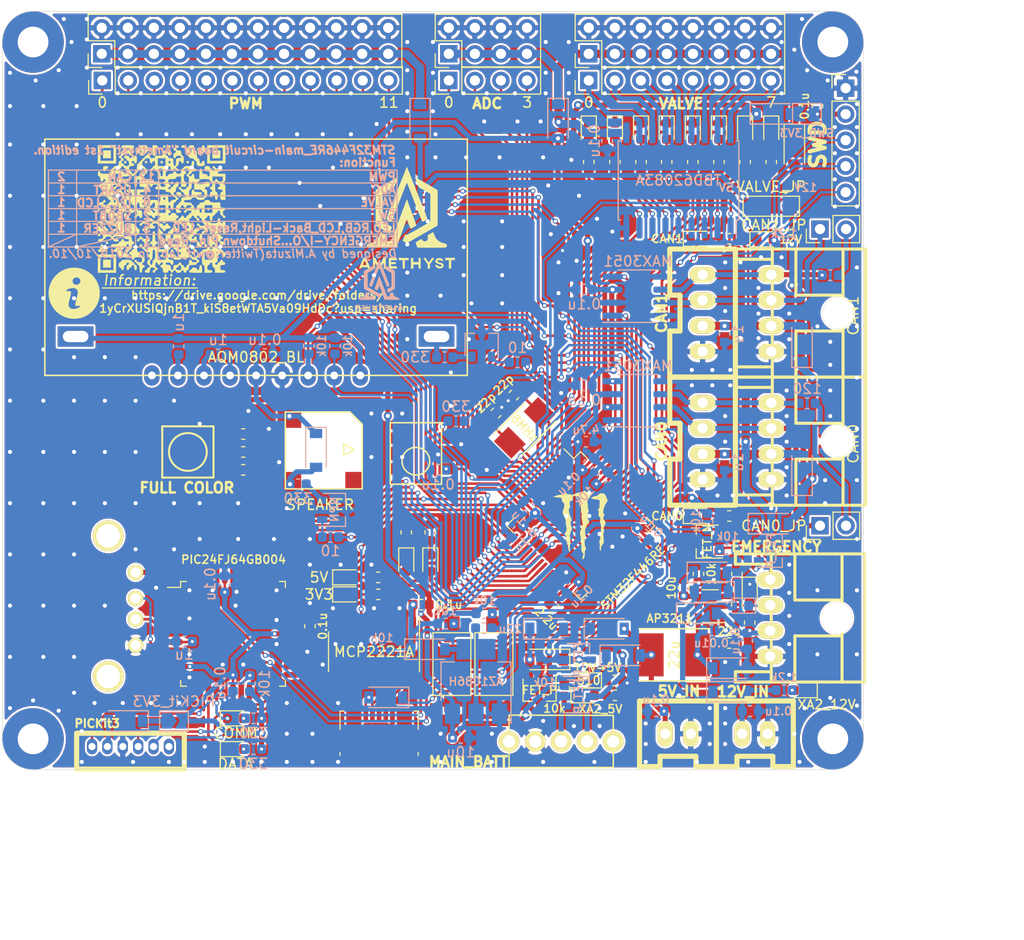
<source format=kicad_pcb>
(kicad_pcb (version 20171130) (host pcbnew "(5.1.4)-1")
  (layers (0 F.Cu signal) (31 B.Cu signal) (34 B.Paste user) (35 F.Paste user) (36 B.SilkS user) (37 F.SilkS user) (38 B.Mask user) (39 F.Mask user) (44 Edge.Cuts user))
  (net 0 "")
  (net 1 GND)
  (net 2 +3V3)
  (net 3 /OSC_IN)
  (net 4 /~RST)
  (net 5 "Net-(C5-Pad1)")
  (net 6 "Net-(C6-Pad1)")
  (net 7 "Net-(C6-Pad2)")
  (net 8 /OSC_OUT)
  (net 9 "Net-(C8-Pad1)")
  (net 10 "Net-(C9-Pad1)")
  (net 11 "Net-(C10-Pad1)")
  (net 12 +5V)
  (net 13 "Net-(C20-Pad1)")
  (net 14 "Net-(C24-Pad1)")
  (net 15 "Net-(C25-Pad1)")
  (net 16 "Net-(C25-Pad2)")
  (net 17 "Net-(C26-Pad1)")
  (net 18 XA2_5V)
  (net 19 XA2_12V)
  (net 20 XA4_12V)
  (net 21 +12V)
  (net 22 "Net-(D3-Pad2)")
  (net 23 CAN0_Vdd)
  (net 24 "Net-(D6-Pad2)")
  (net 25 CAN1_Vdd)
  (net 26 "Net-(D8-Pad2)")
  (net 27 "Net-(D10-Pad1)")
  (net 28 "Net-(D11-Pad1)")
  (net 29 "Net-(D12-Pad2)")
  (net 30 VALVE_Vdd)
  (net 31 "Net-(D13-Pad2)")
  (net 32 "Net-(D15-Pad2)")
  (net 33 "Net-(D16-Pad2)")
  (net 34 "Net-(D18-Pad2)")
  (net 35 "Net-(D19-Pad2)")
  (net 36 "Net-(D20-Pad2)")
  (net 37 "Net-(D21-Pad2)")
  (net 38 "Net-(D22-Pad2)")
  (net 39 "Net-(D23-Pad2)")
  (net 40 "Net-(D24-Pad2)")
  (net 41 "Net-(D25-Pad2)")
  (net 42 "Net-(D26-Pad2)")
  (net 43 "Net-(D27-Pad2)")
  (net 44 "Net-(D28-Pad2)")
  (net 45 "Net-(D29-Pad2)")
  (net 46 "Net-(D31-Pad2)")
  (net 47 "Net-(D32-Pad2)")
  (net 48 "Net-(D33-Pad1)")
  (net 49 "Net-(D35-Pad1)")
  (net 50 12V_to_5V)
  (net 51 "Net-(D37-Pad1)")
  (net 52 BUS_5V)
  (net 53 "Net-(D38-Pad1)")
  (net 54 "Net-(D39-Pad1)")
  (net 55 "Net-(D41-Pad1)")
  (net 56 "Net-(D42-Pad1)")
  (net 57 /SHUTDOWN_PXx)
  (net 58 /SWCLK)
  (net 59 /SWDIO)
  (net 60 /CAN0_L)
  (net 61 /CAN0_H)
  (net 62 /CAN1_H)
  (net 63 /CAN1_L)
  (net 64 /ADC123_IN10)
  (net 65 /ADC123_IN11)
  (net 66 /ADC123_IN12)
  (net 67 /ADC123_IN13)
  (net 68 /VALVE0)
  (net 69 /VALVE1)
  (net 70 /VALVE2)
  (net 71 /VALVE3)
  (net 72 /VALVE4)
  (net 73 /VALVE5)
  (net 74 /VALVE6)
  (net 75 /VALVE7)
  (net 76 /BUS_D-)
  (net 77 /BUS_D+)
  (net 78 "Net-(J12-Pad4)")
  (net 79 "Net-(J12-Pad6)")
  (net 80 "Net-(J15-Pad4)")
  (net 81 "Net-(J16-Pad5)")
  (net 82 /SBDBT_D-)
  (net 83 /SBDBT_D+)
  (net 84 "Net-(JP2-Pad2)")
  (net 85 "Net-(JP3-Pad2)")
  (net 86 "Net-(Q1-Pad1)")
  (net 87 "Net-(Q1-Pad2)")
  (net 88 "Net-(Q2-Pad2)")
  (net 89 "Net-(Q2-Pad1)")
  (net 90 "Net-(Q5-Pad1)")
  (net 91 /EMG_READ_PXx)
  (net 92 "Net-(R1-Pad1)")
  (net 93 /FB)
  (net 94 "Net-(R4-Pad1)")
  (net 95 "Net-(R5-Pad1)")
  (net 96 "Net-(R6-Pad1)")
  (net 97 "Net-(R10-Pad1)")
  (net 98 /VALVE0_PXx)
  (net 99 /LED0_PXx)
  (net 100 /VALVE1_PXx)
  (net 101 /LED1_PXx)
  (net 102 /VALVE2_PXx)
  (net 103 /I2C2_SDA)
  (net 104 /I2C2_SCL)
  (net 105 /VALVE3_PXx)
  (net 106 /LCD_BL_PXx)
  (net 107 /VALVE4_PXx)
  (net 108 "Net-(R22-Pad1)")
  (net 109 /SW0_PXx)
  (net 110 /VALVE5_PXx)
  (net 111 /SW1_PXx)
  (net 112 /VALVE6_PXx)
  (net 113 /VALVE7_PXx)
  (net 114 /MCLR)
  (net 115 /RESET_LED)
  (net 116 "Net-(R43-Pad1)")
  (net 117 /LED_DATA)
  (net 118 /LED_COMM)
  (net 119 /CAN1_RX)
  (net 120 /CAN1_TX)
  (net 121 /CAN2_TX)
  (net 122 /CAN2_RX)
  (net 123 /TIM5_CH1)
  (net 124 /TIM5_CH2)
  (net 125 /USART2_TX)
  (net 126 /USART2_RX)
  (net 127 /TIM3_CH1)
  (net 128 /TIM3_CH2)
  (net 129 /TIM3_CH3)
  (net 130 /TIM3_CH4)
  (net 131 /TIM2_CH4)
  (net 132 /TIM8_CH1)
  (net 133 /TIM8_CH2)
  (net 134 /TIM8_CH3)
  (net 135 /TIM8_CH4)
  (net 136 /TIM1_CH1)
  (net 137 /SBDBT_RX)
  (net 138 /SBDBT_TX)
  (net 139 /TIM1_CH4)
  (net 140 /TIM2_CH1)
  (net 141 /TIM2_CH2)
  (net 142 /TIM4_CH2)
  (net 143 "Net-(U8-Pad2)")
  (net 144 "Net-(U8-Pad3)")
  (net 145 "Net-(U8-Pad7)")
  (net 146 "Net-(U8-Pad8)")
  (net 147 "Net-(U8-Pad9)")
  (net 148 "Net-(U8-Pad10)")
  (net 149 "Net-(U9-Pad1)")
  (net 150 "Net-(U10-Pad1)")
  (net 151 "Net-(U10-Pad4)")
  (net 152 "Net-(U10-Pad5)")
  (net 153 "Net-(U10-Pad11)")
  (net 154 "Net-(U10-Pad12)")
  (net 155 "Net-(U10-Pad13)")
  (net 156 "Net-(U10-Pad19)")
  (net 157 "Net-(U10-Pad20)")
  (net 158 /PGED1)
  (net 159 /PGEC1)
  (net 160 "Net-(U10-Pad23)")
  (net 161 "Net-(U10-Pad24)")
  (net 162 "Net-(U10-Pad25)")
  (net 163 "Net-(U10-Pad26)")
  (net 164 "Net-(U10-Pad27)")
  (net 165 "Net-(U10-Pad30)")
  (net 166 "Net-(U10-Pad31)")
  (net 167 "Net-(U10-Pad32)")
  (net 168 "Net-(U10-Pad33)")
  (net 169 "Net-(U10-Pad34)")
  (net 170 "Net-(U10-Pad35)")
  (net 171 "Net-(U10-Pad36)")
  (net 172 "Net-(U10-Pad37)")
  (net 173 "Net-(U10-Pad38)")
  (net 174 "Net-(U10-Pad41)")
  (net 175 "Net-(U10-Pad43)")
  (net 176 "Net-(U10-Pad44)")
  (net 177 "Net-(D43-Pad1)")
  (net 178 "Net-(D43-Pad2)")
  (net 179 "Net-(J17-Pad6)")
  (net 180 CAN_Vdd)
  (net 181 "Net-(D14-Pad1)")
  (net 182 "Net-(D17-Pad1)")
  (net 183 "Net-(D30-Pad1)")
  (module Capacitor_SMD:C_0603_1608Metric (layer B.Cu) (at 202.75 83.5 180)
    (fp_text reference C1 hide)
    (fp_text value 0.1u (at 0 -1.43 180) (layer B.SilkS) (effects (justify mirror)))
    (pad 2 smd roundrect (at 0.7875 0 180) (size 0.875 0.95) (layers B.Cu B.Paste B.Mask) (net 1 GND))
    (pad 1 smd roundrect (at -0.7875 0 180) (size 0.875 0.95) (layers B.Cu B.Paste B.Mask) (net 2 +3V3))
  )
  (module Capacitor_SMD:C_0603_1608Metric (layer B.Cu) (at 202.75 74.15 180)
    (fp_text reference C2 hide)
    (fp_text value 0.1u (at 0 -1.43) (layer B.SilkS) (effects (justify mirror)))
    (pad 1 smd roundrect (at -0.7875 0 180) (size 0.875 0.95) (layers B.Cu B.Paste B.Mask) (net 2 +3V3))
    (pad 2 smd roundrect (at 0.7875 0 180) (size 0.875 0.95) (layers B.Cu B.Paste B.Mask) (net 1 GND))
  )
  (module Capacitor_SMD:C_0603_1608Metric (layer F.Cu) (at 195.9 84.45 225)
    (fp_text reference C3 hide)
    (fp_text value 22p (at 0 1.43 45) (layer F.SilkS) (effects (font (size 0.8 0.8))))
    (pad 2 smd roundrect (at 0.7875 0 225) (size 0.875 0.95) (layers F.Cu F.Paste F.Mask) (net 1 GND))
    (pad 1 smd roundrect (at -0.7875 0 225) (size 0.875 0.95) (layers F.Cu F.Paste F.Mask) (net 3 /OSC_IN))
  )
  (module Capacitor_SMD:C_0603_1608Metric (layer B.Cu) (at 188.5 91.75 180)
    (fp_text reference C4 hide)
    (fp_text value 0.1u (at 0 -1.43) (layer B.SilkS) (effects (justify mirror)))
    (pad 1 smd roundrect (at -0.7875 0 180) (size 0.875 0.95) (layers B.Cu B.Paste B.Mask) (net 4 /~RST))
    (pad 2 smd roundrect (at 0.7875 0 180) (size 0.875 0.95) (layers B.Cu B.Paste B.Mask) (net 1 GND))
  )
  (module Capacitor_SMD:C_0603_1608Metric (layer F.Cu) (at 225.5 56.25 90)
    (fp_text reference C5 hide)
    (fp_text value 0.1u (at 0 -1.25 270) (layer F.SilkS) (effects (font (size 0.8 0.8))))
    (pad 1 smd roundrect (at -0.7875 0 90) (size 0.875 0.95) (layers F.Cu F.Paste F.Mask) (net 5 "Net-(C5-Pad1)"))
    (pad 2 smd roundrect (at 0.7875 0 90) (size 0.875 0.95) (layers F.Cu F.Paste F.Mask) (net 1 GND))
  )
  (module Capacitor_SMD:C_0603_1608Metric (layer B.Cu) (at 215.16 107.41)
    (fp_text reference C6 hide)
    (fp_text value 0.01u (at 0 1.24) (layer B.SilkS) (effects (font (size 0.8 0.8)) (justify mirror)))
    (pad 1 smd roundrect (at -0.7875 0) (size 0.875 0.95) (layers B.Cu B.Paste B.Mask) (net 6 "Net-(C6-Pad1)"))
    (pad 2 smd roundrect (at 0.7875 0) (size 0.875 0.95) (layers B.Cu B.Paste B.Mask) (net 7 "Net-(C6-Pad2)"))
  )
  (module Capacitor_SMD:C_0603_1608Metric (layer F.Cu) (at 194.15 86.2 45)
    (fp_text reference C7 hide)
    (fp_text value 22p (at 0 -1.414214 45) (layer F.SilkS) (effects (font (size 0.8 0.8))))
    (pad 1 smd roundrect (at -0.7875 0 45) (size 0.875 0.95) (layers F.Cu F.Paste F.Mask) (net 8 /OSC_OUT))
    (pad 2 smd roundrect (at 0.7875 0 45) (size 0.875 0.95) (layers F.Cu F.Paste F.Mask) (net 1 GND))
  )
  (module Capacitor_SMD:C_0603_1608Metric (layer F.Cu) (at 212.45 103.25 90)
    (fp_text reference C8 hide)
    (fp_text value 10u (at 0 -1.2 90) (layer F.SilkS) (effects (font (size 0.8 0.8))))
    (pad 2 smd roundrect (at 0.7875 0 90) (size 0.875 0.95) (layers F.Cu F.Paste F.Mask) (net 1 GND))
    (pad 1 smd roundrect (at -0.7875 0 90) (size 0.875 0.95) (layers F.Cu F.Paste F.Mask) (net 9 "Net-(C8-Pad1)"))
  )
  (module Capacitor_SMD:C_0603_1608Metric (layer F.Cu) (at 199.9 105.35 315)
    (fp_text reference C9 hide)
    (fp_text value 2.2u (at 0.035355 1.237437 135) (layer F.SilkS) (effects (font (size 0.8 0.8))))
    (pad 2 smd roundrect (at 0.7875 0 315) (size 0.875 0.95) (layers F.Cu F.Paste F.Mask) (net 1 GND))
    (pad 1 smd roundrect (at -0.7875 0 315) (size 0.875 0.95) (layers F.Cu F.Paste F.Mask) (net 10 "Net-(C9-Pad1)"))
  )
  (module Capacitor_SMD:C_0603_1608Metric (layer F.Cu) (at 216.9 108.65 180)
    (fp_text reference C10 hide)
    (fp_text value 22u (at 0 1.15) (layer F.SilkS) (effects (font (size 0.8 0.8))))
    (pad 1 smd roundrect (at -0.7875 0 180) (size 0.875 0.95) (layers F.Cu F.Paste F.Mask) (net 11 "Net-(C10-Pad1)"))
    (pad 2 smd roundrect (at 0.7875 0 180) (size 0.875 0.95) (layers F.Cu F.Paste F.Mask) (net 1 GND))
  )
  (module Capacitor_SMD:C_0603_1608Metric (layer B.Cu) (at 202.925 89)
    (fp_text reference C11 hide)
    (fp_text value 4.7u (at 0 -1.15) (layer B.SilkS) (effects (font (size 0.8 0.8)) (justify mirror)))
    (pad 1 smd roundrect (at -0.7875 0) (size 0.875 0.95) (layers B.Cu B.Paste B.Mask) (net 2 +3V3))
    (pad 2 smd roundrect (at 0.7875 0) (size 0.875 0.95) (layers B.Cu B.Paste B.Mask) (net 1 GND))
  )
  (module Capacitor_SMD:C_0603_1608Metric (layer B.Cu) (at 196.25 97.75 225)
    (fp_text reference C12 hide)
    (fp_text value 0.1u (at 0.035355 -1.166726 225) (layer B.SilkS) (effects (font (size 0.8 0.8)) (justify mirror)))
    (pad 2 smd roundrect (at 0.7875 0 225) (size 0.875 0.95) (layers B.Cu B.Paste B.Mask) (net 1 GND))
    (pad 1 smd roundrect (at -0.7875 0 225) (size 0.875 0.95) (layers B.Cu B.Paste B.Mask) (net 2 +3V3))
  )
  (module Capacitor_SMD:C_0603_1608Metric (layer B.Cu) (at 190.7 117.9)
    (fp_text reference C13 hide)
    (fp_text value 10u (at 0 1.4) (layer B.SilkS) (effects (justify mirror)))
    (pad 1 smd roundrect (at -0.7875 0) (size 0.875 0.95) (layers B.Cu B.Paste B.Mask) (net 12 +5V))
    (pad 2 smd roundrect (at 0.7875 0) (size 0.875 0.95) (layers B.Cu B.Paste B.Mask) (net 1 GND))
  )
  (module Capacitor_SMD:C_0603_1608Metric (layer B.Cu) (at 201.65 103.243153 225)
    (fp_text reference C14 hide)
    (fp_text value 0.1u (at 0.004842 -1.206923 45) (layer B.SilkS) (effects (font (size 0.8 0.8)) (justify mirror)))
    (pad 2 smd roundrect (at 0.7875 0 225) (size 0.875 0.95) (layers B.Cu B.Paste B.Mask) (net 1 GND))
    (pad 1 smd roundrect (at -0.7875 0 225) (size 0.875 0.95) (layers B.Cu B.Paste B.Mask) (net 2 +3V3))
  )
  (module Capacitor_SMD:C_0603_1608Metric (layer B.Cu) (at 216.45 91 90)
    (fp_text reference C15 hide)
    (fp_text value 1u (at 0 1.3 90) (layer B.SilkS) (effects (justify mirror)))
    (pad 2 smd roundrect (at 0.7875 0 90) (size 0.875 0.95) (layers B.Cu B.Paste B.Mask) (net 23 CAN0_Vdd))
    (pad 1 smd roundrect (at -0.7875 0 90) (size 0.875 0.95) (layers B.Cu B.Paste B.Mask) (net 1 GND))
  )
  (module Capacitor_SMD:C_0603_1608Metric (layer B.Cu) (at 216.45 78.5 90)
    (fp_text reference C17 hide)
    (fp_text value 1u (at 0 1.3 90) (layer B.SilkS) (effects (justify mirror)))
    (pad 1 smd roundrect (at -0.7875 0 90) (size 0.875 0.95) (layers B.Cu B.Paste B.Mask) (net 1 GND))
    (pad 2 smd roundrect (at 0.7875 0 90) (size 0.875 0.95) (layers B.Cu B.Paste B.Mask) (net 25 CAN1_Vdd))
  )
  (module Capacitor_SMD:C_0603_1608Metric (layer B.Cu) (at 208.5 98 315)
    (fp_text reference C19 hide)
    (fp_text value 0.1u (at 0 -1.131371 135) (layer B.SilkS) (effects (font (size 0.8 0.8)) (justify mirror)))
    (pad 2 smd roundrect (at 0.7875 0 315) (size 0.875 0.95) (layers B.Cu B.Paste B.Mask) (net 1 GND))
    (pad 1 smd roundrect (at -0.7875 0 315) (size 0.875 0.95) (layers B.Cu B.Paste B.Mask) (net 2 +3V3))
  )
  (module Capacitor_SMD:C_0603_1608Metric (layer B.Cu) (at 192.95 107.2)
    (fp_text reference C20 hide)
    (fp_text value 22u (at 2.58 0.06) (layer B.SilkS) (effects (font (size 0.8 0.8)) (justify mirror)))
    (pad 2 smd roundrect (at 0.7875 0) (size 0.875 0.95) (layers B.Cu B.Paste B.Mask) (net 1 GND))
    (pad 1 smd roundrect (at -0.7875 0) (size 0.875 0.95) (layers B.Cu B.Paste B.Mask) (net 13 "Net-(C20-Pad1)"))
  )
  (module Capacitor_SMD:C_0603_1608Metric (layer B.Cu) (at 203.15 91.2 45)
    (fp_text reference C21 hide)
    (fp_text value 0.1u (at -2.687006 0 45) (layer B.SilkS) (effects (font (size 0.8 0.8)) (justify mirror)))
    (pad 1 smd roundrect (at -0.7875 0 45) (size 0.875 0.95) (layers B.Cu B.Paste B.Mask) (net 2 +3V3))
    (pad 2 smd roundrect (at 0.7875 0 45) (size 0.875 0.95) (layers B.Cu B.Paste B.Mask) (net 1 GND))
  )
  (module Capacitor_SMD:C_0603_1608Metric (layer B.Cu) (at 197.4 95.4 135)
    (fp_text reference C22 hide)
    (fp_text value 1u (at 0 -1.43 315) (layer B.SilkS) (effects (font (size 0.8 0.8)) (justify mirror)))
    (pad 1 smd roundrect (at -0.7875 0 135) (size 0.875 0.95) (layers B.Cu B.Paste B.Mask) (net 2 +3V3))
    (pad 2 smd roundrect (at 0.7875 0 135) (size 0.875 0.95) (layers B.Cu B.Paste B.Mask) (net 1 GND))
  )
  (module Capacitor_SMD:C_0603_1608Metric (layer B.Cu) (at 171.6 80.45 180)
    (fp_text reference C23 hide)
    (fp_text value 0.1u (at 0 1.4) (layer B.SilkS) (effects (justify mirror)))
    (pad 2 smd roundrect (at 0.7875 0 180) (size 0.875 0.95) (layers B.Cu B.Paste B.Mask) (net 2 +3V3))
    (pad 1 smd roundrect (at -0.7875 0 180) (size 0.875 0.95) (layers B.Cu B.Paste B.Mask) (net 1 GND))
  )
  (module Capacitor_SMD:C_0603_1608Metric (layer B.Cu) (at 163.2 79.7 90)
    (fp_text reference C24 hide)
    (fp_text value 1u (at 2.35 0 90) (layer B.SilkS) (effects (justify mirror)))
    (pad 2 smd roundrect (at 0.7875 0 90) (size 0.875 0.95) (layers B.Cu B.Paste B.Mask) (net 2 +3V3))
    (pad 1 smd roundrect (at -0.7875 0 90) (size 0.875 0.95) (layers B.Cu B.Paste B.Mask) (net 14 "Net-(C24-Pad1)"))
  )
  (module Capacitor_SMD:C_0603_1608Metric (layer B.Cu) (at 167.05 80.5)
    (fp_text reference C25 hide)
    (fp_text value 1u (at 0 -1.43) (layer B.SilkS) (effects (justify mirror)))
    (pad 1 smd roundrect (at -0.7875 0) (size 0.875 0.95) (layers B.Cu B.Paste B.Mask) (net 15 "Net-(C25-Pad1)"))
    (pad 2 smd roundrect (at 0.7875 0) (size 0.875 0.95) (layers B.Cu B.Paste B.Mask) (net 16 "Net-(C25-Pad2)"))
  )
  (module Capacitor_SMD:C_0603_1608Metric (layer B.Cu) (at 163.75 108.5 180)
    (fp_text reference C26 hide)
    (fp_text value 1u (at 0 -1.25) (layer B.SilkS) (effects (justify mirror)))
    (pad 2 smd roundrect (at 0.7875 0 180) (size 0.875 0.95) (layers B.Cu B.Paste B.Mask) (net 1 GND))
    (pad 1 smd roundrect (at -0.7875 0 180) (size 0.875 0.95) (layers B.Cu B.Paste B.Mask) (net 17 "Net-(C26-Pad1)"))
  )
  (module Capacitor_SMD:C_0603_1608Metric (layer F.Cu) (at 176 107 90)
    (fp_text reference C27 hide)
    (fp_text value 0.1u (at 0 1.25 90) (layer F.SilkS) (effects (font (size 0.8 0.8))))
    (pad 2 smd roundrect (at 0.7875 0 90) (size 0.875 0.95) (layers F.Cu F.Paste F.Mask) (net 1 GND))
    (pad 1 smd roundrect (at -0.7875 0 90) (size 0.875 0.95) (layers F.Cu F.Paste F.Mask) (net 2 +3V3))
  )
  (module Capacitor_SMD:C_0603_1608Metric (layer B.Cu) (at 167.7 102.9 90)
    (fp_text reference C28 hide)
    (fp_text value 0.1u (at 0 -1.43 90) (layer B.SilkS) (effects (justify mirror)))
    (pad 2 smd roundrect (at 0.7875 0 90) (size 0.875 0.95) (layers B.Cu B.Paste B.Mask) (net 1 GND))
    (pad 1 smd roundrect (at -0.7875 0 90) (size 0.875 0.95) (layers B.Cu B.Paste B.Mask) (net 2 +3V3))
  )
  (module Capacitor_SMD:C_0603_1608Metric (layer B.Cu) (at 168.5 112.55 270)
    (fp_text reference C29 hide)
    (fp_text value 0.1u (at 0 1.25 90) (layer B.SilkS) (effects (justify mirror)))
    (pad 2 smd roundrect (at 0.7875 0 270) (size 0.875 0.95) (layers B.Cu B.Paste B.Mask) (net 1 GND))
    (pad 1 smd roundrect (at -0.7875 0 270) (size 0.875 0.95) (layers B.Cu B.Paste B.Mask) (net 2 +3V3))
  )
  (module Capacitor_SMD:C_0603_1608Metric (layer B.Cu) (at 209.75 115.3)
    (fp_text reference C30 hide)
    (fp_text value 0.1u (at 0 -1.15) (layer B.SilkS) (effects (font (size 0.8 0.8)) (justify mirror)))
    (pad 2 smd roundrect (at 0.7875 0) (size 0.875 0.95) (layers B.Cu B.Paste B.Mask) (net 18 XA2_5V))
    (pad 1 smd roundrect (at -0.7875 0) (size 0.875 0.95) (layers B.Cu B.Paste B.Mask) (net 1 GND))
  )
  (module Capacitor_SMD:C_0603_1608Metric (layer B.Cu) (at 218.95 115.3 180)
    (fp_text reference C31 hide)
    (fp_text value 0.1u (at -2.75 0) (layer B.SilkS) (effects (font (size 0.8 0.8)) (justify mirror)))
    (pad 1 smd roundrect (at -0.7875 0 180) (size 0.875 0.95) (layers B.Cu B.Paste B.Mask) (net 1 GND))
    (pad 2 smd roundrect (at 0.7875 0 180) (size 0.875 0.95) (layers B.Cu B.Paste B.Mask) (net 19 XA2_12V))
  )
  (module Capacitor_SMD:C_0603_1608Metric (layer B.Cu) (at 218.65 108.45 90)
    (fp_text reference C32 hide)
    (fp_text value 0.1u (at 0 -1.15 270) (layer B.SilkS) (effects (font (size 0.8 0.8)) (justify mirror)))
    (pad 2 smd roundrect (at 0.7875 0 90) (size 0.875 0.95) (layers B.Cu B.Paste B.Mask) (net 20 XA4_12V))
    (pad 1 smd roundrect (at -0.7875 0 90) (size 0.875 0.95) (layers B.Cu B.Paste B.Mask) (net 1 GND))
  )
  (module Diode_SMD:D_SOD-123 (layer B.Cu) (at 216.95 111.1)
    (fp_text reference D1 hide)
    (fp_text value DIODE)
    (pad 2 smd rect (at 1.65 0) (size 0.9 1.2) (layers B.Cu B.Paste B.Mask) (net 1 GND))
    (pad 1 smd rect (at -1.65 0) (size 0.9 1.2) (layers B.Cu B.Paste B.Mask) (net 6 "Net-(C6-Pad1)"))
  )
  (module Diode_SMD:D_SOD-123 (layer B.Cu) (at 215.05 101.75)
    (fp_text reference D2 hide)
    (fp_text value DIODE)
    (pad 2 smd rect (at 1.65 0) (size 0.9 1.2) (layers B.Cu B.Paste B.Mask) (net 21 +12V))
    (pad 1 smd rect (at -1.65 0) (size 0.9 1.2) (layers B.Cu B.Paste B.Mask) (net 9 "Net-(C8-Pad1)"))
  )
  (module Diode_SMD:D_SOD-123 (layer B.Cu) (at 221.19 57.01)
    (fp_text reference D3 hide)
    (fp_text value DIODE)
    (pad 1 smd rect (at -1.65 0) (size 0.9 1.2) (layers B.Cu B.Paste B.Mask) (net 2 +3V3))
    (pad 2 smd rect (at 1.65 0) (size 0.9 1.2) (layers B.Cu B.Paste B.Mask) (net 22 "Net-(D3-Pad2)"))
  )
  (module Diode_SMD:D_SOD-123 (layer B.Cu) (at 206.55 109.85)
    (fp_text reference D4 hide)
    (fp_text value DIODE)
    (pad 1 smd rect (at -1.65 0) (size 0.9 1.2) (layers B.Cu B.Paste B.Mask) (net 12 +5V))
    (pad 2 smd rect (at 1.65 0) (size 0.9 1.2) (layers B.Cu B.Paste B.Mask) (net 11 "Net-(C10-Pad1)"))
  )
  (module Diode_SMD:D_SOD-123 (layer B.Cu) (at 224 92 90)
    (fp_text reference D5 hide)
    (fp_text value DIODE)
    (pad 1 smd rect (at -1.65 0 90) (size 0.9 1.2) (layers B.Cu B.Paste B.Mask) (net 180 CAN_Vdd))
    (pad 2 smd rect (at 1.65 0 90) (size 0.9 1.2) (layers B.Cu B.Paste B.Mask) (net 23 CAN0_Vdd))
  )
  (module LED_SMD:LED_0603_1608Metric (layer F.Cu) (at 168.75 119)
    (fp_text reference D6 hide)
    (fp_text value DATA (at 0 1.43) (layer F.SilkS))
    (pad 1 smd roundrect (at -0.7875 0) (size 0.875 0.95) (layers F.Cu F.Paste F.Mask) (net 117 /LED_DATA))
    (pad 2 smd roundrect (at 0.7875 0) (size 0.875 0.95) (layers F.Cu F.Paste F.Mask) (net 24 "Net-(D6-Pad2)"))
  )
  (module Diode_SMD:D_SOD-123 (layer B.Cu) (at 224 79.5 90)
    (fp_text reference D7 hide)
    (fp_text value DIODE)
    (pad 1 smd rect (at -1.65 0 90) (size 0.9 1.2) (layers B.Cu B.Paste B.Mask) (net 180 CAN_Vdd))
    (pad 2 smd rect (at 1.65 0 90) (size 0.9 1.2) (layers B.Cu B.Paste B.Mask) (net 25 CAN1_Vdd))
  )
  (module LED_SMD:LED_0603_1608Metric (layer F.Cu) (at 168.75 116)
    (fp_text reference D8 hide)
    (fp_text value COMM (at 0 1.43) (layer F.SilkS))
    (pad 2 smd roundrect (at 0.7875 0) (size 0.875 0.95) (layers F.Cu F.Paste F.Mask) (net 26 "Net-(D8-Pad2)"))
    (pad 1 smd roundrect (at -0.7875 0) (size 0.875 0.95) (layers F.Cu F.Paste F.Mask) (net 118 /LED_COMM))
  )
  (module Diode_SMD:D_SOD-123 (layer B.Cu) (at 187.5 109.25)
    (fp_text reference D9 hide)
    (fp_text value DIODE)
    (pad 2 smd rect (at 1.65 0) (size 0.9 1.2) (layers B.Cu B.Paste B.Mask) (net 13 "Net-(C20-Pad1)"))
    (pad 1 smd rect (at -1.65 0) (size 0.9 1.2) (layers B.Cu B.Paste B.Mask) (net 2 +3V3))
  )
  (module Diode_SMD:D_SOD-123 (layer B.Cu) (at 186.75 57.75 270)
    (fp_text reference D10 hide)
    (fp_text value DIODE)
    (pad 2 smd rect (at 1.65 0 270) (size 0.9 1.2) (layers B.Cu B.Paste B.Mask) (net 12 +5V))
    (pad 1 smd rect (at -1.65 0 270) (size 0.9 1.2) (layers B.Cu B.Paste B.Mask) (net 27 "Net-(D10-Pad1)"))
  )
  (module Diode_SMD:D_SOD-123 (layer B.Cu) (at 200.2 57.75 270)
    (fp_text reference D11 hide)
    (fp_text value DIODE)
    (pad 1 smd rect (at -1.65 0 270) (size 0.9 1.2) (layers B.Cu B.Paste B.Mask) (net 28 "Net-(D11-Pad1)"))
    (pad 2 smd rect (at 1.65 0 270) (size 0.9 1.2) (layers B.Cu B.Paste B.Mask) (net 2 +3V3))
  )
  (module Diode_SMD:D_SOD-123 (layer F.Cu) (at 223.25 60.25 270)
    (fp_text reference D12 hide)
    (fp_text value DIODE)
    (pad 2 smd rect (at 1.65 0 270) (size 0.9 1.2) (layers F.Cu F.Paste F.Mask) (net 29 "Net-(D12-Pad2)"))
    (pad 1 smd rect (at -1.65 0 270) (size 0.9 1.2) (layers F.Cu F.Paste F.Mask) (net 30 VALVE_Vdd))
  )
  (module LED_SMD:LED_0603_1608Metric (layer F.Cu) (at 203.2 58.7 270)
    (fp_text reference D13 hide)
    (fp_text value LED0)
    (pad 2 smd roundrect (at 0.7875 0 270) (size 0.875 0.95) (layers F.Cu F.Paste F.Mask) (net 31 "Net-(D13-Pad2)"))
    (pad 1 smd roundrect (at -0.7875 0 270) (size 0.875 0.95) (layers F.Cu F.Paste F.Mask) (net 1 GND))
  )
  (module LED_SMD:LED_0603_1608Metric (layer F.Cu) (at 185.4 100.85 270)
    (fp_text reference D14 hide)
    (fp_text value LED0)
    (pad 2 smd roundrect (at 0.7875 0 270) (size 0.875 0.95) (layers F.Cu F.Paste F.Mask) (net 99 /LED0_PXx))
    (pad 1 smd roundrect (at -0.7875 0 270) (size 0.875 0.95) (layers F.Cu F.Paste F.Mask) (net 181 "Net-(D14-Pad1)"))
  )
  (module Diode_SMD:D_SOD-123 (layer B.Cu) (at 176.6 89.85 270)
    (fp_text reference D15 hide)
    (fp_text value DIODE)
    (pad 1 smd rect (at -1.65 0 270) (size 0.9 1.2) (layers B.Cu B.Paste B.Mask) (net 2 +3V3))
    (pad 2 smd rect (at 1.65 0 270) (size 0.9 1.2) (layers B.Cu B.Paste B.Mask) (net 32 "Net-(D15-Pad2)"))
  )
  (module LED_SMD:LED_0603_1608Metric (layer F.Cu) (at 205.75 58.7 270)
    (fp_text reference D16 hide)
    (fp_text value LED1)
    (pad 1 smd roundrect (at -0.7875 0 270) (size 0.875 0.95) (layers F.Cu F.Paste F.Mask) (net 1 GND))
    (pad 2 smd roundrect (at 0.7875 0 270) (size 0.875 0.95) (layers F.Cu F.Paste F.Mask) (net 33 "Net-(D16-Pad2)"))
  )
  (module LED_SMD:LED_0603_1608Metric (layer F.Cu) (at 187.75 100.85 270)
    (fp_text reference D17 hide)
    (fp_text value LED1)
    (pad 1 smd roundrect (at -0.7875 0 270) (size 0.875 0.95) (layers F.Cu F.Paste F.Mask) (net 182 "Net-(D17-Pad1)"))
    (pad 2 smd roundrect (at 0.7875 0 270) (size 0.875 0.95) (layers F.Cu F.Paste F.Mask) (net 101 /LED1_PXx))
  )
  (module LED_SMD:LED_0603_1608Metric (layer F.Cu) (at 208.3 58.7 270)
    (fp_text reference D18 hide)
    (fp_text value LED2)
    (pad 1 smd roundrect (at -0.7875 0 270) (size 0.875 0.95) (layers F.Cu F.Paste F.Mask) (net 1 GND))
    (pad 2 smd roundrect (at 0.7875 0 270) (size 0.875 0.95) (layers F.Cu F.Paste F.Mask) (net 34 "Net-(D18-Pad2)"))
  )
  (module LED_SMD:LED_0603_1608Metric (layer F.Cu) (at 210.8 58.7 270)
    (fp_text reference D19 hide)
    (fp_text value LED3)
    (pad 2 smd roundrect (at 0.7875 0 270) (size 0.875 0.95) (layers F.Cu F.Paste F.Mask) (net 35 "Net-(D19-Pad2)"))
    (pad 1 smd roundrect (at -0.7875 0 270) (size 0.875 0.95) (layers F.Cu F.Paste F.Mask) (net 1 GND))
  )
  (module LED_SMD:LED_0603_1608Metric (layer F.Cu) (at 213.35 58.7 270)
    (fp_text reference D20 hide)
    (fp_text value LED4)
    (pad 1 smd roundrect (at -0.7875 0 270) (size 0.875 0.95) (layers F.Cu F.Paste F.Mask) (net 1 GND))
    (pad 2 smd roundrect (at 0.7875 0 270) (size 0.875 0.95) (layers F.Cu F.Paste F.Mask) (net 36 "Net-(D20-Pad2)"))
  )
  (module LED_SMD:LED_0603_1608Metric (layer F.Cu) (at 215.9 58.7 270)
    (fp_text reference D21 hide)
    (fp_text value LED5)
    (pad 2 smd roundrect (at 0.7875 0 270) (size 0.875 0.95) (layers F.Cu F.Paste F.Mask) (net 37 "Net-(D21-Pad2)"))
    (pad 1 smd roundrect (at -0.7875 0 270) (size 0.875 0.95) (layers F.Cu F.Paste F.Mask) (net 1 GND))
  )
  (module LED_SMD:LED_0603_1608Metric (layer F.Cu) (at 218.45 58.7 270)
    (fp_text reference D22 hide)
    (fp_text value LED6)
    (pad 1 smd roundrect (at -0.7875 0 270) (size 0.875 0.95) (layers F.Cu F.Paste F.Mask) (net 1 GND))
    (pad 2 smd roundrect (at 0.7875 0 270) (size 0.875 0.95) (layers F.Cu F.Paste F.Mask) (net 38 "Net-(D22-Pad2)"))
  )
  (module LED_SMD:LED_0603_1608Metric (layer F.Cu) (at 221 58.7 270)
    (fp_text reference D23 hide)
    (fp_text value LED7)
    (pad 2 smd roundrect (at 0.7875 0 270) (size 0.875 0.95) (layers F.Cu F.Paste F.Mask) (net 39 "Net-(D23-Pad2)"))
    (pad 1 smd roundrect (at -0.7875 0 270) (size 0.875 0.95) (layers F.Cu F.Paste F.Mask) (net 1 GND))
  )
  (module LED_SMD:LED_0603_1608Metric (layer F.Cu) (at 218.9 103.7 270)
    (fp_text reference D24 hide)
    (fp_text value XA4_12V)
    (pad 1 smd roundrect (at -0.7875 0 270) (size 0.875 0.95) (layers F.Cu F.Paste F.Mask) (net 1 GND))
    (pad 2 smd roundrect (at 0.7875 0 270) (size 0.875 0.95) (layers F.Cu F.Paste F.Mask) (net 40 "Net-(D24-Pad2)"))
  )
  (module LED_SMD:LED_0603_1608Metric (layer F.Cu) (at 224 113.25 180)
    (fp_text reference D25 hide)
    (fp_text value XA2_12V (at -2.4 -1.4) (layer F.SilkS) (effects (font (size 0.9 0.9))))
    (pad 2 smd roundrect (at 0.7875 0 180) (size 0.875 0.95) (layers F.Cu F.Paste F.Mask) (net 41 "Net-(D25-Pad2)"))
    (pad 1 smd roundrect (at -0.7875 0 180) (size 0.875 0.95) (layers F.Cu F.Paste F.Mask) (net 1 GND))
  )
  (module LED_SMD:LED_0603_1608Metric (layer F.Cu) (at 213.9 96.25)
    (fp_text reference D26 hide)
    (fp_text value CAN0_Vdd)
    (pad 2 smd roundrect (at 0.7875 0) (size 0.875 0.95) (layers F.Cu F.Paste F.Mask) (net 42 "Net-(D26-Pad2)"))
    (pad 1 smd roundrect (at -0.7875 0) (size 0.875 0.95) (layers F.Cu F.Paste F.Mask) (net 1 GND))
  )
  (module LED_SMD:LED_0603_1608Metric (layer F.Cu) (at 213.9 69.2)
    (fp_text reference D27 hide)
    (fp_text value CAN1_Vdd)
    (pad 1 smd roundrect (at -0.7875 0) (size 0.875 0.95) (layers F.Cu F.Paste F.Mask) (net 1 GND))
    (pad 2 smd roundrect (at 0.7875 0) (size 0.875 0.95) (layers F.Cu F.Paste F.Mask) (net 43 "Net-(D27-Pad2)"))
  )
  (module LED_SMD:LED_0603_1608Metric (layer F.Cu) (at 220.4 69.25)
    (fp_text reference D28 hide)
    (fp_text value 12V (at 2.5 0) (layer F.SilkS) (effects (font (size 0.8 0.8))))
    (pad 1 smd roundrect (at -0.7875 0) (size 0.875 0.95) (layers F.Cu F.Paste F.Mask) (net 1 GND))
    (pad 2 smd roundrect (at 0.7875 0) (size 0.875 0.95) (layers F.Cu F.Paste F.Mask) (net 44 "Net-(D28-Pad2)"))
  )
  (module LED_SMD:LED_0603_1608Metric (layer F.Cu) (at 202.95 113.75)
    (fp_text reference D29 hide)
    (fp_text value XA2_5V (at 1.39 1.34) (layer F.SilkS) (effects (font (size 0.8 0.8))))
    (pad 2 smd roundrect (at 0.7875 0) (size 0.875 0.95) (layers F.Cu F.Paste F.Mask) (net 45 "Net-(D29-Pad2)"))
    (pad 1 smd roundrect (at -0.7875 0) (size 0.875 0.95) (layers F.Cu F.Paste F.Mask) (net 1 GND))
  )
  (module LED_SMD:LED_0603_1608Metric (layer F.Cu) (at 202.95 112.3 180)
    (fp_text reference D30 hide)
    (fp_text value 12V→5V (at -1.1 1.25) (layer F.SilkS) (effects (font (size 0.8 0.8))))
    (pad 1 smd roundrect (at -0.7875 0 180) (size 0.875 0.95) (layers F.Cu F.Paste F.Mask) (net 183 "Net-(D30-Pad1)"))
    (pad 2 smd roundrect (at 0.7875 0 180) (size 0.875 0.95) (layers F.Cu F.Paste F.Mask) (net 50 12V_to_5V))
  )
  (module LED_SMD:LED_0603_1608Metric (layer F.Cu) (at 179.7 102.24)
    (fp_text reference D31 hide)
    (fp_text value 5V (at -2.81 0) (layer F.SilkS))
    (pad 2 smd roundrect (at 0.7875 0) (size 0.875 0.95) (layers F.Cu F.Paste F.Mask) (net 46 "Net-(D31-Pad2)"))
    (pad 1 smd roundrect (at -0.7875 0) (size 0.875 0.95) (layers F.Cu F.Paste F.Mask) (net 1 GND))
  )
  (module LED_SMD:LED_0603_1608Metric (layer F.Cu) (at 179.7 103.9)
    (fp_text reference D32 hide)
    (fp_text value 3V3 (at -2.82 0) (layer F.SilkS))
    (pad 1 smd roundrect (at -0.7875 0) (size 0.875 0.95) (layers F.Cu F.Paste F.Mask) (net 1 GND))
    (pad 2 smd roundrect (at 0.7875 0) (size 0.875 0.95) (layers F.Cu F.Paste F.Mask) (net 47 "Net-(D32-Pad2)"))
  )
  (module Diode_SMD:D_SOD-123 (layer B.Cu) (at 214 105.75)
    (fp_text reference D33 hide)
    (fp_text value DIODE)
    (pad 2 smd rect (at 1.65 0) (size 0.9 1.2) (layers B.Cu B.Paste B.Mask) (net 20 XA4_12V))
    (pad 1 smd rect (at -1.65 0) (size 0.9 1.2) (layers B.Cu B.Paste B.Mask) (net 48 "Net-(D33-Pad1)"))
  )
  (module Diode_SMD:D_SOD-123 (layer B.Cu) (at 216.95 113.4)
    (fp_text reference D34 hide)
    (fp_text value DIODE)
    (pad 1 smd rect (at -1.65 0) (size 0.9 1.2) (layers B.Cu B.Paste B.Mask) (net 48 "Net-(D33-Pad1)"))
    (pad 2 smd rect (at 1.65 0) (size 0.9 1.2) (layers B.Cu B.Paste B.Mask) (net 19 XA2_12V))
  )
  (module Diode_SMD:D_SOD-123 (layer B.Cu) (at 199.1 107.25)
    (fp_text reference D35 hide)
    (fp_text value DIODE)
    (pad 1 smd rect (at -1.65 0) (size 0.9 1.2) (layers B.Cu B.Paste B.Mask) (net 49 "Net-(D35-Pad1)"))
    (pad 2 smd rect (at 1.65 0) (size 0.9 1.2) (layers B.Cu B.Paste B.Mask) (net 50 12V_to_5V))
  )
  (module Diode_SMD:D_SOD-123 (layer B.Cu) (at 215.15 103.65 180)
    (fp_text reference D36 hide)
    (fp_text value DIODE)
    (pad 2 smd rect (at 1.65 0 180) (size 0.9 1.2) (layers B.Cu B.Paste B.Mask) (net 48 "Net-(D33-Pad1)"))
    (pad 1 smd rect (at -1.65 0 180) (size 0.9 1.2) (layers B.Cu B.Paste B.Mask) (net 21 +12V))
  )
  (module Diode_SMD:D_SOD-123 (layer B.Cu) (at 205 107.25)
    (fp_text reference D37 hide)
    (fp_text value DIODE)
    (pad 2 smd rect (at 1.65 0) (size 0.9 1.2) (layers B.Cu B.Paste B.Mask) (net 18 XA2_5V))
    (pad 1 smd rect (at -1.65 0) (size 0.9 1.2) (layers B.Cu B.Paste B.Mask) (net 51 "Net-(D37-Pad1)"))
  )
  (module Diode_SMD:D_SOD-123 (layer B.Cu) (at 183.4 113.95 180)
    (fp_text reference D38 hide)
    (fp_text value DIODE)
    (pad 2 smd rect (at 1.65 0 180) (size 0.9 1.2) (layers B.Cu B.Paste B.Mask) (net 52 BUS_5V))
    (pad 1 smd rect (at -1.65 0 180) (size 0.9 1.2) (layers B.Cu B.Paste B.Mask) (net 53 "Net-(D38-Pad1)"))
  )
  (module Diode_SMD:D_SOD-123 (layer B.Cu) (at 221 97)
    (fp_text reference D39 hide)
    (fp_text value DIODE)
    (pad 1 smd rect (at -1.65 0) (size 0.9 1.2) (layers B.Cu B.Paste B.Mask) (net 54 "Net-(D39-Pad1)"))
    (pad 2 smd rect (at 1.65 0) (size 0.9 1.2) (layers B.Cu B.Paste B.Mask) (net 180 CAN_Vdd))
  )
  (module Diode_SMD:D_SOD-123 (layer F.Cu) (at 199.1 110.25 180)
    (fp_text reference D41 hide)
    (fp_text value DIODE)
    (pad 2 smd rect (at 1.65 0 180) (size 0.9 1.2) (layers F.Cu F.Paste F.Mask) (net 49 "Net-(D35-Pad1)"))
    (pad 1 smd rect (at -1.65 0 180) (size 0.9 1.2) (layers F.Cu F.Paste F.Mask) (net 55 "Net-(D41-Pad1)"))
  )
  (module Mizz_lib:XA_4P (layer F.Cu) (at 214.3 85.2 270)
    (fp_text reference J2 hide)
    (fp_text value CAN0 (at 3.75 4 90) (layer F.SilkS) (effects (font (thickness 0.25))))
    (pad 4 thru_hole oval (at 0 0 270) (size 1.5 2.5) (drill 1) (layers *.Cu *.Mask F.SilkS) (net 60 /CAN0_L))
    (pad 3 thru_hole oval (at 2.5 0 270) (size 1.5 2.5) (drill 1) (layers *.Cu *.Mask F.SilkS) (net 61 /CAN0_H))
    (pad 2 thru_hole oval (at 5 0 270) (size 1.5 2.5) (drill 1) (layers *.Cu *.Mask F.SilkS) (net 23 CAN0_Vdd))
    (pad 1 thru_hole oval (at 7.5 0 270) (size 1.5 2.5) (drill 1) (layers *.Cu *.Mask F.SilkS) (net 1 GND))
  )
  (module Mizz_lib:XA_4LC (layer F.Cu) (at 221 92.7 90)
    (fp_text reference J3 hide)
    (fp_text value CAN0 (at 3.5 8 90) (layer F.SilkS))
    (pad "" thru_hole circle (at 3.75 6.5 90) (size 3 3) (drill 3) (layers *.Cu *.Mask F.SilkS) (clearance -0.3))
    (pad 4 thru_hole oval (at 7.5 0 90) (size 1.5 2.5) (drill 1) (layers *.Cu *.Mask F.SilkS) (net 60 /CAN0_L))
    (pad 3 thru_hole oval (at 5 0 90) (size 1.5 2.5) (drill 1) (layers *.Cu *.Mask F.SilkS) (net 61 /CAN0_H))
    (pad 2 thru_hole oval (at 2.5 0 90) (size 1.5 2.5) (drill 1) (layers *.Cu *.Mask F.SilkS) (net 23 CAN0_Vdd))
    (pad 1 thru_hole oval (at 0 0 90) (size 1.5 2.5) (drill 1) (layers *.Cu *.Mask F.SilkS) (net 1 GND))
  )
  (module Mizz_lib:XA_4P (layer F.Cu) (at 214.3 72.7 270)
    (fp_text reference J4 hide)
    (fp_text value CAN1 (at 3.75 4 90) (layer F.SilkS) (effects (font (thickness 0.25))))
    (pad 1 thru_hole oval (at 7.5 0 270) (size 1.5 2.5) (drill 1) (layers *.Cu *.Mask F.SilkS) (net 1 GND))
    (pad 2 thru_hole oval (at 5 0 270) (size 1.5 2.5) (drill 1) (layers *.Cu *.Mask F.SilkS) (net 25 CAN1_Vdd))
    (pad 3 thru_hole oval (at 2.5 0 270) (size 1.5 2.5) (drill 1) (layers *.Cu *.Mask F.SilkS) (net 62 /CAN1_H))
    (pad 4 thru_hole oval (at 0 0 270) (size 1.5 2.5) (drill 1) (layers *.Cu *.Mask F.SilkS) (net 63 /CAN1_L))
  )
  (module Mizz_lib:XA_4LC (layer F.Cu) (at 221 80.2 90)
    (fp_text reference J5 hide)
    (fp_text value CAN1 (at 3.5 8 90) (layer F.SilkS))
    (pad "" thru_hole circle (at 3.75 6.5 90) (size 3 3) (drill 3) (layers *.Cu *.Mask F.SilkS) (clearance -0.3))
    (pad 4 thru_hole oval (at 7.5 0 90) (size 1.5 2.5) (drill 1) (layers *.Cu *.Mask F.SilkS) (net 63 /CAN1_L))
    (pad 3 thru_hole oval (at 5 0 90) (size 1.5 2.5) (drill 1) (layers *.Cu *.Mask F.SilkS) (net 62 /CAN1_H))
    (pad 2 thru_hole oval (at 2.5 0 90) (size 1.5 2.5) (drill 1) (layers *.Cu *.Mask F.SilkS) (net 25 CAN1_Vdd))
    (pad 1 thru_hole oval (at 0 0 90) (size 1.5 2.5) (drill 1) (layers *.Cu *.Mask F.SilkS) (net 1 GND))
  )
  (module Connector_PinHeader_2.54mm:PinHeader_1x12_P2.54mm_Vertical (layer F.Cu) (at 155.75 53.75 90)
    (fp_text reference J6 hide)
    (fp_text value PWM (at -2.25 14 180) (layer F.SilkS) (effects (font (thickness 0.25))))
    (pad 1 thru_hole rect (at 0 0 90) (size 1.7 1.7) (drill 1) (layers *.Cu *.Mask) (net 128 /TIM3_CH2))
    (pad 2 thru_hole oval (at 0 2.54 90) (size 1.7 1.7) (drill 1) (layers *.Cu *.Mask) (net 127 /TIM3_CH1))
    (pad 3 thru_hole oval (at 0 5.08 90) (size 1.7 1.7) (drill 1) (layers *.Cu *.Mask) (net 124 /TIM5_CH2))
    (pad 4 thru_hole oval (at 0 7.62 90) (size 1.7 1.7) (drill 1) (layers *.Cu *.Mask) (net 123 /TIM5_CH1))
    (pad 5 thru_hole oval (at 0 10.16 90) (size 1.7 1.7) (drill 1) (layers *.Cu *.Mask) (net 131 /TIM2_CH4))
    (pad 6 thru_hole oval (at 0 12.7 90) (size 1.7 1.7) (drill 1) (layers *.Cu *.Mask) (net 130 /TIM3_CH4))
    (pad 7 thru_hole oval (at 0 15.24 90) (size 1.7 1.7) (drill 1) (layers *.Cu *.Mask) (net 129 /TIM3_CH3))
    (pad 8 thru_hole oval (at 0 17.78 90) (size 1.7 1.7) (drill 1) (layers *.Cu *.Mask) (net 139 /TIM1_CH4))
    (pad 9 thru_hole oval (at 0 20.32 90) (size 1.7 1.7) (drill 1) (layers *.Cu *.Mask) (net 136 /TIM1_CH1))
    (pad 10 thru_hole oval (at 0 22.86 90) (size 1.7 1.7) (drill 1) (layers *.Cu *.Mask) (net 140 /TIM2_CH1))
    (pad 11 thru_hole oval (at 0 25.4 90) (size 1.7 1.7) (drill 1) (layers *.Cu *.Mask) (net 141 /TIM2_CH2))
    (pad 12 thru_hole oval (at 0 27.94 90) (size 1.7 1.7) (drill 1) (layers *.Cu *.Mask) (net 142 /TIM4_CH2))
  )
  (module Connector_PinHeader_2.54mm:PinHeader_1x04_P2.54mm_Vertical (layer F.Cu) (at 189.55 53.75 90)
    (fp_text reference J7 hide)
    (fp_text value ADC (at -2.25 3.75 180) (layer F.SilkS) (effects (font (thickness 0.25))))
    (pad 1 thru_hole rect (at 0 0 90) (size 1.7 1.7) (drill 1) (layers *.Cu *.Mask) (net 67 /ADC123_IN13))
    (pad 2 thru_hole oval (at 0 2.54 90) (size 1.7 1.7) (drill 1) (layers *.Cu *.Mask) (net 66 /ADC123_IN12))
    (pad 3 thru_hole oval (at 0 5.08 90) (size 1.7 1.7) (drill 1) (layers *.Cu *.Mask) (net 65 /ADC123_IN11))
    (pad 4 thru_hole oval (at 0 7.62 90) (size 1.7 1.7) (drill 1) (layers *.Cu *.Mask) (net 64 /ADC123_IN10))
  )
  (module Connector_PinHeader_2.54mm:PinHeader_1x08_P2.54mm_Vertical (layer F.Cu) (at 203.2 53.75 90)
    (fp_text reference J8 hide)
    (fp_text value VALVE (at -2.25 9 180) (layer F.SilkS) (effects (font (thickness 0.25))))
    (pad 1 thru_hole rect (at 0 0 90) (size 1.7 1.7) (drill 1) (layers *.Cu *.Mask) (net 68 /VALVE0))
    (pad 2 thru_hole oval (at 0 2.54 90) (size 1.7 1.7) (drill 1) (layers *.Cu *.Mask) (net 69 /VALVE1))
    (pad 3 thru_hole oval (at 0 5.08 90) (size 1.7 1.7) (drill 1) (layers *.Cu *.Mask) (net 70 /VALVE2))
    (pad 4 thru_hole oval (at 0 7.62 90) (size 1.7 1.7) (drill 1) (layers *.Cu *.Mask) (net 71 /VALVE3))
    (pad 5 thru_hole oval (at 0 10.16 90) (size 1.7 1.7) (drill 1) (layers *.Cu *.Mask) (net 72 /VALVE4))
    (pad 6 thru_hole oval (at 0 12.7 90) (size 1.7 1.7) (drill 1) (layers *.Cu *.Mask) (net 73 /VALVE5))
    (pad 7 thru_hole oval (at 0 15.24 90) (size 1.7 1.7) (drill 1) (layers *.Cu *.Mask) (net 74 /VALVE6))
    (pad 8 thru_hole oval (at 0 17.78 90) (size 1.7 1.7) (drill 1) (layers *.Cu *.Mask) (net 75 /VALVE7))
  )
  (module Connector_USB:USB_Micro-B_Molex_47346-0001 (layer F.Cu) (at 182.75 117)
    (fp_text reference J12 hide)
    (fp_text value SERIAL)
    (pad 1 smd rect (at -1.3 -1.46) (size 0.45 1.38) (layers F.Cu F.Paste F.Mask) (net 52 BUS_5V))
    (pad 2 smd rect (at -0.65 -1.46) (size 0.45 1.38) (layers F.Cu F.Paste F.Mask) (net 76 /BUS_D-))
    (pad 3 smd rect (at 0 -1.46) (size 0.45 1.38) (layers F.Cu F.Paste F.Mask) (net 77 /BUS_D+))
    (pad 4 smd rect (at 0.65 -1.46) (size 0.45 1.38) (layers F.Cu F.Paste F.Mask) (net 78 "Net-(J12-Pad4)"))
    (pad 5 smd rect (at 1.3 -1.46) (size 0.45 1.38) (layers F.Cu F.Paste F.Mask) (net 1 GND))
    (pad 6 smd rect (at -2.4625 -1.1) (size 1.475 2.1) (layers F.Cu F.Paste F.Mask) (net 79 "Net-(J12-Pad6)"))
    (pad 6 smd rect (at 2.4625 -1.1) (size 1.475 2.1) (layers F.Cu F.Paste F.Mask) (net 79 "Net-(J12-Pad6)"))
    (pad 6 smd rect (at -2.91 1.2) (size 2.375 1.9) (layers F.Cu F.Paste F.Mask) (net 79 "Net-(J12-Pad6)"))
    (pad 6 smd rect (at 2.91 1.2) (size 2.375 1.9) (layers F.Cu F.Paste F.Mask) (net 79 "Net-(J12-Pad6)"))
    (pad 6 smd rect (at -0.84 1.2) (size 1.175 1.9) (layers F.Cu F.Paste F.Mask) (net 79 "Net-(J12-Pad6)"))
    (pad 6 smd rect (at 0.84 1.2) (size 1.175 1.9) (layers F.Cu F.Paste F.Mask) (net 79 "Net-(J12-Pad6)"))
  )
  (module Mizz_lib:XA_2P (layer F.Cu) (at 210.65 117.5)
    (fp_text reference J13 hide)
    (fp_text value 5V_IN (at 1.35 -4.15) (layer F.SilkS) (effects (font (thickness 0.25))))
    (pad 1 thru_hole oval (at 2.5 0) (size 1.5 2.5) (drill 1) (layers *.Cu *.Mask F.SilkS) (net 1 GND))
    (pad 2 thru_hole oval (at 0 0) (size 1.5 2.5) (drill 1) (layers *.Cu *.Mask F.SilkS) (net 18 XA2_5V))
  )
  (module Mizz_lib:XA_2P (layer F.Cu) (at 218.15 117.5)
    (fp_text reference J14 hide)
    (fp_text value 12V_IN (at 0.1 -4.1) (layer F.SilkS) (effects (font (thickness 0.25))))
    (pad 2 thru_hole oval (at 0 0) (size 1.5 2.5) (drill 1) (layers *.Cu *.Mask F.SilkS) (net 19 XA2_12V))
    (pad 1 thru_hole oval (at 2.5 0) (size 1.5 2.5) (drill 1) (layers *.Cu *.Mask F.SilkS) (net 1 GND))
  )
  (module Mizz_lib:XA_4LC (layer F.Cu) (at 220.9 109.95 90)
    (fp_text reference J15 hide)
    (fp_text value EMERGENCY (at 10.7 0.6 180) (layer F.SilkS) (effects (font (thickness 0.25))))
    (pad 1 thru_hole oval (at 0 0 90) (size 1.5 2.5) (drill 1) (layers *.Cu *.Mask F.SilkS) (net 1 GND))
    (pad 2 thru_hole oval (at 2.5 0 90) (size 1.5 2.5) (drill 1) (layers *.Cu *.Mask F.SilkS) (net 20 XA4_12V))
    (pad 3 thru_hole oval (at 5 0 90) (size 1.5 2.5) (drill 1) (layers *.Cu *.Mask F.SilkS) (net 56 "Net-(D42-Pad1)"))
    (pad 4 thru_hole oval (at 7.5 0 90) (size 1.5 2.5) (drill 1) (layers *.Cu *.Mask F.SilkS) (net 80 "Net-(J15-Pad4)"))
    (pad "" thru_hole circle (at 3.75 6.5 90) (size 3 3) (drill 3) (layers *.Cu *.Mask F.SilkS) (clearance -0.3))
  )
  (module Jumper:SolderJumper-2_P1.3mm_Open_TrianglePad1.0x1.5mm (layer B.Cu) (at 224.475 57 180)
    (fp_text reference JP1 hide)
    (fp_text value SWD_3V3 (at 0 -1.9) (layer B.SilkS) (effects (font (size 0.8 0.8)) (justify mirror)))
    (pad 2 smd custom (at 0.725 0 180) (size 0.3 0.3) (layers B.Cu B.Mask) (net 22 "Net-(D3-Pad2)") (options (clearance outline) (anchor rect)) (primitives (gr_poly (pts (xy -0.65 0.75) (xy 0.5 0.75) (xy 0.5 -0.75) (xy -0.65 -0.75) (xy -0.15 0)) (width 0))))
    (pad 1 smd custom (at -0.725 0 180) (size 0.3 0.3) (layers B.Cu B.Mask) (net 5 "Net-(C5-Pad1)") (options (clearance outline) (anchor rect)) (primitives (gr_poly (pts (xy -0.5 0.75) (xy 0.5 0.75) (xy 1 0) (xy 0.5 -0.75) (xy -0.5 -0.75)) (width 0))))
  )
  (module Connector_PinHeader_2.54mm:PinHeader_1x02_P2.54mm_Vertical (layer F.Cu) (at 225.75 97.2 90)
    (fp_text reference JP2 hide)
    (fp_text value CAN0_JP (at 0 -4.5 180) (layer F.SilkS))
    (pad 1 thru_hole rect (at 0 0 90) (size 1.7 1.7) (drill 1) (layers *.Cu *.Mask) (net 61 /CAN0_H))
    (pad 2 thru_hole oval (at 0 2.54 90) (size 1.7 1.7) (drill 1) (layers *.Cu *.Mask) (net 84 "Net-(JP2-Pad2)"))
  )
  (module Connector_PinHeader_2.54mm:PinHeader_1x02_P2.54mm_Vertical (layer F.Cu) (at 225.75 68.25 90)
    (fp_text reference JP3 hide)
    (fp_text value CAN1_JP (at 0.4 -4.5 180) (layer F.SilkS))
    (pad 2 thru_hole oval (at 0 2.54 90) (size 1.7 1.7) (drill 1) (layers *.Cu *.Mask) (net 85 "Net-(JP3-Pad2)"))
    (pad 1 thru_hole rect (at 0 0 90) (size 1.7 1.7) (drill 1) (layers *.Cu *.Mask) (net 62 /CAN1_H))
  )
  (module Jumper:SolderJumper-3_P2.0mm_Open_TrianglePad1.0x1.5mm (layer F.Cu) (at 221 66 180)
    (fp_text reference JP4 hide)
    (fp_text value VALVE_JP (at 0.024999 1.894999) (layer F.SilkS))
    (pad 1 smd custom (at -2 0 180) (size 0.3 0.3) (layers F.Cu F.Mask) (net 21 +12V) (options (clearance outline) (anchor rect)) (primitives (gr_poly (pts (xy -0.5 -0.75) (xy 0.5 -0.75) (xy 1 0) (xy 0.5 0.75) (xy -0.5 0.75)) (width 0))))
    (pad 2 smd custom (at 0 0 180) (size 0.3 0.3) (layers F.Cu) (net 29 "Net-(D12-Pad2)") (options (clearance outline) (anchor rect)) (primitives (gr_poly (pts (xy -1.2 -0.75) (xy 1.2 -0.75) (xy 0.7 0) (xy 1.2 0.75) (xy -1.2 0.75) (xy -0.7 0)) (width 0))))
    (pad 3 smd custom (at 2 0) (size 0.3 0.3) (layers F.Cu F.Mask) (net 12 +5V) (options (clearance outline) (anchor rect)) (primitives (gr_poly (pts (xy -0.5 -0.75) (xy 0.5 -0.75) (xy 1 0) (xy 0.5 0.75) (xy -0.5 0.75)) (width 0))))
  )
  (module Mizz_lib:Inductor_Taiyo-Yuden_NR-50xx_HandSoldering (layer F.Cu) (at 211.55 109.8 180)
    (fp_text reference L1 hide)
    (fp_text value 22u (at 0 0 90) (layer F.SilkS))
    (pad 2 smd rect (at 2.25 0 180) (size 2.4 4.2) (layers F.Cu F.Paste F.Mask) (net 11 "Net-(C10-Pad1)"))
    (pad 1 smd rect (at -2.25 0 180) (size 2.4 4.2) (layers F.Cu F.Paste F.Mask) (net 6 "Net-(C6-Pad1)"))
  )
  (module Mizz_lib:UGCT7525AN4 (layer F.Cu) (at 177 89.5)
    (fp_text reference LS1 hide)
    (fp_text value SPEAKER (at 0 5.65) (layer F.SilkS))
    (pad 3 smd rect (at 3.6 3.6) (size 2.3 2.3) (layers F.Cu F.Paste F.Mask))
    (pad 2 smd rect (at -3 3.6) (size 2.3 2.3) (layers F.Cu F.Paste F.Mask) (net 32 "Net-(D15-Pad2)"))
    (pad 1 smd rect (at -3 -3) (size 2.3 2.3) (layers F.Cu F.Paste F.Mask) (net 2 +3V3))
  )
  (module Package_TO_SOT_SMD:SOT-23W (layer B.Cu) (at 178.4 95.65)
    (fp_text reference Q1 hide)
    (fp_text value NPN (at 0 -0.05 90) (layer B.SilkS) (effects (font (size 0.8 0.8)) (justify mirror)))
    (pad 1 smd rect (at -1.2 0.95) (size 1 0.7) (layers B.Cu B.Paste B.Mask) (net 86 "Net-(Q1-Pad1)"))
    (pad 2 smd rect (at -1.2 -0.95) (size 1 0.7) (layers B.Cu B.Paste B.Mask) (net 87 "Net-(Q1-Pad2)"))
    (pad 3 smd rect (at 1.2 0) (size 1 0.7) (layers B.Cu B.Paste B.Mask) (net 1 GND))
  )
  (module Package_TO_SOT_SMD:SOT-23W (layer B.Cu) (at 192.75 79.5 90)
    (fp_text reference Q2 hide)
    (fp_text value NPN)
    (pad 3 smd rect (at 1.2 0 90) (size 1 0.7) (layers B.Cu B.Paste B.Mask) (net 1 GND))
    (pad 2 smd rect (at -1.2 -0.95 90) (size 1 0.7) (layers B.Cu B.Paste B.Mask) (net 88 "Net-(Q2-Pad2)"))
    (pad 1 smd rect (at -1.2 0.95 90) (size 1 0.7) (layers B.Cu B.Paste B.Mask) (net 89 "Net-(Q2-Pad1)"))
  )
  (module Package_TO_SOT_SMD:SOT-23W (layer F.Cu) (at 198.4 113.25 270)
    (fp_text reference Q3 hide)
    (fp_text value FET_P (at 0 0 180) (layer F.SilkS) (effects (font (size 0.8 0.8))))
    (pad 1 smd rect (at -1.2 -0.95 270) (size 1 0.7) (layers F.Cu F.Paste F.Mask) (net 50 12V_to_5V))
    (pad 2 smd rect (at -1.2 0.95 270) (size 1 0.7) (layers F.Cu F.Paste F.Mask) (net 49 "Net-(D35-Pad1)"))
    (pad 3 smd rect (at 1.2 0 270) (size 1 0.7) (layers F.Cu F.Paste F.Mask) (net 53 "Net-(D38-Pad1)"))
  )
  (module Package_TO_SOT_SMD:SOT-23W (layer B.Cu) (at 221 99.65)
    (fp_text reference Q4 hide)
    (fp_text value FET_P (at 0 0 270) (layer B.SilkS) (effects (font (size 0.8 0.8)) (justify mirror)))
    (pad 1 smd rect (at -1.2 0.95) (size 1 0.7) (layers B.Cu B.Paste B.Mask) (net 48 "Net-(D33-Pad1)"))
    (pad 2 smd rect (at -1.2 -0.95) (size 1 0.7) (layers B.Cu B.Paste B.Mask) (net 21 +12V))
    (pad 3 smd rect (at 1.2 0) (size 1 0.7) (layers B.Cu B.Paste B.Mask) (net 54 "Net-(D39-Pad1)"))
  )
  (module Package_TO_SOT_SMD:SOT-23W (layer B.Cu) (at 202.2 113.85)
    (fp_text reference Q5 hide)
    (fp_text value FET_P (at 0 0 270) (layer B.SilkS) (effects (font (size 0.8 0.8)) (justify mirror)))
    (pad 3 smd rect (at 1.2 0) (size 1 0.7) (layers B.Cu B.Paste B.Mask) (net 51 "Net-(D37-Pad1)"))
    (pad 2 smd rect (at -1.2 -0.95) (size 1 0.7) (layers B.Cu B.Paste B.Mask) (net 12 +5V))
    (pad 1 smd rect (at -1.2 0.95) (size 1 0.7) (layers B.Cu B.Paste B.Mask) (net 90 "Net-(Q5-Pad1)"))
  )
  (module Package_TO_SOT_SMD:SOT-23W (layer B.Cu) (at 202.2 110.3)
    (fp_text reference Q6 hide)
    (fp_text value FET_P (at 0 0 270) (layer B.SilkS) (effects (font (size 0.8 0.8)) (justify mirror)))
    (pad 3 smd rect (at 1.2 0) (size 1 0.7) (layers B.Cu B.Paste B.Mask) (net 55 "Net-(D41-Pad1)"))
    (pad 2 smd rect (at -1.2 -0.95) (size 1 0.7) (layers B.Cu B.Paste B.Mask) (net 51 "Net-(D37-Pad1)"))
    (pad 1 smd rect (at -1.2 0.95) (size 1 0.7) (layers B.Cu B.Paste B.Mask) (net 18 XA2_5V))
  )
  (module Package_TO_SOT_SMD:SOT-23W (layer F.Cu) (at 214.75 98.75 180)
    (fp_text reference Q7 hide)
    (fp_text value FET_N (at 0 0 90) (layer F.SilkS) (effects (font (size 0.8 0.8))))
    (pad 1 smd rect (at -1.2 -0.95 180) (size 1 0.7) (layers F.Cu F.Paste F.Mask) (net 80 "Net-(J15-Pad4)"))
    (pad 2 smd rect (at -1.2 0.95 180) (size 1 0.7) (layers F.Cu F.Paste F.Mask) (net 91 /EMG_READ_PXx))
    (pad 3 smd rect (at 1.2 0 180) (size 1 0.7) (layers F.Cu F.Paste F.Mask) (net 1 GND))
  )
  (module Resistor_SMD:R_0603_1608Metric (layer B.Cu) (at 204.5 92.55 45)
    (fp_text reference R1 hide)
    (fp_text value 10k (at -2.474874 0 45) (layer B.SilkS) (effects (font (size 0.8 0.8)) (justify mirror)))
    (pad 2 smd roundrect (at 0.7875 0 45) (size 0.875 0.95) (layers B.Cu B.Paste B.Mask) (net 1 GND))
    (pad 1 smd roundrect (at -0.7875 0 45) (size 0.875 0.95) (layers B.Cu B.Paste B.Mask) (net 92 "Net-(R1-Pad1)"))
  )
  (module Resistor_SMD:R_0603_1608Metric (layer F.Cu) (at 217.65 104.9 90)
    (fp_text reference R2 hide)
    (fp_text value 50k)
    (pad 2 smd roundrect (at 0.7875 0 90) (size 0.875 0.95) (layers F.Cu F.Paste F.Mask) (net 93 /FB))
    (pad 1 smd roundrect (at -0.7875 0 90) (size 0.875 0.95) (layers F.Cu F.Paste F.Mask) (net 11 "Net-(C10-Pad1)"))
  )
  (module Resistor_SMD:R_0603_1608Metric (layer F.Cu) (at 217.65 101.9 90)
    (fp_text reference R3 hide)
    (fp_text value 10k)
    (pad 1 smd roundrect (at -0.7875 0 90) (size 0.875 0.95) (layers F.Cu F.Paste F.Mask) (net 93 /FB))
    (pad 2 smd roundrect (at 0.7875 0 90) (size 0.875 0.95) (layers F.Cu F.Paste F.Mask) (net 1 GND))
  )
  (module Resistor_SMD:R_0603_1608Metric (layer F.Cu) (at 169.5 91.75)
    (fp_text reference R4 hide)
    (fp_text value 330)
    (pad 1 smd roundrect (at -0.7875 0) (size 0.875 0.95) (layers F.Cu F.Paste F.Mask) (net 94 "Net-(R4-Pad1)"))
    (pad 2 smd roundrect (at 0.7875 0) (size 0.875 0.95) (layers F.Cu F.Paste F.Mask) (net 134 /TIM8_CH3))
  )
  (module Resistor_SMD:R_0603_1608Metric (layer F.Cu) (at 169.5 90)
    (fp_text reference R5 hide)
    (fp_text value 330)
    (pad 2 smd roundrect (at 0.7875 0) (size 0.875 0.95) (layers F.Cu F.Paste F.Mask) (net 133 /TIM8_CH2))
    (pad 1 smd roundrect (at -0.7875 0) (size 0.875 0.95) (layers F.Cu F.Paste F.Mask) (net 95 "Net-(R5-Pad1)"))
  )
  (module Resistor_SMD:R_0603_1608Metric (layer F.Cu) (at 169.5 88.25)
    (fp_text reference R6 hide)
    (fp_text value 330)
    (pad 1 smd roundrect (at -0.7875 0) (size 0.875 0.95) (layers F.Cu F.Paste F.Mask) (net 96 "Net-(R6-Pad1)"))
    (pad 2 smd roundrect (at 0.7875 0) (size 0.875 0.95) (layers F.Cu F.Paste F.Mask) (net 132 /TIM8_CH1))
  )
  (module Resistor_SMD:R_0603_1608Metric (layer B.Cu) (at 224.5 85.25)
    (fp_text reference R7 hide)
    (fp_text value 120 (at 0 -1.43) (layer B.SilkS) (effects (justify mirror)))
    (pad 1 smd roundrect (at -0.7875 0) (size 0.875 0.95) (layers B.Cu B.Paste B.Mask) (net 60 /CAN0_L))
    (pad 2 smd roundrect (at 0.7875 0) (size 0.875 0.95) (layers B.Cu B.Paste B.Mask) (net 84 "Net-(JP2-Pad2)"))
  )
  (module Resistor_SMD:R_0603_1608Metric (layer B.Cu) (at 226.75 72.75)
    (fp_text reference R8 hide)
    (fp_text value 120)
    (pad 2 smd roundrect (at 0.7875 0) (size 0.875 0.95) (layers B.Cu B.Paste B.Mask) (net 85 "Net-(JP3-Pad2)"))
    (pad 1 smd roundrect (at -0.7875 0) (size 0.875 0.95) (layers B.Cu B.Paste B.Mask) (net 63 /CAN1_L))
  )
  (module Resistor_SMD:R_0603_1608Metric (layer B.Cu) (at 178 98.3)
    (fp_text reference R9 hide)
    (fp_text value 10 (at 0 1.35) (layer B.SilkS) (effects (justify mirror)))
    (pad 1 smd roundrect (at -0.7875 0) (size 0.875 0.95) (layers B.Cu B.Paste B.Mask) (net 86 "Net-(Q1-Pad1)"))
    (pad 2 smd roundrect (at 0.7875 0) (size 0.875 0.95) (layers B.Cu B.Paste B.Mask) (net 135 /TIM8_CH4))
  )
  (module Resistor_SMD:R_0603_1608Metric (layer B.Cu) (at 183.05 109.3)
    (fp_text reference R10 hide)
    (fp_text value 10k (at 0 -1.15) (layer B.SilkS) (effects (font (size 0.8 0.8)) (justify mirror)))
    (pad 2 smd roundrect (at 0.7875 0) (size 0.875 0.95) (layers B.Cu B.Paste B.Mask) (net 2 +3V3))
    (pad 1 smd roundrect (at -0.7875 0) (size 0.875 0.95) (layers B.Cu B.Paste B.Mask) (net 97 "Net-(R10-Pad1)"))
  )
  (module Resistor_SMD:R_0603_1608Metric (layer F.Cu) (at 203.2 61.7 90)
    (fp_text reference R11 hide)
    (fp_text value 330)
    (pad 2 smd roundrect (at 0.7875 0 90) (size 0.875 0.95) (layers F.Cu F.Paste F.Mask) (net 31 "Net-(D13-Pad2)"))
    (pad 1 smd roundrect (at -0.7875 0 90) (size 0.875 0.95) (layers F.Cu F.Paste F.Mask) (net 98 /VALVE0_PXx))
  )
  (module Resistor_SMD:R_0603_1608Metric (layer B.Cu) (at 174.85 93.15)
    (fp_text reference R12 hide)
    (fp_text value 330 (at 0 1.4) (layer B.SilkS) (effects (justify mirror)))
    (pad 2 smd roundrect (at 0.7875 0) (size 0.875 0.95) (layers B.Cu B.Paste B.Mask) (net 87 "Net-(Q1-Pad2)"))
    (pad 1 smd roundrect (at -0.7875 0) (size 0.875 0.95) (layers B.Cu B.Paste B.Mask) (net 32 "Net-(D15-Pad2)"))
  )
  (module Resistor_SMD:R_0603_1608Metric (layer F.Cu) (at 185.4 97.85 90)
    (fp_text reference R13 hide)
    (fp_text value 330)
    (pad 1 smd roundrect (at -0.7875 0 90) (size 0.875 0.95) (layers F.Cu F.Paste F.Mask) (net 181 "Net-(D14-Pad1)"))
    (pad 2 smd roundrect (at 0.7875 0 90) (size 0.875 0.95) (layers F.Cu F.Paste F.Mask) (net 1 GND))
  )
  (module Resistor_SMD:R_0603_1608Metric (layer F.Cu) (at 205.75 61.7 90)
    (fp_text reference R14 hide)
    (fp_text value 330)
    (pad 1 smd roundrect (at -0.7875 0 90) (size 0.875 0.95) (layers F.Cu F.Paste F.Mask) (net 100 /VALVE1_PXx))
    (pad 2 smd roundrect (at 0.7875 0 90) (size 0.875 0.95) (layers F.Cu F.Paste F.Mask) (net 33 "Net-(D16-Pad2)"))
  )
  (module Resistor_SMD:R_0603_1608Metric (layer F.Cu) (at 187.75 97.85 90)
    (fp_text reference R15 hide)
    (fp_text value 330)
    (pad 2 smd roundrect (at 0.7875 0 90) (size 0.875 0.95) (layers F.Cu F.Paste F.Mask) (net 1 GND))
    (pad 1 smd roundrect (at -0.7875 0 90) (size 0.875 0.95) (layers F.Cu F.Paste F.Mask) (net 182 "Net-(D17-Pad1)"))
  )
  (module Resistor_SMD:R_0603_1608Metric (layer F.Cu) (at 208.3 61.7 90)
    (fp_text reference R16 hide)
    (fp_text value 330)
    (pad 2 smd roundrect (at 0.7875 0 90) (size 0.875 0.95) (layers F.Cu F.Paste F.Mask) (net 34 "Net-(D18-Pad2)"))
    (pad 1 smd roundrect (at -0.7875 0 90) (size 0.875 0.95) (layers F.Cu F.Paste F.Mask) (net 102 /VALVE2_PXx))
  )
  (module Resistor_SMD:R_0603_1608Metric (layer B.Cu) (at 175.9 79.65 270)
    (fp_text reference R17 hide)
    (fp_text value 10k (at 0 -1.25 90) (layer B.SilkS) (effects (font (size 0.8 0.8)) (justify mirror)))
    (pad 2 smd roundrect (at 0.7875 0 270) (size 0.875 0.95) (layers B.Cu B.Paste B.Mask) (net 103 /I2C2_SDA))
    (pad 1 smd roundrect (at -0.7875 0 270) (size 0.875 0.95) (layers B.Cu B.Paste B.Mask) (net 2 +3V3))
  )
  (module Resistor_SMD:R_0603_1608Metric (layer B.Cu) (at 178.45 79.65 270)
    (fp_text reference R18 hide)
    (fp_text value 10k (at 0 -1.25 90) (layer B.SilkS) (effects (font (size 0.8 0.8)) (justify mirror)))
    (pad 1 smd roundrect (at -0.7875 0 270) (size 0.875 0.95) (layers B.Cu B.Paste B.Mask) (net 2 +3V3))
    (pad 2 smd roundrect (at 0.7875 0 270) (size 0.875 0.95) (layers B.Cu B.Paste B.Mask) (net 104 /I2C2_SCL))
  )
  (module Resistor_SMD:R_0603_1608Metric (layer F.Cu) (at 210.8 61.7 90)
    (fp_text reference R19 hide)
    (fp_text value 330)
    (pad 1 smd roundrect (at -0.7875 0 90) (size 0.875 0.95) (layers F.Cu F.Paste F.Mask) (net 105 /VALVE3_PXx))
    (pad 2 smd roundrect (at 0.7875 0 90) (size 0.875 0.95) (layers F.Cu F.Paste F.Mask) (net 35 "Net-(D19-Pad2)"))
  )
  (module Resistor_SMD:R_0603_1608Metric (layer B.Cu) (at 196.25 81.25)
    (fp_text reference R20 hide)
    (fp_text value 10 (at 0 -1.43) (layer B.SilkS) (effects (justify mirror)))
    (pad 2 smd roundrect (at 0.7875 0) (size 0.875 0.95) (layers B.Cu B.Paste B.Mask) (net 106 /LCD_BL_PXx))
    (pad 1 smd roundrect (at -0.7875 0) (size 0.875 0.95) (layers B.Cu B.Paste B.Mask) (net 89 "Net-(Q2-Pad1)"))
  )
  (module Resistor_SMD:R_0603_1608Metric (layer F.Cu) (at 213.35 61.7 90)
    (fp_text reference R21 hide)
    (fp_text value 330)
    (pad 2 smd roundrect (at 0.7875 0 90) (size 0.875 0.95) (layers F.Cu F.Paste F.Mask) (net 36 "Net-(D20-Pad2)"))
    (pad 1 smd roundrect (at -0.7875 0 90) (size 0.875 0.95) (layers F.Cu F.Paste F.Mask) (net 107 /VALVE4_PXx))
  )
  (module Resistor_SMD:R_0603_1608Metric (layer B.Cu) (at 189.15 80.75)
    (fp_text reference R22 hide)
    (fp_text value 330 (at -2.9 0) (layer B.SilkS) (effects (justify mirror)))
    (pad 1 smd roundrect (at -0.7875 0) (size 0.875 0.95) (layers B.Cu B.Paste B.Mask) (net 108 "Net-(R22-Pad1)"))
    (pad 2 smd roundrect (at 0.7875 0) (size 0.875 0.95) (layers B.Cu B.Paste B.Mask) (net 88 "Net-(Q2-Pad2)"))
  )
  (module Resistor_SMD:R_0603_1608Metric (layer B.Cu) (at 189.25 106.75)
    (fp_text reference R23 hide)
    (fp_text value 10k (at 0 -1.25) (layer B.SilkS) (effects (font (size 0.8 0.8)) (justify mirror)))
    (pad 1 smd roundrect (at -0.7875 0) (size 0.875 0.95) (layers B.Cu B.Paste B.Mask) (net 2 +3V3))
    (pad 2 smd roundrect (at 0.7875 0) (size 0.875 0.95) (layers B.Cu B.Paste B.Mask) (net 109 /SW0_PXx))
  )
  (module Resistor_SMD:R_0603_1608Metric (layer F.Cu) (at 215.9 61.7 90)
    (fp_text reference R24 hide)
    (fp_text value 330)
    (pad 1 smd roundrect (at -0.7875 0 90) (size 0.875 0.95) (layers F.Cu F.Paste F.Mask) (net 110 /VALVE5_PXx))
    (pad 2 smd roundrect (at 0.7875 0 90) (size 0.875 0.95) (layers F.Cu F.Paste F.Mask) (net 37 "Net-(D21-Pad2)"))
  )
  (module Resistor_SMD:R_0603_1608Metric (layer B.Cu) (at 193 105.75)
    (fp_text reference R25 hide)
    (fp_text value 10k (at 0 -1.25) (layer B.SilkS) (effects (font (size 0.8 0.8)) (justify mirror)))
    (pad 1 smd roundrect (at -0.7875 0) (size 0.875 0.95) (layers B.Cu B.Paste B.Mask) (net 2 +3V3))
    (pad 2 smd roundrect (at 0.7875 0) (size 0.875 0.95) (layers B.Cu B.Paste B.Mask) (net 111 /SW1_PXx))
  )
  (module Resistor_SMD:R_0603_1608Metric (layer F.Cu) (at 218.45 61.7 90)
    (fp_text reference R26 hide)
    (fp_text value 330)
    (pad 2 smd roundrect (at 0.7875 0 90) (size 0.875 0.95) (layers F.Cu F.Paste F.Mask) (net 38 "Net-(D22-Pad2)"))
    (pad 1 smd roundrect (at -0.7875 0 90) (size 0.875 0.95) (layers F.Cu F.Paste F.Mask) (net 112 /VALVE6_PXx))
  )
  (module Resistor_SMD:R_0603_1608Metric (layer F.Cu) (at 218.9 106.65 270)
    (fp_text reference R27 hide)
    (fp_text value 1.2k)
    (pad 2 smd roundrect (at 0.7875 0 270) (size 0.875 0.95) (layers F.Cu F.Paste F.Mask) (net 20 XA4_12V))
    (pad 1 smd roundrect (at -0.7875 0 270) (size 0.875 0.95) (layers F.Cu F.Paste F.Mask) (net 40 "Net-(D24-Pad2)"))
  )
  (module Resistor_SMD:R_0603_1608Metric (layer B.Cu) (at 222.25 113.25 180)
    (fp_text reference R28 hide)
    (fp_text value 1.2k (at 0 1.25) (layer B.SilkS) (effects (font (size 0.8 0.8)) (justify mirror)))
    (pad 1 smd roundrect (at -0.7875 0 180) (size 0.875 0.95) (layers B.Cu B.Paste B.Mask) (net 41 "Net-(D25-Pad2)"))
    (pad 2 smd roundrect (at 0.7875 0 180) (size 0.875 0.95) (layers B.Cu B.Paste B.Mask) (net 19 XA2_12V))
  )
  (module Resistor_SMD:R_0603_1608Metric (layer F.Cu) (at 216.9 96.25)
    (fp_text reference R29 hide)
    (fp_text value 1.2k)
    (pad 1 smd roundrect (at -0.7875 0) (size 0.875 0.95) (layers F.Cu F.Paste F.Mask) (net 42 "Net-(D26-Pad2)"))
    (pad 2 smd roundrect (at 0.7875 0) (size 0.875 0.95) (layers F.Cu F.Paste F.Mask) (net 23 CAN0_Vdd))
  )
  (module Resistor_SMD:R_0603_1608Metric (layer F.Cu) (at 216.9 69.2)
    (fp_text reference R30 hide)
    (fp_text value 1.2k)
    (pad 2 smd roundrect (at 0.7875 0) (size 0.875 0.95) (layers F.Cu F.Paste F.Mask) (net 25 CAN1_Vdd))
    (pad 1 smd roundrect (at -0.7875 0) (size 0.875 0.95) (layers F.Cu F.Paste F.Mask) (net 43 "Net-(D27-Pad2)"))
  )
  (module Resistor_SMD:R_0603_1608Metric (layer B.Cu) (at 222.25 69.8)
    (fp_text reference R31 hide)
    (fp_text value 1.2k (at 0 -1.15) (layer B.SilkS) (effects (font (size 0.8 0.8)) (justify mirror)))
    (pad 1 smd roundrect (at -0.7875 0) (size 0.875 0.95) (layers B.Cu B.Paste B.Mask) (net 44 "Net-(D28-Pad2)"))
    (pad 2 smd roundrect (at 0.7875 0) (size 0.875 0.95) (layers B.Cu B.Paste B.Mask) (net 21 +12V))
  )
  (module Resistor_SMD:R_0603_1608Metric (layer F.Cu) (at 205.75 113.75)
    (fp_text reference R32 hide)
    (fp_text value 510)
    (pad 2 smd roundrect (at 0.7875 0) (size 0.875 0.95) (layers F.Cu F.Paste F.Mask) (net 18 XA2_5V))
    (pad 1 smd roundrect (at -0.7875 0) (size 0.875 0.95) (layers F.Cu F.Paste F.Mask) (net 45 "Net-(D29-Pad2)"))
  )
  (module Resistor_SMD:R_0603_1608Metric (layer F.Cu) (at 205.7 112.3 180)
    (fp_text reference R33 hide)
    (fp_text value 510 (at 2.5 0) (layer F.SilkS) (effects (font (size 0.8 0.8))))
    (pad 1 smd roundrect (at -0.7875 0 180) (size 0.875 0.95) (layers F.Cu F.Paste F.Mask) (net 1 GND))
    (pad 2 smd roundrect (at 0.7875 0 180) (size 0.875 0.95) (layers F.Cu F.Paste F.Mask) (net 183 "Net-(D30-Pad1)"))
  )
  (module Resistor_SMD:R_0603_1608Metric (layer F.Cu) (at 182.65 102.24)
    (fp_text reference R34 hide)
    (fp_text value 510)
    (pad 2 smd roundrect (at 0.7875 0) (size 0.875 0.95) (layers F.Cu F.Paste F.Mask) (net 12 +5V))
    (pad 1 smd roundrect (at -0.7875 0) (size 0.875 0.95) (layers F.Cu F.Paste F.Mask) (net 46 "Net-(D31-Pad2)"))
  )
  (module Resistor_SMD:R_0603_1608Metric (layer F.Cu) (at 182.67 103.9)
    (fp_text reference R35 hide)
    (fp_text value 330)
    (pad 1 smd roundrect (at -0.7875 0) (size 0.875 0.95) (layers F.Cu F.Paste F.Mask) (net 47 "Net-(D32-Pad2)"))
    (pad 2 smd roundrect (at 0.7875 0) (size 0.875 0.95) (layers F.Cu F.Paste F.Mask) (net 2 +3V3))
  )
  (module Resistor_SMD:R_0603_1608Metric (layer F.Cu) (at 221 61.7 90)
    (fp_text reference R36 hide)
    (fp_text value 330)
    (pad 1 smd roundrect (at -0.7875 0 90) (size 0.875 0.95) (layers F.Cu F.Paste F.Mask) (net 113 /VALVE7_PXx))
    (pad 2 smd roundrect (at 0.7875 0 90) (size 0.875 0.95) (layers F.Cu F.Paste F.Mask) (net 39 "Net-(D23-Pad2)"))
  )
  (module Resistor_SMD:R_0603_1608Metric (layer B.Cu) (at 170.15 112.6 270)
    (fp_text reference R37 hide)
    (fp_text value 10k (at 0 -1.43 90) (layer B.SilkS) (effects (justify mirror)))
    (pad 1 smd roundrect (at -0.7875 0 270) (size 0.875 0.95) (layers B.Cu B.Paste B.Mask) (net 114 /MCLR))
    (pad 2 smd roundrect (at 0.7875 0 270) (size 0.875 0.95) (layers B.Cu B.Paste B.Mask) (net 2 +3V3))
  )
  (module Resistor_SMD:R_0603_1608Metric (layer F.Cu) (at 200.8 113.05 270)
    (fp_text reference R38 hide)
    (fp_text value 10k (at 1.98 0.95 180) (layer F.SilkS) (effects (font (size 0.8 0.8))))
    (pad 1 smd roundrect (at -0.7875 0 270) (size 0.875 0.95) (layers F.Cu F.Paste F.Mask) (net 50 12V_to_5V))
    (pad 2 smd roundrect (at 0.7875 0 270) (size 0.875 0.95) (layers F.Cu F.Paste F.Mask) (net 1 GND))
  )
  (module Resistor_SMD:R_0603_1608Metric (layer F.Cu) (at 213.9 101.9 90)
    (fp_text reference R39 hide)
    (fp_text value 10k (at 0 1.25 270) (layer F.SilkS) (effects (font (size 0.8 0.8))))
    (pad 2 smd roundrect (at 0.7875 0 90) (size 0.875 0.95) (layers F.Cu F.Paste F.Mask) (net 1 GND))
    (pad 1 smd roundrect (at -0.7875 0 90) (size 0.875 0.95) (layers F.Cu F.Paste F.Mask) (net 48 "Net-(D33-Pad1)"))
  )
  (module Resistor_SMD:R_0603_1608Metric (layer B.Cu) (at 198.9 111.25 180)
    (fp_text reference R40 hide)
    (fp_text value 10k (at 0 -1.25) (layer B.SilkS) (effects (font (size 0.8 0.8)) (justify mirror)))
    (pad 2 smd roundrect (at 0.7875 0 180) (size 0.875 0.95) (layers B.Cu B.Paste B.Mask) (net 1 GND))
    (pad 1 smd roundrect (at -0.7875 0 180) (size 0.875 0.95) (layers B.Cu B.Paste B.Mask) (net 18 XA2_5V))
  )
  (module Resistor_SMD:R_0603_1608Metric (layer B.Cu) (at 214.79 96.79 270)
    (fp_text reference R41 hide)
    (fp_text value 10k (at 0 1.14 90) (layer B.SilkS) (effects (font (size 0.8 0.8)) (justify mirror)))
    (pad 2 smd roundrect (at 0.7875 0 270) (size 0.875 0.95) (layers B.Cu B.Paste B.Mask) (net 91 /EMG_READ_PXx))
    (pad 1 smd roundrect (at -0.7875 0 270) (size 0.875 0.95) (layers B.Cu B.Paste B.Mask) (net 2 +3V3))
  )
  (module Resistor_SMD:R_0603_1608Metric (layer B.Cu) (at 216.75 99.5)
    (fp_text reference R42 hide)
    (fp_text value 10k (at 0 -1.25) (layer B.SilkS) (effects (font (size 0.8 0.8)) (justify mirror)))
    (pad 1 smd roundrect (at -0.7875 0) (size 0.875 0.95) (layers B.Cu B.Paste B.Mask) (net 80 "Net-(J15-Pad4)"))
    (pad 2 smd roundrect (at 0.7875 0) (size 0.875 0.95) (layers B.Cu B.Paste B.Mask) (net 1 GND))
  )
  (module Resistor_SMD:R_0603_1608Metric (layer B.Cu) (at 190.25 87)
    (fp_text reference R43 hide)
    (fp_text value 330 (at 0 -1.43) (layer B.SilkS) (effects (justify mirror)))
    (pad 2 smd roundrect (at 0.7875 0) (size 0.875 0.95) (layers B.Cu B.Paste B.Mask) (net 115 /RESET_LED))
    (pad 1 smd roundrect (at -0.7875 0) (size 0.875 0.95) (layers B.Cu B.Paste B.Mask) (net 116 "Net-(R43-Pad1)"))
  )
  (module Resistor_SMD:R_0603_1608Metric (layer B.Cu) (at 170.5 119 180)
    (fp_text reference R44 hide)
    (fp_text value 330 (at 0 -1.43) (layer B.SilkS) (effects (justify mirror)))
    (pad 1 smd roundrect (at -0.7875 0 180) (size 0.875 0.95) (layers B.Cu B.Paste B.Mask) (net 2 +3V3))
    (pad 2 smd roundrect (at 0.7875 0 180) (size 0.875 0.95) (layers B.Cu B.Paste B.Mask) (net 24 "Net-(D6-Pad2)"))
  )
  (module Resistor_SMD:R_0603_1608Metric (layer B.Cu) (at 170.5 116 180)
    (fp_text reference R45 hide)
    (fp_text value 330 (at 0 -1.43) (layer B.SilkS) (effects (justify mirror)))
    (pad 2 smd roundrect (at 0.7875 0 180) (size 0.875 0.95) (layers B.Cu B.Paste B.Mask) (net 26 "Net-(D8-Pad2)"))
    (pad 1 smd roundrect (at -0.7875 0 180) (size 0.875 0.95) (layers B.Cu B.Paste B.Mask) (net 2 +3V3))
  )
  (module Mizz_lib:TSHD (layer F.Cu) (at 186.25 90.05 90)
    (fp_text reference SW1 hide)
    (fp_text value TSHD hide)
    (pad 1 smd rect (at -1.6 3.04 90) (size 1.1 1.5) (layers F.Cu F.Paste F.Mask) (net 4 /~RST))
    (pad 3 smd rect (at 1.4 3.04 90) (size 1.1 1.5) (layers F.Cu F.Paste F.Mask) (net 116 "Net-(R43-Pad1)"))
    (pad 2 smd rect (at -1.6 -2.86 90) (size 1.1 1.5) (layers F.Cu F.Paste F.Mask) (net 1 GND))
    (pad 4 smd rect (at 1.4 -2.86 90) (size 1.1 1.5) (layers F.Cu F.Paste F.Mask) (net 1 GND))
  )
  (module Button_Switch_SMD:SW_SPST_CK_RS282G05A3 (layer F.Cu) (at 189.85 110.7 90)
    (fp_text reference SW2 hide)
    (fp_text value SW0)
    (pad 2 smd rect (at 3.9 0 90) (size 1.5 1.5) (layers F.Cu F.Paste F.Mask) (net 109 /SW0_PXx))
    (pad 1 smd rect (at -3.9 0 90) (size 1.5 1.5) (layers F.Cu F.Paste F.Mask) (net 1 GND))
  )
  (module Button_Switch_SMD:SW_SPST_CK_RS282G05A3 (layer F.Cu) (at 193.95 110.7 90)
    (fp_text reference SW3 hide)
    (fp_text value SW1)
    (pad 1 smd rect (at -3.9 0 90) (size 1.5 1.5) (layers F.Cu F.Paste F.Mask) (net 1 GND))
    (pad 2 smd rect (at 3.9 0 90) (size 1.5 1.5) (layers F.Cu F.Paste F.Mask) (net 111 /SW1_PXx))
  )
  (module Mizz_lib:2MS1-T1-B4-VS2-Q-E (layer F.Cu) (at 200.5 118.25 180)
    (fp_text reference SW4 hide)
    (fp_text value MAIN_BATT (at 9.04 -1.99) (layer F.SilkS) (effects (font (thickness 0.25))))
    (pad "" thru_hole circle (at 5.08 0 180) (size 2 2) (drill 1.2) (layers *.Cu *.Mask F.SilkS))
    (pad "" thru_hole circle (at -5.08 0 180) (size 2 2) (drill 1.2) (layers *.Cu *.Mask F.SilkS))
    (pad 3 thru_hole circle (at 2.53 0 180) (size 2 2) (drill 1.2) (layers *.Cu *.Mask F.SilkS) (net 1 GND))
    (pad 1 thru_hole circle (at -2.54 0 180) (size 2 2) (drill 1.2) (layers *.Cu *.Mask F.SilkS) (net 51 "Net-(D37-Pad1)"))
    (pad 2 thru_hole circle (at 0 0 180) (size 2 2) (drill 1.2) (layers *.Cu *.Mask F.SilkS) (net 90 "Net-(Q5-Pad1)"))
  )
  (module Package_SO:TSOP-6_1.65x3.05mm_P0.95mm (layer F.Cu) (at 215.05 105.05 180)
    (fp_text reference U1 hide)
    (fp_text value AP3211 (at 3.95 -1.2) (layer F.SilkS) (effects (font (size 0.8 0.8))))
    (pad 1 smd rect (at -1.16 -0.95 180) (size 0.7 0.51) (layers F.Cu F.Paste F.Mask) (net 7 "Net-(C6-Pad2)"))
    (pad 2 smd rect (at -1.16 0 180) (size 0.7 0.51) (layers F.Cu F.Paste F.Mask) (net 1 GND))
    (pad 3 smd rect (at -1.16 0.95 180) (size 0.7 0.51) (layers F.Cu F.Paste F.Mask) (net 93 /FB))
    (pad 4 smd rect (at 1.16 0.95 180) (size 0.7 0.51) (layers F.Cu F.Paste F.Mask) (net 9 "Net-(C8-Pad1)"))
    (pad 5 smd rect (at 1.16 0 180) (size 0.7 0.51) (layers F.Cu F.Paste F.Mask) (net 9 "Net-(C8-Pad1)"))
    (pad 6 smd rect (at 1.16 -0.95 180) (size 0.7 0.51) (layers F.Cu F.Paste F.Mask) (net 6 "Net-(C6-Pad1)"))
  )
  (module Package_SO:SOIC-8_3.9x4.9mm_P1.27mm (layer B.Cu) (at 208 85)
    (fp_text reference U2 hide)
    (fp_text value MAX3051 (at 0 -3.4) (layer B.SilkS) (effects (justify mirror)))
    (pad 8 smd roundrect (at 2.475 1.905) (size 1.95 0.6) (layers B.Cu B.Paste B.Mask) (net 1 GND))
    (pad 7 smd roundrect (at 2.475 0.635) (size 1.95 0.6) (layers B.Cu B.Paste B.Mask) (net 61 /CAN0_H))
    (pad 6 smd roundrect (at 2.475 -0.635) (size 1.95 0.6) (layers B.Cu B.Paste B.Mask) (net 60 /CAN0_L))
    (pad 5 smd roundrect (at 2.475 -1.905) (size 1.95 0.6) (layers B.Cu B.Paste B.Mask) (net 1 GND))
    (pad 4 smd roundrect (at -2.475 -1.905) (size 1.95 0.6) (layers B.Cu B.Paste B.Mask) (net 119 /CAN1_RX))
    (pad 3 smd roundrect (at -2.475 -0.635) (size 1.95 0.6) (layers B.Cu B.Paste B.Mask) (net 2 +3V3))
    (pad 2 smd roundrect (at -2.475 0.635) (size 1.95 0.6) (layers B.Cu B.Paste B.Mask) (net 1 GND))
    (pad 1 smd roundrect (at -2.475 1.905) (size 1.95 0.6) (layers B.Cu B.Paste B.Mask) (net 120 /CAN1_TX))
  )
  (module Package_SO:SOIC-8_3.9x4.9mm_P1.27mm (layer B.Cu) (at 208 74.8)
    (fp_text reference U3 hide)
    (fp_text value MAX3051 (at 0 -3.4) (layer B.SilkS) (effects (justify mirror)))
    (pad 1 smd roundrect (at -2.475 1.905) (size 1.95 0.6) (layers B.Cu B.Paste B.Mask) (net 121 /CAN2_TX))
    (pad 2 smd roundrect (at -2.475 0.635) (size 1.95 0.6) (layers B.Cu B.Paste B.Mask) (net 1 GND))
    (pad 3 smd roundrect (at -2.475 -0.635) (size 1.95 0.6) (layers B.Cu B.Paste B.Mask) (net 2 +3V3))
    (pad 4 smd roundrect (at -2.475 -1.905) (size 1.95 0.6) (layers B.Cu B.Paste B.Mask) (net 122 /CAN2_RX))
    (pad 5 smd roundrect (at 2.475 -1.905) (size 1.95 0.6) (layers B.Cu B.Paste B.Mask) (net 1 GND))
    (pad 6 smd roundrect (at 2.475 -0.635) (size 1.95 0.6) (layers B.Cu B.Paste B.Mask) (net 63 /CAN1_L))
    (pad 7 smd roundrect (at 2.475 0.635) (size 1.95 0.6) (layers B.Cu B.Paste B.Mask) (net 62 /CAN1_H))
    (pad 8 smd roundrect (at 2.475 1.905) (size 1.95 0.6) (layers B.Cu B.Paste B.Mask) (net 1 GND))
  )
  (module Package_QFP:LQFP-64_10x10mm_P0.5mm (layer F.Cu) (at 202.4 97.2 315)
    (fp_text reference U4 hide)
    (fp_text value STM32F446RE (at 7.177134 -0.035355 225) (layer F.SilkS) (effects (font (size 0.8 0.8))))
    (pad 1 smd roundrect (at -5.675 -3.75 315) (size 1.55 0.3) (layers F.Cu F.Paste F.Mask) (net 2 +3V3))
    (pad 2 smd roundrect (at -5.675 -3.25 315) (size 1.55 0.3) (layers F.Cu F.Paste F.Mask) (net 110 /VALVE5_PXx))
    (pad 3 smd roundrect (at -5.675 -2.75 315) (size 1.55 0.3) (layers F.Cu F.Paste F.Mask) (net 107 /VALVE4_PXx))
    (pad 4 smd roundrect (at -5.675 -2.25 315) (size 1.55 0.3) (layers F.Cu F.Paste F.Mask) (net 106 /LCD_BL_PXx))
    (pad 5 smd roundrect (at -5.675 -1.75 315) (size 1.55 0.3) (layers F.Cu F.Paste F.Mask) (net 3 /OSC_IN))
    (pad 6 smd roundrect (at -5.675 -1.25 315) (size 1.55 0.3) (layers F.Cu F.Paste F.Mask) (net 8 /OSC_OUT))
    (pad 7 smd roundrect (at -5.675 -0.75 315) (size 1.55 0.3) (layers F.Cu F.Paste F.Mask) (net 4 /~RST))
    (pad 8 smd roundrect (at -5.675 -0.25 315) (size 1.55 0.3) (layers F.Cu F.Paste F.Mask) (net 64 /ADC123_IN10))
    (pad 9 smd roundrect (at -5.675 0.25 315) (size 1.55 0.3) (layers F.Cu F.Paste F.Mask) (net 65 /ADC123_IN11))
    (pad 10 smd roundrect (at -5.675 0.75 315) (size 1.55 0.3) (layers F.Cu F.Paste F.Mask) (net 66 /ADC123_IN12))
    (pad 11 smd roundrect (at -5.675 1.25 315) (size 1.55 0.3) (layers F.Cu F.Paste F.Mask) (net 67 /ADC123_IN13))
    (pad 12 smd roundrect (at -5.675 1.75 315) (size 1.55 0.3) (layers F.Cu F.Paste F.Mask) (net 1 GND))
    (pad 13 smd roundrect (at -5.675 2.25 315) (size 1.55 0.3) (layers F.Cu F.Paste F.Mask) (net 2 +3V3))
    (pad 14 smd roundrect (at -5.675 2.75 315) (size 1.55 0.3) (layers F.Cu F.Paste F.Mask) (net 123 /TIM5_CH1))
    (pad 15 smd roundrect (at -5.675 3.25 315) (size 1.55 0.3) (layers F.Cu F.Paste F.Mask) (net 124 /TIM5_CH2))
    (pad 16 smd roundrect (at -5.675 3.75 315) (size 1.55 0.3) (layers F.Cu F.Paste F.Mask) (net 125 /USART2_TX))
    (pad 17 smd roundrect (at -3.75 5.675 315) (size 0.3 1.55) (layers F.Cu F.Paste F.Mask) (net 126 /USART2_RX))
    (pad 18 smd roundrect (at -3.25 5.675 315) (size 0.3 1.55) (layers F.Cu F.Paste F.Mask) (net 1 GND))
    (pad 19 smd roundrect (at -2.75 5.675 315) (size 0.3 1.55) (layers F.Cu F.Paste F.Mask) (net 2 +3V3))
    (pad 20 smd roundrect (at -2.25 5.675 315) (size 0.3 1.55) (layers F.Cu F.Paste F.Mask) (net 105 /VALVE3_PXx))
    (pad 21 smd roundrect (at -1.75 5.675 315) (size 0.3 1.55) (layers F.Cu F.Paste F.Mask) (net 102 /VALVE2_PXx))
    (pad 22 smd roundrect (at -1.25 5.675 315) (size 0.3 1.55) (layers F.Cu F.Paste F.Mask) (net 127 /TIM3_CH1))
    (pad 23 smd roundrect (at -0.75 5.675 315) (size 0.3 1.55) (layers F.Cu F.Paste F.Mask) (net 128 /TIM3_CH2))
    (pad 24 smd roundrect (at -0.25 5.675 315) (size 0.3 1.55) (layers F.Cu F.Paste F.Mask) (net 100 /VALVE1_PXx))
    (pad 25 smd roundrect (at 0.25 5.675 315) (size 0.3 1.55) (layers F.Cu F.Paste F.Mask) (net 98 /VALVE0_PXx))
    (pad 26 smd roundrect (at 0.75 5.675 315) (size 0.3 1.55) (layers F.Cu F.Paste F.Mask) (net 129 /TIM3_CH3))
    (pad 27 smd roundrect (at 1.25 5.675 315) (size 0.3 1.55) (layers F.Cu F.Paste F.Mask) (net 130 /TIM3_CH4))
    (pad 28 smd roundrect (at 1.75 5.675 315) (size 0.3 1.55) (layers F.Cu F.Paste F.Mask) (net 131 /TIM2_CH4))
    (pad 29 smd roundrect (at 2.25 5.675 315) (size 0.3 1.55) (layers F.Cu F.Paste F.Mask) (net 104 /I2C2_SCL))
    (pad 30 smd roundrect (at 2.75 5.675 315) (size 0.3 1.55) (layers F.Cu F.Paste F.Mask) (net 10 "Net-(C9-Pad1)"))
    (pad 31 smd roundrect (at 3.25 5.675 315) (size 0.3 1.55) (layers F.Cu F.Paste F.Mask) (net 1 GND))
    (pad 32 smd roundrect (at 3.75 5.675 315) (size 0.3 1.55) (layers F.Cu F.Paste F.Mask) (net 2 +3V3))
    (pad 33 smd roundrect (at 5.675 3.75 315) (size 1.55 0.3) (layers F.Cu F.Paste F.Mask) (net 109 /SW0_PXx))
    (pad 34 smd roundrect (at 5.675 3.25 315) (size 1.55 0.3) (layers F.Cu F.Paste F.Mask) (net 111 /SW1_PXx))
    (pad 35 smd roundrect (at 5.675 2.75 315) (size 1.55 0.3) (layers F.Cu F.Paste F.Mask) (net 101 /LED1_PXx))
    (pad 36 smd roundrect (at 5.675 2.25 315) (size 1.55 0.3) (layers F.Cu F.Paste F.Mask) (net 99 /LED0_PXx))
    (pad 37 smd roundrect (at 5.675 1.75 315) (size 1.55 0.3) (layers F.Cu F.Paste F.Mask) (net 132 /TIM8_CH1))
    (pad 38 smd roundrect (at 5.675 1.25 315) (size 1.55 0.3) (layers F.Cu F.Paste F.Mask) (net 133 /TIM8_CH2))
    (pad 39 smd roundrect (at 5.675 0.75 315) (size 1.55 0.3) (layers F.Cu F.Paste F.Mask) (net 134 /TIM8_CH3))
    (pad 40 smd roundrect (at 5.675 0.25 315) (size 1.55 0.3) (layers F.Cu F.Paste F.Mask) (net 135 /TIM8_CH4))
    (pad 41 smd roundrect (at 5.675 -0.25 315) (size 1.55 0.3) (layers F.Cu F.Paste F.Mask) (net 136 /TIM1_CH1))
    (pad 42 smd roundrect (at 5.675 -0.75 315) (size 1.55 0.3) (layers F.Cu F.Paste F.Mask) (net 137 /SBDBT_RX))
    (pad 43 smd roundrect (at 5.675 -1.25 315) (size 1.55 0.3) (layers F.Cu F.Paste F.Mask) (net 138 /SBDBT_TX))
    (pad 44 smd roundrect (at 5.675 -1.75 315) (size 1.55 0.3) (layers F.Cu F.Paste F.Mask) (net 139 /TIM1_CH4))
    (pad 45 smd roundrect (at 5.675 -2.25 315) (size 1.55 0.3) (layers F.Cu F.Paste F.Mask) (net 57 /SHUTDOWN_PXx))
    (pad 46 smd roundrect (at 5.675 -2.75 315) (size 1.55 0.3) (layers F.Cu F.Paste F.Mask) (net 59 /SWDIO))
    (pad 47 smd roundrect (at 5.675 -3.25 315) (size 1.55 0.3) (layers F.Cu F.Paste F.Mask) (net 1 GND))
    (pad 48 smd roundrect (at 5.675 -3.75 315) (size 1.55 0.3) (layers F.Cu F.Paste F.Mask) (net 2 +3V3))
    (pad 49 smd roundrect (at 3.75 -5.675 315) (size 0.3 1.55) (layers F.Cu F.Paste F.Mask) (net 58 /SWCLK))
    (pad 50 smd roundrect (at 3.25 -5.675 315) (size 0.3 1.55) (layers F.Cu F.Paste F.Mask) (net 140 /TIM2_CH1))
    (pad 51 smd roundrect (at 2.75 -5.675 315) (size 0.3 1.55) (layers F.Cu F.Paste F.Mask) (net 91 /EMG_READ_PXx))
    (pad 52 smd roundrect (at 2.25 -5.675 315) (size 0.3 1.55) (layers F.Cu F.Paste F.Mask) (net 115 /RESET_LED))
    (pad 53 smd roundrect (at 1.75 -5.675 315) (size 0.3 1.55) (layers F.Cu F.Paste F.Mask) (net 103 /I2C2_SDA))
    (pad 54 smd roundrect (at 1.25 -5.675 315) (size 0.3 1.55) (layers F.Cu F.Paste F.Mask) (net 113 /VALVE7_PXx))
    (pad 55 smd roundrect (at 0.75 -5.675 315) (size 0.3 1.55) (layers F.Cu F.Paste F.Mask) (net 141 /TIM2_CH2))
    (pad 56 smd roundrect (at 0.25 -5.675 315) (size 0.3 1.55) (layers F.Cu F.Paste F.Mask) (net 112 /VALVE6_PXx))
    (pad 57 smd roundrect (at -0.25 -5.675 315) (size 0.3 1.55) (layers F.Cu F.Paste F.Mask) (net 122 /CAN2_RX))
    (pad 58 smd roundrect (at -0.75 -5.675 315) (size 0.3 1.55) (layers F.Cu F.Paste F.Mask) (net 121 /CAN2_TX))
    (pad 59 smd roundrect (at -1.25 -5.675 315) (size 0.3 1.55) (layers F.Cu F.Paste F.Mask) (net 142 /TIM4_CH2))
    (pad 60 smd roundrect (at -1.75 -5.675 315) (size 0.3 1.55) (layers F.Cu F.Paste F.Mask) (net 92 "Net-(R1-Pad1)"))
    (pad 61 smd roundrect (at -2.25 -5.675 315) (size 0.3 1.55) (layers F.Cu F.Paste F.Mask) (net 119 /CAN1_RX))
    (pad 62 smd roundrect (at -2.75 -5.675 315) (size 0.3 1.55) (layers F.Cu F.Paste F.Mask) (net 120 /CAN1_TX))
    (pad 63 smd roundrect (at -3.25 -5.675 315) (size 0.3 1.55) (layers F.Cu F.Paste F.Mask) (net 1 GND))
    (pad 64 smd roundrect (at -3.75 -5.675 315) (size 0.3 1.55) (layers F.Cu F.Paste F.Mask) (net 2 +3V3))
  )
  (module Package_TO_SOT_SMD:SOT-223-3_TabPin2 (layer B.Cu) (at 192.2 112.4 90)
    (fp_text reference U5 hide)
    (fp_text value AZ1086H (at 0 0 180) (layer B.SilkS) (effects (font (size 0.8 0.8)) (justify mirror)))
    (pad 2 smd rect (at 3.15 0 90) (size 2 3.8) (layers B.Cu B.Paste B.Mask) (net 13 "Net-(C20-Pad1)"))
    (pad 2 smd rect (at -3.15 0 90) (size 2 1.5) (layers B.Cu B.Paste B.Mask) (net 13 "Net-(C20-Pad1)"))
    (pad 3 smd rect (at -3.15 -2.3 90) (size 2 1.5) (layers B.Cu B.Paste B.Mask) (net 12 +5V))
    (pad 1 smd rect (at -3.15 2.3 90) (size 2 1.5) (layers B.Cu B.Paste B.Mask) (net 1 GND))
  )
  (module Package_SO:SOIC-18W_7.5x11.6mm_P1.27mm (layer B.Cu) (at 211.95 63.5 90)
    (fp_text reference U6 hide)
    (fp_text value TBD62083A (at 0 0 180) (layer B.SilkS) (effects (justify mirror)))
    (pad 1 smd roundrect (at -4.65 5.08 90) (size 2.05 0.6) (layers B.Cu B.Paste B.Mask) (net 113 /VALVE7_PXx))
    (pad 2 smd roundrect (at -4.65 3.81 90) (size 2.05 0.6) (layers B.Cu B.Paste B.Mask) (net 112 /VALVE6_PXx))
    (pad 3 smd roundrect (at -4.65 2.54 90) (size 2.05 0.6) (layers B.Cu B.Paste B.Mask) (net 110 /VALVE5_PXx))
    (pad 4 smd roundrect (at -4.65 1.27 90) (size 2.05 0.6) (layers B.Cu B.Paste B.Mask) (net 107 /VALVE4_PXx))
    (pad 5 smd roundrect (at -4.65 0 90) (size 2.05 0.6) (layers B.Cu B.Paste B.Mask) (net 105 /VALVE3_PXx))
    (pad 6 smd roundrect (at -4.65 -1.27 90) (size 2.05 0.6) (layers B.Cu B.Paste B.Mask) (net 102 /VALVE2_PXx))
    (pad 7 smd roundrect (at -4.65 -2.54 90) (size 2.05 0.6) (layers B.Cu B.Paste B.Mask) (net 100 /VALVE1_PXx))
    (pad 8 smd roundrect (at -4.65 -3.81 90) (size 2.05 0.6) (layers B.Cu B.Paste B.Mask) (net 98 /VALVE0_PXx))
    (pad 9 smd roundrect (at -4.65 -5.08 90) (size 2.05 0.6) (layers B.Cu B.Paste B.Mask) (net 1 GND))
    (pad 10 smd roundrect (at 4.65 -5.08 90) (size 2.05 0.6) (layers B.Cu B.Paste B.Mask) (net 30 VALVE_Vdd))
    (pad 11 smd roundrect (at 4.65 -3.81 90) (size 2.05 0.6) (layers B.Cu B.Paste B.Mask) (net 68 /VALVE0))
    (pad 12 smd roundrect (at 4.65 -2.54 90) (size 2.05 0.6) (layers B.Cu B.Paste B.Mask) (net 69 /VALVE1))
    (pad 13 smd roundrect (at 4.65 -1.27 90) (size 2.05 0.6) (layers B.Cu B.Paste B.Mask) (net 70 /VALVE2))
    (pad 14 smd roundrect (at 4.65 0 90) (size 2.05 0.6) (layers B.Cu B.Paste B.Mask) (net 71 /VALVE3))
    (pad 15 smd roundrect (at 4.65 1.27 90) (size 2.05 0.6) (layers B.Cu B.Paste B.Mask) (net 72 /VALVE4))
    (pad 16 smd roundrect (at 4.65 2.54 90) (size 2.05 0.6) (layers B.Cu B.Paste B.Mask) (net 73 /VALVE5))
    (pad 17 smd roundrect (at 4.65 3.81 90) (size 2.05 0.6) (layers B.Cu B.Paste B.Mask) (net 74 /VALVE6))
    (pad 18 smd roundrect (at 4.65 5.08 90) (size 2.05 0.6) (layers B.Cu B.Paste B.Mask) (net 75 /VALVE7))
  )
  (module Mizz_lib:OSTBABS4C2B (layer F.Cu) (at 164 90 90)
    (fp_text reference U7 hide)
    (fp_text value OSTBABS4C2B)
    (pad 6 smd rect (at -1.6 -2.4 90) (size 1 1.5) (layers F.Cu F.Paste F.Mask) (net 1 GND))
    (pad 5 smd rect (at 0 -2.4 90) (size 1 1.5) (layers F.Cu F.Paste F.Mask) (net 1 GND))
    (pad 4 smd rect (at 1.6 -2.4 90) (size 1 1.5) (layers F.Cu F.Paste F.Mask) (net 1 GND))
    (pad 3 smd rect (at 1.6 2.6 90) (size 1 1.5) (layers F.Cu F.Paste F.Mask) (net 96 "Net-(R6-Pad1)"))
    (pad 2 smd rect (at 0 2.6 90) (size 1 1.5) (layers F.Cu F.Paste F.Mask) (net 95 "Net-(R5-Pad1)"))
    (pad 1 smd rect (at -1.6 2.6 90) (size 1 1.5) (layers F.Cu F.Paste F.Mask) (net 94 "Net-(R4-Pad1)"))
  )
  (module Package_SO:SOIC-14_3.9x8.7mm_P1.27mm (layer F.Cu) (at 182.25 109.5 270)
    (fp_text reference U8 hide)
    (fp_text value MCP2221A (at 0 0 180) (layer F.SilkS))
    (pad 1 smd roundrect (at -2.475 -3.81 270) (size 1.95 0.6) (layers F.Cu F.Paste F.Mask) (net 2 +3V3))
    (pad 2 smd roundrect (at -2.475 -2.54 270) (size 1.95 0.6) (layers F.Cu F.Paste F.Mask) (net 143 "Net-(U8-Pad2)"))
    (pad 3 smd roundrect (at -2.475 -1.27 270) (size 1.95 0.6) (layers F.Cu F.Paste F.Mask) (net 144 "Net-(U8-Pad3)"))
    (pad 4 smd roundrect (at -2.475 0 270) (size 1.95 0.6) (layers F.Cu F.Paste F.Mask) (net 97 "Net-(R10-Pad1)"))
    (pad 5 smd roundrect (at -2.475 1.27 270) (size 1.95 0.6) (layers F.Cu F.Paste F.Mask) (net 125 /USART2_TX))
    (pad 6 smd roundrect (at -2.475 2.54 270) (size 1.95 0.6) (layers F.Cu F.Paste F.Mask) (net 126 /USART2_RX))
    (pad 7 smd roundrect (at -2.475 3.81 270) (size 1.95 0.6) (layers F.Cu F.Paste F.Mask) (net 145 "Net-(U8-Pad7)"))
    (pad 8 smd roundrect (at 2.475 3.81 270) (size 1.95 0.6) (layers F.Cu F.Paste F.Mask) (net 146 "Net-(U8-Pad8)"))
    (pad 9 smd roundrect (at 2.475 2.54 270) (size 1.95 0.6) (layers F.Cu F.Paste F.Mask) (net 147 "Net-(U8-Pad9)"))
    (pad 10 smd roundrect (at 2.475 1.27 270) (size 1.95 0.6) (layers F.Cu F.Paste F.Mask) (net 148 "Net-(U8-Pad10)"))
    (pad 11 smd roundrect (at 2.475 0 270) (size 1.95 0.6) (layers F.Cu F.Paste F.Mask) (net 2 +3V3))
    (pad 12 smd roundrect (at 2.475 -1.27 270) (size 1.95 0.6) (layers F.Cu F.Paste F.Mask) (net 76 /BUS_D-))
    (pad 13 smd roundrect (at 2.475 -2.54 270) (size 1.95 0.6) (layers F.Cu F.Paste F.Mask) (net 77 /BUS_D+))
    (pad 14 smd roundrect (at 2.475 -3.81 270) (size 1.95 0.6) (layers F.Cu F.Paste F.Mask) (net 1 GND))
  )
  (module Mizz_lib:AQM1602_BL_Fad (layer F.Cu) (at 170.75 71)
    (fp_text reference U9 hide)
    (fp_text value AQM0802_BL (at 0 9.75) (layer F.SilkS))
    (pad 1 thru_hole oval (at -10.16 11.535) (size 1.5 2) (drill 0.762) (layers *.Cu *.Mask) (net 149 "Net-(U9-Pad1)"))
    (pad 2 thru_hole oval (at -7.62 11.535) (size 1.5 2) (drill 0.762) (layers *.Cu *.Mask) (net 14 "Net-(C24-Pad1)"))
    (pad 3 thru_hole oval (at -5.08 11.535) (size 1.5 2) (drill 0.762) (layers *.Cu *.Mask) (net 15 "Net-(C25-Pad1)"))
    (pad 4 thru_hole oval (at -2.54 11.535) (size 1.5 2) (drill 0.762) (layers *.Cu *.Mask) (net 16 "Net-(C25-Pad2)"))
    (pad 5 thru_hole oval (at 0 11.535) (size 1.5 2) (drill 0.762) (layers *.Cu *.Mask) (net 2 +3V3))
    (pad 6 thru_hole oval (at 2.54 11.535) (size 1.5 2) (drill 0.762) (layers *.Cu *.Mask) (net 1 GND))
    (pad 7 thru_hole oval (at 5.08 11.535) (size 1.5 2) (drill 0.762) (layers *.Cu *.Mask) (net 103 /I2C2_SDA))
    (pad 8 thru_hole oval (at 7.62 11.535) (size 1.5 2) (drill 0.762) (layers *.Cu *.Mask) (net 104 /I2C2_SCL))
    (pad 9 thru_hole oval (at 10.16 11.535) (size 1.5 2) (drill 0.762) (layers *.Cu *.Mask) (net 2 +3V3))
    (pad 10 thru_hole rect (at -17.6 7.735) (size 3.5 2) (drill oval 2.5 1.1) (layers *.Cu *.Mask) (net 2 +3V3))
    (pad 11 thru_hole rect (at 17.6 7.735) (size 3.5 2) (drill oval 2.5 1.1) (layers *.Cu *.Mask) (net 108 "Net-(R22-Pad1)"))
  )
  (module Package_QFP:LQFP-44_10x10mm_P0.8mm (layer F.Cu) (at 168.5 107.75)
    (fp_text reference U10 hide)
    (fp_text value PIC24FJ64GB004 (at 0.05 -7.25) (layer F.SilkS) (effects (font (size 0.8 0.8))))
    (pad 1 smd roundrect (at -5.6625 -4) (size 1.475 0.55) (layers F.Cu F.Paste F.Mask) (net 150 "Net-(U10-Pad1)"))
    (pad 2 smd roundrect (at -5.6625 -3.2) (size 1.475 0.55) (layers F.Cu F.Paste F.Mask) (net 138 /SBDBT_TX))
    (pad 3 smd roundrect (at -5.6625 -2.4) (size 1.475 0.55) (layers F.Cu F.Paste F.Mask) (net 137 /SBDBT_RX))
    (pad 4 smd roundrect (at -5.6625 -1.6) (size 1.475 0.55) (layers F.Cu F.Paste F.Mask) (net 151 "Net-(U10-Pad4)"))
    (pad 5 smd roundrect (at -5.6625 -0.8) (size 1.475 0.55) (layers F.Cu F.Paste F.Mask) (net 152 "Net-(U10-Pad5)"))
    (pad 6 smd roundrect (at -5.6625 0) (size 1.475 0.55) (layers F.Cu F.Paste F.Mask) (net 1 GND))
    (pad 7 smd roundrect (at -5.6625 0.8) (size 1.475 0.55) (layers F.Cu F.Paste F.Mask) (net 17 "Net-(C26-Pad1)"))
    (pad 8 smd roundrect (at -5.6625 1.6) (size 1.475 0.55) (layers F.Cu F.Paste F.Mask) (net 83 /SBDBT_D+))
    (pad 9 smd roundrect (at -5.6625 2.4) (size 1.475 0.55) (layers F.Cu F.Paste F.Mask) (net 82 /SBDBT_D-))
    (pad 10 smd roundrect (at -5.6625 3.2) (size 1.475 0.55) (layers F.Cu F.Paste F.Mask) (net 2 +3V3))
    (pad 11 smd roundrect (at -5.6625 4) (size 1.475 0.55) (layers F.Cu F.Paste F.Mask) (net 153 "Net-(U10-Pad11)"))
    (pad 12 smd roundrect (at -4 5.6625) (size 0.55 1.475) (layers F.Cu F.Paste F.Mask) (net 154 "Net-(U10-Pad12)"))
    (pad 13 smd roundrect (at -3.2 5.6625) (size 0.55 1.475) (layers F.Cu F.Paste F.Mask) (net 155 "Net-(U10-Pad13)"))
    (pad 14 smd roundrect (at -2.4 5.6625) (size 0.55 1.475) (layers F.Cu F.Paste F.Mask) (net 117 /LED_DATA))
    (pad 15 smd roundrect (at -1.6 5.6625) (size 0.55 1.475) (layers F.Cu F.Paste F.Mask) (net 118 /LED_COMM))
    (pad 16 smd roundrect (at -0.8 5.6625) (size 0.55 1.475) (layers F.Cu F.Paste F.Mask) (net 1 GND))
    (pad 17 smd roundrect (at 0 5.6625) (size 0.55 1.475) (layers F.Cu F.Paste F.Mask) (net 2 +3V3))
    (pad 18 smd roundrect (at 0.8 5.6625) (size 0.55 1.475) (layers F.Cu F.Paste F.Mask) (net 114 /MCLR))
    (pad 19 smd roundrect (at 1.6 5.6625) (size 0.55 1.475) (layers F.Cu F.Paste F.Mask) (net 156 "Net-(U10-Pad19)"))
    (pad 20 smd roundrect (at 2.4 5.6625) (size 0.55 1.475) (layers F.Cu F.Paste F.Mask) (net 157 "Net-(U10-Pad20)"))
    (pad 21 smd roundrect (at 3.2 5.6625) (size 0.55 1.475) (layers F.Cu F.Paste F.Mask) (net 158 /PGED1))
    (pad 22 smd roundrect (at 4 5.6625) (size 0.55 1.475) (layers F.Cu F.Paste F.Mask) (net 159 /PGEC1))
    (pad 23 smd roundrect (at 5.6625 4) (size 1.475 0.55) (layers F.Cu F.Paste F.Mask) (net 160 "Net-(U10-Pad23)"))
    (pad 24 smd roundrect (at 5.6625 3.2) (size 1.475 0.55) (layers F.Cu F.Paste F.Mask) (net 161 "Net-(U10-Pad24)"))
    (pad 25 smd roundrect (at 5.6625 2.4) (size 1.475 0.55) (layers F.Cu F.Paste F.Mask) (net 162 "Net-(U10-Pad25)"))
    (pad 26 smd roundrect (at 5.6625 1.6) (size 1.475 0.55) (layers F.Cu F.Paste F.Mask) (net 163 "Net-(U10-Pad26)"))
    (pad 27 smd roundrect (at 5.6625 0.8) (size 1.475 0.55) (layers F.Cu F.Paste F.Mask) (net 164 "Net-(U10-Pad27)"))
    (pad 28 smd roundrect (at 5.6625 0) (size 1.475 0.55) (layers F.Cu F.Paste F.Mask) (net 2 +3V3))
    (pad 29 smd roundrect (at 5.6625 -0.8) (size 1.475 0.55) (layers F.Cu F.Paste F.Mask) (net 1 GND))
    (pad 30 smd roundrect (at 5.6625 -1.6) (size 1.475 0.55) (layers F.Cu F.Paste F.Mask) (net 165 "Net-(U10-Pad30)"))
    (pad 31 smd roundrect (at 5.6625 -2.4) (size 1.475 0.55) (layers F.Cu F.Paste F.Mask) (net 166 "Net-(U10-Pad31)"))
    (pad 32 smd roundrect (at 5.6625 -3.2) (size 1.475 0.55) (layers F.Cu F.Paste F.Mask) (net 167 "Net-(U10-Pad32)"))
    (pad 33 smd roundrect (at 5.6625 -4) (size 1.475 0.55) (layers F.Cu F.Paste F.Mask) (net 168 "Net-(U10-Pad33)"))
    (pad 34 smd roundrect (at 4 -5.6625) (size 0.55 1.475) (layers F.Cu F.Paste F.Mask) (net 169 "Net-(U10-Pad34)"))
    (pad 35 smd roundrect (at 3.2 -5.6625) (size 0.55 1.475) (layers F.Cu F.Paste F.Mask) (net 170 "Net-(U10-Pad35)"))
    (pad 36 smd roundrect (at 2.4 -5.6625) (size 0.55 1.475) (layers F.Cu F.Paste F.Mask) (net 171 "Net-(U10-Pad36)"))
    (pad 37 smd roundrect (at 1.6 -5.6625) (size 0.55 1.475) (layers F.Cu F.Paste F.Mask) (net 172 "Net-(U10-Pad37)"))
    (pad 38 smd roundrect (at 0.8 -5.6625) (size 0.55 1.475) (layers F.Cu F.Paste F.Mask) (net 173 "Net-(U10-Pad38)"))
    (pad 39 smd roundrect (at 0 -5.6625) (size 0.55 1.475) (layers F.Cu F.Paste F.Mask) (net 1 GND))
    (pad 40 smd roundrect (at -0.8 -5.6625) (size 0.55 1.475) (layers F.Cu F.Paste F.Mask) (net 2 +3V3))
    (pad 41 smd roundrect (at -1.6 -5.6625) (size 0.55 1.475) (layers F.Cu F.Paste F.Mask) (net 174 "Net-(U10-Pad41)"))
    (pad 42 smd roundrect (at -2.4 -5.6625) (size 0.55 1.475) (layers F.Cu F.Paste F.Mask) (net 12 +5V))
    (pad 43 smd roundrect (at -3.2 -5.6625) (size 0.55 1.475) (layers F.Cu F.Paste F.Mask) (net 175 "Net-(U10-Pad43)"))
    (pad 44 smd roundrect (at -4 -5.6625) (size 0.55 1.475) (layers F.Cu F.Paste F.Mask) (net 176 "Net-(U10-Pad44)"))
  )
  (module Mizz_lib:Crystal_SMD_5032_2Pads (layer F.Cu) (at 196.950431 87.649569 225)
    (fp_text reference Y1 hide)
    (fp_text value 8MHz (at 0 0 135) (layer F.SilkS) (effects (font (size 0.8 0.8))))
    (pad 1 smd rect (at -2.05 0 225) (size 2 2.4) (layers F.Cu F.Paste F.Mask) (net 3 /OSC_IN))
    (pad 2 smd rect (at 2.05 0 225) (size 2 2.4) (layers F.Cu F.Paste F.Mask) (net 8 /OSC_OUT))
  )
  (module Mizz_lib:USB_A (layer F.Cu) (at 159 101.75 270)
    (fp_text reference J16 hide)
    (fp_text value PS3_CONTROLER)
    (pad 4 thru_hole circle (at 7.11286 -0.00212 180) (size 1.50114 1.50114) (drill 1.00076) (layers *.Cu *.Mask F.SilkS) (net 1 GND))
    (pad 3 thru_hole circle (at 4.57286 -0.00212 180) (size 1.50114 1.50114) (drill 1.00076) (layers *.Cu *.Mask F.SilkS) (net 83 /SBDBT_D+))
    (pad 2 thru_hole circle (at 2.54086 -0.00212 180) (size 1.50114 1.50114) (drill 1.00076) (layers *.Cu *.Mask F.SilkS) (net 82 /SBDBT_D-))
    (pad 1 thru_hole circle (at 0.00086 -0.00212 180) (size 1.50114 1.50114) (drill 1.00076) (layers *.Cu *.Mask F.SilkS) (net 12 +5V))
    (pad 5 thru_hole circle (at 10.16086 2.66488 180) (size 2.99974 2.99974) (drill 2.30124) (layers *.Cu *.Mask F.SilkS) (net 81 "Net-(J16-Pad5)"))
    (pad 5 thru_hole circle (at -3.55514 2.66488 180) (size 2.99974 2.99974) (drill 2.30124) (layers *.Cu *.Mask F.SilkS) (net 81 "Net-(J16-Pad5)"))
  )
  (module Diode_SMD:D_SOD-123 (layer B.Cu) (at 158 116.25 180)
    (fp_text reference D43 hide)
    (fp_text value DIODE)
    (pad 1 smd rect (at -1.65 0 180) (size 0.9 1.2) (layers B.Cu B.Paste B.Mask) (net 177 "Net-(D43-Pad1)"))
    (pad 2 smd rect (at 1.65 0 180) (size 0.9 1.2) (layers B.Cu B.Paste B.Mask) (net 178 "Net-(D43-Pad2)"))
  )
  (module Mizz_lib:ZH_6P (layer F.Cu) (at 154.75 118.75)
    (fp_text reference J17 hide)
    (fp_text value PICKit3 (at 0.5 -2.25) (layer F.SilkS) (effects (font (size 0.8 0.8) (thickness 0.2))))
    (pad 1 thru_hole oval (at 0 0) (size 1 1.524) (drill 0.7) (layers *.Cu *.Mask) (net 114 /MCLR))
    (pad 2 thru_hole oval (at 1.5 0) (size 1 1.524) (drill 0.7) (layers *.Cu *.Mask) (net 178 "Net-(D43-Pad2)"))
    (pad 3 thru_hole oval (at 3 0) (size 1 1.524) (drill 0.7) (layers *.Cu *.Mask) (net 1 GND))
    (pad 4 thru_hole oval (at 4.5 0) (size 1 1.524) (drill 0.7) (layers *.Cu *.Mask) (net 158 /PGED1))
    (pad 5 thru_hole oval (at 6 0) (size 1 1.524) (drill 0.7) (layers *.Cu *.Mask) (net 159 /PGEC1))
    (pad 6 thru_hole oval (at 7.5 0) (size 1 1.524) (drill 0.7) (layers *.Cu *.Mask) (net 179 "Net-(J17-Pad6)"))
  )
  (module Jumper:SolderJumper-2_P1.3mm_Open_TrianglePad1.0x1.5mm (layer B.Cu) (at 162.75 116.25)
    (fp_text reference JP5 hide)
    (fp_text value PICKit_3V3 (at 0 -1.9) (layer B.SilkS) (effects (justify mirror)))
    (pad 2 smd custom (at 0.725 0) (size 0.3 0.3) (layers B.Cu B.Mask) (net 2 +3V3) (options (clearance outline) (anchor rect)) (primitives (gr_poly (pts (xy -0.65 0.75) (xy 0.5 0.75) (xy 0.5 -0.75) (xy -0.65 -0.75) (xy -0.15 0)) (width 0))))
    (pad 1 smd custom (at -0.725 0) (size 0.3 0.3) (layers B.Cu B.Mask) (net 177 "Net-(D43-Pad1)") (options (clearance outline) (anchor rect)) (primitives (gr_poly (pts (xy -0.5 0.75) (xy 0.5 0.75) (xy 1 0) (xy 0.5 -0.75) (xy -0.5 -0.75)) (width 0))))
  )
  (module Capacitor_SMD:C_0603_1608Metric (layer F.Cu) (at 186.85 104.9)
    (fp_text reference C33 hide)
    (fp_text value 0.1u (at 2.7 0) (layer F.SilkS) (effects (font (size 0.8 0.8))))
    (pad 1 smd roundrect (at -0.7875 0) (size 0.875 0.95) (layers F.Cu F.Paste F.Mask) (net 2 +3V3))
    (pad 2 smd roundrect (at 0.7875 0) (size 0.875 0.95) (layers F.Cu F.Paste F.Mask) (net 1 GND))
  )
  (module Capacitor_SMD:C_0603_1608Metric (layer B.Cu) (at 205 59.65 270)
    (fp_text reference C34 hide)
    (fp_text value 0.1u (at 0 1.25 270) (layer B.SilkS) (effects (justify mirror)))
    (pad 1 smd roundrect (at -0.7875 0 270) (size 0.875 0.95) (layers B.Cu B.Paste B.Mask) (net 30 VALVE_Vdd))
    (pad 2 smd roundrect (at 0.7875 0 270) (size 0.875 0.95) (layers B.Cu B.Paste B.Mask) (net 1 GND))
  )
  (module Connector_PinHeader_2.54mm:PinHeader_1x05_P2.54mm_Vertical (layer F.Cu) (at 228.25 54.5)
    (fp_text reference J1 hide)
    (fp_text value SWD (at -2.7 5.5 90) (layer F.SilkS) (effects (font (size 1.5 1.5) (thickness 0.375))))
    (pad 1 thru_hole rect (at 0 0) (size 1.7 1.7) (drill 1) (layers *.Cu *.Mask) (net 1 GND))
    (pad 2 thru_hole oval (at 0 2.54) (size 1.7 1.7) (drill 1) (layers *.Cu *.Mask) (net 5 "Net-(C5-Pad1)"))
    (pad 3 thru_hole oval (at 0 5.08) (size 1.7 1.7) (drill 1) (layers *.Cu *.Mask) (net 58 /SWCLK))
    (pad 4 thru_hole oval (at 0 7.62) (size 1.7 1.7) (drill 1) (layers *.Cu *.Mask) (net 59 /SWDIO))
    (pad 5 thru_hole oval (at 0 10.16) (size 1.7 1.7) (drill 1) (layers *.Cu *.Mask) (net 4 /~RST))
  )
  (module Connector_PinHeader_2.54mm:PinHeader_2x12_P2.54mm_Vertical (layer F.Cu) (at 155.7 51.15 90)
    (fp_text reference J9 hide)
    (fp_text value PWM_Vdd)
    (pad 1 thru_hole rect (at 0 0 90) (size 1.7 1.7) (drill 1) (layers *.Cu *.Mask) (net 27 "Net-(D10-Pad1)"))
    (pad 2 thru_hole oval (at 2.54 0 90) (size 1.7 1.7) (drill 1) (layers *.Cu *.Mask) (net 1 GND))
    (pad 3 thru_hole oval (at 0 2.54 90) (size 1.7 1.7) (drill 1) (layers *.Cu *.Mask) (net 27 "Net-(D10-Pad1)"))
    (pad 4 thru_hole oval (at 2.54 2.54 90) (size 1.7 1.7) (drill 1) (layers *.Cu *.Mask) (net 1 GND))
    (pad 5 thru_hole oval (at 0 5.08 90) (size 1.7 1.7) (drill 1) (layers *.Cu *.Mask) (net 27 "Net-(D10-Pad1)"))
    (pad 6 thru_hole oval (at 2.54 5.08 90) (size 1.7 1.7) (drill 1) (layers *.Cu *.Mask) (net 1 GND))
    (pad 7 thru_hole oval (at 0 7.62 90) (size 1.7 1.7) (drill 1) (layers *.Cu *.Mask) (net 27 "Net-(D10-Pad1)"))
    (pad 8 thru_hole oval (at 2.54 7.62 90) (size 1.7 1.7) (drill 1) (layers *.Cu *.Mask) (net 1 GND))
    (pad 9 thru_hole oval (at 0 10.16 90) (size 1.7 1.7) (drill 1) (layers *.Cu *.Mask) (net 27 "Net-(D10-Pad1)"))
    (pad 10 thru_hole oval (at 2.54 10.16 90) (size 1.7 1.7) (drill 1) (layers *.Cu *.Mask) (net 1 GND))
    (pad 11 thru_hole oval (at 0 12.7 90) (size 1.7 1.7) (drill 1) (layers *.Cu *.Mask) (net 27 "Net-(D10-Pad1)"))
    (pad 12 thru_hole oval (at 2.54 12.7 90) (size 1.7 1.7) (drill 1) (layers *.Cu *.Mask) (net 1 GND))
    (pad 13 thru_hole oval (at 0 15.24 90) (size 1.7 1.7) (drill 1) (layers *.Cu *.Mask) (net 27 "Net-(D10-Pad1)"))
    (pad 14 thru_hole oval (at 2.54 15.24 90) (size 1.7 1.7) (drill 1) (layers *.Cu *.Mask) (net 1 GND))
    (pad 15 thru_hole oval (at 0 17.78 90) (size 1.7 1.7) (drill 1) (layers *.Cu *.Mask) (net 27 "Net-(D10-Pad1)"))
    (pad 16 thru_hole oval (at 2.54 17.78 90) (size 1.7 1.7) (drill 1) (layers *.Cu *.Mask) (net 1 GND))
    (pad 17 thru_hole oval (at 0 20.32 90) (size 1.7 1.7) (drill 1) (layers *.Cu *.Mask) (net 27 "Net-(D10-Pad1)"))
    (pad 18 thru_hole oval (at 2.54 20.32 90) (size 1.7 1.7) (drill 1) (layers *.Cu *.Mask) (net 1 GND))
    (pad 19 thru_hole oval (at 0 22.86 90) (size 1.7 1.7) (drill 1) (layers *.Cu *.Mask) (net 27 "Net-(D10-Pad1)"))
    (pad 20 thru_hole oval (at 2.54 22.86 90) (size 1.7 1.7) (drill 1) (layers *.Cu *.Mask) (net 1 GND))
    (pad 21 thru_hole oval (at 0 25.4 90) (size 1.7 1.7) (drill 1) (layers *.Cu *.Mask) (net 27 "Net-(D10-Pad1)"))
    (pad 22 thru_hole oval (at 2.54 25.4 90) (size 1.7 1.7) (drill 1) (layers *.Cu *.Mask) (net 1 GND))
    (pad 23 thru_hole oval (at 0 27.94 90) (size 1.7 1.7) (drill 1) (layers *.Cu *.Mask) (net 27 "Net-(D10-Pad1)"))
    (pad 24 thru_hole oval (at 2.54 27.94 90) (size 1.7 1.7) (drill 1) (layers *.Cu *.Mask) (net 1 GND))
  )
  (module Connector_PinHeader_2.54mm:PinHeader_2x04_P2.54mm_Vertical (layer F.Cu) (at 189.55 51.15 90)
    (fp_text reference J10 hide)
    (fp_text value ADC_Vdd)
    (pad 1 thru_hole rect (at 0 0 90) (size 1.7 1.7) (drill 1) (layers *.Cu *.Mask) (net 28 "Net-(D11-Pad1)"))
    (pad 2 thru_hole oval (at 2.54 0 90) (size 1.7 1.7) (drill 1) (layers *.Cu *.Mask) (net 1 GND))
    (pad 3 thru_hole oval (at 0 2.54 90) (size 1.7 1.7) (drill 1) (layers *.Cu *.Mask) (net 28 "Net-(D11-Pad1)"))
    (pad 4 thru_hole oval (at 2.54 2.54 90) (size 1.7 1.7) (drill 1) (layers *.Cu *.Mask) (net 1 GND))
    (pad 5 thru_hole oval (at 0 5.08 90) (size 1.7 1.7) (drill 1) (layers *.Cu *.Mask) (net 28 "Net-(D11-Pad1)"))
    (pad 6 thru_hole oval (at 2.54 5.08 90) (size 1.7 1.7) (drill 1) (layers *.Cu *.Mask) (net 1 GND))
    (pad 7 thru_hole oval (at 0 7.62 90) (size 1.7 1.7) (drill 1) (layers *.Cu *.Mask) (net 28 "Net-(D11-Pad1)"))
    (pad 8 thru_hole oval (at 2.54 7.62 90) (size 1.7 1.7) (drill 1) (layers *.Cu *.Mask) (net 1 GND))
  )
  (module Connector_PinHeader_2.54mm:PinHeader_2x08_P2.54mm_Vertical (layer F.Cu) (at 203.2 51.15 90)
    (fp_text reference J11 hide)
    (fp_text value VALVE_Vdd)
    (pad 1 thru_hole rect (at 0 0 90) (size 1.7 1.7) (drill 1) (layers *.Cu *.Mask) (net 30 VALVE_Vdd))
    (pad 2 thru_hole oval (at 2.54 0 90) (size 1.7 1.7) (drill 1) (layers *.Cu *.Mask) (net 1 GND))
    (pad 3 thru_hole oval (at 0 2.54 90) (size 1.7 1.7) (drill 1) (layers *.Cu *.Mask) (net 30 VALVE_Vdd))
    (pad 4 thru_hole oval (at 2.54 2.54 90) (size 1.7 1.7) (drill 1) (layers *.Cu *.Mask) (net 1 GND))
    (pad 5 thru_hole oval (at 0 5.08 90) (size 1.7 1.7) (drill 1) (layers *.Cu *.Mask) (net 30 VALVE_Vdd))
    (pad 6 thru_hole oval (at 2.54 5.08 90) (size 1.7 1.7) (drill 1) (layers *.Cu *.Mask) (net 1 GND))
    (pad 7 thru_hole oval (at 0 7.62 90) (size 1.7 1.7) (drill 1) (layers *.Cu *.Mask) (net 30 VALVE_Vdd))
    (pad 8 thru_hole oval (at 2.54 7.62 90) (size 1.7 1.7) (drill 1) (layers *.Cu *.Mask) (net 1 GND))
    (pad 9 thru_hole oval (at 0 10.16 90) (size 1.7 1.7) (drill 1) (layers *.Cu *.Mask) (net 30 VALVE_Vdd))
    (pad 10 thru_hole oval (at 2.54 10.16 90) (size 1.7 1.7) (drill 1) (layers *.Cu *.Mask) (net 1 GND))
    (pad 11 thru_hole oval (at 0 12.7 90) (size 1.7 1.7) (drill 1) (layers *.Cu *.Mask) (net 30 VALVE_Vdd))
    (pad 12 thru_hole oval (at 2.54 12.7 90) (size 1.7 1.7) (drill 1) (layers *.Cu *.Mask) (net 1 GND))
    (pad 13 thru_hole oval (at 0 15.24 90) (size 1.7 1.7) (drill 1) (layers *.Cu *.Mask) (net 30 VALVE_Vdd))
    (pad 14 thru_hole oval (at 2.54 15.24 90) (size 1.7 1.7) (drill 1) (layers *.Cu *.Mask) (net 1 GND))
    (pad 15 thru_hole oval (at 0 17.78 90) (size 1.7 1.7) (drill 1) (layers *.Cu *.Mask) (net 30 VALVE_Vdd))
    (pad 16 thru_hole oval (at 2.54 17.78 90) (size 1.7 1.7) (drill 1) (layers *.Cu *.Mask) (net 1 GND))
  )
  (module Diode_SMD:D_0603_1608Metric (layer B.Cu) (at 218 105 180)
    (fp_text reference D42 hide)
    (fp_text value DIODE)
    (pad 1 smd roundrect (at -0.7875 0 180) (size 0.875 0.95) (layers B.Cu B.Paste B.Mask) (net 56 "Net-(D42-Pad1)"))
    (pad 2 smd roundrect (at 0.7875 0 180) (size 0.875 0.95) (layers B.Cu B.Paste B.Mask) (net 57 /SHUTDOWN_PXx))
  )
  (module Mizz_lib:Mini_Monster (layer F.Cu) (at 202.5 97.15)
    (fp_text reference U11 hide)
    (fp_text value LOGO hide)
  )
  (module Mizz_lib:NT_2019_Logo_5.0x5.0_Mask (layer F.Cu) (at 153.25 89.5)
    (fp_text reference U12 hide)
    (fp_text value LOGO hide)
  )
  (module Mizz_lib:Amethyst_logo10x11_silk (layer F.Cu) (at 185.5 67.25)
    (fp_text reference U13 hide)
    (fp_text value LOGO hide)
  )
  (module Mizz_lib:Amethyst_logo5x5.5_silk (layer B.Cu) (at 182.75 73.75 180)
    (fp_text reference U14 hide)
    (fp_text value LOGO hide)
  )
  (module stm32f446_main:Infomation_QR_14.5x14.5_silk (layer F.Cu) (at 161.5 66.25)
    (fp_text reference U15 hide)
    (fp_text value LOGO hide)
  )
  (module Mizz_lib:Information_logo_5x5_silk (layer F.Cu) (at 153 74.5)
    (fp_text reference U16 hide)
    (fp_text value LOGO hide)
  )
  (gr_line (start 155.75 74) (end 165 74) (layer F.SilkS) (width 0.12))
  (gr_text Information: (at 155.75 73.25) (layer F.SilkS) (effects (font (size 1 1) (thickness 0.15) italic) (justify left)))
  (gr_text "https://drive.google.com/drive/folders/\n1yCrXUSIQjnB1T_kiS8etWTA5Va09HdDc?usp=sharing" (at 170.95 75.35) (layer F.SilkS) (effects (font (size 0.8 0.8))))
  (gr_text "Designed by A.Mizuta(Twitter:@wrf_lab) in 2019/10/10." (at 184.6 70.65) (layer B.SilkS) (effects (font (size 0.8 0.8) (thickness 0.15) italic) (justify left mirror)))
  (gr_text 1 (at 160.1 69.4) (layer B.SilkS) (effects (font (size 0.8 0.8) (thickness 0.2)) (justify mirror)))
  (gr_text 2 (at 160.1 66.9) (layer B.SilkS) (effects (font (size 0.8 0.8) (thickness 0.2)) (justify mirror)))
  (gr_text 5 (at 160.1 68.15) (layer B.SilkS) (effects (font (size 0.8 0.8) (thickness 0.2)) (justify mirror)))
  (gr_line (start 150.5 70) (end 153.25 68.75) (layer B.SilkS) (width 0.12))
  (gr_line (start 150.5 70) (end 150.5 62.5) (layer B.SilkS) (width 0.12))
  (gr_line (start 159 68.75) (end 153.25 70) (layer B.SilkS) (width 0.12))
  (gr_text 1 (at 151.75 68.15) (layer B.SilkS) (effects (font (size 0.8 0.8) (thickness 0.2)) (justify mirror)))
  (gr_text 1 (at 151.75 66.9) (layer B.SilkS) (effects (font (size 0.8 0.8) (thickness 0.2)) (justify mirror)))
  (gr_text 1 (at 151.75 65.65) (layer B.SilkS) (effects (font (size 0.8 0.8) (thickness 0.2)) (justify mirror)))
  (gr_text 1 (at 151.75 64.4) (layer B.SilkS) (effects (font (size 0.8 0.8) (thickness 0.2)) (justify mirror)))
  (gr_text 2 (at 151.75 63.15) (layer B.SilkS) (effects (font (size 0.8 0.8) (thickness 0.2)) (justify mirror)))
  (gr_line (start 159 62.5) (end 159 70) (layer B.SilkS) (width 0.12))
  (gr_line (start 161.25 70) (end 161.25 62.5) (layer B.SilkS) (width 0.12))
  (gr_line (start 153.25 62.5) (end 153.25 70) (layer B.SilkS) (width 0.12))
  (gr_line (start 184.5 62.5) (end 184.5 70) (layer B.SilkS) (width 0.12))
  (gr_line (start 184.5 70) (end 150.5 70) (layer B.SilkS) (width 0.12))
  (gr_line (start 184.5 68.75) (end 150.5 68.75) (layer B.SilkS) (width 0.12))
  (gr_line (start 184.5 67.5) (end 150.5 67.5) (layer B.SilkS) (width 0.12))
  (gr_line (start 184.5 66.25) (end 150.5 66.25) (layer B.SilkS) (width 0.12))
  (gr_line (start 184.5 65) (end 150.5 65) (layer B.SilkS) (width 0.12))
  (gr_line (start 184.5 63.75) (end 150.5 63.75) (layer B.SilkS) (width 0.12))
  (gr_line (start 184.5 62.5) (end 150.5 62.5) (layer B.SilkS) (width 0.12))
  (gr_text EMERGENCY-I/O…Shutdown,Pin-Read (at 184.5 69.4) (layer B.SilkS) (effects (font (size 0.8 0.8) (thickness 0.2)) (justify left mirror)))
  (gr_text BUZZER (at 158.75 68.2) (layer B.SilkS) (effects (font (size 0.8 0.8) (thickness 0.2)) (justify left mirror)))
  (gr_text SBDBT (at 158.75 66.95) (layer B.SilkS) (effects (font (size 0.8 0.8) (thickness 0.2)) (justify left mirror)))
  (gr_text I2C…LCD (at 158.75 65.7) (layer B.SilkS) (effects (font (size 0.8 0.8) (thickness 0.2)) (justify left mirror)))
  (gr_text USART (at 158.75 64.45) (layer B.SilkS) (effects (font (size 0.8 0.8) (thickness 0.2)) (justify left mirror)))
  (gr_text CAN (at 158.75 63.2) (layer B.SilkS) (effects (font (size 0.8 0.8) (thickness 0.2)) (justify left mirror)))
  (gr_text LED,RGB,LCD_Back-Light,Reset-LED (at 184.5 68.15) (layer B.SilkS) (effects (font (size 0.8 0.8) (thickness 0.2)) (justify left mirror)))
  (gr_text SW (at 184.5 66.9) (layer B.SilkS) (effects (font (size 0.8 0.8) (thickness 0.2)) (justify left mirror)))
  (gr_text 8 (at 160.1 65.65) (layer B.SilkS) (effects (font (size 0.8 0.8) (thickness 0.2)) (justify mirror)))
  (gr_text 4 (at 160.15 64.45) (layer B.SilkS) (effects (font (size 0.8 0.8) (thickness 0.2)) (justify mirror)))
  (gr_text 12 (at 160.1 63.15) (layer B.SilkS) (effects (font (size 0.8 0.8) (thickness 0.2)) (justify mirror)))
  (gr_text VALVE (at 184.5 65.65) (layer B.SilkS) (effects (font (size 0.8 0.8) (thickness 0.2)) (justify left mirror)))
  (gr_text ADC (at 184.5 64.4) (layer B.SilkS) (effects (font (size 0.8 0.8) (thickness 0.2)) (justify left mirror)))
  (gr_text PWM (at 184.5 63.15) (layer B.SilkS) (effects (font (size 0.8 0.8) (thickness 0.2)) (justify left mirror)))
  (gr_text Function: (at 184.5 61.75) (layer B.SilkS) (effects (font (size 0.8 0.8) (thickness 0.2)) (justify left mirror)))
  (gr_text "STM32F446RE_main-circuit board \"Amethyst\" 1st edition." (at 184.5 60.55) (layer B.SilkS) (effects (font (size 0.8 0.8) (thickness 0.2) italic) (justify left mirror)))
  (gr_text CAN1 (at 210.85 69.2) (layer F.SilkS) (effects (font (size 0.8 0.8))))
  (gr_text CAN0 (at 210.85 96.25) (layer F.SilkS) (effects (font (size 0.8 0.8))))
  (gr_text 0 (at 155.75 55.9) (layer F.SilkS) (effects (font (size 1 1))))
  (gr_text 11 (at 183.7 55.9) (layer F.SilkS) (effects (font (size 1 1))))
  (gr_text 0 (at 189.55 55.9) (layer F.SilkS) (effects (font (size 1 1))))
  (gr_text 3 (at 197.2 55.9) (layer F.SilkS) (effects (font (size 1 1))))
  (gr_text 0 (at 189.55 55.9) (layer F.SilkS) (effects (font (size 1 1))))
  (gr_text 7 (at 221 55.9) (layer F.SilkS) (effects (font (size 1 1))))
  (gr_text 0 (at 203.2 55.9) (layer F.SilkS) (effects (font (size 1 1))))
  (gr_arc (start 149 118) (end 146 118) (angle -90) (layer Edge.Cuts) (width 0.05))
  (gr_arc (start 149 50) (end 149 47) (angle -90) (layer Edge.Cuts) (width 0.05))
  (gr_arc (start 227 50) (end 230 50) (angle -90) (layer Edge.Cuts) (width 0.05))
  (gr_arc (start 227 118) (end 227 121) (angle -90) (layer Edge.Cuts) (width 0.05))
  (gr_line (start 230 118) (end 230 50) (layer Edge.Cuts) (width 0.05))
  (gr_line (start 149 121) (end 227 121) (layer Edge.Cuts) (width 0.05))
  (gr_line (start 146 50) (end 146 118) (layer Edge.Cuts) (width 0.05))
  (gr_line (start 227 47) (end 149 47) (layer Edge.Cuts) (width 0.05))
  (gr_text "FULL COLOR" (at 164 93.5) (layer F.SilkS) (effects (font (size 1 1) (thickness 0.25))))
  (gr_text 5V (at 216.6 64.2) (layer B.SilkS) (effects (font (size 0.8 0.8)) (justify mirror)))
  (gr_text 12V (at 224.35 64.2) (layer B.SilkS) (effects (font (size 0.8 0.8)) (justify mirror)))
  (via (at 227 118) (size 6) (drill 3) (layers F.Cu B.Cu) (net 0))
  (via (at 227 50) (size 6) (drill 3) (layers F.Cu B.Cu) (net 0))
  (via (at 149 50) (size 6) (drill 3) (layers F.Cu B.Cu) (net 0))
  (via (at 149 118) (size 6) (drill 3) (layers F.Cu B.Cu) (net 0))
  (via (at 205.03 85.62) (size 0.5) (drill 0.3) (layers F.Cu B.Cu) (net 1))
  (via (at 185.5 52.75) (size 0.8) (drill 0.4) (layers F.Cu B.Cu) (net 1))
  (via (at 185.5 50) (size 0.8) (drill 0.4) (layers F.Cu B.Cu) (net 1))
  (via (at 188 50) (size 0.8) (drill 0.4) (layers F.Cu B.Cu) (net 1))
  (via (at 188 53) (size 0.8) (drill 0.4) (layers F.Cu B.Cu) (net 1))
  (via (at 199 50) (size 0.8) (drill 0.4) (layers F.Cu B.Cu) (net 1))
  (via (at 199 53) (size 0.8) (drill 0.4) (layers F.Cu B.Cu) (net 1))
  (via (at 201.25 53) (size 0.8) (drill 0.4) (layers F.Cu B.Cu) (net 1))
  (via (at 201.25 50) (size 0.8) (drill 0.4) (layers F.Cu B.Cu) (net 1))
  (via (at 222 52.5) (size 0.8) (drill 0.4) (layers F.Cu B.Cu) (net 1))
  (via (at 222 50) (size 0.8) (drill 0.4) (layers F.Cu B.Cu) (net 1))
  (via (at 224 47.75) (size 0.8) (drill 0.4) (layers F.Cu B.Cu) (net 1))
  (via (at 223.25 50.75) (size 0.8) (drill 0.4) (layers F.Cu B.Cu) (net 1))
  (via (at 224.5 52.75) (size 0.8) (drill 0.4) (layers F.Cu B.Cu) (net 1))
  (via (at 226.5 53.75) (size 0.8) (drill 0.4) (layers F.Cu B.Cu) (net 1))
  (via (at 229.3 52.9) (size 0.8) (drill 0.4) (layers F.Cu B.Cu) (net 1))
  (via (at 229.35 56.05) (size 0.8) (drill 0.4) (layers F.Cu B.Cu) (net 1))
  (via (at 229.35 58.3) (size 0.8) (drill 0.4) (layers F.Cu B.Cu) (net 1))
  (via (at 229.35 60.85) (size 0.8) (drill 0.4) (layers F.Cu B.Cu) (net 1))
  (via (at 229.35 63.4) (size 0.8) (drill 0.4) (layers F.Cu B.Cu) (net 1))
  (via (at 229.35 66.05) (size 0.8) (drill 0.4) (layers F.Cu B.Cu) (net 1))
  (via (at 227.2 66.05) (size 0.8) (drill 0.4) (layers F.Cu B.Cu) (net 1))
  (via (at 227.2 63.4) (size 0.8) (drill 0.4) (layers F.Cu B.Cu) (net 1))
  (via (at 227.2 60.85) (size 0.8) (drill 0.4) (layers F.Cu B.Cu) (net 1))
  (via (at 227.2 58.3) (size 0.8) (drill 0.4) (layers F.Cu B.Cu) (net 1))
  (via (at 229.35 72) (size 0.8) (drill 0.4) (layers F.Cu B.Cu) (net 1))
  (via (at 229.35 77.75) (size 0.8) (drill 0.4) (layers F.Cu B.Cu) (net 1))
  (via (at 229.35 82.75) (size 0.8) (drill 0.4) (layers F.Cu B.Cu) (net 1))
  (via (at 229.35 87.75) (size 0.8) (drill 0.4) (layers F.Cu B.Cu) (net 1))
  (via (at 229.35 92.75) (size 0.8) (drill 0.4) (layers F.Cu B.Cu) (net 1))
  (via (at 229.35 98.5) (size 0.8) (drill 0.4) (layers F.Cu B.Cu) (net 1))
  (via (at 229.35 103.5) (size 0.8) (drill 0.4) (layers F.Cu B.Cu) (net 1))
  (via (at 229.35 109.75) (size 0.8) (drill 0.4) (layers F.Cu B.Cu) (net 1))
  (via (at 229.35 114.75) (size 0.8) (drill 0.4) (layers F.Cu B.Cu) (net 1))
  (via (at 226.75 114) (size 0.8) (drill 0.4) (layers F.Cu B.Cu) (net 1))
  (via (at 224.25 115) (size 0.8) (drill 0.4) (layers F.Cu B.Cu) (net 1))
  (via (at 223.25 117.5) (size 0.8) (drill 0.4) (layers F.Cu B.Cu) (net 1))
  (via (at 223.75 120.25) (size 0.8) (drill 0.4) (layers F.Cu B.Cu) (net 1))
  (via (at 218.75 120.25) (size 0.8) (drill 0.4) (layers F.Cu B.Cu) (net 1))
  (via (at 213.75 120.25) (size 0.8) (drill 0.4) (layers F.Cu B.Cu) (net 1))
  (via (at 208.75 120.25) (size 0.8) (drill 0.4) (layers F.Cu B.Cu) (net 1))
  (via (at 203.75 120.25) (size 0.8) (drill 0.4) (layers F.Cu B.Cu) (net 1))
  (via (at 198.75 120.25) (size 0.8) (drill 0.4) (layers F.Cu B.Cu) (net 1))
  (via (at 193.75 120.25) (size 0.8) (drill 0.4) (layers F.Cu B.Cu) (net 1))
  (via (at 188.75 120.25) (size 0.8) (drill 0.4) (layers F.Cu B.Cu) (net 1))
  (via (at 178.75 120.25) (size 0.8) (drill 0.4) (layers F.Cu B.Cu) (net 1))
  (via (at 173.75 120.25) (size 0.8) (drill 0.4) (layers F.Cu B.Cu) (net 1))
  (via (at 163.75 120.25) (size 0.8) (drill 0.4) (layers F.Cu B.Cu) (net 1))
  (via (at 158.75 120.25) (size 0.8) (drill 0.4) (layers F.Cu B.Cu) (net 1))
  (via (at 153.75 120.25) (size 0.8) (drill 0.4) (layers F.Cu B.Cu) (net 1))
  (via (at 151.5 115.25) (size 0.8) (drill 0.4) (layers F.Cu B.Cu) (net 1))
  (via (at 149 114.25) (size 0.8) (drill 0.4) (layers F.Cu B.Cu) (net 1))
  (via (at 146.75 115) (size 0.8) (drill 0.4) (layers F.Cu B.Cu) (net 1))
  (via (at 146.75 110) (size 0.8) (drill 0.4) (layers F.Cu B.Cu) (net 1))
  (via (at 146.75 105) (size 0.8) (drill 0.4) (layers F.Cu B.Cu) (net 1))
  (via (at 146.75 100) (size 0.8) (drill 0.4) (layers F.Cu B.Cu) (net 1))
  (via (at 146.75 95) (size 0.8) (drill 0.4) (layers F.Cu B.Cu) (net 1))
  (via (at 146.75 90) (size 0.8) (drill 0.4) (layers F.Cu B.Cu) (net 1))
  (via (at 146.75 85) (size 0.8) (drill 0.4) (layers F.Cu B.Cu) (net 1))
  (via (at 146.75 80) (size 0.8) (drill 0.4) (layers F.Cu B.Cu) (net 1))
  (via (at 146.75 75) (size 0.8) (drill 0.4) (layers F.Cu B.Cu) (net 1))
  (via (at 146.75 70) (size 0.8) (drill 0.4) (layers F.Cu B.Cu) (net 1))
  (via (at 146.75 65) (size 0.8) (drill 0.4) (layers F.Cu B.Cu) (net 1))
  (via (at 146.75 60) (size 0.8) (drill 0.4) (layers F.Cu B.Cu) (net 1))
  (via (at 146.75 56.25) (size 0.8) (drill 0.4) (layers F.Cu B.Cu) (net 1))
  (via (at 146.75 53) (size 0.8) (drill 0.4) (layers F.Cu B.Cu) (net 1))
  (via (at 149.25 53.75) (size 0.8) (drill 0.4) (layers F.Cu B.Cu) (net 1))
  (via (at 151.5 52.75) (size 0.8) (drill 0.4) (layers F.Cu B.Cu) (net 1))
  (via (at 152.75 50) (size 0.8) (drill 0.4) (layers F.Cu B.Cu) (net 1))
  (via (at 152 47.75) (size 0.8) (drill 0.4) (layers F.Cu B.Cu) (net 1))
  (via (at 154.25 47.75) (size 0.8) (drill 0.4) (layers F.Cu B.Cu) (net 1))
  (via (at 154.25 49.75) (size 0.8) (drill 0.4) (layers F.Cu B.Cu) (net 1))
  (via (at 154.25 52.5) (size 0.8) (drill 0.4) (layers F.Cu B.Cu) (net 1))
  (via (at 157.25 55) (size 0.8) (drill 0.4) (layers F.Cu B.Cu) (net 1))
  (via (at 185.5 55) (size 0.8) (drill 0.4) (layers F.Cu B.Cu) (net 1))
  (via (at 188 55) (size 0.8) (drill 0.4) (layers F.Cu B.Cu) (net 1))
  (via (at 199 55) (size 0.8) (drill 0.4) (layers F.Cu B.Cu) (net 1))
  (via (at 201.25 55) (size 0.8) (drill 0.4) (layers F.Cu B.Cu) (net 1))
  (via (at 222 55) (size 0.8) (drill 0.4) (layers F.Cu B.Cu) (net 1))
  (via (at 225.5 77.75) (size 0.8) (drill 0.4) (layers F.Cu B.Cu) (net 1))
  (via (at 224.25 98.5) (size 0.8) (drill 0.4) (layers F.Cu B.Cu) (net 1))
  (via (at 225.5 103.5) (size 0.8) (drill 0.4) (layers F.Cu B.Cu) (net 1))
  (via (at 225.5 109.75) (size 0.8) (drill 0.4) (layers F.Cu B.Cu) (net 1))
  (via (at 216.5 118.5) (size 0.8) (drill 0.4) (layers F.Cu B.Cu) (net 1))
  (via (at 216.5 116.5) (size 0.8) (drill 0.4) (layers F.Cu B.Cu) (net 1))
  (via (at 215 118.5) (size 0.8) (drill 0.4) (layers F.Cu B.Cu) (net 1))
  (via (at 215 116.5) (size 0.8) (drill 0.4) (layers F.Cu B.Cu) (net 1))
  (via (at 208.75 116.5) (size 0.8) (drill 0.4) (layers F.Cu B.Cu) (net 1))
  (via (at 208.75 118.5) (size 0.8) (drill 0.4) (layers F.Cu B.Cu) (net 1))
  (via (at 193.75 117.5) (size 0.8) (drill 0.4) (layers F.Cu B.Cu) (net 1))
  (via (at 188.75 117.5) (size 0.8) (drill 0.4) (layers F.Cu B.Cu) (net 1))
  (via (at 173.75 117.5) (size 0.8) (drill 0.4) (layers F.Cu B.Cu) (net 1))
  (via (at 153.75 117.25) (size 0.8) (drill 0.4) (layers F.Cu B.Cu) (net 1))
  (via (at 150 110) (size 0.8) (drill 0.4) (layers F.Cu B.Cu) (net 1))
  (via (at 150 105) (size 0.8) (drill 0.4) (layers F.Cu B.Cu) (net 1))
  (via (at 150 100) (size 0.8) (drill 0.4) (layers F.Cu B.Cu) (net 1))
  (via (at 150 95) (size 0.8) (drill 0.4) (layers F.Cu B.Cu) (net 1))
  (via (at 150 90) (size 0.8) (drill 0.4) (layers F.Cu B.Cu) (net 1))
  (via (at 150 85) (size 0.8) (drill 0.4) (layers F.Cu B.Cu) (net 1))
  (via (at 150 80) (size 0.8) (drill 0.4) (layers F.Cu B.Cu) (net 1))
  (via (at 150 75) (size 0.8) (drill 0.4) (layers F.Cu B.Cu) (net 1))
  (via (at 150 70) (size 0.8) (drill 0.4) (layers F.Cu B.Cu) (net 1))
  (via (at 150 65) (size 0.8) (drill 0.4) (layers F.Cu B.Cu) (net 1))
  (via (at 150 60) (size 0.8) (drill 0.4) (layers F.Cu B.Cu) (net 1))
  (via (at 153.25 60) (size 0.8) (drill 0.4) (layers F.Cu B.Cu) (net 1))
  (via (at 153.25 65) (size 0.8) (drill 0.4) (layers F.Cu B.Cu) (net 1))
  (via (at 153.25 70) (size 0.8) (drill 0.4) (layers F.Cu B.Cu) (net 1))
  (via (at 153 75) (size 0.8) (drill 0.4) (layers F.Cu B.Cu) (net 1))
  (via (at 153 80.75) (size 0.8) (drill 0.4) (layers F.Cu B.Cu) (net 1))
  (via (at 153 85) (size 0.8) (drill 0.4) (layers F.Cu B.Cu) (net 1))
  (via (at 153 90) (size 0.8) (drill 0.4) (layers F.Cu B.Cu) (net 1))
  (via (at 153 95) (size 0.8) (drill 0.4) (layers F.Cu B.Cu) (net 1))
  (via (at 153 100) (size 0.8) (drill 0.4) (layers F.Cu B.Cu) (net 1))
  (via (at 153 105) (size 0.8) (drill 0.4) (layers F.Cu B.Cu) (net 1))
  (via (at 153 110) (size 0.8) (drill 0.4) (layers F.Cu B.Cu) (net 1))
  (via (at 153 113.5) (size 0.8) (drill 0.4) (layers F.Cu B.Cu) (net 1))
  (via (at 162.25 120.25) (size 0.8) (drill 0.4) (layers F.Cu B.Cu) (net 1))
  (via (at 173.75 114.5) (size 0.8) (drill 0.4) (layers F.Cu B.Cu) (net 1))
  (via (at 178.75 114.5) (size 0.8) (drill 0.4) (layers F.Cu B.Cu) (net 1))
  (via (at 198.75 116.25) (size 0.8) (drill 0.4) (layers F.Cu B.Cu) (net 1))
  (via (at 212.625465 69.427708) (size 0.5) (drill 0.3) (layers F.Cu B.Cu) (net 1))
  (segment (start 213.1125 69.2) (end 212.853173 69.2) (width 0.25) (layer F.Cu) (net 1))
  (segment (start 212.853173 69.2) (end 212.625465 69.427708) (width 0.25) (layer F.Cu) (net 1))
  (via (at 206.949999 112.55) (size 0.5) (drill 0.3) (layers F.Cu B.Cu) (net 1))
  (segment (start 206.4875 112.3) (end 206.699999 112.3) (width 0.25) (layer F.Cu) (net 1))
  (segment (start 206.699999 112.3) (end 206.949999 112.55) (width 0.25) (layer F.Cu) (net 1))
  (via (at 218.9 102.9125) (size 0.5) (drill 0.3) (layers F.Cu B.Cu) (net 1))
  (via (at 216.5 110.5) (size 0.8) (drill 0.4) (layers F.Cu B.Cu) (net 1))
  (via (at 214.25 99.85) (size 0.8) (drill 0.4) (layers F.Cu B.Cu) (net 1))
  (via (at 167.7 114.2) (size 0.5) (drill 0.3) (layers F.Cu B.Cu) (net 1))
  (segment (start 168.5 113.3375) (end 168.5 113.4) (width 0.25) (layer B.Cu) (net 1))
  (segment (start 168.5 113.4) (end 167.7 114.2) (width 0.25) (layer B.Cu) (net 1))
  (segment (start 167.7 114.2) (end 167.7 113.4125) (width 0.25) (layer F.Cu) (net 1))
  (segment (start 217.65 101.1125) (end 216.6625 102.1) (width 0.5) (layer F.Cu) (net 1))
  (segment (start 216.6625 102.1) (end 216 102.1) (width 0.5) (layer F.Cu) (net 1))
  (via (at 215.35 102.45) (size 0.5) (drill 0.3) (layers F.Cu B.Cu) (net 1))
  (segment (start 216 102.1) (end 215.7 102.1) (width 0.5) (layer F.Cu) (net 1))
  (segment (start 215.7 102.1) (end 215.35 102.45) (width 0.5) (layer F.Cu) (net 1))
  (via (at 200.5 84.25) (size 0.8) (drill 0.4) (layers F.Cu B.Cu) (net 1))
  (via (at 167.5 110.75) (size 0.8) (drill 0.4) (layers F.Cu B.Cu) (net 1))
  (via (at 169.5 110.75) (size 0.8) (drill 0.4) (layers F.Cu B.Cu) (net 1))
  (via (at 172.75 108.75) (size 0.8) (drill 0.4) (layers F.Cu B.Cu) (net 1))
  (via (at 172.75 106.4) (size 0.8) (drill 0.4) (layers F.Cu B.Cu) (net 1))
  (via (at 172.75 103.5) (size 0.8) (drill 0.4) (layers F.Cu B.Cu) (net 1))
  (via (at 168.75 105) (size 0.8) (drill 0.4) (layers F.Cu B.Cu) (net 1))
  (via (at 168.85 103.65) (size 0.8) (drill 0.4) (layers F.Cu B.Cu) (net 1))
  (via (at 166.5 103.5) (size 0.8) (drill 0.4) (layers F.Cu B.Cu) (net 1))
  (via (at 164.25 103.5) (size 0.8) (drill 0.4) (layers F.Cu B.Cu) (net 1))
  (via (at 164.25 109.75) (size 0.8) (drill 0.4) (layers F.Cu B.Cu) (net 1))
  (via (at 164.25 112) (size 0.8) (drill 0.4) (layers F.Cu B.Cu) (net 1))
  (segment (start 204.114734 90.889072) (end 204.75 90.253806) (width 0.25) (layer F.Cu) (net 1))
  (segment (start 204.75 90.253806) (end 204.75 89.75) (width 0.25) (layer F.Cu) (net 1))
  (segment (start 208.710928 98.914734) (end 208.046194 98.25) (width 0.25) (layer F.Cu) (net 1))
  (segment (start 208.046194 98.25) (end 207.25 98.25) (width 0.25) (layer F.Cu) (net 1))
  (via (at 203.25 94) (size 0.8) (drill 0.4) (layers F.Cu B.Cu) (net 1))
  (via (at 201.25 92.5) (size 0.8) (drill 0.4) (layers F.Cu B.Cu) (net 1))
  (via (at 198.75 95) (size 0.8) (drill 0.4) (layers F.Cu B.Cu) (net 1))
  (via (at 203.25 96.25) (size 0.8) (drill 0.4) (layers F.Cu B.Cu) (net 1))
  (via (at 188.5 90.25) (size 0.8) (drill 0.4) (layers F.Cu B.Cu) (net 1))
  (via (at 150 56.25) (size 0.8) (drill 0.4) (layers F.Cu B.Cu) (net 1))
  (via (at 153.25 56.25) (size 0.8) (drill 0.4) (layers F.Cu B.Cu) (net 1))
  (via (at 159.5 55) (size 0.8) (drill 0.4) (layers F.Cu B.Cu) (net 1))
  (via (at 162 55) (size 0.8) (drill 0.4) (layers F.Cu B.Cu) (net 1))
  (via (at 164.5 55) (size 0.8) (drill 0.4) (layers F.Cu B.Cu) (net 1))
  (via (at 167.25 55) (size 0.8) (drill 0.4) (layers F.Cu B.Cu) (net 1))
  (via (at 169.75 55) (size 0.8) (drill 0.4) (layers F.Cu B.Cu) (net 1))
  (via (at 172.25 55) (size 0.8) (drill 0.4) (layers F.Cu B.Cu) (net 1))
  (via (at 174.75 55) (size 0.8) (drill 0.4) (layers F.Cu B.Cu) (net 1))
  (via (at 177.25 55) (size 0.8) (drill 0.4) (layers F.Cu B.Cu) (net 1))
  (via (at 180 55) (size 0.8) (drill 0.4) (layers F.Cu B.Cu) (net 1))
  (via (at 182.5 55) (size 0.8) (drill 0.4) (layers F.Cu B.Cu) (net 1))
  (via (at 182.5 52.5) (size 0.8) (drill 0.4) (layers F.Cu B.Cu) (net 1))
  (via (at 180 52.5) (size 0.8) (drill 0.4) (layers F.Cu B.Cu) (net 1))
  (via (at 177.25 52.5) (size 0.8) (drill 0.4) (layers F.Cu B.Cu) (net 1))
  (via (at 174.75 52.5) (size 0.8) (drill 0.4) (layers F.Cu B.Cu) (net 1))
  (via (at 172.25 52.5) (size 0.8) (drill 0.4) (layers F.Cu B.Cu) (net 1))
  (via (at 169.75 52.5) (size 0.8) (drill 0.4) (layers F.Cu B.Cu) (net 1))
  (via (at 167.25 52.5) (size 0.8) (drill 0.4) (layers F.Cu B.Cu) (net 1))
  (via (at 164.5 52.5) (size 0.8) (drill 0.4) (layers F.Cu B.Cu) (net 1))
  (via (at 162 52.5) (size 0.8) (drill 0.4) (layers F.Cu B.Cu) (net 1))
  (via (at 159.5 52.5) (size 0.8) (drill 0.4) (layers F.Cu B.Cu) (net 1))
  (via (at 157.25 52.5) (size 0.8) (drill 0.4) (layers F.Cu B.Cu) (net 1))
  (via (at 191 55) (size 0.8) (drill 0.4) (layers F.Cu B.Cu) (net 1))
  (via (at 193.25 55) (size 0.8) (drill 0.4) (layers F.Cu B.Cu) (net 1))
  (via (at 196 55) (size 0.8) (drill 0.4) (layers F.Cu B.Cu) (net 1))
  (via (at 204.75 55) (size 0.8) (drill 0.4) (layers F.Cu B.Cu) (net 1))
  (via (at 204.75 52.5) (size 0.8) (drill 0.4) (layers F.Cu B.Cu) (net 1))
  (via (at 207 52.5) (size 0.8) (drill 0.4) (layers F.Cu B.Cu) (net 1))
  (via (at 209.5 52.5) (size 0.8) (drill 0.4) (layers F.Cu B.Cu) (net 1))
  (via (at 212 52.5) (size 0.8) (drill 0.4) (layers F.Cu B.Cu) (net 1))
  (via (at 214.75 52.5) (size 0.8) (drill 0.4) (layers F.Cu B.Cu) (net 1))
  (via (at 217.25 52.5) (size 0.8) (drill 0.4) (layers F.Cu B.Cu) (net 1))
  (via (at 219.75 52.5) (size 0.8) (drill 0.4) (layers F.Cu B.Cu) (net 1))
  (via (at 156 85) (size 0.8) (drill 0.4) (layers F.Cu B.Cu) (net 1))
  (via (at 156 80.75) (size 0.8) (drill 0.4) (layers F.Cu B.Cu) (net 1))
  (via (at 156 90) (size 0.8) (drill 0.4) (layers F.Cu B.Cu) (net 1))
  (via (at 156 95) (size 0.8) (drill 0.4) (layers F.Cu B.Cu) (net 1))
  (via (at 156 105) (size 0.8) (drill 0.4) (layers F.Cu B.Cu) (net 1))
  (via (at 159 95) (size 0.8) (drill 0.4) (layers F.Cu B.Cu) (net 1))
  (via (at 159 90) (size 0.8) (drill 0.4) (layers F.Cu B.Cu) (net 1))
  (via (at 159 85) (size 0.8) (drill 0.4) (layers F.Cu B.Cu) (net 1))
  (via (at 159 80.75) (size 0.8) (drill 0.4) (layers F.Cu B.Cu) (net 1))
  (via (at 159 75) (size 0.8) (drill 0.4) (layers F.Cu B.Cu) (net 1))
  (via (at 156 75) (size 0.8) (drill 0.4) (layers F.Cu B.Cu) (net 1))
  (via (at 156 70) (size 0.8) (drill 0.4) (layers F.Cu B.Cu) (net 1))
  (via (at 159 70) (size 0.8) (drill 0.4) (layers F.Cu B.Cu) (net 1))
  (via (at 159.5 62.25) (size 0.8) (drill 0.4) (layers F.Cu B.Cu) (net 1))
  (via (at 157.25 62.25) (size 0.8) (drill 0.4) (layers F.Cu B.Cu) (net 1))
  (via (at 162 62.25) (size 0.8) (drill 0.4) (layers F.Cu B.Cu) (net 1))
  (via (at 164.5 62.25) (size 0.8) (drill 0.4) (layers F.Cu B.Cu) (net 1))
  (via (at 167.25 62.25) (size 0.8) (drill 0.4) (layers F.Cu B.Cu) (net 1))
  (via (at 169.75 62.25) (size 0.8) (drill 0.4) (layers F.Cu B.Cu) (net 1))
  (via (at 169.75 59) (size 0.8) (drill 0.4) (layers F.Cu B.Cu) (net 1))
  (via (at 167.25 59) (size 0.8) (drill 0.4) (layers F.Cu B.Cu) (net 1))
  (via (at 164.5 59) (size 0.8) (drill 0.4) (layers F.Cu B.Cu) (net 1))
  (via (at 162 59) (size 0.8) (drill 0.4) (layers F.Cu B.Cu) (net 1))
  (via (at 159.5 59) (size 0.8) (drill 0.4) (layers F.Cu B.Cu) (net 1))
  (via (at 157.25 59) (size 0.8) (drill 0.4) (layers F.Cu B.Cu) (net 1))
  (via (at 157.25 65) (size 0.8) (drill 0.4) (layers F.Cu B.Cu) (net 1))
  (via (at 162 70) (size 0.8) (drill 0.4) (layers F.Cu B.Cu) (net 1))
  (via (at 164.5 70) (size 0.8) (drill 0.4) (layers F.Cu B.Cu) (net 1))
  (via (at 167.25 70) (size 0.8) (drill 0.4) (layers F.Cu B.Cu) (net 1))
  (via (at 169.75 70) (size 0.8) (drill 0.4) (layers F.Cu B.Cu) (net 1))
  (via (at 169.75 75) (size 0.8) (drill 0.4) (layers F.Cu B.Cu) (net 1))
  (via (at 162 75) (size 0.8) (drill 0.4) (layers F.Cu B.Cu) (net 1))
  (via (at 164.5 75) (size 0.8) (drill 0.4) (layers F.Cu B.Cu) (net 1))
  (via (at 167.25 75) (size 0.8) (drill 0.4) (layers F.Cu B.Cu) (net 1))
  (via (at 172.75 75) (size 0.8) (drill 0.4) (layers F.Cu B.Cu) (net 1))
  (via (at 175.75 75) (size 0.8) (drill 0.4) (layers F.Cu B.Cu) (net 1))
  (via (at 193 57.75) (size 0.8) (drill 0.4) (layers F.Cu B.Cu) (net 1))
  (via (at 196.25 57.75) (size 0.8) (drill 0.4) (layers F.Cu B.Cu) (net 1))
  (via (at 198.5 57.75) (size 0.8) (drill 0.4) (layers F.Cu B.Cu) (net 1))
  (via (at 188 56.75) (size 0.8) (drill 0.4) (layers F.Cu B.Cu) (net 1))
  (via (at 185.5 56.75) (size 0.8) (drill 0.4) (layers F.Cu B.Cu) (net 1))
  (via (at 215.25 83.5) (size 0.8) (drill 0.4) (layers F.Cu B.Cu) (net 1))
  (via (at 213.25 83.5) (size 0.8) (drill 0.4) (layers F.Cu B.Cu) (net 1))
  (via (at 213.25 82) (size 0.8) (drill 0.4) (layers F.Cu B.Cu) (net 1))
  (via (at 215.25 82) (size 0.8) (drill 0.4) (layers F.Cu B.Cu) (net 1))
  (via (at 222.5 84) (size 0.8) (drill 0.4) (layers F.Cu B.Cu) (net 1))
  (via (at 222.5 86.5) (size 0.8) (drill 0.4) (layers F.Cu B.Cu) (net 1))
  (via (at 222.5 89) (size 0.8) (drill 0.4) (layers F.Cu B.Cu) (net 1))
  (via (at 222.5 91.5) (size 0.8) (drill 0.4) (layers F.Cu B.Cu) (net 1))
  (via (at 222.5 94.25) (size 0.8) (drill 0.4) (layers F.Cu B.Cu) (net 1))
  (via (at 226.25 92.75) (size 0.8) (drill 0.4) (layers F.Cu B.Cu) (net 1))
  (via (at 226.75 86.5) (size 0.8) (drill 0.4) (layers F.Cu B.Cu) (net 1))
  (via (at 226.75 84) (size 0.8) (drill 0.4) (layers F.Cu B.Cu) (net 1))
  (via (at 226.75 81.5) (size 0.8) (drill 0.4) (layers F.Cu B.Cu) (net 1))
  (via (at 226.75 79.25) (size 0.8) (drill 0.4) (layers F.Cu B.Cu) (net 1))
  (via (at 226.25 95) (size 0.8) (drill 0.4) (layers F.Cu B.Cu) (net 1))
  (via (at 217.25 94.25) (size 0.8) (drill 0.4) (layers F.Cu B.Cu) (net 1))
  (via (at 215.75 94.25) (size 0.8) (drill 0.4) (layers F.Cu B.Cu) (net 1))
  (via (at 216.5 86.5) (size 0.8) (drill 0.4) (layers F.Cu B.Cu) (net 1))
  (via (at 216.5 89) (size 0.8) (drill 0.4) (layers F.Cu B.Cu) (net 1))
  (via (at 217 83.5) (size 0.8) (drill 0.4) (layers F.Cu B.Cu) (net 1))
  (via (at 217 82) (size 0.8) (drill 0.4) (layers F.Cu B.Cu) (net 1))
  (via (at 216.5 76.25) (size 0.8) (drill 0.4) (layers F.Cu B.Cu) (net 1))
  (via (at 216.5 74) (size 0.8) (drill 0.4) (layers F.Cu B.Cu) (net 1))
  (via (at 216.5 71.5) (size 0.8) (drill 0.4) (layers F.Cu B.Cu) (net 1))
  (via (at 218 71.5) (size 0.8) (drill 0.4) (layers F.Cu B.Cu) (net 1))
  (via (at 220 71) (size 0.8) (drill 0.4) (layers F.Cu B.Cu) (net 1))
  (via (at 222 71) (size 0.8) (drill 0.4) (layers F.Cu B.Cu) (net 1))
  (via (at 219.75 74) (size 0.8) (drill 0.4) (layers F.Cu B.Cu) (net 1))
  (via (at 219.75 76.5) (size 0.8) (drill 0.4) (layers F.Cu B.Cu) (net 1))
  (via (at 222.75 76.5) (size 0.8) (drill 0.4) (layers F.Cu B.Cu) (net 1))
  (via (at 222.75 79) (size 0.8) (drill 0.4) (layers F.Cu B.Cu) (net 1))
  (via (at 219.75 78.9) (size 0.8) (drill 0.4) (layers F.Cu B.Cu) (net 1))
  (via (at 218 78.9) (size 0.8) (drill 0.4) (layers F.Cu B.Cu) (net 1))
  (via (at 222.75 108.75) (size 0.8) (drill 0.4) (layers F.Cu B.Cu) (net 1))
  (via (at 222.75 106) (size 0.8) (drill 0.4) (layers F.Cu B.Cu) (net 1))
  (via (at 222.75 103.75) (size 0.8) (drill 0.4) (layers F.Cu B.Cu) (net 1))
  (via (at 222.75 101) (size 0.8) (drill 0.4) (layers F.Cu B.Cu) (net 1))
  (via (at 222.75 111.75) (size 0.8) (drill 0.4) (layers F.Cu B.Cu) (net 1))
  (via (at 215 115) (size 0.8) (drill 0.4) (layers F.Cu B.Cu) (net 1))
  (via (at 216.5 115) (size 0.8) (drill 0.4) (layers F.Cu B.Cu) (net 1))
  (via (at 212 113.75) (size 0.8) (drill 0.4) (layers F.Cu B.Cu) (net 1))
  (via (at 204.25 115) (size 0.8) (drill 0.4) (layers F.Cu B.Cu) (net 1))
  (via (at 204.25 116.75) (size 0.8) (drill 0.4) (layers F.Cu B.Cu) (net 1))
  (via (at 201.75 116.75) (size 0.8) (drill 0.4) (layers F.Cu B.Cu) (net 1))
  (via (at 178.5 108.75) (size 0.8) (drill 0.4) (layers F.Cu B.Cu) (net 1))
  (via (at 181 108.75) (size 0.8) (drill 0.4) (layers F.Cu B.Cu) (net 1))
  (via (at 177.25 110.75) (size 0.8) (drill 0.4) (layers F.Cu B.Cu) (net 1))
  (via (at 175.75 109.5) (size 0.8) (drill 0.4) (layers F.Cu B.Cu) (net 1))
  (via (at 178.25 105.25) (size 0.8) (drill 0.4) (layers F.Cu B.Cu) (net 1))
  (via (at 182.25 105.25) (size 0.8) (drill 0.4) (layers F.Cu B.Cu) (net 1))
  (via (at 184.75 105.25) (size 0.8) (drill 0.4) (layers F.Cu B.Cu) (net 1))
  (via (at 182 101) (size 0.8) (drill 0.4) (layers F.Cu B.Cu) (net 1))
  (via (at 179 101) (size 0.8) (drill 0.4) (layers F.Cu B.Cu) (net 1))
  (via (at 176 104.75) (size 0.8) (drill 0.4) (layers F.Cu B.Cu) (net 1))
  (via (at 176.25 117.5) (size 0.8) (drill 0.4) (layers F.Cu B.Cu) (net 1))
  (via (at 176.25 120.25) (size 0.8) (drill 0.4) (layers F.Cu B.Cu) (net 1))
  (via (at 165.75 118.75) (size 0.8) (drill 0.4) (layers F.Cu B.Cu) (net 1))
  (via (at 165.75 120.25) (size 0.8) (drill 0.4) (layers F.Cu B.Cu) (net 1))
  (via (at 168.5 120.25) (size 0.8) (drill 0.4) (layers F.Cu B.Cu) (net 1))
  (via (at 171.25 120.25) (size 0.8) (drill 0.4) (layers F.Cu B.Cu) (net 1))
  (via (at 163.25 114.5) (size 0.8) (drill 0.4) (layers F.Cu B.Cu) (net 1))
  (via (at 160.5 114.5) (size 0.8) (drill 0.4) (layers F.Cu B.Cu) (net 1))
  (via (at 157.75 114.5) (size 0.8) (drill 0.4) (layers F.Cu B.Cu) (net 1))
  (via (at 155 114.5) (size 0.8) (drill 0.4) (layers F.Cu B.Cu) (net 1))
  (via (at 202.01 71.35) (size 0.8) (drill 0.4) (layers F.Cu B.Cu) (net 1))
  (via (at 200.64 70.35) (size 0.5) (drill 0.3) (layers F.Cu B.Cu) (net 1))
  (via (at 195.343153 85.006847) (size 0.5) (drill 0.3) (layers F.Cu B.Cu) (net 1))
  (via (at 194.706847 85.643153) (size 0.5) (drill 0.3) (layers F.Cu B.Cu) (net 1))
  (via (at 193.25 91.75) (size 0.8) (drill 0.4) (layers F.Cu B.Cu) (net 1))
  (via (at 190.75 89.25) (size 0.8) (drill 0.4) (layers F.Cu B.Cu) (net 1))
  (segment (start 186.06 111.975) (end 186.06 113.61) (width 0.25) (layer F.Cu) (net 1))
  (segment (start 186.06 113.61) (end 187.04 112.63) (width 0.25) (layer F.Cu) (net 1))
  (segment (start 187.04 112.63) (end 187.04 112.26) (width 0.25) (layer F.Cu) (net 1))
  (segment (start 184.05 114.6) (end 184.58 114.07) (width 0.25) (layer F.Cu) (net 1))
  (segment (start 184.05 115.54) (end 184.05 114.6) (width 0.25) (layer F.Cu) (net 1))
  (segment (start 185.6 114.07) (end 186.06 113.61) (width 0.25) (layer F.Cu) (net 1))
  (segment (start 184.58 114.07) (end 185.6 114.07) (width 0.25) (layer F.Cu) (net 1))
  (via (at 195.25 97) (size 0.8) (drill 0.4) (layers F.Cu B.Cu) (net 1))
  (segment (start 196.70779 97.9778) (end 195.94999 97.22) (width 0.25) (layer F.Cu) (net 1))
  (segment (start 196.089072 98.914734) (end 196.70779 98.296016) (width 0.25) (layer F.Cu) (net 1))
  (segment (start 196.70779 98.296016) (end 196.70779 97.9778) (width 0.25) (layer F.Cu) (net 1))
  (segment (start 195.94999 97.22) (end 195.93 97.22) (width 0.25) (layer F.Cu) (net 1))
  (segment (start 195.93 97.22) (end 195.74 97.03) (width 0.25) (layer F.Cu) (net 1))
  (segment (start 195.28 97.03) (end 195.25 97) (width 0.25) (layer F.Cu) (net 1))
  (segment (start 195.74 97.03) (end 195.28 97.03) (width 0.25) (layer F.Cu) (net 1))
  (via (at 206.5 98.25) (size 0.8) (drill 0.4) (layers F.Cu B.Cu) (net 1))
  (via (at 201 101.75) (size 0.8) (drill 0.4) (layers F.Cu B.Cu) (net 1))
  (via (at 201 96.25) (size 0.8) (drill 0.4) (layers F.Cu B.Cu) (net 1))
  (via (at 206.75 96) (size 0.8) (drill 0.4) (layers F.Cu B.Cu) (net 1))
  (via (at 205.5 99.25) (size 0.8) (drill 0.4) (layers F.Cu B.Cu) (net 1))
  (via (at 204.25 98) (size 0.8) (drill 0.4) (layers F.Cu B.Cu) (net 1))
  (via (at 194.75 75.5) (size 0.8) (drill 0.4) (layers F.Cu B.Cu) (net 1))
  (via (at 191.75 75.5) (size 0.8) (drill 0.4) (layers F.Cu B.Cu) (net 1))
  (via (at 194.75 72.75) (size 0.8) (drill 0.4) (layers F.Cu B.Cu) (net 1))
  (via (at 194.75 70) (size 0.8) (drill 0.4) (layers F.Cu B.Cu) (net 1))
  (via (at 194.75 67.5) (size 0.8) (drill 0.4) (layers F.Cu B.Cu) (net 1))
  (via (at 191.25 61.25) (size 0.8) (drill 0.4) (layers F.Cu B.Cu) (net 1))
  (via (at 188.25 61.25) (size 0.8) (drill 0.4) (layers F.Cu B.Cu) (net 1))
  (via (at 188.25 59) (size 0.8) (drill 0.4) (layers F.Cu B.Cu) (net 1))
  (via (at 191 67.5) (size 0.8) (drill 0.4) (layers F.Cu B.Cu) (net 1))
  (via (at 187.5 67.5) (size 0.8) (drill 0.4) (layers F.Cu B.Cu) (net 1))
  (via (at 191 70) (size 0.8) (drill 0.4) (layers F.Cu B.Cu) (net 1))
  (via (at 185.5 69.75) (size 0.8) (drill 0.4) (layers F.Cu B.Cu) (net 1))
  (via (at 191 72.75) (size 0.8) (drill 0.4) (layers F.Cu B.Cu) (net 1))
  (via (at 188.75 74.75) (size 0.8) (drill 0.4) (layers F.Cu B.Cu) (net 1))
  (via (at 185.5 74.75) (size 0.8) (drill 0.4) (layers F.Cu B.Cu) (net 1))
  (via (at 182.25 72.75) (size 0.8) (drill 0.4) (layers F.Cu B.Cu) (net 1))
  (via (at 185.5 72.5) (size 0.8) (drill 0.4) (layers F.Cu B.Cu) (net 1))
  (via (at 181 69.75) (size 0.8) (drill 0.4) (layers F.Cu B.Cu) (net 1))
  (via (at 179 67.75) (size 0.8) (drill 0.4) (layers F.Cu B.Cu) (net 1))
  (via (at 175 63.75) (size 0.8) (drill 0.4) (layers F.Cu B.Cu) (net 1))
  (via (at 177 66) (size 0.8) (drill 0.4) (layers F.Cu B.Cu) (net 1))
  (via (at 174.75 59) (size 0.8) (drill 0.4) (layers F.Cu B.Cu) (net 1))
  (via (at 172.25 59) (size 0.8) (drill 0.4) (layers F.Cu B.Cu) (net 1))
  (via (at 172 62.25) (size 0.8) (drill 0.4) (layers F.Cu B.Cu) (net 1))
  (via (at 178.25 62.25) (size 0.8) (drill 0.4) (layers F.Cu B.Cu) (net 1))
  (via (at 177.25 59) (size 0.8) (drill 0.4) (layers F.Cu B.Cu) (net 1))
  (via (at 181.25 65.25) (size 0.8) (drill 0.4) (layers F.Cu B.Cu) (net 1))
  (via (at 181.5 62) (size 0.8) (drill 0.4) (layers F.Cu B.Cu) (net 1))
  (via (at 180 59) (size 0.8) (drill 0.4) (layers F.Cu B.Cu) (net 1))
  (via (at 182.5 58) (size 0.8) (drill 0.4) (layers F.Cu B.Cu) (net 1))
  (via (at 185.5 61.25) (size 0.8) (drill 0.4) (layers F.Cu B.Cu) (net 1))
  (via (at 185.5 58.75) (size 0.8) (drill 0.4) (layers F.Cu B.Cu) (net 1))
  (via (at 162.75 85) (size 0.8) (drill 0.4) (layers F.Cu B.Cu) (net 1))
  (via (at 162.75 95) (size 0.8) (drill 0.4) (layers F.Cu B.Cu) (net 1))
  (via (at 165.25 95) (size 0.8) (drill 0.4) (layers F.Cu B.Cu) (net 1))
  (via (at 165.25 87.25) (size 0.8) (drill 0.4) (layers F.Cu B.Cu) (net 1))
  (via (at 170 86) (size 0.8) (drill 0.4) (layers F.Cu B.Cu) (net 1))
  (via (at 172 87.75) (size 0.8) (drill 0.4) (layers F.Cu B.Cu) (net 1))
  (via (at 173 91) (size 0.8) (drill 0.4) (layers F.Cu B.Cu) (net 1))
  (via (at 173.75 95.5) (size 0.8) (drill 0.4) (layers F.Cu B.Cu) (net 1))
  (via (at 182 86.25) (size 0.8) (drill 0.4) (layers F.Cu B.Cu) (net 1))
  (via (at 182 90.5) (size 0.8) (drill 0.4) (layers F.Cu B.Cu) (net 1))
  (via (at 185 90.5) (size 0.8) (drill 0.4) (layers F.Cu B.Cu) (net 1))
  (via (at 185 86.25) (size 0.8) (drill 0.4) (layers F.Cu B.Cu) (net 1))
  (via (at 189.75 85.5) (size 0.8) (drill 0.4) (layers F.Cu B.Cu) (net 1))
  (via (at 189.75 82.25) (size 0.8) (drill 0.4) (layers F.Cu B.Cu) (net 1))
  (via (at 185.5 79) (size 0.8) (drill 0.4) (layers F.Cu B.Cu) (net 1))
  (via (at 191.5 79) (size 0.8) (drill 0.4) (layers F.Cu B.Cu) (net 1))
  (via (at 176 101) (size 0.8) (drill 0.4) (layers F.Cu B.Cu) (net 1))
  (via (at 176 98.5) (size 0.8) (drill 0.4) (layers F.Cu B.Cu) (net 1))
  (via (at 172.5 98.5) (size 0.8) (drill 0.4) (layers F.Cu B.Cu) (net 1))
  (via (at 169 98.5) (size 0.8) (drill 0.4) (layers F.Cu B.Cu) (net 1))
  (via (at 165.25 98.5) (size 0.8) (drill 0.4) (layers F.Cu B.Cu) (net 1))
  (via (at 169 95) (size 0.8) (drill 0.4) (layers F.Cu B.Cu) (net 1))
  (via (at 164.25 106.25) (size 0.8) (drill 0.4) (layers F.Cu B.Cu) (net 1))
  (via (at 161 103.25) (size 0.8) (drill 0.4) (layers F.Cu B.Cu) (net 1))
  (via (at 162.75 99.5) (size 0.8) (drill 0.4) (layers F.Cu B.Cu) (net 1))
  (via (at 159 99.5) (size 0.8) (drill 0.4) (layers F.Cu B.Cu) (net 1))
  (via (at 205.5 68.5) (size 0.8) (drill 0.4) (layers F.Cu B.Cu) (net 1))
  (via (at 204 67.25) (size 0.8) (drill 0.4) (layers F.Cu B.Cu) (net 1))
  (via (at 202.25 65) (size 0.8) (drill 0.4) (layers F.Cu B.Cu) (net 1))
  (via (at 201.5 61.5) (size 0.8) (drill 0.4) (layers F.Cu B.Cu) (net 1))
  (via (at 200.25 74.5) (size 0.8) (drill 0.4) (layers F.Cu B.Cu) (net 1))
  (via (at 200.25 71.5) (size 0.8) (drill 0.4) (layers F.Cu B.Cu) (net 1))
  (via (at 199.5 68.75) (size 0.8) (drill 0.4) (layers F.Cu B.Cu) (net 1))
  (via (at 199.25 64) (size 0.8) (drill 0.4) (layers F.Cu B.Cu) (net 1))
  (via (at 198.75 61.25) (size 0.8) (drill 0.4) (layers F.Cu B.Cu) (net 1))
  (via (at 194.5 61.25) (size 0.8) (drill 0.4) (layers F.Cu B.Cu) (net 1))
  (segment (start 186.0625 107.0225) (end 186.06 107.025) (width 0.5) (layer F.Cu) (net 2))
  (segment (start 186.0625 104.9) (end 186.0625 107.0225) (width 0.5) (layer F.Cu) (net 2))
  (via (at 186.0625 104.9) (size 0.8) (drill 0.4) (layers F.Cu B.Cu) (net 2))
  (segment (start 186.06 108.1) (end 186.06 107.025) (width 0.5) (layer F.Cu) (net 2))
  (segment (start 186.06 109.03) (end 186.06 108.1) (width 0.5) (layer F.Cu) (net 2))
  (segment (start 185.34 109.75) (end 186.06 109.03) (width 0.5) (layer F.Cu) (net 2))
  (segment (start 182.98 109.75) (end 185.34 109.75) (width 0.5) (layer F.Cu) (net 2))
  (segment (start 182.25 111.975) (end 182.25 110.48) (width 0.5) (layer F.Cu) (net 2))
  (segment (start 182.25 110.48) (end 182.98 109.75) (width 0.5) (layer F.Cu) (net 2))
  (segment (start 167.7 104.225) (end 167.69 104.235) (width 0.5) (layer B.Cu) (net 2))
  (segment (start 167.7 103.6875) (end 167.7 104.225) (width 0.5) (layer B.Cu) (net 2))
  (via (at 164.29 110.94) (size 0.5) (drill 0.3) (layers F.Cu B.Cu) (net 2))
  (segment (start 164.58 110.94) (end 164.29 110.94) (width 0.5) (layer B.Cu) (net 2))
  (segment (start 162.8475 110.94) (end 162.8375 110.95) (width 0.5) (layer F.Cu) (net 2))
  (segment (start 164.29 110.94) (end 162.8475 110.94) (width 0.5) (layer F.Cu) (net 2))
  (segment (start 170.15 113.3875) (end 171.29 114.5275) (width 0.5) (layer B.Cu) (net 2))
  (segment (start 171.29 114.5275) (end 171.2875 114.53) (width 0.5) (layer B.Cu) (net 2))
  (segment (start 171.2875 114.53) (end 171.2875 116) (width 0.5) (layer B.Cu) (net 2))
  (segment (start 163.475 116.25) (end 165.51 114.215) (width 0.5) (layer B.Cu) (net 2))
  (via (at 171.2875 119) (size 0.5) (drill 0.3) (layers F.Cu B.Cu) (net 2))
  (via (at 171.2875 116) (size 0.5) (drill 0.3) (layers F.Cu B.Cu) (net 2))
  (segment (start 171.2875 119) (end 171.2875 116) (width 0.5) (layer F.Cu) (net 2))
  (via (at 171.2875 117.4475) (size 0.8) (drill 0.4) (layers F.Cu B.Cu) (net 2))
  (via (at 219.54 57.01) (size 0.8) (drill 0.4) (layers F.Cu B.Cu) (net 2))
  (segment (start 219.54 57.01) (end 219.51 57.01) (width 0.5) (layer F.Cu) (net 2))
  (segment (start 219.51 57.01) (end 218.65 56.15) (width 0.5) (layer F.Cu) (net 2))
  (via (at 202.15 56.15) (size 0.8) (drill 0.4) (layers F.Cu B.Cu) (net 2))
  (segment (start 202.98 56.15) (end 202.42 56.15) (width 0.5) (layer F.Cu) (net 2))
  (segment (start 202.98 56.15) (end 202.15 56.15) (width 0.5) (layer F.Cu) (net 2))
  (segment (start 218.65 56.15) (end 202.98 56.15) (width 0.5) (layer F.Cu) (net 2))
  (segment (start 202.42 56.15) (end 201.73 56.84) (width 0.5) (layer F.Cu) (net 2))
  (segment (start 201.73 56.84) (end 201.73 58.74) (width 0.5) (layer F.Cu) (net 2))
  (via (at 200.2 59.4) (size 0.8) (drill 0.4) (layers F.Cu B.Cu) (net 2))
  (segment (start 201.73 58.74) (end 201.07 59.4) (width 0.5) (layer F.Cu) (net 2))
  (segment (start 201.07 59.4) (end 200.2 59.4) (width 0.5) (layer F.Cu) (net 2))
  (segment (start 196.796179 94.778159) (end 196.796179 94.796179) (width 0.25) (layer F.Cu) (net 2))
  (segment (start 196.796179 94.796179) (end 197.956847 95.956847) (width 0.25) (layer F.Cu) (net 2))
  (via (at 202.593153 91.756847) (size 0.5) (drill 0.3) (layers F.Cu B.Cu) (net 2))
  (segment (start 201.038819 90.535519) (end 201.038819 89.651181) (width 0.25) (layer F.Cu) (net 2))
  (via (at 207.943153 97.443153) (size 0.8) (drill 0.4) (layers F.Cu B.Cu) (net 2))
  (segment (start 209.064481 98.561181) (end 209.061181 98.561181) (width 0.25) (layer F.Cu) (net 2))
  (segment (start 209.061181 98.561181) (end 207.943153 97.443153) (width 0.25) (layer F.Cu) (net 2))
  (via (at 202.206847 102.686306) (size 0.5) (drill 0.3) (layers F.Cu B.Cu) (net 2))
  (segment (start 201.038819 103.864481) (end 201.038819 103.854334) (width 0.25) (layer F.Cu) (net 2))
  (segment (start 201.038819 103.854334) (end 202.206847 102.686306) (width 0.25) (layer F.Cu) (net 2))
  (segment (start 196.442625 99.268287) (end 196.442625 99.257375) (width 0.25) (layer F.Cu) (net 2))
  (segment (start 201.038819 89.651181) (end 201.038819 89.547591) (width 0.25) (layer F.Cu) (net 2))
  (via (at 202.1375 89) (size 0.5) (drill 0.3) (layers F.Cu B.Cu) (net 2))
  (segment (start 201.038819 89.547591) (end 201.58641 89) (width 0.25) (layer F.Cu) (net 2))
  (segment (start 201.58641 89) (end 202.1375 89) (width 0.25) (layer F.Cu) (net 2))
  (segment (start 205.51 74.15) (end 205.525 74.165) (width 0.5) (layer B.Cu) (net 2))
  (segment (start 203.5375 74.15) (end 205.51 74.15) (width 0.5) (layer B.Cu) (net 2))
  (segment (start 204.4025 84.365) (end 205.525 84.365) (width 0.5) (layer B.Cu) (net 2))
  (segment (start 203.87 84.8975) (end 204.4025 84.365) (width 0.5) (layer B.Cu) (net 2))
  (segment (start 203.87 84.935016) (end 203.87 84.8975) (width 0.5) (layer B.Cu) (net 2))
  (segment (start 203.874992 84.940008) (end 203.87 84.935016) (width 0.5) (layer B.Cu) (net 2))
  (segment (start 203.874992 86.687508) (end 203.874992 84.940008) (width 0.5) (layer B.Cu) (net 2))
  (segment (start 202.1375 89) (end 202.1375 88.425) (width 0.5) (layer B.Cu) (net 2))
  (segment (start 202.1375 88.425) (end 203.874992 86.687508) (width 0.5) (layer B.Cu) (net 2))
  (segment (start 204.4025 84.365) (end 203.785 84.365) (width 0.5) (layer B.Cu) (net 2))
  (segment (start 203.5375 84.1175) (end 203.5375 83.5) (width 0.5) (layer B.Cu) (net 2))
  (segment (start 203.785 84.365) (end 203.5375 84.1175) (width 0.5) (layer B.Cu) (net 2))
  (segment (start 202.1375 89) (end 202.1375 91.301194) (width 0.5) (layer B.Cu) (net 2))
  (segment (start 202.586916 102.306237) (end 202.586916 101.846916) (width 0.5) (layer B.Cu) (net 2))
  (segment (start 202.206847 102.686306) (end 202.586916 102.306237) (width 0.5) (layer B.Cu) (net 2))
  (segment (start 201.28 100.54) (end 200.2 100.54) (width 0.5) (layer B.Cu) (net 2))
  (segment (start 202.586916 101.846916) (end 201.28 100.54) (width 0.5) (layer B.Cu) (net 2))
  (segment (start 199.63 101.11) (end 200.2 100.54) (width 0.5) (layer B.Cu) (net 2))
  (segment (start 203.676916 97.063084) (end 202.1375 98.6025) (width 0.5) (layer B.Cu) (net 2))
  (segment (start 207.563084 97.063084) (end 203.676916 97.063084) (width 0.5) (layer B.Cu) (net 2))
  (segment (start 207.943153 97.443153) (end 207.563084 97.063084) (width 0.5) (layer B.Cu) (net 2))
  (segment (start 202.1375 92.2125) (end 202.1375 92.2375) (width 0.5) (layer B.Cu) (net 2))
  (segment (start 202.593153 91.756847) (end 202.1375 92.2125) (width 0.5) (layer B.Cu) (net 2))
  (segment (start 202.1375 98.6025) (end 202.1375 92.2375) (width 0.5) (layer B.Cu) (net 2))
  (segment (start 202.1375 92.2375) (end 202.1375 91.301194) (width 0.5) (layer B.Cu) (net 2))
  (segment (start 202.593153 91.703547) (end 202.593153 91.756847) (width 0.25) (layer F.Cu) (net 2))
  (segment (start 203.761181 90.535519) (end 202.593153 91.703547) (width 0.25) (layer F.Cu) (net 2))
  (segment (start 185.85 105.1125) (end 186.0625 104.9) (width 0.5) (layer B.Cu) (net 2))
  (segment (start 187 106.75) (end 185.85 107.9) (width 0.5) (layer B.Cu) (net 2))
  (segment (start 188.4625 106.75) (end 187 106.75) (width 0.5) (layer B.Cu) (net 2))
  (segment (start 185.85 109.25) (end 185.85 107.9) (width 0.5) (layer B.Cu) (net 2))
  (segment (start 185.85 107.9) (end 185.85 105.1125) (width 0.5) (layer B.Cu) (net 2))
  (segment (start 183.919112 104.361612) (end 183.4575 103.9) (width 0.25) (layer F.Cu) (net 2))
  (segment (start 183.995888 104.438388) (end 183.919112 104.361612) (width 0.25) (layer F.Cu) (net 2))
  (segment (start 185.600888 104.438388) (end 183.995888 104.438388) (width 0.25) (layer F.Cu) (net 2))
  (segment (start 186.0625 104.9) (end 185.600888 104.438388) (width 0.25) (layer F.Cu) (net 2))
  (segment (start 208.595167 97.443153) (end 208.602014 97.45) (width 0.8) (layer F.Cu) (net 2))
  (segment (start 207.943153 97.443153) (end 208.595167 97.443153) (width 0.8) (layer F.Cu) (net 2))
  (segment (start 213.8475 95.06) (end 214.79 96.0025) (width 0.8) (layer B.Cu) (net 2))
  (segment (start 208.595167 97.443153) (end 209.066847 97.443153) (width 0.8) (layer F.Cu) (net 2))
  (segment (start 209.066847 97.443153) (end 211.46 95.05) (width 0.8) (layer F.Cu) (net 2))
  (segment (start 211.46 95.05) (end 211.47 95.05) (width 0.8) (layer F.Cu) (net 2))
  (via (at 213.26 94.48) (size 0.8) (drill 0.4) (layers F.Cu B.Cu) (net 2))
  (segment (start 211.47 95.05) (end 212.04 94.48) (width 0.8) (layer F.Cu) (net 2))
  (segment (start 212.04 94.48) (end 213.26 94.48) (width 0.8) (layer F.Cu) (net 2))
  (segment (start 213.84 95.06) (end 213.8475 95.06) (width 0.8) (layer B.Cu) (net 2))
  (segment (start 213.26 94.48) (end 213.84 95.06) (width 0.8) (layer B.Cu) (net 2))
  (segment (start 183.8875 109.25) (end 183.8375 109.3) (width 0.25) (layer B.Cu) (net 2))
  (segment (start 185.85 109.25) (end 183.8875 109.25) (width 0.25) (layer B.Cu) (net 2))
  (segment (start 168.5 113.4125) (end 168.5 111.7625) (width 0.25) (layer F.Cu) (net 2))
  (segment (start 169.3725 117.4475) (end 171.2875 117.4475) (width 0.5) (layer B.Cu) (net 2))
  (segment (start 169.37 117.45) (end 169.3725 117.4475) (width 0.5) (layer B.Cu) (net 2))
  (segment (start 167.9 117.45) (end 169.37 117.45) (width 0.5) (layer B.Cu) (net 2))
  (segment (start 163.475 116.25) (end 166.7 116.25) (width 0.5) (layer B.Cu) (net 2))
  (segment (start 166.7 116.25) (end 167.9 117.45) (width 0.5) (layer B.Cu) (net 2))
  (via (at 172.5625 107.75) (size 0.5) (drill 0.3) (layers F.Cu B.Cu) (net 2))
  (via (at 167.7 103.6875) (size 0.5) (drill 0.3) (layers F.Cu B.Cu) (net 2))
  (segment (start 167.7 102.0875) (end 167.7 103.6875) (width 0.25) (layer F.Cu) (net 2))
  (segment (start 180.91 82.535) (end 180.91 80.01) (width 0.5) (layer B.Cu) (net 2))
  (segment (start 179.025 78.8625) (end 179.0375 78.85) (width 0.5) (layer B.Cu) (net 2))
  (segment (start 178.45 78.8625) (end 179.025 78.8625) (width 0.5) (layer B.Cu) (net 2))
  (segment (start 179.025 78.8625) (end 179.9625 78.8625) (width 0.5) (layer B.Cu) (net 2))
  (segment (start 180.91 79.81) (end 180.91 80.01) (width 0.5) (layer B.Cu) (net 2))
  (segment (start 179.9625 78.8625) (end 180.91 79.81) (width 0.5) (layer B.Cu) (net 2))
  (segment (start 178.45 78.8625) (end 175.9 78.8625) (width 0.5) (layer B.Cu) (net 2))
  (segment (start 170.75 80.5125) (end 170.8125 80.45) (width 0.5) (layer B.Cu) (net 2))
  (segment (start 170.75 82.535) (end 170.75 80.5125) (width 0.5) (layer B.Cu) (net 2))
  (segment (start 175.325 78.8625) (end 175.9 78.8625) (width 0.5) (layer B.Cu) (net 2))
  (segment (start 170.8125 79.875) (end 171.825 78.8625) (width 0.5) (layer B.Cu) (net 2))
  (segment (start 170.8125 80.45) (end 170.8125 79.875) (width 0.5) (layer B.Cu) (net 2))
  (segment (start 171.775 78.9125) (end 163.2 78.9125) (width 0.5) (layer B.Cu) (net 2))
  (segment (start 171.825 78.8625) (end 171.775 78.9125) (width 0.5) (layer B.Cu) (net 2))
  (segment (start 153.3275 78.9125) (end 153.15 78.735) (width 0.5) (layer B.Cu) (net 2))
  (segment (start 163.2 78.9125) (end 153.3275 78.9125) (width 0.5) (layer B.Cu) (net 2))
  (via (at 174 86.5) (size 0.8) (drill 0.4) (layers F.Cu B.Cu) (net 2))
  (segment (start 174.9 86.5) (end 176.6 88.2) (width 0.5) (layer B.Cu) (net 2))
  (segment (start 174 86.5) (end 174.9 86.5) (width 0.5) (layer B.Cu) (net 2))
  (segment (start 170.75 84.035) (end 170.75 82.535) (width 0.5) (layer B.Cu) (net 2))
  (segment (start 170.75 84.9) (end 170.75 84.035) (width 0.5) (layer B.Cu) (net 2))
  (segment (start 172.35 86.5) (end 170.75 84.9) (width 0.5) (layer B.Cu) (net 2))
  (segment (start 174 86.5) (end 172.35 86.5) (width 0.5) (layer B.Cu) (net 2))
  (segment (start 204.4625 82) (end 205.1 82) (width 0.5) (layer B.Cu) (net 2))
  (segment (start 203.5375 83.5) (end 203.5375 82.925) (width 0.5) (layer B.Cu) (net 2))
  (segment (start 203.5375 82.925) (end 204.4625 82) (width 0.5) (layer B.Cu) (net 2))
  (via (at 205.6 82) (size 0.8) (drill 0.4) (layers F.Cu B.Cu) (net 2))
  (segment (start 205.1 82) (end 205.6 82) (width 0.5) (layer B.Cu) (net 2))
  (segment (start 203.075888 73.688388) (end 203.075888 73.424112) (width 0.5) (layer B.Cu) (net 2))
  (segment (start 203.5375 74.15) (end 203.075888 73.688388) (width 0.5) (layer B.Cu) (net 2))
  (via (at 203.1 69.4) (size 0.8) (drill 0.4) (layers F.Cu B.Cu) (net 2))
  (segment (start 203.075888 73.688388) (end 203.075888 69.424112) (width 0.5) (layer B.Cu) (net 2))
  (segment (start 203.075888 69.424112) (end 203.1 69.4) (width 0.5) (layer B.Cu) (net 2))
  (segment (start 200.2 60.35) (end 200.2 59.4) (width 0.5) (layer F.Cu) (net 2))
  (segment (start 200.2 65.934315) (end 200.2 60.35) (width 0.5) (layer F.Cu) (net 2))
  (segment (start 203.1 68.834315) (end 200.2 65.934315) (width 0.5) (layer F.Cu) (net 2))
  (segment (start 203.1 69.4) (end 203.1 68.834315) (width 0.5) (layer F.Cu) (net 2))
  (segment (start 173.3375 78.8625) (end 172.3125 78.8625) (width 0.5) (layer B.Cu) (net 2))
  (segment (start 182.45 69.75) (end 173.3375 78.8625) (width 0.5) (layer B.Cu) (net 2))
  (segment (start 182.45 59.6625) (end 182.45 69.75) (width 0.5) (layer B.Cu) (net 2))
  (segment (start 172.3125 78.8625) (end 175.325 78.8625) (width 0.5) (layer B.Cu) (net 2))
  (segment (start 171.825 78.8625) (end 172.3125 78.8625) (width 0.5) (layer B.Cu) (net 2))
  (segment (start 200.2 59.4) (end 191.65 59.4) (width 0.5) (layer B.Cu) (net 2))
  (segment (start 191.65 59.4) (end 190.1 57.85) (width 0.5) (layer B.Cu) (net 2))
  (segment (start 190.1 57.85) (end 184.2625 57.85) (width 0.5) (layer B.Cu) (net 2))
  (segment (start 184.2625 57.85) (end 182.45 59.6625) (width 0.5) (layer B.Cu) (net 2))
  (segment (start 182.98 109.75) (end 177.9 109.75) (width 0.5) (layer F.Cu) (net 2))
  (segment (start 175.9 107.75) (end 174.1625 107.75) (width 0.5) (layer F.Cu) (net 2))
  (segment (start 177.9 109.75) (end 175.9 107.75) (width 0.5) (layer F.Cu) (net 2))
  (segment (start 174.1625 107.75) (end 172.5625 107.75) (width 0.5) (layer F.Cu) (net 2))
  (segment (start 170.06 107.66) (end 167.69 105.29) (width 0.5) (layer B.Cu) (net 2))
  (segment (start 170.06 107.75) (end 170.06 107.66) (width 0.5) (layer B.Cu) (net 2))
  (segment (start 167.69 104.235) (end 167.69 105.29) (width 0.5) (layer B.Cu) (net 2))
  (via (at 168.5 111.7625) (size 0.5) (drill 0.3) (layers F.Cu B.Cu) (net 2))
  (segment (start 168.5 111.7625) (end 168.5 111.225) (width 0.5) (layer B.Cu) (net 2))
  (segment (start 171.13 107.75) (end 170.95 107.75) (width 0.5) (layer B.Cu) (net 2))
  (segment (start 171.13 107.75) (end 172.5625 107.75) (width 0.5) (layer B.Cu) (net 2))
  (segment (start 170.06 107.75) (end 171.13 107.75) (width 0.5) (layer B.Cu) (net 2))
  (segment (start 168.5 110.2) (end 168.5 111.225) (width 0.5) (layer B.Cu) (net 2))
  (segment (start 170.95 107.75) (end 168.5 110.2) (width 0.5) (layer B.Cu) (net 2))
  (segment (start 165.51 114.1775) (end 165.51 114.215) (width 0.5) (layer B.Cu) (net 2))
  (segment (start 167.925 111.7625) (end 165.51 114.1775) (width 0.5) (layer B.Cu) (net 2))
  (segment (start 168.5 111.7625) (end 167.925 111.7625) (width 0.5) (layer B.Cu) (net 2))
  (segment (start 167.925 111.7625) (end 166.6025 111.7625) (width 0.5) (layer B.Cu) (net 2))
  (segment (start 165.78 110.94) (end 164.58 110.94) (width 0.5) (layer B.Cu) (net 2))
  (segment (start 166.6025 111.7625) (end 165.78 110.94) (width 0.5) (layer B.Cu) (net 2))
  (segment (start 199.63 101.11) (end 199.62 101.11) (width 0.5) (layer B.Cu) (net 2))
  (segment (start 205.44 74.25) (end 205.525 74.165) (width 0.5) (layer F.Cu) (net 2))
  (via (at 205.525 74.165) (size 0.8) (drill 0.4) (layers F.Cu B.Cu) (net 2))
  (segment (start 205.6 82) (end 205.6 81.661002) (width 0.5) (layer F.Cu) (net 2))
  (segment (start 205.6 81.661002) (end 205.450001 81.511003) (width 0.5) (layer F.Cu) (net 2))
  (segment (start 205.450001 81.511003) (end 205.450001 78.899999) (width 0.5) (layer F.Cu) (net 2))
  (segment (start 205.450001 78.899999) (end 205.44 78.889998) (width 0.5) (layer F.Cu) (net 2))
  (segment (start 205.44 78.889998) (end 205.44 74.25) (width 0.5) (layer F.Cu) (net 2))
  (segment (start 197.0175 103.7125) (end 197.365 103.365) (width 0.5) (layer B.Cu) (net 2))
  (segment (start 199.62 101.11) (end 197.365 103.365) (width 0.5) (layer B.Cu) (net 2))
  (segment (start 189.4625 105.75) (end 188.4625 106.75) (width 0.5) (layer B.Cu) (net 2))
  (segment (start 192.2125 105.75) (end 189.4625 105.75) (width 0.5) (layer B.Cu) (net 2))
  (segment (start 194.25 103.7125) (end 197.0175 103.7125) (width 0.5) (layer B.Cu) (net 2))
  (segment (start 192.2125 105.75) (end 194.25 103.7125) (width 0.5) (layer B.Cu) (net 2))
  (segment (start 198.336916 96.336916) (end 198.336916 96.346916) (width 0.5) (layer B.Cu) (net 2))
  (segment (start 197.956847 95.956847) (end 198.336916 96.336916) (width 0.5) (layer B.Cu) (net 2))
  (segment (start 200.835 98.845) (end 200.835 99.905) (width 0.5) (layer B.Cu) (net 2))
  (segment (start 200.2 100.54) (end 200.835 99.905) (width 0.5) (layer B.Cu) (net 2))
  (segment (start 200.835 99.905) (end 202.1375 98.6025) (width 0.5) (layer B.Cu) (net 2))
  (segment (start 199.55 97.56) (end 200.835 98.845) (width 0.5) (layer B.Cu) (net 2))
  (segment (start 198.336916 96.346916) (end 199.55 97.56) (width 0.5) (layer B.Cu) (net 2))
  (via (at 197.956847 95.956847) (size 0.8) (drill 0.4) (layers F.Cu B.Cu) (net 2))
  (segment (start 197.956847 96.043153) (end 196.806847 97.193153) (width 0.5) (layer B.Cu) (net 2))
  (segment (start 197.956847 95.956847) (end 197.956847 96.043153) (width 0.5) (layer B.Cu) (net 2))
  (via (at 196.806847 97.193153) (size 0.5) (drill 0.3) (layers F.Cu B.Cu) (net 2))
  (segment (start 197.061343 97.447649) (end 196.806847 97.193153) (width 0.25) (layer F.Cu) (net 2))
  (segment (start 196.442625 99.268287) (end 197.061343 98.649569) (width 0.25) (layer F.Cu) (net 2))
  (segment (start 197.061343 98.649569) (end 197.070431 98.649569) (width 0.25) (layer F.Cu) (net 2))
  (segment (start 197.070431 98.649569) (end 197.4 98.32) (width 0.25) (layer F.Cu) (net 2))
  (segment (start 197.4 97.786306) (end 197.061343 97.447649) (width 0.25) (layer F.Cu) (net 2))
  (segment (start 197.4 98.32) (end 197.4 97.786306) (width 0.25) (layer F.Cu) (net 2))
  (segment (start 199.31 87.11) (end 198.4 86.2) (width 0.25) (layer F.Cu) (net 3))
  (segment (start 198.77 91.095126) (end 198.77 91.09) (width 0.25) (layer F.Cu) (net 3))
  (segment (start 199.624606 91.949732) (end 198.77 91.095126) (width 0.25) (layer F.Cu) (net 3))
  (segment (start 198.23 90.55) (end 198.23 89.31) (width 0.25) (layer F.Cu) (net 3))
  (segment (start 198.77 91.09) (end 198.23 90.55) (width 0.25) (layer F.Cu) (net 3))
  (segment (start 198.23 89.31) (end 199.31 88.23) (width 0.25) (layer F.Cu) (net 3))
  (segment (start 199.31 88.23) (end 199.31 87.11) (width 0.25) (layer F.Cu) (net 3))
  (segment (start 196.456847 84.256847) (end 196.456847 83.893153) (width 0.25) (layer F.Cu) (net 3))
  (segment (start 198.4 86.2) (end 196.456847 84.256847) (width 0.25) (layer F.Cu) (net 3))
  (segment (start 198.917499 92.656839) (end 196.69066 90.43) (width 0.25) (layer F.Cu) (net 4))
  (via (at 196.557296 90.402704) (size 0.5) (drill 0.3) (layers F.Cu B.Cu) (net 4))
  (segment (start 196.557296 90.402704) (end 195.88 91.08) (width 0.25) (layer B.Cu) (net 4))
  (via (at 222.15 68.35) (size 0.5) (drill 0.3) (layers F.Cu B.Cu) (net 4))
  (segment (start 228.25 64.66) (end 225.84 64.66) (width 0.25) (layer B.Cu) (net 4))
  (segment (start 225.84 64.66) (end 222.15 68.35) (width 0.25) (layer B.Cu) (net 4))
  (via (at 218.7 68.15) (size 0.5) (drill 0.3) (layers F.Cu B.Cu) (net 4))
  (segment (start 222.15 68.35) (end 218.9 68.35) (width 0.25) (layer F.Cu) (net 4))
  (segment (start 218.9 68.35) (end 218.7 68.15) (width 0.25) (layer F.Cu) (net 4))
  (segment (start 195.88 91.08) (end 195.87 91.08) (width 0.25) (layer B.Cu) (net 4))
  (segment (start 195.87 91.08) (end 194.26 92.69) (width 0.25) (layer B.Cu) (net 4))
  (segment (start 198.15 88.81) (end 196.557296 90.402704) (width 0.25) (layer B.Cu) (net 4))
  (segment (start 198.15 87.26906) (end 198.15 88.81) (width 0.25) (layer B.Cu) (net 4))
  (segment (start 199.165001 86.254059) (end 198.15 87.26906) (width 0.25) (layer B.Cu) (net 4))
  (segment (start 199.455001 75.465001) (end 199.455001 79.554999) (width 0.25) (layer B.Cu) (net 4))
  (segment (start 218.7 68.15) (end 218.7 67.548998) (width 0.25) (layer B.Cu) (net 4))
  (segment (start 218.7 67.548998) (end 216.851002 65.7) (width 0.25) (layer B.Cu) (net 4))
  (segment (start 216.851002 65.7) (end 204.4 65.7) (width 0.25) (layer B.Cu) (net 4))
  (segment (start 204.4 65.7) (end 198.77 71.33) (width 0.25) (layer B.Cu) (net 4))
  (segment (start 199.455001 79.554999) (end 199.165001 79.844999) (width 0.25) (layer B.Cu) (net 4))
  (segment (start 198.77 71.33) (end 198.77 74.78) (width 0.25) (layer B.Cu) (net 4))
  (segment (start 199.165001 79.844999) (end 199.165001 86.254059) (width 0.25) (layer B.Cu) (net 4))
  (segment (start 198.77 74.78) (end 199.455001 75.465001) (width 0.25) (layer B.Cu) (net 4))
  (via (at 191.80498 92.519981) (size 0.5) (drill 0.3) (layers F.Cu B.Cu) (net 4))
  (segment (start 191.974999 92.69) (end 191.80498 92.519981) (width 0.25) (layer B.Cu) (net 4))
  (segment (start 193.22 92.69) (end 191.974999 92.69) (width 0.25) (layer B.Cu) (net 4))
  (segment (start 194.26 92.69) (end 193.22 92.69) (width 0.25) (layer B.Cu) (net 4))
  (segment (start 191.554981 92.269982) (end 191.554981 92.264981) (width 0.25) (layer F.Cu) (net 4))
  (segment (start 191.80498 92.519981) (end 191.554981 92.269982) (width 0.25) (layer F.Cu) (net 4))
  (segment (start 190.94 91.65) (end 190.67 91.65) (width 0.25) (layer F.Cu) (net 4))
  (segment (start 191.554981 92.264981) (end 190.94 91.65) (width 0.25) (layer F.Cu) (net 4))
  (segment (start 189.29 91.65) (end 190.67 91.65) (width 0.25) (layer F.Cu) (net 4))
  (via (at 189.29 91.65) (size 0.5) (drill 0.3) (layers F.Cu B.Cu) (net 4))
  (segment (start 225.5025 57.04) (end 225.5 57.0375) (width 0.5) (layer F.Cu) (net 5))
  (segment (start 228.25 57.04) (end 225.5025 57.04) (width 0.5) (layer F.Cu) (net 5))
  (via (at 225.5 57.0375) (size 0.5) (drill 0.3) (layers F.Cu B.Cu) (net 5))
  (segment (start 213.89 109.71) (end 213.8 109.8) (width 0.5) (layer F.Cu) (net 6))
  (segment (start 213.89 106) (end 213.89 109.71) (width 0.5) (layer F.Cu) (net 6))
  (via (at 213.8 109.8) (size 0.8) (drill 0.4) (layers F.Cu B.Cu) (net 6))
  (segment (start 215.3 111.1) (end 215.1 111.1) (width 0.5) (layer B.Cu) (net 6))
  (segment (start 215.1 111.1) (end 213.8 109.8) (width 0.5) (layer B.Cu) (net 6))
  (segment (start 213.8 107.9825) (end 214.3725 107.41) (width 0.5) (layer B.Cu) (net 6))
  (segment (start 213.8 109.8) (end 213.8 107.9825) (width 0.5) (layer B.Cu) (net 6))
  (segment (start 216.21 106) (end 216.21 107.1475) (width 0.5) (layer F.Cu) (net 7))
  (via (at 216.573959 107.426041) (size 0.8) (drill 0.4) (layers F.Cu B.Cu) (net 7))
  (segment (start 216.21 106) (end 216.21 107.062082) (width 0.5) (layer F.Cu) (net 7))
  (segment (start 216.21 107.062082) (end 216.573959 107.426041) (width 0.5) (layer F.Cu) (net 7))
  (segment (start 215.963541 107.426041) (end 215.9475 107.41) (width 0.5) (layer B.Cu) (net 7))
  (segment (start 216.573959 107.426041) (end 215.963541 107.426041) (width 0.5) (layer B.Cu) (net 7))
  (segment (start 193.593153 87.191429) (end 193.593153 86.756847) (width 0.25) (layer F.Cu) (net 8))
  (segment (start 195.500862 89.099138) (end 193.593153 87.191429) (width 0.25) (layer F.Cu) (net 8))
  (segment (start 196.066904 89.099138) (end 195.500862 89.099138) (width 0.25) (layer F.Cu) (net 8))
  (segment (start 199.271052 92.303286) (end 196.066904 89.099138) (width 0.25) (layer F.Cu) (net 8))
  (segment (start 212.5125 104.1) (end 212.45 104.0375) (width 0.5) (layer F.Cu) (net 9))
  (segment (start 213.89 104.1) (end 212.5125 104.1) (width 0.5) (layer F.Cu) (net 9))
  (segment (start 213.89 104.1) (end 213.89 105.05) (width 0.5) (layer F.Cu) (net 9))
  (via (at 212.45 104.0375) (size 0.8) (drill 0.4) (layers F.Cu B.Cu) (net 9))
  (segment (start 212.45 102.7) (end 213.4 101.75) (width 0.5) (layer B.Cu) (net 9))
  (segment (start 212.45 104.0375) (end 212.45 102.7) (width 0.5) (layer B.Cu) (net 9))
  (segment (start 199.343153 104.145935) (end 199.343153 104.793153) (width 0.25) (layer F.Cu) (net 10))
  (segment (start 200.331713 103.157375) (end 199.343153 104.145935) (width 0.25) (layer F.Cu) (net 10))
  (via (at 209.3 109.8) (size 0.8) (drill 0.4) (layers F.Cu B.Cu) (net 11))
  (segment (start 209.25 109.85) (end 209.3 109.8) (width 0.5) (layer B.Cu) (net 11))
  (segment (start 208.2 109.85) (end 209.25 109.85) (width 0.5) (layer B.Cu) (net 11))
  (segment (start 209.3 112.4) (end 209.3 109.8) (width 0.5) (layer F.Cu) (net 11))
  (segment (start 209.65 112.75) (end 209.3 112.4) (width 0.5) (layer F.Cu) (net 11))
  (segment (start 215.65 112.75) (end 209.65 112.75) (width 0.5) (layer F.Cu) (net 11))
  (segment (start 217.65 110.75) (end 215.65 112.75) (width 0.5) (layer F.Cu) (net 11))
  (segment (start 217.65 105.6875) (end 217.65 110.75) (width 0.5) (layer F.Cu) (net 11))
  (segment (start 189.9125 115.5625) (end 189.9 115.55) (width 0.5) (layer B.Cu) (net 12))
  (segment (start 189.9125 117.9) (end 189.9125 115.5625) (width 0.5) (layer B.Cu) (net 12))
  (segment (start 191.3125 116.5) (end 189.9125 117.9) (width 0.5) (layer F.Cu) (net 12))
  (via (at 189.9125 117.9) (size 0.8) (drill 0.4) (layers F.Cu B.Cu) (net 12))
  (via (at 187.45 107.94) (size 0.5) (drill 0.3) (layers F.Cu B.Cu) (net 12))
  (segment (start 187.45 111.85) (end 187.45 107.94) (width 0.5) (layer B.Cu) (net 12))
  (segment (start 189.9 115.55) (end 189.9 114.3) (width 0.5) (layer B.Cu) (net 12))
  (segment (start 189.9 114.3) (end 187.45 111.85) (width 0.5) (layer B.Cu) (net 12))
  (segment (start 186.82501 103.93501) (end 186.63 103.74) (width 0.25) (layer F.Cu) (net 12))
  (segment (start 186.82501 105.82501) (end 186.82501 103.93501) (width 0.25) (layer F.Cu) (net 12))
  (segment (start 187.45 107.94) (end 187.45 106.45) (width 0.5) (layer F.Cu) (net 12))
  (segment (start 186.63 103.74) (end 186.62 103.74) (width 0.25) (layer F.Cu) (net 12))
  (segment (start 186.62 103.74) (end 186.38 103.5) (width 0.25) (layer F.Cu) (net 12))
  (segment (start 184.6975 103.5) (end 184.50875 103.31125) (width 0.25) (layer F.Cu) (net 12))
  (segment (start 186.38 103.5) (end 184.6975 103.5) (width 0.25) (layer F.Cu) (net 12))
  (segment (start 184.50875 103.31125) (end 183.4375 102.24) (width 0.25) (layer F.Cu) (net 12))
  (segment (start 201 112.9) (end 201.7 112.9) (width 0.5) (layer B.Cu) (net 12))
  (segment (start 201.75 112.9) (end 201.75 112.85) (width 0.5) (layer B.Cu) (net 12))
  (segment (start 201.75 112.9) (end 201 112.9) (width 0.5) (layer B.Cu) (net 12))
  (segment (start 204.9 110.5) (end 204.9 109.85) (width 0.5) (layer B.Cu) (net 12))
  (segment (start 202.9 112.5) (end 204.9 110.5) (width 0.5) (layer B.Cu) (net 12))
  (segment (start 202.15 112.5) (end 202.9 112.5) (width 0.5) (layer B.Cu) (net 12))
  (segment (start 201.75 112.9) (end 202.15 112.5) (width 0.5) (layer B.Cu) (net 12))
  (segment (start 199.65 112.9) (end 201 112.9) (width 0.5) (layer B.Cu) (net 12))
  (via (at 197.05 115.7) (size 0.8) (drill 0.4) (layers F.Cu B.Cu) (net 12))
  (segment (start 196.25 116.5) (end 197.05 115.7) (width 0.5) (layer F.Cu) (net 12))
  (segment (start 195.3 116.5) (end 196.25 116.5) (width 0.5) (layer F.Cu) (net 12))
  (segment (start 195.3 116.5) (end 191.3125 116.5) (width 0.5) (layer F.Cu) (net 12))
  (segment (start 199.284315 112.9) (end 199.65 112.9) (width 0.5) (layer B.Cu) (net 12))
  (segment (start 197.05 115.134315) (end 199.284315 112.9) (width 0.5) (layer B.Cu) (net 12))
  (segment (start 197.05 115.7) (end 197.05 115.134315) (width 0.5) (layer B.Cu) (net 12))
  (via (at 218.2 65.075) (size 0.8) (drill 0.4) (layers F.Cu B.Cu) (net 12))
  (segment (start 218.2 65.2) (end 219 66) (width 0.5) (layer F.Cu) (net 12))
  (segment (start 218.2 65.075) (end 218.2 65.2) (width 0.5) (layer F.Cu) (net 12))
  (segment (start 187.45 106.45) (end 186.82501 105.82501) (width 0.5) (layer F.Cu) (net 12))
  (via (at 186.82501 105.82501) (size 0.5) (drill 0.3) (layers F.Cu B.Cu) (net 12))
  (via (at 183.6 86.48) (size 0.8) (drill 0.4) (layers F.Cu B.Cu) (net 12))
  (segment (start 183.6 85.914315) (end 183.62 85.894315) (width 0.5) (layer F.Cu) (net 12))
  (segment (start 183.6 86.48) (end 183.6 85.914315) (width 0.5) (layer F.Cu) (net 12))
  (via (at 177.23 76.28) (size 0.5) (drill 0.3) (layers F.Cu B.Cu) (net 12))
  (segment (start 183.6 85.914315) (end 183.6 82.64) (width 0.5) (layer F.Cu) (net 12))
  (segment (start 177.24 76.28) (end 177.23 76.28) (width 0.5) (layer F.Cu) (net 12))
  (segment (start 183.6 82.64) (end 177.24 76.28) (width 0.5) (layer F.Cu) (net 12))
  (segment (start 177.23 76.28) (end 186.34 67.17) (width 0.5) (layer B.Cu) (net 12))
  (segment (start 186.75 60.35) (end 186.76 60.36) (width 0.5) (layer B.Cu) (net 12))
  (segment (start 186.75 59.4) (end 186.75 60.35) (width 0.5) (layer B.Cu) (net 12))
  (segment (start 186.76 66.75) (end 186.34 67.17) (width 0.5) (layer B.Cu) (net 12))
  (segment (start 188.33 63) (end 186.76 64.57) (width 0.5) (layer B.Cu) (net 12))
  (segment (start 216.125 63) (end 188.33 63) (width 0.5) (layer B.Cu) (net 12))
  (segment (start 218.2 65.075) (end 216.125 63) (width 0.5) (layer B.Cu) (net 12))
  (segment (start 186.76 60.36) (end 186.76 64.57) (width 0.5) (layer B.Cu) (net 12))
  (segment (start 186.76 64.57) (end 186.76 66.75) (width 0.5) (layer B.Cu) (net 12))
  (segment (start 183.6 85.71) (end 182.789999 84.899999) (width 0.5) (layer F.Cu) (net 12))
  (segment (start 183.6 85.914315) (end 183.6 85.71) (width 0.5) (layer F.Cu) (net 12))
  (segment (start 182.789999 84.899999) (end 166.280001 84.899999) (width 0.5) (layer F.Cu) (net 12))
  (segment (start 166.280001 84.899999) (end 163.93 87.25) (width 0.5) (layer F.Cu) (net 12))
  (segment (start 163.93 99.08) (end 163.93 96.39) (width 0.5) (layer F.Cu) (net 12))
  (segment (start 166.1 101.25) (end 163.93 99.08) (width 0.5) (layer F.Cu) (net 12))
  (segment (start 166.1 102.0875) (end 166.1 101.25) (width 0.5) (layer F.Cu) (net 12))
  (segment (start 163.93 87.25) (end 163.93 96.39) (width 0.5) (layer F.Cu) (net 12))
  (segment (start 161.68086 101.75086) (end 159.00212 101.75086) (width 0.5) (layer F.Cu) (net 12))
  (segment (start 161.69 101.76) (end 161.68086 101.75086) (width 0.5) (layer F.Cu) (net 12))
  (segment (start 162.36 101.76) (end 161.69 101.76) (width 0.5) (layer F.Cu) (net 12))
  (segment (start 163.93 96.39) (end 163.93 100.19) (width 0.5) (layer F.Cu) (net 12))
  (segment (start 163.93 100.19) (end 162.36 101.76) (width 0.5) (layer F.Cu) (net 12))
  (segment (start 186.82501 105.471457) (end 186.82501 105.82501) (width 0.5) (layer B.Cu) (net 12))
  (segment (start 183.6 86.48) (end 183.6 100.42) (width 0.5) (layer B.Cu) (net 12))
  (segment (start 183.6 100.42) (end 186.98 103.8) (width 0.5) (layer B.Cu) (net 12))
  (segment (start 186.98 103.8) (end 186.98 104.519498) (width 0.5) (layer B.Cu) (net 12))
  (segment (start 186.98 104.519498) (end 186.96 104.539498) (width 0.5) (layer B.Cu) (net 12))
  (segment (start 186.96 104.539498) (end 186.96 105.336467) (width 0.5) (layer B.Cu) (net 12))
  (segment (start 186.96 105.336467) (end 186.82501 105.471457) (width 0.5) (layer B.Cu) (net 12))
  (segment (start 192.2 107.2375) (end 192.1625 107.2) (width 0.5) (layer B.Cu) (net 13))
  (segment (start 192.2 109.25) (end 192.2 107.2375) (width 0.5) (layer B.Cu) (net 13))
  (segment (start 192.2 109.25) (end 189.15 109.25) (width 0.5) (layer B.Cu) (net 13))
  (segment (start 192.2 114.05) (end 192.2 109.25) (width 0.5) (layer B.Cu) (net 13))
  (segment (start 192.2 115.55) (end 192.2 114.05) (width 0.5) (layer B.Cu) (net 13))
  (segment (start 163.13 80.5575) (end 163.2 80.4875) (width 0.5) (layer B.Cu) (net 14))
  (segment (start 163.13 82.535) (end 163.13 80.5575) (width 0.5) (layer B.Cu) (net 14))
  (segment (start 165.67 81.0925) (end 166.2625 80.5) (width 0.5) (layer B.Cu) (net 15))
  (segment (start 165.67 82.535) (end 165.67 81.0925) (width 0.5) (layer B.Cu) (net 15))
  (segment (start 168.21 80.8725) (end 167.8375 80.5) (width 0.5) (layer B.Cu) (net 16))
  (segment (start 168.21 82.535) (end 168.21 80.8725) (width 0.5) (layer B.Cu) (net 16))
  (via (at 164.5375 108.5) (size 0.5) (drill 0.3) (layers F.Cu B.Cu) (net 17))
  (segment (start 162.8375 108.55) (end 164.4875 108.55) (width 0.25) (layer F.Cu) (net 17))
  (segment (start 164.4875 108.55) (end 164.5375 108.5) (width 0.25) (layer F.Cu) (net 17))
  (via (at 202.675396 111.237845) (size 0.8) (drill 0.4) (layers F.Cu B.Cu) (net 18))
  (segment (start 201 111.25) (end 202.663241 111.25) (width 0.5) (layer B.Cu) (net 18))
  (segment (start 202.663241 111.25) (end 202.675396 111.237845) (width 0.5) (layer B.Cu) (net 18))
  (segment (start 210.65 115.65) (end 210.65 117.5) (width 0.5) (layer F.Cu) (net 18))
  (segment (start 202.675396 111.237845) (end 203.241081 111.237845) (width 0.5) (layer F.Cu) (net 18))
  (segment (start 203.241081 111.237845) (end 203.253236 111.25) (width 0.5) (layer F.Cu) (net 18))
  (segment (start 203.253236 111.25) (end 206.858272 111.25) (width 0.5) (layer F.Cu) (net 18))
  (segment (start 206.858272 111.25) (end 207.649999 112.041727) (width 0.5) (layer F.Cu) (net 18))
  (segment (start 207.649999 112.041727) (end 207.649999 112.649999) (width 0.5) (layer F.Cu) (net 18))
  (segment (start 207.1 113.775) (end 208.775 113.775) (width 0.25) (layer F.Cu) (net 18))
  (segment (start 207.075 113.75) (end 207.1 113.775) (width 0.25) (layer F.Cu) (net 18))
  (segment (start 206.5375 113.75) (end 207.075 113.75) (width 0.25) (layer F.Cu) (net 18))
  (segment (start 207.649999 112.649999) (end 208.775 113.775) (width 0.5) (layer F.Cu) (net 18))
  (segment (start 208.775 113.775) (end 210.65 115.65) (width 0.5) (layer F.Cu) (net 18))
  (segment (start 201 111.25) (end 199.6875 111.25) (width 0.5) (layer B.Cu) (net 18))
  (via (at 206.65 107.25) (size 0.8) (drill 0.4) (layers F.Cu B.Cu) (net 18))
  (segment (start 207.649999 112.041727) (end 207.649999 108.249999) (width 0.5) (layer F.Cu) (net 18))
  (segment (start 207.649999 108.249999) (end 206.65 107.25) (width 0.5) (layer F.Cu) (net 18))
  (via (at 210.5375 115.3) (size 0.5) (drill 0.3) (layers F.Cu B.Cu) (net 18))
  (segment (start 218.15 115.3125) (end 218.1625 115.3) (width 0.5) (layer B.Cu) (net 19))
  (segment (start 218.15 117.5) (end 218.15 115.3125) (width 0.5) (layer B.Cu) (net 19))
  (segment (start 218.1625 113.8375) (end 218.6 113.4) (width 0.5) (layer B.Cu) (net 19))
  (segment (start 218.1625 115.3) (end 218.1625 113.8375) (width 0.5) (layer B.Cu) (net 19))
  (segment (start 218.75 113.25) (end 218.6 113.4) (width 0.5) (layer B.Cu) (net 19))
  (segment (start 221.4625 113.25) (end 218.75 113.25) (width 0.5) (layer B.Cu) (net 19))
  (segment (start 215.65 105.75) (end 216.1 105.75) (width 0.5) (layer B.Cu) (net 20))
  (segment (start 218.0125 107.6625) (end 218.65 107.6625) (width 0.5) (layer B.Cu) (net 20))
  (segment (start 216.1 105.75) (end 218.0125 107.6625) (width 0.5) (layer B.Cu) (net 20))
  (segment (start 220.6875 107.6625) (end 220.9 107.45) (width 0.5) (layer B.Cu) (net 20))
  (segment (start 218.65 107.6625) (end 220.6875 107.6625) (width 0.5) (layer B.Cu) (net 20))
  (via (at 218.9 107.4375) (size 0.5) (drill 0.3) (layers F.Cu B.Cu) (net 20))
  (via (at 221 95.5) (size 0.8) (drill 0.4) (layers F.Cu B.Cu) (net 21))
  (segment (start 216.7 101.75) (end 217.65 101.75) (width 0.5) (layer B.Cu) (net 21))
  (segment (start 221 97.25) (end 221 96) (width 0.5) (layer B.Cu) (net 21))
  (segment (start 221 97.25) (end 221 95.5) (width 0.5) (layer B.Cu) (net 21))
  (via (at 218.5 89) (size 0.8) (drill 0.4) (layers F.Cu B.Cu) (net 21))
  (via (at 223 73.75) (size 0.8) (drill 0.4) (layers F.Cu B.Cu) (net 21))
  (via (at 223 69.75) (size 0.8) (drill 0.4) (layers F.Cu B.Cu) (net 21))
  (segment (start 223 73.75) (end 223 69.75) (width 0.5) (layer B.Cu) (net 21))
  (segment (start 223 69.75) (end 223 66) (width 0.5) (layer F.Cu) (net 21))
  (segment (start 221 96.065685) (end 221 95.5) (width 0.8) (layer B.Cu) (net 21))
  (segment (start 221 96) (end 218.5 93.5) (width 0.8) (layer B.Cu) (net 21))
  (segment (start 221 96.065685) (end 221 96) (width 0.8) (layer B.Cu) (net 21))
  (segment (start 218.5 93.5) (end 218.5 89) (width 0.8) (layer B.Cu) (net 21))
  (segment (start 218.5 89) (end 218.5 83.91) (width 0.8) (layer F.Cu) (net 21))
  (segment (start 218.5 83.91) (end 219.52 82.89) (width 0.8) (layer F.Cu) (net 21))
  (segment (start 219.52 82.89) (end 221.93 82.89) (width 0.8) (layer F.Cu) (net 21))
  (segment (start 221.93 82.89) (end 223.87 80.95) (width 0.8) (layer F.Cu) (net 21))
  (segment (start 223.87 74.62) (end 223 73.75) (width 0.8) (layer F.Cu) (net 21))
  (segment (start 223.87 80.95) (end 223.87 74.62) (width 0.8) (layer F.Cu) (net 21))
  (segment (start 217.95 101.75) (end 216.7 101.75) (width 0.8) (layer B.Cu) (net 21))
  (segment (start 218.699999 101.000001) (end 217.95 101.75) (width 0.8) (layer B.Cu) (net 21))
  (segment (start 218.699999 99.800001) (end 218.699999 101.000001) (width 0.8) (layer B.Cu) (net 21))
  (segment (start 219.8 98.7) (end 218.699999 99.800001) (width 0.8) (layer B.Cu) (net 21))
  (segment (start 219.85 98.7) (end 221 97.55) (width 0.8) (layer B.Cu) (net 21))
  (segment (start 219.8 98.7) (end 219.85 98.7) (width 0.8) (layer B.Cu) (net 21))
  (segment (start 221 97.55) (end 221 96.065685) (width 0.8) (layer B.Cu) (net 21))
  (segment (start 216.8 101.85) (end 216.7 101.75) (width 0.5) (layer B.Cu) (net 21))
  (segment (start 216.8 103.65) (end 216.8 101.85) (width 0.5) (layer B.Cu) (net 21))
  (segment (start 222.85 57) (end 222.84 57.01) (width 0.25) (layer B.Cu) (net 22))
  (segment (start 223.75 57) (end 222.85 57) (width 0.25) (layer B.Cu) (net 22))
  (segment (start 223.85 90.2) (end 224 90.35) (width 0.8) (layer B.Cu) (net 23))
  (segment (start 221 90.2) (end 223.85 90.2) (width 0.8) (layer B.Cu) (net 23))
  (segment (start 218.225 96.25) (end 218.55 95.925) (width 0.25) (layer F.Cu) (net 23))
  (segment (start 217.6875 96.25) (end 218.225 96.25) (width 0.25) (layer F.Cu) (net 23))
  (segment (start 218.55 91.05) (end 219.4 90.2) (width 0.25) (layer F.Cu) (net 23))
  (segment (start 218.55 95.925) (end 218.55 91.05) (width 0.25) (layer F.Cu) (net 23))
  (segment (start 221 90.2) (end 219.4 90.2) (width 0.8) (layer F.Cu) (net 23))
  (segment (start 219.4 90.2) (end 214.3 90.2) (width 0.8) (layer F.Cu) (net 23))
  (via (at 216.45 90.2125) (size 0.8) (drill 0.4) (layers F.Cu B.Cu) (net 23))
  (via (at 169.5375 119) (size 0.5) (drill 0.3) (layers F.Cu B.Cu) (net 24))
  (segment (start 221 77.7) (end 214.3 77.7) (width 0.8) (layer F.Cu) (net 25))
  (segment (start 223.85 77.7) (end 224 77.85) (width 0.8) (layer B.Cu) (net 25))
  (segment (start 221 77.7) (end 223.85 77.7) (width 0.8) (layer B.Cu) (net 25))
  (segment (start 219.5 77.7) (end 218.75 76.95) (width 0.25) (layer F.Cu) (net 25))
  (segment (start 221 77.7) (end 219.5 77.7) (width 0.25) (layer F.Cu) (net 25))
  (segment (start 218.75 70.2625) (end 217.6875 69.2) (width 0.25) (layer F.Cu) (net 25))
  (segment (start 218.75 76.95) (end 218.75 70.2625) (width 0.25) (layer F.Cu) (net 25))
  (via (at 216.45 77.7125) (size 0.8) (drill 0.4) (layers F.Cu B.Cu) (net 25))
  (via (at 169.5375 116) (size 0.5) (drill 0.3) (layers F.Cu B.Cu) (net 26))
  (segment (start 185.4 51.15) (end 183.64 51.15) (width 0.8) (layer B.Cu) (net 27))
  (segment (start 186.75 56.1) (end 186.75 52.5) (width 0.8) (layer B.Cu) (net 27))
  (segment (start 186.75 52.5) (end 185.4 51.15) (width 0.8) (layer B.Cu) (net 27))
  (segment (start 183.64 51.15) (end 181.1 51.15) (width 0.8) (layer B.Cu) (net 27))
  (segment (start 181.1 51.15) (end 178.56 51.15) (width 0.8) (layer B.Cu) (net 27))
  (segment (start 178.56 51.15) (end 176.02 51.15) (width 0.8) (layer B.Cu) (net 27))
  (segment (start 176.02 51.15) (end 173.48 51.15) (width 0.8) (layer B.Cu) (net 27))
  (segment (start 173.48 51.15) (end 170.94 51.15) (width 0.8) (layer B.Cu) (net 27))
  (segment (start 170.94 51.15) (end 168.4 51.15) (width 0.8) (layer B.Cu) (net 27))
  (segment (start 168.4 51.15) (end 165.86 51.15) (width 0.8) (layer B.Cu) (net 27))
  (segment (start 165.86 51.15) (end 163.32 51.15) (width 0.8) (layer B.Cu) (net 27))
  (segment (start 163.32 51.15) (end 160.78 51.15) (width 0.8) (layer B.Cu) (net 27))
  (segment (start 160.78 51.15) (end 158.24 51.15) (width 0.8) (layer B.Cu) (net 27))
  (segment (start 158.24 51.15) (end 155.7 51.15) (width 0.8) (layer B.Cu) (net 27))
  (segment (start 200.2 56.1) (end 200.2 52.75) (width 0.8) (layer B.Cu) (net 28))
  (segment (start 198.6 51.15) (end 197.17 51.15) (width 0.8) (layer B.Cu) (net 28))
  (segment (start 200.2 52.75) (end 198.6 51.15) (width 0.8) (layer B.Cu) (net 28))
  (segment (start 197.17 51.15) (end 194.63 51.15) (width 0.8) (layer B.Cu) (net 28))
  (segment (start 194.63 51.15) (end 192.09 51.15) (width 0.8) (layer B.Cu) (net 28))
  (segment (start 192.09 51.15) (end 189.55 51.15) (width 0.8) (layer B.Cu) (net 28))
  (segment (start 223.25 63.15) (end 221.25 65.15) (width 0.8) (layer F.Cu) (net 29))
  (segment (start 223.25 61.9) (end 223.25 63.15) (width 0.8) (layer F.Cu) (net 29))
  (segment (start 221.25 65.75) (end 221 66) (width 0.8) (layer F.Cu) (net 29))
  (segment (start 221.25 65.15) (end 221.25 65.75) (width 0.8) (layer F.Cu) (net 29))
  (segment (start 220.98 51.15) (end 218.44 51.15) (width 0.8) (layer F.Cu) (net 30))
  (segment (start 218.44 51.15) (end 215.9 51.15) (width 0.8) (layer F.Cu) (net 30))
  (segment (start 215.9 51.15) (end 213.36 51.15) (width 0.8) (layer F.Cu) (net 30))
  (segment (start 210.82 51.15) (end 213.36 51.15) (width 0.8) (layer F.Cu) (net 30))
  (segment (start 210.82 51.15) (end 208.28 51.15) (width 0.8) (layer F.Cu) (net 30))
  (segment (start 203.2 51.15) (end 205.74 51.15) (width 0.8) (layer F.Cu) (net 30))
  (segment (start 205.74 51.15) (end 208.28 51.15) (width 0.8) (layer F.Cu) (net 30))
  (segment (start 222.182081 51.15) (end 220.98 51.15) (width 0.8) (layer F.Cu) (net 30))
  (segment (start 223.25 58.6) (end 223.25 52.217919) (width 0.8) (layer F.Cu) (net 30))
  (segment (start 223.25 52.217919) (end 222.182081 51.15) (width 0.8) (layer F.Cu) (net 30))
  (segment (start 201.55 51.15) (end 200.25 52.45) (width 0.8) (layer F.Cu) (net 30))
  (segment (start 203.2 51.15) (end 201.55 51.15) (width 0.8) (layer F.Cu) (net 30))
  (segment (start 200.25 52.45) (end 200.25 57) (width 0.8) (layer F.Cu) (net 30))
  (segment (start 200.25 57) (end 200.25 57.3) (width 0.8) (layer F.Cu) (net 30))
  (segment (start 206.8575 58.8625) (end 206.87 58.85) (width 0.8) (layer B.Cu) (net 30))
  (segment (start 205 58.8625) (end 206.8575 58.8625) (width 0.8) (layer B.Cu) (net 30))
  (segment (start 203.3625 58.8625) (end 205 58.8625) (width 0.8) (layer B.Cu) (net 30))
  (segment (start 202.878185 58.8625) (end 203.3625 58.8625) (width 0.8) (layer B.Cu) (net 30))
  (segment (start 202.015685 58) (end 202.878185 58.8625) (width 0.8) (layer B.Cu) (net 30))
  (segment (start 201.45 58) (end 202.015685 58) (width 0.8) (layer B.Cu) (net 30))
  (via (at 200.25 57.8) (size 0.8) (drill 0.4) (layers F.Cu B.Cu) (net 30))
  (segment (start 200.25 57) (end 200.25 57.8) (width 0.8) (layer F.Cu) (net 30))
  (segment (start 200.45 58) (end 200.25 57.8) (width 0.8) (layer B.Cu) (net 30))
  (segment (start 201.45 58) (end 200.45 58) (width 0.8) (layer B.Cu) (net 30))
  (segment (start 203.2 60.9125) (end 203.2 59.4875) (width 0.25) (layer F.Cu) (net 31))
  (segment (start 176.6 91.5) (end 176.59 91.5) (width 0.5) (layer B.Cu) (net 32))
  (segment (start 176.59 91.5) (end 176.15 91.94) (width 0.5) (layer B.Cu) (net 32))
  (segment (start 174.6975 91.94) (end 176.15 91.94) (width 0.5) (layer B.Cu) (net 32))
  (segment (start 174.0625 92.575) (end 174.6975 91.94) (width 0.5) (layer B.Cu) (net 32))
  (segment (start 174.0625 93.15) (end 174.0625 92.575) (width 0.5) (layer B.Cu) (net 32))
  (via (at 174.0625 93.15) (size 0.8) (drill 0.4) (layers F.Cu B.Cu) (net 32))
  (segment (start 205.75 60.9125) (end 205.75 59.4875) (width 0.25) (layer F.Cu) (net 33))
  (segment (start 208.3 60.9125) (end 208.3 59.4875) (width 0.25) (layer F.Cu) (net 34))
  (segment (start 210.8 60.9125) (end 210.8 59.4875) (width 0.25) (layer F.Cu) (net 35))
  (segment (start 213.35 60.9125) (end 213.35 59.4875) (width 0.25) (layer F.Cu) (net 36))
  (segment (start 215.9 60.9125) (end 215.9 59.4875) (width 0.25) (layer F.Cu) (net 37))
  (segment (start 218.45 60.9125) (end 218.45 59.4875) (width 0.25) (layer F.Cu) (net 38))
  (segment (start 221 60.9125) (end 221 59.4875) (width 0.25) (layer F.Cu) (net 39))
  (segment (start 218.9 105.8625) (end 218.9 104.4875) (width 0.25) (layer F.Cu) (net 40))
  (via (at 223.0375 113.25) (size 0.5) (drill 0.3) (layers F.Cu B.Cu) (net 41))
  (segment (start 216.1125 96.25) (end 214.6875 96.25) (width 0.25) (layer F.Cu) (net 42))
  (segment (start 214.6875 69.2) (end 216.1125 69.2) (width 0.25) (layer F.Cu) (net 43))
  (via (at 221.281403 69.343903) (size 0.8) (drill 0.4) (layers F.Cu B.Cu) (net 44))
  (segment (start 221.4625 69.8) (end 221.4625 69.525) (width 0.25) (layer B.Cu) (net 44))
  (segment (start 221.4625 69.525) (end 221.281403 69.343903) (width 0.25) (layer B.Cu) (net 44))
  (segment (start 204.9625 113.75) (end 203.5375 113.75) (width 0.25) (layer F.Cu) (net 45))
  (segment (start 181.8625 102.24) (end 180.4875 102.24) (width 0.25) (layer F.Cu) (net 46))
  (segment (start 181.8825 103.9) (end 180.4875 103.9) (width 0.25) (layer F.Cu) (net 47))
  (segment (start 215.3 113.4) (end 215.3 113.63) (width 0.5) (layer B.Cu) (net 48))
  (segment (start 215.3 113.63) (end 214.89 114.04) (width 0.5) (layer B.Cu) (net 48))
  (segment (start 214.89 114.04) (end 213.86 114.04) (width 0.5) (layer B.Cu) (net 48))
  (segment (start 212.35 112.53) (end 212.35 105.75) (width 0.5) (layer B.Cu) (net 48))
  (segment (start 213.86 114.04) (end 212.35 112.53) (width 0.5) (layer B.Cu) (net 48))
  (segment (start 212.35 105.75) (end 213.2 104.9) (width 0.5) (layer B.Cu) (net 48))
  (segment (start 213.5 104.6) (end 212.35 105.75) (width 0.5) (layer B.Cu) (net 48))
  (segment (start 213.5 103.65) (end 213.5 104.6) (width 0.5) (layer B.Cu) (net 48))
  (via (at 213.915947 102.795144) (size 0.5) (drill 0.3) (layers F.Cu B.Cu) (net 48))
  (segment (start 213.5 103.65) (end 213.5 103.211091) (width 0.5) (layer B.Cu) (net 48))
  (segment (start 213.5 103.211091) (end 213.915947 102.795144) (width 0.5) (layer B.Cu) (net 48))
  (via (at 219.5 101.45) (size 0.5) (drill 0.3) (layers F.Cu B.Cu) (net 48))
  (segment (start 219.8 100.6) (end 219.8 101.15) (width 0.5) (layer B.Cu) (net 48))
  (segment (start 219.8 101.15) (end 219.5 101.45) (width 0.5) (layer B.Cu) (net 48))
  (segment (start 214.361612 102.225888) (end 213.9 102.6875) (width 0.5) (layer F.Cu) (net 48))
  (segment (start 215.545772 101.041728) (end 214.361612 102.225888) (width 0.5) (layer F.Cu) (net 48))
  (segment (start 216.3 101.041728) (end 215.545772 101.041728) (width 0.5) (layer F.Cu) (net 48))
  (segment (start 217.116738 100.22499) (end 216.3 101.041728) (width 0.5) (layer F.Cu) (net 48))
  (segment (start 218.27499 100.22499) (end 217.116738 100.22499) (width 0.5) (layer F.Cu) (net 48))
  (segment (start 219.5 101.45) (end 218.27499 100.22499) (width 0.5) (layer F.Cu) (net 48))
  (segment (start 197.45 112.05) (end 197.45 110.25) (width 0.5) (layer F.Cu) (net 49))
  (via (at 197.45 110.25) (size 0.8) (drill 0.4) (layers F.Cu B.Cu) (net 49))
  (segment (start 197.45 107.25) (end 197.45 110.25) (width 0.5) (layer B.Cu) (net 49))
  (segment (start 199.6 112.3) (end 199.35 112.05) (width 0.25) (layer F.Cu) (net 50))
  (segment (start 201.9125 112.3) (end 199.6 112.3) (width 0.25) (layer F.Cu) (net 50))
  (via (at 199.35 109.5) (size 0.8) (drill 0.4) (layers F.Cu B.Cu) (net 50))
  (segment (start 199.35 112.05) (end 199.35 109.5) (width 0.5) (layer F.Cu) (net 50))
  (segment (start 199.35 108.65) (end 200.75 107.25) (width 0.5) (layer B.Cu) (net 50))
  (segment (start 199.35 109.5) (end 199.35 108.65) (width 0.5) (layer B.Cu) (net 50))
  (segment (start 203.04 114.21) (end 203.4 113.85) (width 0.5) (layer B.Cu) (net 51))
  (segment (start 203.04 118.25) (end 203.04 114.21) (width 0.5) (layer B.Cu) (net 51))
  (via (at 202.25 109.25) (size 0.8) (drill 0.4) (layers F.Cu B.Cu) (net 51))
  (segment (start 202.15 109.35) (end 202.25 109.25) (width 0.5) (layer B.Cu) (net 51))
  (segment (start 202.25 109.25) (end 202.815685 109.25) (width 0.5) (layer F.Cu) (net 51))
  (via (at 206.5 109.85) (size 0.8) (drill 0.4) (layers F.Cu B.Cu) (net 51))
  (segment (start 202.815685 109.25) (end 205.9 109.25) (width 0.5) (layer F.Cu) (net 51))
  (segment (start 205.9 109.25) (end 206.5 109.85) (width 0.5) (layer F.Cu) (net 51))
  (segment (start 206.5 109.85) (end 206.5 110.75) (width 0.5) (layer B.Cu) (net 51))
  (segment (start 206.5 111.75) (end 206.5 110.75) (width 0.5) (layer B.Cu) (net 51))
  (segment (start 204.4 113.85) (end 206.5 111.75) (width 0.5) (layer B.Cu) (net 51))
  (segment (start 203.4 113.85) (end 204.4 113.85) (width 0.5) (layer B.Cu) (net 51))
  (segment (start 202.85 107.25) (end 202.85 107.3) (width 0.5) (layer B.Cu) (net 51))
  (segment (start 201 109.35) (end 202.15 109.35) (width 0.5) (layer B.Cu) (net 51))
  (segment (start 202.649999 107.450001) (end 202.85 107.25) (width 0.5) (layer B.Cu) (net 51))
  (segment (start 202.649999 108.850001) (end 202.649999 107.450001) (width 0.5) (layer B.Cu) (net 51))
  (segment (start 202.25 109.25) (end 202.649999 108.850001) (width 0.5) (layer B.Cu) (net 51))
  (segment (start 202.85 107.25) (end 203.35 107.25) (width 0.5) (layer B.Cu) (net 51))
  (via (at 181.75 113.95) (size 0.5) (drill 0.3) (layers F.Cu B.Cu) (net 52))
  (segment (start 181.45 115.54) (end 181.45 114.25) (width 0.25) (layer F.Cu) (net 52))
  (segment (start 181.45 114.25) (end 181.75 113.95) (width 0.25) (layer F.Cu) (net 52))
  (segment (start 197.8 114.45) (end 196.7 113.35) (width 0.25) (layer F.Cu) (net 53))
  (segment (start 198.4 114.45) (end 197.8 114.45) (width 0.25) (layer F.Cu) (net 53))
  (segment (start 189.03 113.35) (end 188.67 113.35) (width 0.25) (layer F.Cu) (net 53))
  (segment (start 196.7 113.35) (end 189.03 113.35) (width 0.25) (layer F.Cu) (net 53))
  (segment (start 185.57 114.47) (end 185.05 113.95) (width 0.25) (layer B.Cu) (net 53))
  (segment (start 187.55 114.47) (end 185.57 114.47) (width 0.25) (layer B.Cu) (net 53))
  (via (at 187.95 114.07) (size 0.5) (drill 0.3) (layers F.Cu B.Cu) (net 53))
  (segment (start 188.67 113.35) (end 187.95 114.07) (width 0.25) (layer F.Cu) (net 53))
  (segment (start 187.95 114.07) (end 187.55 114.47) (width 0.25) (layer B.Cu) (net 53))
  (via (at 222.2 99.65) (size 0.5) (drill 0.3) (layers F.Cu B.Cu) (net 54))
  (via (at 219.35 97) (size 0.5) (drill 0.3) (layers F.Cu B.Cu) (net 54))
  (segment (start 219.55 97) (end 222.2 99.65) (width 0.5) (layer F.Cu) (net 54))
  (segment (start 219.35 97) (end 219.55 97) (width 0.5) (layer F.Cu) (net 54))
  (via (at 202.25 110.25) (size 0.8) (drill 0.4) (layers F.Cu B.Cu) (net 55))
  (segment (start 200.75 110.25) (end 202.25 110.25) (width 0.5) (layer F.Cu) (net 55))
  (segment (start 203.35 110.25) (end 203.4 110.3) (width 0.5) (layer B.Cu) (net 55))
  (segment (start 202.25 110.25) (end 203.35 110.25) (width 0.5) (layer B.Cu) (net 55))
  (segment (start 220.85 105) (end 220.9 104.95) (width 0.25) (layer B.Cu) (net 56))
  (segment (start 218.7875 105) (end 220.85 105) (width 0.25) (layer B.Cu) (net 56))
  (via (at 213.19 106.8) (size 0.5) (drill 0.3) (layers F.Cu B.Cu) (net 57))
  (segment (start 213.19 106.574998) (end 213.19 106.8) (width 0.25) (layer B.Cu) (net 57))
  (segment (start 214.939999 104.824999) (end 213.19 106.574998) (width 0.25) (layer B.Cu) (net 57))
  (segment (start 216.499999 104.824999) (end 214.939999 104.824999) (width 0.25) (layer B.Cu) (net 57))
  (segment (start 217.2125 105) (end 216.675 105) (width 0.25) (layer B.Cu) (net 57))
  (segment (start 216.675 105) (end 216.499999 104.824999) (width 0.25) (layer B.Cu) (net 57))
  (segment (start 212.836447 106.8) (end 211.25 105.213553) (width 0.25) (layer F.Cu) (net 57))
  (segment (start 213.19 106.8) (end 212.836447 106.8) (width 0.25) (layer F.Cu) (net 57))
  (segment (start 208.718995 100.337015) (end 210.387015 100.337015) (width 0.25) (layer F.Cu) (net 57))
  (segment (start 208.003821 99.621841) (end 208.718995 100.337015) (width 0.25) (layer F.Cu) (net 57))
  (segment (start 211.25 101.2) (end 211.25 101.52) (width 0.25) (layer F.Cu) (net 57))
  (segment (start 210.387015 100.337015) (end 211.25 101.2) (width 0.25) (layer F.Cu) (net 57))
  (segment (start 211.25 105.213553) (end 211.25 101.52) (width 0.25) (layer F.Cu) (net 57))
  (via (at 212.15 71.49) (size 0.5) (drill 0.3) (layers F.Cu B.Cu) (net 58))
  (segment (start 213.48 70.16) (end 212.15 71.49) (width 0.25) (layer B.Cu) (net 58))
  (segment (start 221.31 63.45359) (end 221.31 67.54) (width 0.25) (layer B.Cu) (net 58))
  (segment (start 218.69 70.16) (end 213.48 70.16) (width 0.25) (layer B.Cu) (net 58))
  (segment (start 221.31 67.54) (end 218.69 70.16) (width 0.25) (layer B.Cu) (net 58))
  (segment (start 225.18359 59.58) (end 221.31 63.45359) (width 0.25) (layer B.Cu) (net 58))
  (segment (start 228.25 59.58) (end 225.18359 59.58) (width 0.25) (layer B.Cu) (net 58))
  (segment (start 210.86 72.78) (end 212.15 71.49) (width 0.25) (layer F.Cu) (net 58))
  (segment (start 210.335001 73.304999) (end 210.86 72.78) (width 0.25) (layer F.Cu) (net 58))
  (segment (start 210.335001 88.224999) (end 210.335001 73.304999) (width 0.25) (layer F.Cu) (net 58))
  (segment (start 211.98001 89.870008) (end 210.335001 88.224999) (width 0.25) (layer F.Cu) (net 58))
  (segment (start 209.064481 95.838819) (end 209.683199 95.220101) (width 0.25) (layer F.Cu) (net 58))
  (segment (start 209.683199 95.220101) (end 209.683199 95.216801) (width 0.25) (layer F.Cu) (net 58))
  (segment (start 209.683199 95.216801) (end 211.98 92.92) (width 0.25) (layer F.Cu) (net 58))
  (segment (start 211.98 92.92) (end 211.98 92.852604) (width 0.25) (layer F.Cu) (net 58))
  (segment (start 211.98 92.852604) (end 211.98001 92.852594) (width 0.25) (layer F.Cu) (net 58))
  (segment (start 211.98001 92.852594) (end 211.98001 89.870008) (width 0.25) (layer F.Cu) (net 58))
  (segment (start 208.976093 99.887005) (end 209.372995 99.887005) (width 0.25) (layer F.Cu) (net 59))
  (segment (start 208.357375 99.268287) (end 208.976093 99.887005) (width 0.25) (layer F.Cu) (net 59))
  (via (at 213.41 71.105018) (size 0.5) (drill 0.3) (layers F.Cu B.Cu) (net 59))
  (segment (start 211.31001 73.205008) (end 213.41 71.105018) (width 0.25) (layer F.Cu) (net 59))
  (segment (start 210.785011 73.730007) (end 211.31001 73.205008) (width 0.25) (layer F.Cu) (net 59))
  (segment (start 213.664981 70.855019) (end 213.89 70.63) (width 0.25) (layer B.Cu) (net 59))
  (segment (start 213.89 70.63) (end 218.97 70.63) (width 0.25) (layer B.Cu) (net 59))
  (segment (start 213.659999 70.855019) (end 213.664981 70.855019) (width 0.25) (layer B.Cu) (net 59))
  (segment (start 223.28 62.12) (end 228.25 62.12) (width 0.25) (layer B.Cu) (net 59))
  (segment (start 213.41 71.105018) (end 213.659999 70.855019) (width 0.25) (layer B.Cu) (net 59))
  (segment (start 221.76001 67.83999) (end 221.76001 63.63999) (width 0.25) (layer B.Cu) (net 59))
  (segment (start 218.97 70.63) (end 221.76001 67.83999) (width 0.25) (layer B.Cu) (net 59))
  (segment (start 221.76001 63.63999) (end 223.28 62.12) (width 0.25) (layer B.Cu) (net 59))
  (segment (start 209.372995 99.887005) (end 210.73 98.53) (width 0.25) (layer F.Cu) (net 59))
  (segment (start 210.785011 87.685011) (end 210.785011 87.125011) (width 0.25) (layer F.Cu) (net 59))
  (segment (start 210.785011 87.125011) (end 210.785011 73.730007) (width 0.25) (layer F.Cu) (net 59))
  (via (at 211.315 96.474454) (size 0.5) (drill 0.3) (layers F.Cu B.Cu) (net 59))
  (segment (start 211.255 96.534454) (end 211.315 96.474454) (width 0.25) (layer F.Cu) (net 59))
  (segment (start 211.255 98.005) (end 211.255 96.534454) (width 0.25) (layer F.Cu) (net 59))
  (segment (start 210.73 98.53) (end 211.255 98.005) (width 0.25) (layer F.Cu) (net 59))
  (segment (start 211.315 96.120901) (end 211.32 96.115901) (width 0.25) (layer B.Cu) (net 59))
  (segment (start 211.315 96.474454) (end 211.315 96.120901) (width 0.25) (layer B.Cu) (net 59))
  (via (at 211.296588 88.373412) (size 0.5) (drill 0.3) (layers F.Cu B.Cu) (net 59))
  (segment (start 211.32 96.115901) (end 211.32 88.396824) (width 0.25) (layer B.Cu) (net 59))
  (segment (start 211.32 88.396824) (end 211.296588 88.373412) (width 0.25) (layer B.Cu) (net 59))
  (segment (start 211.046589 88.123413) (end 211.043413 88.123413) (width 0.25) (layer F.Cu) (net 59))
  (segment (start 211.296588 88.373412) (end 211.046589 88.123413) (width 0.25) (layer F.Cu) (net 59))
  (segment (start 210.785011 87.865011) (end 210.785011 87.685011) (width 0.25) (layer F.Cu) (net 59))
  (segment (start 211.043413 88.123413) (end 210.785011 87.865011) (width 0.25) (layer F.Cu) (net 59))
  (segment (start 214.3 85.2) (end 221 85.2) (width 0.5) (layer B.Cu) (net 60))
  (segment (start 210.475 84.365) (end 211.955 84.365) (width 0.5) (layer B.Cu) (net 60))
  (segment (start 211.955 84.365) (end 212.75 85.16) (width 0.5) (layer B.Cu) (net 60))
  (segment (start 214.26 85.16) (end 214.3 85.2) (width 0.5) (layer B.Cu) (net 60))
  (segment (start 212.75 85.16) (end 214.26 85.16) (width 0.5) (layer B.Cu) (net 60))
  (segment (start 221.05 85.25) (end 221 85.2) (width 0.5) (layer B.Cu) (net 60))
  (segment (start 223.7125 85.25) (end 221.05 85.25) (width 0.5) (layer B.Cu) (net 60))
  (segment (start 219.25 87.7) (end 214.3 87.7) (width 0.5) (layer B.Cu) (net 61))
  (segment (start 221 87.7) (end 219.25 87.7) (width 0.5) (layer B.Cu) (net 61))
  (segment (start 214.3 87.7) (end 213.68 87.7) (width 0.5) (layer B.Cu) (net 61))
  (segment (start 211.615 85.635) (end 210.475 85.635) (width 0.5) (layer B.Cu) (net 61))
  (segment (start 213.68 87.7) (end 211.615 85.635) (width 0.5) (layer B.Cu) (net 61))
  (segment (start 225.75 97.2) (end 224.4 97.2) (width 0.5) (layer F.Cu) (net 61))
  (segment (start 222.75 87.7) (end 223.4 88.35) (width 0.5) (layer F.Cu) (net 61))
  (segment (start 221 87.7) (end 222.75 87.7) (width 0.5) (layer F.Cu) (net 61))
  (segment (start 223.4 96.2) (end 224.4 97.2) (width 0.5) (layer F.Cu) (net 61))
  (segment (start 223.4 88.35) (end 223.4 96.2) (width 0.5) (layer F.Cu) (net 61))
  (segment (start 214.065 75.435) (end 214.3 75.2) (width 0.5) (layer B.Cu) (net 62))
  (segment (start 210.475 75.435) (end 214.065 75.435) (width 0.5) (layer B.Cu) (net 62))
  (segment (start 219.25 75.2) (end 214.3 75.2) (width 0.5) (layer B.Cu) (net 62))
  (segment (start 221 75.2) (end 219.25 75.2) (width 0.5) (layer B.Cu) (net 62))
  (segment (start 223.8 75.2) (end 221 75.2) (width 0.5) (layer B.Cu) (net 62))
  (segment (start 224.5 74.5) (end 223.8 75.2) (width 0.5) (layer B.Cu) (net 62))
  (segment (start 224.5 71.5) (end 224.5 74.5) (width 0.5) (layer B.Cu) (net 62))
  (segment (start 225.75 68.25) (end 225.75 70.25) (width 0.5) (layer B.Cu) (net 62))
  (segment (start 225.75 70.25) (end 224.5 71.5) (width 0.5) (layer B.Cu) (net 62))
  (segment (start 213.8 72.7) (end 214.3 72.7) (width 0.5) (layer B.Cu) (net 63))
  (segment (start 212.335 74.165) (end 213.8 72.7) (width 0.5) (layer B.Cu) (net 63))
  (segment (start 210.475 74.165) (end 212.335 74.165) (width 0.5) (layer B.Cu) (net 63))
  (segment (start 216.05 72.7) (end 221 72.7) (width 0.5) (layer B.Cu) (net 63))
  (segment (start 214.3 72.7) (end 216.05 72.7) (width 0.5) (layer B.Cu) (net 63))
  (via (at 225.9625 72.75) (size 0.5) (drill 0.3) (layers F.Cu B.Cu) (net 63))
  (segment (start 221 72.7) (end 225.9125 72.7) (width 0.5) (layer F.Cu) (net 63))
  (segment (start 225.9125 72.7) (end 225.9625 72.75) (width 0.5) (layer F.Cu) (net 63))
  (segment (start 197.17 78.99) (end 197.17 53.75) (width 0.25) (layer F.Cu) (net 64))
  (segment (start 192.32 83.84) (end 197.17 78.99) (width 0.25) (layer F.Cu) (net 64))
  (segment (start 192.32 87.792126) (end 192.32 83.84) (width 0.25) (layer F.Cu) (net 64))
  (segment (start 195.507657 90.979783) (end 192.32 87.792126) (width 0.25) (layer F.Cu) (net 64))
  (segment (start 196.533337 90.979783) (end 195.507657 90.979783) (width 0.25) (layer F.Cu) (net 64))
  (segment (start 198.563946 93.010392) (end 196.533337 90.979783) (width 0.25) (layer F.Cu) (net 64))
  (segment (start 196.276239 91.429793) (end 198.210392 93.363946) (width 0.25) (layer F.Cu) (net 65))
  (segment (start 194.63 53.75) (end 194.63 57.27) (width 0.25) (layer F.Cu) (net 65))
  (segment (start 194.63 57.27) (end 196.71999 59.35999) (width 0.25) (layer F.Cu) (net 65))
  (segment (start 196.71999 59.35999) (end 196.71999 78.8036) (width 0.25) (layer F.Cu) (net 65))
  (segment (start 196.71999 78.8036) (end 191.86999 83.6536) (width 0.25) (layer F.Cu) (net 65))
  (segment (start 191.86999 83.6536) (end 191.869991 87.978527) (width 0.25) (layer F.Cu) (net 65))
  (segment (start 195.321257 91.429793) (end 196.276239 91.429793) (width 0.25) (layer F.Cu) (net 65))
  (segment (start 191.869991 87.978527) (end 195.321257 91.429793) (width 0.25) (layer F.Cu) (net 65))
  (segment (start 192.09 55.62) (end 196.19 59.72) (width 0.25) (layer F.Cu) (net 66))
  (segment (start 192.09 53.75) (end 192.09 55.62) (width 0.25) (layer F.Cu) (net 66))
  (segment (start 196.019143 91.879803) (end 197.856839 93.717499) (width 0.25) (layer F.Cu) (net 66))
  (segment (start 196.19 59.72) (end 196.19 78.69718) (width 0.25) (layer F.Cu) (net 66))
  (segment (start 196.19 78.69718) (end 191.419981 83.467201) (width 0.25) (layer F.Cu) (net 66))
  (segment (start 191.419981 83.467201) (end 191.419982 88.164928) (width 0.25) (layer F.Cu) (net 66))
  (segment (start 195.134857 91.879803) (end 196.019143 91.879803) (width 0.25) (layer F.Cu) (net 66))
  (segment (start 191.419982 88.164928) (end 195.134857 91.879803) (width 0.25) (layer F.Cu) (net 66))
  (segment (start 195.762047 92.329813) (end 197.503286 94.071052) (width 0.25) (layer F.Cu) (net 67))
  (segment (start 195.72 60.31) (end 195.72 78.5) (width 0.25) (layer F.Cu) (net 67))
  (segment (start 195.72 78.5) (end 190.969972 83.250028) (width 0.25) (layer F.Cu) (net 67))
  (segment (start 189.55 53.75) (end 189.55 55.8) (width 0.25) (layer F.Cu) (net 67))
  (segment (start 193.045 59.295) (end 194.705 59.295) (width 0.25) (layer F.Cu) (net 67))
  (segment (start 189.55 55.8) (end 193.045 59.295) (width 0.25) (layer F.Cu) (net 67))
  (segment (start 194.705 59.295) (end 195.72 60.31) (width 0.25) (layer F.Cu) (net 67))
  (segment (start 190.969972 83.250028) (end 190.969973 88.351329) (width 0.25) (layer F.Cu) (net 67))
  (segment (start 194.948457 92.329813) (end 195.762047 92.329813) (width 0.25) (layer F.Cu) (net 67))
  (segment (start 190.969973 88.351329) (end 194.948457 92.329813) (width 0.25) (layer F.Cu) (net 67))
  (segment (start 203.2 55.1) (end 203.2 53.75) (width 0.5) (layer B.Cu) (net 68))
  (segment (start 208.14 58.19) (end 208.15 58.18) (width 0.5) (layer B.Cu) (net 68))
  (segment (start 208.14 58.85) (end 208.14 58.19) (width 0.5) (layer B.Cu) (net 68))
  (segment (start 208.15 58.18) (end 208.15 57.7) (width 0.5) (layer B.Cu) (net 68))
  (segment (start 205.1 57) (end 203.2 55.1) (width 0.5) (layer B.Cu) (net 68))
  (segment (start 208.15 57.7) (end 208.1 57.7) (width 0.5) (layer B.Cu) (net 68))
  (segment (start 208.1 57.7) (end 207.4 57) (width 0.5) (layer B.Cu) (net 68))
  (segment (start 207.4 57) (end 205.1 57) (width 0.5) (layer B.Cu) (net 68))
  (segment (start 209.41 56.86) (end 209.41 58.85) (width 0.5) (layer B.Cu) (net 69))
  (segment (start 208.1 55.55) (end 209.41 56.86) (width 0.5) (layer B.Cu) (net 69))
  (segment (start 206.337919 55.55) (end 208.1 55.55) (width 0.5) (layer B.Cu) (net 69))
  (segment (start 205.74 54.952081) (end 206.337919 55.55) (width 0.5) (layer B.Cu) (net 69))
  (segment (start 205.74 53.75) (end 205.74 54.952081) (width 0.5) (layer B.Cu) (net 69))
  (segment (start 210.7 56.17) (end 208.28 53.75) (width 0.5) (layer B.Cu) (net 70))
  (segment (start 210.7 57.705) (end 210.7 56.17) (width 0.5) (layer B.Cu) (net 70))
  (segment (start 210.68 58.85) (end 210.68 57.725) (width 0.5) (layer B.Cu) (net 70))
  (segment (start 210.68 57.725) (end 210.7 57.705) (width 0.5) (layer B.Cu) (net 70))
  (segment (start 211.95 54.88) (end 211.95 58.85) (width 0.5) (layer B.Cu) (net 71))
  (segment (start 210.82 53.75) (end 211.95 54.88) (width 0.5) (layer B.Cu) (net 71))
  (segment (start 213.36 54.952081) (end 213.2 55.112081) (width 0.5) (layer B.Cu) (net 72))
  (segment (start 213.36 53.75) (end 213.36 54.952081) (width 0.5) (layer B.Cu) (net 72))
  (segment (start 213.22 55.132081) (end 213.22 58.85) (width 0.5) (layer B.Cu) (net 72))
  (segment (start 213.2 55.112081) (end 213.22 55.132081) (width 0.5) (layer B.Cu) (net 72))
  (segment (start 214.49 55.16) (end 214.49 58.85) (width 0.5) (layer B.Cu) (net 73))
  (segment (start 215.9 53.75) (end 214.49 55.16) (width 0.5) (layer B.Cu) (net 73))
  (segment (start 217.590001 54.599999) (end 217.550001 54.599999) (width 0.5) (layer B.Cu) (net 74))
  (segment (start 218.44 53.75) (end 217.590001 54.599999) (width 0.5) (layer B.Cu) (net 74))
  (segment (start 215.76 56.39) (end 215.76 58.85) (width 0.5) (layer B.Cu) (net 74))
  (segment (start 217.550001 54.599999) (end 215.76 56.39) (width 0.5) (layer B.Cu) (net 74))
  (segment (start 217.03 57.37) (end 217.03 58.85) (width 0.5) (layer B.Cu) (net 75))
  (segment (start 217.03 56.92) (end 217.03 57.37) (width 0.5) (layer B.Cu) (net 75))
  (segment (start 218.45 55.5) (end 217.03 56.92) (width 0.5) (layer B.Cu) (net 75))
  (segment (start 220.432081 55.5) (end 218.45 55.5) (width 0.5) (layer B.Cu) (net 75))
  (segment (start 220.98 53.75) (end 220.98 54.952081) (width 0.5) (layer B.Cu) (net 75))
  (segment (start 220.98 54.952081) (end 220.432081 55.5) (width 0.5) (layer B.Cu) (net 75))
  (segment (start 182.1 114.6) (end 182.77 113.93) (width 0.25) (layer F.Cu) (net 76))
  (segment (start 182.1 115.54) (end 182.1 114.6) (width 0.25) (layer F.Cu) (net 76))
  (segment (start 182.77 113.93) (end 183.04 113.93) (width 0.25) (layer F.Cu) (net 76))
  (segment (start 183.52 113.45) (end 183.52 111.975) (width 0.25) (layer F.Cu) (net 76))
  (segment (start 183.04 113.93) (end 183.52 113.45) (width 0.25) (layer F.Cu) (net 76))
  (segment (start 182.75 114.6) (end 182.95 114.4) (width 0.25) (layer F.Cu) (net 77))
  (segment (start 182.75 115.54) (end 182.75 114.6) (width 0.25) (layer F.Cu) (net 77))
  (segment (start 182.95 114.4) (end 183.5 114.4) (width 0.25) (layer F.Cu) (net 77))
  (segment (start 184.79 113.11) (end 184.79 111.975) (width 0.25) (layer F.Cu) (net 77))
  (segment (start 183.5 114.4) (end 184.79 113.11) (width 0.25) (layer F.Cu) (net 77))
  (segment (start 215.95 99.7) (end 215.95 99.71) (width 0.25) (layer F.Cu) (net 80))
  (segment (start 216.3 99.35) (end 215.95 99.7) (width 0.25) (layer F.Cu) (net 80))
  (segment (start 218.95 99.35) (end 216.3 99.35) (width 0.25) (layer F.Cu) (net 80))
  (segment (start 220.9 102.45) (end 220.9 101.3) (width 0.25) (layer F.Cu) (net 80))
  (segment (start 220.9 101.3) (end 218.95 99.35) (width 0.25) (layer F.Cu) (net 80))
  (via (at 215.95 99.7) (size 0.5) (drill 0.3) (layers F.Cu B.Cu) (net 80))
  (via (at 160.45 108.25) (size 0.5) (drill 0.3) (layers F.Cu B.Cu) (net 82))
  (segment (start 160.45 108.6) (end 160.45 108.25) (width 0.25) (layer F.Cu) (net 82))
  (segment (start 162.8375 110.15) (end 162 110.15) (width 0.25) (layer F.Cu) (net 82))
  (segment (start 162 110.15) (end 160.45 108.6) (width 0.25) (layer F.Cu) (net 82))
  (segment (start 160.45 108.25) (end 160.45 104.85) (width 0.25) (layer B.Cu) (net 82))
  (segment (start 160.45 104.677274) (end 160.45 104.85) (width 0.25) (layer B.Cu) (net 82))
  (segment (start 160.063586 104.29086) (end 160.45 104.677274) (width 0.25) (layer B.Cu) (net 82))
  (segment (start 159.00212 104.29086) (end 160.063586 104.29086) (width 0.25) (layer B.Cu) (net 82))
  (segment (start 162 109.35) (end 161.1 108.45) (width 0.25) (layer F.Cu) (net 83))
  (segment (start 162.8375 109.35) (end 162 109.35) (width 0.25) (layer F.Cu) (net 83))
  (segment (start 161.1 108.45) (end 161.1 106.95) (width 0.25) (layer F.Cu) (net 83))
  (segment (start 160.47286 106.32286) (end 159.00212 106.32286) (width 0.25) (layer F.Cu) (net 83))
  (segment (start 161.1 106.95) (end 160.47286 106.32286) (width 0.25) (layer F.Cu) (net 83))
  (segment (start 225.749112 85.711612) (end 225.749112 86.249112) (width 0.5) (layer B.Cu) (net 84))
  (segment (start 225.2875 85.25) (end 225.749112 85.711612) (width 0.5) (layer B.Cu) (net 84))
  (segment (start 225.749112 86.249112) (end 225.75 86.25) (width 0.5) (layer B.Cu) (net 84))
  (segment (start 225.75 86.25) (end 225.75 87) (width 0.5) (layer B.Cu) (net 84))
  (segment (start 225.75 87) (end 225.25 87.5) (width 0.5) (layer B.Cu) (net 84))
  (segment (start 225.25 87.5) (end 225.25 90.25) (width 0.5) (layer B.Cu) (net 84))
  (segment (start 228.29 93.29) (end 228.29 97.2) (width 0.5) (layer B.Cu) (net 84))
  (segment (start 225.25 90.25) (end 228.29 93.29) (width 0.5) (layer B.Cu) (net 84))
  (segment (start 228.29 71.9975) (end 228.29 68.25) (width 0.5) (layer B.Cu) (net 85))
  (segment (start 227.5375 72.75) (end 228.29 71.9975) (width 0.5) (layer B.Cu) (net 85))
  (segment (start 177.2125 96.6125) (end 177.2 96.6) (width 0.25) (layer B.Cu) (net 86))
  (segment (start 177.2125 98.3) (end 177.2125 96.6125) (width 0.25) (layer B.Cu) (net 86))
  (segment (start 177.1875 94.7) (end 175.6375 93.15) (width 0.5) (layer B.Cu) (net 87))
  (segment (start 177.2 94.7) (end 177.1875 94.7) (width 0.5) (layer B.Cu) (net 87))
  (segment (start 189.9875 80.7) (end 189.9375 80.75) (width 0.5) (layer B.Cu) (net 88))
  (segment (start 191.8 80.7) (end 189.9875 80.7) (width 0.5) (layer B.Cu) (net 88))
  (segment (start 193.75 80.75) (end 193.7 80.7) (width 0.25) (layer B.Cu) (net 89))
  (segment (start 194.25 81.25) (end 193.7 80.7) (width 0.25) (layer B.Cu) (net 89))
  (segment (start 195.4625 81.25) (end 194.25 81.25) (width 0.25) (layer B.Cu) (net 89))
  (segment (start 200.5 115.3) (end 201 114.8) (width 0.5) (layer B.Cu) (net 90))
  (segment (start 200.5 118.25) (end 200.5 115.3) (width 0.5) (layer B.Cu) (net 90))
  (via (at 210.74 91.14) (size 0.5) (drill 0.3) (layers F.Cu B.Cu) (net 91))
  (segment (start 210.76 91.16) (end 210.74 91.14) (width 0.25) (layer F.Cu) (net 91))
  (segment (start 210.76 92.729088) (end 210.76 91.16) (width 0.25) (layer F.Cu) (net 91))
  (via (at 214.97 97.55) (size 0.5) (drill 0.3) (layers F.Cu B.Cu) (net 91))
  (segment (start 214.97 97.55) (end 215.95 97.55) (width 0.25) (layer F.Cu) (net 91))
  (segment (start 213.02 97.55) (end 214.97 97.55) (width 0.25) (layer B.Cu) (net 91))
  (segment (start 211.5 97.55) (end 213.02 97.55) (width 0.25) (layer B.Cu) (net 91))
  (segment (start 210.74 91.14) (end 210.74 96.79) (width 0.25) (layer B.Cu) (net 91))
  (segment (start 210.74 96.79) (end 211.5 97.55) (width 0.25) (layer B.Cu) (net 91))
  (segment (start 208.357375 95.131713) (end 210.76 92.729088) (width 0.25) (layer F.Cu) (net 91))
  (via (at 203.943153 93.106847) (size 0.5) (drill 0.3) (layers F.Cu B.Cu) (net 92))
  (segment (start 205.175394 91.949732) (end 204.018279 93.106847) (width 0.25) (layer F.Cu) (net 92))
  (segment (start 204.018279 93.106847) (end 203.943153 93.106847) (width 0.25) (layer F.Cu) (net 92))
  (segment (start 217.65 102.6875) (end 217.65 104.1125) (width 0.5) (layer F.Cu) (net 93))
  (segment (start 216.2225 104.1125) (end 216.21 104.1) (width 0.5) (layer F.Cu) (net 93))
  (segment (start 217.65 104.1125) (end 216.2225 104.1125) (width 0.5) (layer F.Cu) (net 93))
  (segment (start 168.5625 91.6) (end 168.7125 91.75) (width 0.25) (layer F.Cu) (net 94))
  (segment (start 166.6 91.6) (end 168.5625 91.6) (width 0.25) (layer F.Cu) (net 94))
  (segment (start 166.6 90) (end 168.7125 90) (width 0.25) (layer F.Cu) (net 95))
  (segment (start 168.5625 88.4) (end 168.7125 88.25) (width 0.25) (layer F.Cu) (net 96))
  (segment (start 166.6 88.4) (end 168.5625 88.4) (width 0.25) (layer F.Cu) (net 96))
  (via (at 182.25 108.35) (size 0.5) (drill 0.3) (layers F.Cu B.Cu) (net 97))
  (segment (start 182.2625 109.3) (end 182.2625 108.3625) (width 0.25) (layer B.Cu) (net 97))
  (segment (start 182.2625 108.3625) (end 182.25 108.35) (width 0.25) (layer B.Cu) (net 97))
  (segment (start 182.25 108.35) (end 182.25 107.025) (width 0.25) (layer F.Cu) (net 97))
  (via (at 208.15 66.75) (size 0.5) (drill 0.3) (layers F.Cu B.Cu) (net 98))
  (segment (start 208.15 68.14) (end 208.14 68.15) (width 0.25) (layer B.Cu) (net 98))
  (segment (start 208.15 66.75) (end 208.15 68.14) (width 0.25) (layer B.Cu) (net 98))
  (via (at 201.537003 84.518467) (size 0.5) (drill 0.3) (layers F.Cu B.Cu) (net 98))
  (segment (start 201.80999 84.24548) (end 201.80999 72.70001) (width 0.25) (layer F.Cu) (net 98))
  (segment (start 201.537003 84.518467) (end 201.80999 84.24548) (width 0.25) (layer F.Cu) (net 98))
  (segment (start 201.80999 72.70001) (end 205.11 69.4) (width 0.25) (layer F.Cu) (net 98))
  (segment (start 205.11 69.4) (end 207.27 69.4) (width 0.25) (layer F.Cu) (net 98))
  (segment (start 207.27 69.4) (end 208.17 68.5) (width 0.25) (layer F.Cu) (net 98))
  (segment (start 208.15 68.48) (end 208.15 66.75) (width 0.25) (layer F.Cu) (net 98))
  (segment (start 208.17 68.5) (end 208.15 68.48) (width 0.25) (layer F.Cu) (net 98))
  (segment (start 203.2 63.36) (end 203.2 62.4875) (width 0.25) (layer F.Cu) (net 98))
  (segment (start 203.64 63.8) (end 203.2 63.36) (width 0.25) (layer F.Cu) (net 98))
  (segment (start 205.2 63.8) (end 203.64 63.8) (width 0.25) (layer F.Cu) (net 98))
  (segment (start 208.15 66.75) (end 205.2 63.8) (width 0.25) (layer F.Cu) (net 98))
  (segment (start 197.363554 102.59) (end 197.486777 102.466777) (width 0.25) (layer F.Cu) (net 98))
  (segment (start 198.563946 101.389608) (end 197.486777 102.466777) (width 0.25) (layer F.Cu) (net 98))
  (segment (start 198.7 87.35547) (end 201.537003 84.518467) (width 0.25) (layer B.Cu) (net 98))
  (segment (start 194.9 93.21) (end 198.7 89.41) (width 0.25) (layer B.Cu) (net 98))
  (segment (start 198.7 89.41) (end 198.7 87.35547) (width 0.25) (layer B.Cu) (net 98))
  (via (at 192.055074 101.172762) (size 0.5) (drill 0.3) (layers F.Cu B.Cu) (net 98))
  (segment (start 193.472312 102.59) (end 192.055074 101.172762) (width 0.25) (layer F.Cu) (net 98))
  (segment (start 194.87 102.59) (end 193.472312 102.59) (width 0.25) (layer F.Cu) (net 98))
  (segment (start 194.87 102.59) (end 197.363554 102.59) (width 0.25) (layer F.Cu) (net 98))
  (segment (start 192.46359 93.21) (end 193.17 93.21) (width 0.25) (layer B.Cu) (net 98))
  (segment (start 191.67999 93.9936) (end 192.46359 93.21) (width 0.25) (layer B.Cu) (net 98))
  (segment (start 191.67999 100.797678) (end 191.67999 93.9936) (width 0.25) (layer B.Cu) (net 98))
  (segment (start 192.055074 101.172762) (end 191.67999 100.797678) (width 0.25) (layer B.Cu) (net 98))
  (segment (start 193.17 93.21) (end 194.9 93.21) (width 0.25) (layer B.Cu) (net 98))
  (segment (start 205.729927 105.806483) (end 205.729928 105.190072) (width 0.25) (layer F.Cu) (net 99))
  (segment (start 203.20641 108.33) (end 205.729927 105.806483) (width 0.25) (layer F.Cu) (net 99))
  (segment (start 203.075011 108.325011) (end 203.08 108.33) (width 0.25) (layer F.Cu) (net 99))
  (segment (start 195.711399 108.325011) (end 203.075011 108.325011) (width 0.25) (layer F.Cu) (net 99))
  (segment (start 187.12359 102.58) (end 188.74 104.19641) (width 0.25) (layer F.Cu) (net 99))
  (segment (start 189 108.92) (end 195.11641 108.92) (width 0.25) (layer F.Cu) (net 99))
  (segment (start 205.75 103.73198) (end 204.821841 102.803821) (width 0.25) (layer F.Cu) (net 99))
  (segment (start 203.08 108.33) (end 203.20641 108.33) (width 0.25) (layer F.Cu) (net 99))
  (segment (start 188.77 105.158588) (end 188.299991 105.628597) (width 0.25) (layer F.Cu) (net 99))
  (segment (start 205.75 105.17) (end 205.75 103.73198) (width 0.25) (layer F.Cu) (net 99))
  (segment (start 188.47 108.35641) (end 188.47 108.39) (width 0.25) (layer F.Cu) (net 99))
  (segment (start 205.729928 105.190072) (end 205.75 105.17) (width 0.25) (layer F.Cu) (net 99))
  (segment (start 188.74 104.19641) (end 188.74 104.2) (width 0.25) (layer F.Cu) (net 99))
  (segment (start 195.11641 108.92) (end 195.711399 108.325011) (width 0.25) (layer F.Cu) (net 99))
  (segment (start 188.299991 105.628597) (end 188.29999 108.1864) (width 0.25) (layer F.Cu) (net 99))
  (segment (start 188.74 104.2) (end 188.77 104.23) (width 0.25) (layer F.Cu) (net 99))
  (segment (start 188.77 104.23) (end 188.77 105.158588) (width 0.25) (layer F.Cu) (net 99))
  (segment (start 188.29999 108.1864) (end 188.47 108.35641) (width 0.25) (layer F.Cu) (net 99))
  (segment (start 188.47 108.39) (end 189 108.92) (width 0.25) (layer F.Cu) (net 99))
  (segment (start 185.805 102.58) (end 186.17 102.58) (width 0.25) (layer F.Cu) (net 99))
  (segment (start 185.4 102.175) (end 185.805 102.58) (width 0.25) (layer F.Cu) (net 99))
  (segment (start 185.4 101.6375) (end 185.4 102.175) (width 0.25) (layer F.Cu) (net 99))
  (segment (start 186.17 102.58) (end 187.12359 102.58) (width 0.25) (layer F.Cu) (net 99))
  (via (at 209.4 66.75) (size 0.5) (drill 0.3) (layers F.Cu B.Cu) (net 100))
  (segment (start 209.4 68.14) (end 209.41 68.15) (width 0.25) (layer B.Cu) (net 100))
  (segment (start 209.4 66.75) (end 209.4 68.14) (width 0.25) (layer B.Cu) (net 100))
  (segment (start 208.4 65.75) (end 209.4 66.75) (width 0.25) (layer F.Cu) (net 100))
  (via (at 201.659952 85.208692) (size 0.5) (drill 0.3) (layers F.Cu B.Cu) (net 100))
  (segment (start 201.659952 85.208692) (end 202.26 84.608644) (width 0.25) (layer F.Cu) (net 100))
  (segment (start 202.26 84.608644) (end 202.26 72.94) (width 0.25) (layer F.Cu) (net 100))
  (segment (start 204.63359 70.6) (end 205.35359 69.88) (width 0.25) (layer F.Cu) (net 100))
  (segment (start 202.26 72.94) (end 204.6 70.6) (width 0.25) (layer F.Cu) (net 100))
  (segment (start 204.6 70.6) (end 204.63359 70.6) (width 0.25) (layer F.Cu) (net 100))
  (segment (start 205.35359 69.88) (end 208.51 69.88) (width 0.25) (layer F.Cu) (net 100))
  (segment (start 209.4 68.99) (end 208.51 69.88) (width 0.25) (layer F.Cu) (net 100))
  (segment (start 209.4 66.75) (end 209.4 68.99) (width 0.25) (layer F.Cu) (net 100))
  (segment (start 205.75 63.1) (end 208.4 65.75) (width 0.25) (layer F.Cu) (net 100))
  (segment (start 205.75 62.4875) (end 205.75 63.1) (width 0.25) (layer F.Cu) (net 100))
  (segment (start 196.881777 102.118223) (end 197.128223 102.118223) (width 0.25) (layer F.Cu) (net 100))
  (segment (start 196.87 102.13) (end 196.881777 102.118223) (width 0.25) (layer F.Cu) (net 100))
  (segment (start 198.210392 101.036054) (end 197.128223 102.118223) (width 0.25) (layer F.Cu) (net 100))
  (segment (start 199.16 87.708644) (end 201.659952 85.208692) (width 0.25) (layer B.Cu) (net 100))
  (segment (start 192.64 93.67) (end 195.08 93.67) (width 0.25) (layer B.Cu) (net 100))
  (segment (start 195.08 93.67) (end 199.16 89.59) (width 0.25) (layer B.Cu) (net 100))
  (segment (start 199.16 89.59) (end 199.16 87.708644) (width 0.25) (layer B.Cu) (net 100))
  (via (at 192.587117 100.717863) (size 0.5) (drill 0.3) (layers F.Cu B.Cu) (net 100))
  (segment (start 193.999254 102.13) (end 192.587117 100.717863) (width 0.25) (layer F.Cu) (net 100))
  (segment (start 195.22 102.13) (end 193.999254 102.13) (width 0.25) (layer F.Cu) (net 100))
  (segment (start 195.22 102.13) (end 196.87 102.13) (width 0.25) (layer F.Cu) (net 100))
  (segment (start 192.13 100.260746) (end 192.587117 100.717863) (width 0.25) (layer B.Cu) (net 100))
  (segment (start 192.13 95.259998) (end 192.13 100.260746) (width 0.25) (layer B.Cu) (net 100))
  (segment (start 192.134999 95.254999) (end 192.13 95.259998) (width 0.25) (layer B.Cu) (net 100))
  (segment (start 192.64 93.67) (end 192.134999 94.175001) (width 0.25) (layer B.Cu) (net 100))
  (segment (start 192.134999 94.175001) (end 192.134999 95.254999) (width 0.25) (layer B.Cu) (net 100))
  (segment (start 189.26 104.08) (end 187.75 102.57) (width 0.25) (layer F.Cu) (net 101))
  (segment (start 189.26 105.304998) (end 189.26 104.08) (width 0.25) (layer F.Cu) (net 101))
  (segment (start 188.75 105.814998) (end 189.26 105.304998) (width 0.25) (layer F.Cu) (net 101))
  (segment (start 188.75 108) (end 188.75 105.814998) (width 0.25) (layer F.Cu) (net 101))
  (segment (start 195.524999 107.875001) (end 194.95 108.45) (width 0.25) (layer F.Cu) (net 101))
  (segment (start 187.75 102.57) (end 187.75 101.6375) (width 0.25) (layer F.Cu) (net 101))
  (segment (start 205.279918 103.969006) (end 205.279918 105.620082) (width 0.25) (layer F.Cu) (net 101))
  (segment (start 204.468287 103.157375) (end 205.279918 103.969006) (width 0.25) (layer F.Cu) (net 101))
  (segment (start 194.95 108.45) (end 189.2 108.45) (width 0.25) (layer F.Cu) (net 101))
  (segment (start 205.279918 105.620082) (end 203.149981 107.750019) (width 0.25) (layer F.Cu) (net 101))
  (segment (start 189.2 108.45) (end 188.75 108) (width 0.25) (layer F.Cu) (net 101))
  (segment (start 203.149981 107.750019) (end 203.122799 107.750019) (width 0.25) (layer F.Cu) (net 101))
  (segment (start 203.122799 107.750019) (end 202.997817 107.875001) (width 0.25) (layer F.Cu) (net 101))
  (segment (start 202.997817 107.875001) (end 195.524999 107.875001) (width 0.25) (layer F.Cu) (net 101))
  (via (at 210.7 66.75) (size 0.5) (drill 0.3) (layers F.Cu B.Cu) (net 102))
  (segment (start 210.7 68.13) (end 210.68 68.15) (width 0.25) (layer B.Cu) (net 102))
  (segment (start 210.7 66.75) (end 210.7 68.13) (width 0.25) (layer B.Cu) (net 102))
  (segment (start 208.3 62.4875) (end 208.3 64.35) (width 0.25) (layer F.Cu) (net 102))
  (segment (start 208.3 64.35) (end 210.7 66.75) (width 0.25) (layer F.Cu) (net 102))
  (segment (start 210.7 66.75) (end 210.7 68.41077) (width 0.25) (layer F.Cu) (net 102))
  (segment (start 199.64 89.92) (end 199.64 88.59) (width 0.25) (layer B.Cu) (net 102))
  (via (at 202.467732 85.214086) (size 0.5) (drill 0.3) (layers F.Cu B.Cu) (net 102))
  (segment (start 199.64 88.59) (end 199.64 88.041818) (width 0.25) (layer B.Cu) (net 102))
  (segment (start 199.64 88.041818) (end 202.467732 85.214086) (width 0.25) (layer B.Cu) (net 102))
  (segment (start 202.467732 85.214086) (end 202.72 84.961818) (width 0.25) (layer F.Cu) (net 102))
  (segment (start 202.724981 84.185019) (end 202.724981 73.145019) (width 0.25) (layer F.Cu) (net 102))
  (segment (start 202.72 84.961818) (end 202.72 84.19) (width 0.25) (layer F.Cu) (net 102))
  (segment (start 202.72 84.19) (end 202.724981 84.185019) (width 0.25) (layer F.Cu) (net 102))
  (segment (start 202.724981 73.145019) (end 205.53 70.34) (width 0.25) (layer F.Cu) (net 102))
  (segment (start 208.77077 70.34) (end 210.7 68.41077) (width 0.25) (layer F.Cu) (net 102))
  (segment (start 205.53 70.34) (end 208.77077 70.34) (width 0.25) (layer F.Cu) (net 102))
  (segment (start 196.434557 100.690569) (end 197.149732 99.975394) (width 0.25) (layer F.Cu) (net 102))
  (via (at 193.873895 99.061448) (size 0.5) (drill 0.3) (layers F.Cu B.Cu) (net 102))
  (segment (start 196.434557 100.690569) (end 195.503016 100.690569) (width 0.25) (layer F.Cu) (net 102))
  (segment (start 195.503016 100.690569) (end 193.873895 99.061448) (width 0.25) (layer F.Cu) (net 102))
  (segment (start 193.754999 95.805001) (end 194.05 95.51) (width 0.25) (layer B.Cu) (net 102))
  (segment (start 193.754999 98.942552) (end 193.754999 95.805001) (width 0.25) (layer B.Cu) (net 102))
  (segment (start 193.873895 99.061448) (end 193.754999 98.942552) (width 0.25) (layer B.Cu) (net 102))
  (segment (start 194.05 95.51) (end 199.64 89.92) (width 0.25) (layer B.Cu) (net 102))
  (segment (start 208.268986 93.805888) (end 208.268986 93.801014) (width 0.25) (layer F.Cu) (net 103))
  (segment (start 207.650268 94.424606) (end 208.268986 93.805888) (width 0.25) (layer F.Cu) (net 103))
  (segment (start 208.268986 93.801014) (end 209.560022 92.509978) (width 0.25) (layer F.Cu) (net 103))
  (segment (start 175.83 80.5075) (end 175.9 80.4375) (width 0.5) (layer B.Cu) (net 103))
  (segment (start 175.83 82.535) (end 175.83 80.5075) (width 0.5) (layer B.Cu) (net 103))
  (segment (start 175.83 82.535) (end 175.83 78.62) (width 0.25) (layer F.Cu) (net 103))
  (via (at 176.71 77.74) (size 0.5) (drill 0.3) (layers F.Cu B.Cu) (net 103))
  (segment (start 177.8 76.65) (end 176.71 77.74) (width 0.25) (layer B.Cu) (net 103))
  (segment (start 178.72 76.65) (end 177.8 76.65) (width 0.25) (layer B.Cu) (net 103))
  (segment (start 175.83 78.62) (end 176.71 77.74) (width 0.25) (layer F.Cu) (net 103))
  (segment (start 196.2 76.65) (end 178.72 76.65) (width 0.25) (layer B.Cu) (net 103))
  (via (at 209.565 90.87) (size 0.5) (drill 0.3) (layers F.Cu B.Cu) (net 103))
  (segment (start 209.560022 92.509978) (end 209.560022 90.874978) (width 0.25) (layer F.Cu) (net 103))
  (segment (start 209.560022 90.874978) (end 209.565 90.87) (width 0.25) (layer F.Cu) (net 103))
  (via (at 201.23499 78.67) (size 0.5) (drill 0.3) (layers F.Cu B.Cu) (net 103))
  (segment (start 201.694973 79.129983) (end 201.23499 78.67) (width 0.25) (layer B.Cu) (net 103))
  (segment (start 209.315001 90.620001) (end 209.310001 90.620001) (width 0.25) (layer B.Cu) (net 103))
  (segment (start 209.565 90.87) (end 209.315001 90.620001) (width 0.25) (layer B.Cu) (net 103))
  (segment (start 209.310001 90.620001) (end 208.68 89.99) (width 0.25) (layer B.Cu) (net 103))
  (segment (start 208.68 80.93718) (end 206.872803 79.129983) (width 0.25) (layer B.Cu) (net 103))
  (segment (start 208.68 89.99) (end 208.68 80.93718) (width 0.25) (layer B.Cu) (net 103))
  (segment (start 206.872803 79.129983) (end 201.694973 79.129983) (width 0.25) (layer B.Cu) (net 103))
  (segment (start 200.881437 78.67) (end 200.871437 78.66) (width 0.25) (layer F.Cu) (net 103))
  (segment (start 201.23499 78.67) (end 200.881437 78.67) (width 0.25) (layer F.Cu) (net 103))
  (via (at 198.865 78.66) (size 0.5) (drill 0.3) (layers F.Cu B.Cu) (net 103))
  (segment (start 200.871437 78.66) (end 198.865 78.66) (width 0.25) (layer F.Cu) (net 103))
  (segment (start 198.865 78.66) (end 198.865 78.275) (width 0.25) (layer B.Cu) (net 103))
  (segment (start 197.24 76.65) (end 196.61 76.65) (width 0.25) (layer B.Cu) (net 103))
  (segment (start 198.865 78.275) (end 197.24 76.65) (width 0.25) (layer B.Cu) (net 103))
  (segment (start 196.2 76.65) (end 196.61 76.65) (width 0.25) (layer B.Cu) (net 103))
  (segment (start 199.978159 102.803821) (end 198.076979 104.705001) (width 0.25) (layer F.Cu) (net 104))
  (segment (start 178.37 80.5175) (end 178.45 80.4375) (width 0.25) (layer B.Cu) (net 104))
  (segment (start 178.37 82.535) (end 178.37 80.5175) (width 0.25) (layer B.Cu) (net 104))
  (segment (start 178.37 83.785) (end 179.045 84.46) (width 0.25) (layer B.Cu) (net 104))
  (segment (start 179.045 84.46) (end 185.64 84.46) (width 0.25) (layer B.Cu) (net 104))
  (segment (start 185.64 84.46) (end 186.40999 85.22999) (width 0.25) (layer B.Cu) (net 104))
  (segment (start 178.37 82.535) (end 178.37 83.785) (width 0.25) (layer B.Cu) (net 104))
  (segment (start 186.40999 85.22999) (end 186.40999 92.66999) (width 0.25) (layer B.Cu) (net 104))
  (segment (start 186.40999 92.66999) (end 189.58 95.84) (width 0.25) (layer B.Cu) (net 104))
  (via (at 190.143172 103.215181) (size 0.5) (drill 0.3) (layers F.Cu B.Cu) (net 104))
  (segment (start 191.632992 104.705001) (end 190.143172 103.215181) (width 0.25) (layer F.Cu) (net 104))
  (segment (start 192.875001 104.705001) (end 191.632992 104.705001) (width 0.25) (layer F.Cu) (net 104))
  (segment (start 198.076979 104.705001) (end 192.875001 104.705001) (width 0.25) (layer F.Cu) (net 104))
  (segment (start 189.87995 96.13995) (end 189.58 95.84) (width 0.25) (layer B.Cu) (net 104))
  (segment (start 190.143172 103.215181) (end 189.87995 102.951959) (width 0.25) (layer B.Cu) (net 104))
  (segment (start 189.87995 102.951959) (end 189.87995 96.13995) (width 0.25) (layer B.Cu) (net 104))
  (via (at 211.95 66.75) (size 0.5) (drill 0.3) (layers F.Cu B.Cu) (net 105))
  (segment (start 210.8 62.4875) (end 210.8 65.6) (width 0.25) (layer F.Cu) (net 105))
  (segment (start 210.8 65.6) (end 211.95 66.75) (width 0.25) (layer F.Cu) (net 105))
  (segment (start 211.95 66.75) (end 211.95 68.15) (width 0.25) (layer B.Cu) (net 105))
  (segment (start 211.95 67.103553) (end 211.95 66.75) (width 0.25) (layer F.Cu) (net 105))
  (segment (start 208.9272 70.81998) (end 211.95 67.79718) (width 0.25) (layer F.Cu) (net 105))
  (segment (start 211.95 67.79718) (end 211.95 67.103553) (width 0.25) (layer F.Cu) (net 105))
  (via (at 203.174991 85.32) (size 0.5) (drill 0.3) (layers F.Cu B.Cu) (net 105))
  (segment (start 203.174991 85.32) (end 203.174991 73.375009) (width 0.25) (layer F.Cu) (net 105))
  (segment (start 205.73002 70.81998) (end 206.06998 70.81998) (width 0.25) (layer F.Cu) (net 105))
  (segment (start 203.174991 73.375009) (end 205.73002 70.81998) (width 0.25) (layer F.Cu) (net 105))
  (segment (start 206.06998 70.81998) (end 208.9272 70.81998) (width 0.25) (layer F.Cu) (net 105))
  (segment (start 201.32501 87.169981) (end 203.174991 85.32) (width 0.25) (layer B.Cu) (net 105))
  (segment (start 200.15 90.1) (end 200.15 88.344991) (width 0.25) (layer B.Cu) (net 105))
  (segment (start 200.15 88.344991) (end 201.32501 87.169981) (width 0.25) (layer B.Cu) (net 105))
  (segment (start 196.177461 100.240559) (end 196.796179 99.621841) (width 0.25) (layer F.Cu) (net 105))
  (via (at 194.33 98.46) (size 0.5) (drill 0.3) (layers F.Cu B.Cu) (net 105))
  (segment (start 194.33 98.711314) (end 194.33 98.46) (width 0.25) (layer F.Cu) (net 105))
  (segment (start 196.177461 100.240559) (end 195.859245 100.240559) (width 0.25) (layer F.Cu) (net 105))
  (segment (start 195.859245 100.240559) (end 194.33 98.711314) (width 0.25) (layer F.Cu) (net 105))
  (segment (start 194.33 95.92) (end 194.78 95.47) (width 0.25) (layer B.Cu) (net 105))
  (segment (start 194.33 98.46) (end 194.33 95.92) (width 0.25) (layer B.Cu) (net 105))
  (segment (start 194.78 95.47) (end 200.15 90.1) (width 0.25) (layer B.Cu) (net 105))
  (segment (start 199.978159 91.596179) (end 199.17 90.78802) (width 0.25) (layer F.Cu) (net 106))
  (segment (start 199.17 90.78802) (end 199.17 89.43) (width 0.25) (layer F.Cu) (net 106))
  (segment (start 199.17 89.43) (end 200.55 88.05) (width 0.25) (layer F.Cu) (net 106))
  (segment (start 200.55 86.49) (end 200.55 85.74) (width 0.25) (layer F.Cu) (net 106))
  (segment (start 200.55 88.05) (end 200.55 86.49) (width 0.25) (layer F.Cu) (net 106))
  (segment (start 200.55 85.8) (end 200.55 85.5) (width 0.25) (layer F.Cu) (net 106))
  (segment (start 200.55 86.49) (end 200.55 85.8) (width 0.25) (layer F.Cu) (net 106))
  (segment (start 200.55 85.5) (end 198.75 83.7) (width 0.25) (layer F.Cu) (net 106))
  (segment (start 198.75 83.7) (end 198.73 83.7) (width 0.25) (layer F.Cu) (net 106))
  (segment (start 198.27 83.24) (end 197.37 82.34) (width 0.25) (layer F.Cu) (net 106))
  (segment (start 198.73 83.7) (end 198.27 83.24) (width 0.25) (layer F.Cu) (net 106))
  (via (at 197.21 81.68) (size 0.5) (drill 0.3) (layers F.Cu B.Cu) (net 106))
  (segment (start 197.37 82.34) (end 197.21 82.18) (width 0.25) (layer F.Cu) (net 106))
  (segment (start 197.21 82.18) (end 197.21 81.68) (width 0.25) (layer F.Cu) (net 106))
  (segment (start 197.21 81.68) (end 197.21 80.9225) (width 0.25) (layer B.Cu) (net 106))
  (via (at 213.25 66.75) (size 0.5) (drill 0.3) (layers F.Cu B.Cu) (net 107))
  (segment (start 213.35 62.4875) (end 213.35 66.65) (width 0.25) (layer F.Cu) (net 107))
  (segment (start 213.35 66.65) (end 213.25 66.75) (width 0.25) (layer F.Cu) (net 107))
  (segment (start 213.25 68.12) (end 213.22 68.15) (width 0.25) (layer B.Cu) (net 107))
  (segment (start 213.25 66.75) (end 213.25 68.12) (width 0.25) (layer B.Cu) (net 107))
  (segment (start 199.640791 90.551703) (end 200.331713 91.242625) (width 0.25) (layer F.Cu) (net 107))
  (segment (start 199.640792 89.672798) (end 199.640791 90.551703) (width 0.25) (layer F.Cu) (net 107))
  (segment (start 203.74999 85.5636) (end 199.640792 89.672798) (width 0.25) (layer F.Cu) (net 107))
  (segment (start 203.749991 73.513599) (end 203.74999 85.5636) (width 0.25) (layer F.Cu) (net 107))
  (segment (start 213.25 67.13359) (end 211.889991 68.493599) (width 0.25) (layer F.Cu) (net 107))
  (segment (start 213.25 66.75) (end 213.25 67.13359) (width 0.25) (layer F.Cu) (net 107))
  (segment (start 211.889991 68.493599) (end 211.889991 68.703599) (width 0.25) (layer F.Cu) (net 107))
  (segment (start 211.889991 68.703599) (end 209.3236 71.26999) (width 0.25) (layer F.Cu) (net 107))
  (segment (start 209.3236 71.26999) (end 205.9936 71.26999) (width 0.25) (layer F.Cu) (net 107))
  (segment (start 205.9936 71.26999) (end 203.749991 73.513599) (width 0.25) (layer F.Cu) (net 107))
  (segment (start 188.3625 78.7475) (end 188.35 78.735) (width 0.5) (layer B.Cu) (net 108))
  (segment (start 188.3625 80.75) (end 188.3625 78.7475) (width 0.5) (layer B.Cu) (net 108))
  (segment (start 189.85 105.7) (end 189.85 106.8) (width 0.25) (layer F.Cu) (net 109))
  (segment (start 204.379899 104.483199) (end 204.379899 105.220101) (width 0.25) (layer F.Cu) (net 109))
  (segment (start 190.25 105.3) (end 189.85 105.7) (width 0.25) (layer F.Cu) (net 109))
  (segment (start 204.379899 105.220101) (end 202.75 106.85) (width 0.25) (layer F.Cu) (net 109))
  (segment (start 202.75 106.85) (end 199.25 106.85) (width 0.25) (layer F.Cu) (net 109))
  (segment (start 203.761181 103.864481) (end 204.379899 104.483199) (width 0.25) (layer F.Cu) (net 109))
  (segment (start 199.25 106.85) (end 197.7 105.3) (width 0.25) (layer F.Cu) (net 109))
  (segment (start 197.7 105.3) (end 190.25 105.3) (width 0.25) (layer F.Cu) (net 109))
  (via (at 190.0375 106.75) (size 0.5) (drill 0.3) (layers F.Cu B.Cu) (net 109))
  (segment (start 215.9 62.4875) (end 214.5 63.8875) (width 0.25) (layer F.Cu) (net 110))
  (via (at 214.5 66.75) (size 0.5) (drill 0.3) (layers F.Cu B.Cu) (net 110))
  (segment (start 214.5 63.8875) (end 214.5 66.75) (width 0.25) (layer F.Cu) (net 110))
  (segment (start 214.5 68.14) (end 214.49 68.15) (width 0.25) (layer B.Cu) (net 110))
  (segment (start 214.5 66.75) (end 214.5 68.14) (width 0.25) (layer B.Cu) (net 110))
  (segment (start 206.18 71.72) (end 204.2 73.7) (width 0.25) (layer F.Cu) (net 110))
  (segment (start 209.51 71.72) (end 206.18 71.72) (width 0.25) (layer F.Cu) (net 110))
  (segment (start 211.6 69.63) (end 209.51 71.72) (width 0.25) (layer F.Cu) (net 110))
  (segment (start 200.090801 90.259269) (end 200.685266 90.853734) (width 0.25) (layer F.Cu) (net 110))
  (segment (start 214.5 66.75) (end 214.5 67.103553) (width 0.25) (layer F.Cu) (net 110))
  (segment (start 204.2 85.75) (end 200.090801 89.859199) (width 0.25) (layer F.Cu) (net 110))
  (segment (start 204.2 73.7) (end 204.2 85.75) (width 0.25) (layer F.Cu) (net 110))
  (segment (start 200.090801 89.859199) (end 200.090801 90.259269) (width 0.25) (layer F.Cu) (net 110))
  (segment (start 200.685266 90.853734) (end 200.685266 90.889072) (width 0.25) (layer F.Cu) (net 110))
  (segment (start 211.6 69.63) (end 211.61 69.63) (width 0.25) (layer F.Cu) (net 110))
  (segment (start 211.61 69.63) (end 212.34 68.9) (width 0.25) (layer F.Cu) (net 110))
  (segment (start 212.34 68.9) (end 212.34 68.68) (width 0.25) (layer F.Cu) (net 110))
  (segment (start 212.34 68.68) (end 212.64 68.38) (width 0.25) (layer F.Cu) (net 110))
  (segment (start 214.5 67.46359) (end 214.5 67.29) (width 0.25) (layer F.Cu) (net 110))
  (segment (start 213.58359 68.38) (end 214.5 67.46359) (width 0.25) (layer F.Cu) (net 110))
  (segment (start 212.64 68.38) (end 213.58359 68.38) (width 0.25) (layer F.Cu) (net 110))
  (segment (start 214.5 67.103553) (end 214.5 67.29) (width 0.25) (layer F.Cu) (net 110))
  (segment (start 194.35 106.4) (end 193.95 106.8) (width 0.25) (layer F.Cu) (net 111))
  (segment (start 194.85 106.4) (end 194.35 106.4) (width 0.25) (layer F.Cu) (net 111))
  (segment (start 204.733452 104.129646) (end 204.114734 103.510928) (width 0.25) (layer F.Cu) (net 111))
  (segment (start 204.733452 104.200342) (end 204.733452 104.129646) (width 0.25) (layer F.Cu) (net 111))
  (segment (start 195.5 105.75) (end 197.51359 105.75) (width 0.25) (layer F.Cu) (net 111))
  (segment (start 197.51359 105.75) (end 199.063599 107.300009) (width 0.25) (layer F.Cu) (net 111))
  (segment (start 204.829909 104.296799) (end 204.733452 104.200342) (width 0.25) (layer F.Cu) (net 111))
  (segment (start 194.85 106.4) (end 195.5 105.75) (width 0.25) (layer F.Cu) (net 111))
  (segment (start 199.063599 107.300009) (end 202.9364 107.30001) (width 0.25) (layer F.Cu) (net 111))
  (segment (start 202.9364 107.30001) (end 204.829908 105.406502) (width 0.25) (layer F.Cu) (net 111))
  (segment (start 204.829908 105.406502) (end 204.829909 104.296799) (width 0.25) (layer F.Cu) (net 111))
  (via (at 193.7875 105.875) (size 0.5) (drill 0.3) (layers F.Cu B.Cu) (net 111))
  (segment (start 193.7875 105.75) (end 193.7875 105.875) (width 0.25) (layer B.Cu) (net 111))
  (segment (start 193.7875 106.6375) (end 193.95 106.8) (width 0.25) (layer F.Cu) (net 111))
  (segment (start 193.7875 105.875) (end 193.7875 106.6375) (width 0.25) (layer F.Cu) (net 111))
  (via (at 215.75 66.75) (size 0.5) (drill 0.3) (layers F.Cu B.Cu) (net 112))
  (segment (start 215.75 68.14) (end 215.76 68.15) (width 0.25) (layer B.Cu) (net 112))
  (segment (start 215.75 66.75) (end 215.75 68.14) (width 0.25) (layer B.Cu) (net 112))
  (segment (start 215.75 64.9) (end 215.75 66.75) (width 0.25) (layer F.Cu) (net 112))
  (segment (start 217.2375 63.4125) (end 215.75 64.9) (width 0.25) (layer F.Cu) (net 112))
  (segment (start 218.0625 63.4125) (end 217.2375 63.4125) (width 0.25) (layer F.Cu) (net 112))
  (segment (start 218.45 63.025) (end 218.0625 63.4125) (width 0.25) (layer F.Cu) (net 112))
  (segment (start 218.45 62.4875) (end 218.45 63.025) (width 0.25) (layer F.Cu) (net 112))
  (segment (start 207.835021 92.118533) (end 207.835021 74.031389) (width 0.25) (layer F.Cu) (net 112))
  (segment (start 207.835021 74.031389) (end 211.7864 70.08001) (width 0.25) (layer F.Cu) (net 112))
  (segment (start 206.589608 93.363946) (end 207.835021 92.118533) (width 0.25) (layer F.Cu) (net 112))
  (segment (start 213.92499 69.631504) (end 213.92499 68.67501) (width 0.25) (layer F.Cu) (net 112))
  (segment (start 211.7864 70.08001) (end 213.476484 70.08001) (width 0.25) (layer F.Cu) (net 112))
  (segment (start 213.476484 70.08001) (end 213.92499 69.631504) (width 0.25) (layer F.Cu) (net 112))
  (segment (start 213.92499 68.67501) (end 214.25 68.35) (width 0.25) (layer F.Cu) (net 112))
  (segment (start 214.25 68.35) (end 215.25 68.35) (width 0.25) (layer F.Cu) (net 112))
  (segment (start 215.25 68.35) (end 215.75 67.85) (width 0.25) (layer F.Cu) (net 112))
  (segment (start 215.75 67.85) (end 215.75 66.75) (width 0.25) (layer F.Cu) (net 112))
  (segment (start 221 63.025) (end 219.825 64.2) (width 0.25) (layer F.Cu) (net 113))
  (segment (start 221 62.4875) (end 221 63.025) (width 0.25) (layer F.Cu) (net 113))
  (via (at 217.05 66.75) (size 0.5) (drill 0.3) (layers F.Cu B.Cu) (net 113))
  (segment (start 217.05 68.13) (end 217.03 68.15) (width 0.25) (layer B.Cu) (net 113))
  (segment (start 217.05 66.75) (end 217.05 68.13) (width 0.25) (layer B.Cu) (net 113))
  (segment (start 219.825 64.2) (end 219.825 64.205) (width 0.25) (layer F.Cu) (net 113))
  (segment (start 219.825 64.205) (end 219.68 64.35) (width 0.25) (layer F.Cu) (net 113))
  (segment (start 217.84 64.35) (end 217.05 65.14) (width 0.25) (layer F.Cu) (net 113))
  (segment (start 219.68 64.35) (end 217.84 64.35) (width 0.25) (layer F.Cu) (net 113))
  (segment (start 217.05 65.14) (end 217.05 66.75) (width 0.25) (layer F.Cu) (net 113))
  (segment (start 217.05 67.8) (end 217.05 66.75) (width 0.25) (layer F.Cu) (net 113))
  (segment (start 216.92499 67.92501) (end 217.05 67.8) (width 0.25) (layer F.Cu) (net 113))
  (segment (start 216.026476 70.530018) (end 216.92499 69.631504) (width 0.25) (layer F.Cu) (net 113))
  (segment (start 212.879982 70.530018) (end 216.026476 70.530018) (width 0.25) (layer F.Cu) (net 113))
  (segment (start 212.85 70.56) (end 212.879982 70.530018) (width 0.25) (layer F.Cu) (net 113))
  (segment (start 211.98 70.56) (end 212.85 70.56) (width 0.25) (layer F.Cu) (net 113))
  (segment (start 209.84 72.7) (end 211.98 70.56) (width 0.25) (layer F.Cu) (net 113))
  (segment (start 207.296714 94.071052) (end 208.985022 92.382744) (width 0.25) (layer F.Cu) (net 113))
  (segment (start 216.92499 69.631504) (end 216.92499 67.92501) (width 0.25) (layer F.Cu) (net 113))
  (segment (start 208.99 73.54) (end 209.83 72.7) (width 0.25) (layer F.Cu) (net 113))
  (segment (start 209.83 72.7) (end 209.84 72.7) (width 0.25) (layer F.Cu) (net 113))
  (segment (start 208.99 73.54) (end 208.99 73.55) (width 0.25) (layer F.Cu) (net 113))
  (segment (start 208.99 73.55) (end 208.3 74.24) (width 0.25) (layer F.Cu) (net 113))
  (segment (start 208.3 81.96) (end 208.29 81.97) (width 0.25) (layer F.Cu) (net 113))
  (segment (start 208.3 74.24) (end 208.3 81.96) (width 0.25) (layer F.Cu) (net 113))
  (segment (start 208.29 90.719956) (end 208.985022 91.414978) (width 0.25) (layer F.Cu) (net 113))
  (segment (start 208.29 81.97) (end 208.29 90.719956) (width 0.25) (layer F.Cu) (net 113))
  (segment (start 208.985022 92.382744) (end 208.985022 91.414978) (width 0.25) (layer F.Cu) (net 113))
  (via (at 170.15 111.8125) (size 0.5) (drill 0.3) (layers F.Cu B.Cu) (net 114))
  (segment (start 169.3 113.4125) (end 169.3 112.6625) (width 0.25) (layer F.Cu) (net 114))
  (segment (start 169.3 112.6625) (end 170.15 111.8125) (width 0.25) (layer F.Cu) (net 114))
  (via (at 165.182475 115.532475) (size 0.5) (drill 0.3) (layers F.Cu B.Cu) (net 114))
  (segment (start 165.182475 115.532475) (end 156.117525 115.532475) (width 0.25) (layer F.Cu) (net 114))
  (segment (start 154.75 116.9) (end 154.75 118.75) (width 0.25) (layer F.Cu) (net 114))
  (segment (start 156.117525 115.532475) (end 154.75 116.9) (width 0.25) (layer F.Cu) (net 114))
  (segment (start 170.15 111.8125) (end 169.38751 112.57499) (width 0.25) (layer B.Cu) (net 114))
  (segment (start 169.38751 112.57499) (end 168.018516 112.57499) (width 0.25) (layer B.Cu) (net 114))
  (segment (start 168.018516 112.57499) (end 165.182475 115.411031) (width 0.25) (layer B.Cu) (net 114))
  (segment (start 165.182475 115.411031) (end 165.182475 115.532475) (width 0.25) (layer B.Cu) (net 114))
  (segment (start 208.622539 94.159441) (end 208.622539 94.157461) (width 0.25) (layer F.Cu) (net 115))
  (segment (start 208.003821 94.778159) (end 208.622539 94.159441) (width 0.25) (layer F.Cu) (net 115))
  (segment (start 208.622539 94.159441) (end 210.135023 92.646957) (width 0.25) (layer F.Cu) (net 115))
  (via (at 210.162957 92.512957) (size 0.5) (drill 0.3) (layers F.Cu B.Cu) (net 115))
  (segment (start 195.2875 82.75) (end 191.0375 87) (width 0.25) (layer B.Cu) (net 115))
  (via (at 198.590001 82) (size 0.5) (drill 0.3) (layers F.Cu B.Cu) (net 115))
  (segment (start 198.340001 82.249999) (end 198.590001 82) (width 0.25) (layer B.Cu) (net 115))
  (segment (start 197.840001 82.75) (end 198.340001 82.249999) (width 0.25) (layer B.Cu) (net 115))
  (segment (start 195.2875 82.75) (end 197.840001 82.75) (width 0.25) (layer B.Cu) (net 115))
  (segment (start 201.270822 79.579993) (end 200.53 80.320815) (width 0.25) (layer B.Cu) (net 115))
  (segment (start 206.686403 79.579993) (end 201.270822 79.579993) (width 0.25) (layer B.Cu) (net 115))
  (segment (start 208.21 81.10359) (end 206.686403 79.579993) (width 0.25) (layer B.Cu) (net 115))
  (segment (start 208.21 90.56) (end 208.21 81.10359) (width 0.25) (layer B.Cu) (net 115))
  (segment (start 210.162957 92.512957) (end 208.21 90.56) (width 0.25) (layer B.Cu) (net 115))
  (via (at 200.53 82.7) (size 0.5) (drill 0.3) (layers F.Cu B.Cu) (net 115))
  (segment (start 200.53 81.56) (end 200.53 82.7) (width 0.25) (layer B.Cu) (net 115))
  (segment (start 200.53 80.320815) (end 200.53 81.56) (width 0.25) (layer B.Cu) (net 115))
  (segment (start 199.290001 82.7) (end 198.590001 82) (width 0.25) (layer F.Cu) (net 115))
  (segment (start 200.53 82.7) (end 199.290001 82.7) (width 0.25) (layer F.Cu) (net 115))
  (via (at 188.93 87.53) (size 0.5) (drill 0.3) (layers F.Cu B.Cu) (net 116))
  (segment (start 189.4625 87) (end 189.46 87) (width 0.25) (layer B.Cu) (net 116))
  (segment (start 189.46 87) (end 188.93 87.53) (width 0.25) (layer B.Cu) (net 116))
  (segment (start 188.93 88.29) (end 189.29 88.65) (width 0.25) (layer F.Cu) (net 116))
  (segment (start 188.93 87.53) (end 188.93 88.29) (width 0.25) (layer F.Cu) (net 116))
  (segment (start 166.1 114.25) (end 166.1 113.4125) (width 0.25) (layer F.Cu) (net 117))
  (segment (start 166.1 117.675) (end 166.1 114.25) (width 0.25) (layer F.Cu) (net 117))
  (segment (start 167.425 119) (end 166.1 117.675) (width 0.25) (layer F.Cu) (net 117))
  (segment (start 167.9625 119) (end 167.425 119) (width 0.25) (layer F.Cu) (net 117))
  (segment (start 166.9 114.25) (end 166.9 113.4125) (width 0.25) (layer F.Cu) (net 118))
  (segment (start 166.9 114.5) (end 166.90334 114.50334) (width 0.25) (layer F.Cu) (net 118))
  (segment (start 166.9 114.5) (end 166.9 114.25) (width 0.25) (layer F.Cu) (net 118))
  (via (at 167.9625 116) (size 0.5) (drill 0.3) (layers F.Cu B.Cu) (net 118))
  (segment (start 167.425 116) (end 166.9 115.475) (width 0.25) (layer B.Cu) (net 118))
  (segment (start 167.9625 116) (end 167.425 116) (width 0.25) (layer B.Cu) (net 118))
  (via (at 166.90334 114.50334) (size 0.5) (drill 0.3) (layers F.Cu B.Cu) (net 118))
  (segment (start 166.9 115.475) (end 166.9 114.50668) (width 0.25) (layer B.Cu) (net 118))
  (segment (start 166.9 114.50668) (end 166.90334 114.50334) (width 0.25) (layer B.Cu) (net 118))
  (via (at 205.525 83.095) (size 0.5) (drill 0.3) (layers F.Cu B.Cu) (net 119))
  (segment (start 205.785001 83.355001) (end 205.525 83.095) (width 0.25) (layer F.Cu) (net 119))
  (segment (start 205.785001 90.633019) (end 205.785001 83.355001) (width 0.25) (layer F.Cu) (net 119))
  (segment (start 204.821841 91.596179) (end 205.785001 90.633019) (width 0.25) (layer F.Cu) (net 119))
  (segment (start 204.468287 91.242625) (end 205.21 90.500912) (width 0.25) (layer F.Cu) (net 120))
  (via (at 205.21 87.66) (size 0.5) (drill 0.3) (layers F.Cu B.Cu) (net 120))
  (segment (start 205.21 90.500912) (end 205.21 87.66) (width 0.25) (layer F.Cu) (net 120))
  (segment (start 205.21 87.22) (end 205.525 86.905) (width 0.25) (layer B.Cu) (net 120))
  (segment (start 205.21 87.66) (end 205.21 87.22) (width 0.25) (layer B.Cu) (net 120))
  (segment (start 206.935002 91.604338) (end 206.935002 78.115002) (width 0.25) (layer F.Cu) (net 121))
  (segment (start 205.882501 92.656839) (end 206.935002 91.604338) (width 0.25) (layer F.Cu) (net 121))
  (via (at 206.79 76.71) (size 0.5) (drill 0.3) (layers F.Cu B.Cu) (net 121))
  (segment (start 206.935002 78.115002) (end 206.935002 76.855002) (width 0.25) (layer F.Cu) (net 121))
  (segment (start 206.935002 76.855002) (end 206.79 76.71) (width 0.25) (layer F.Cu) (net 121))
  (segment (start 205.53 76.71) (end 205.525 76.705) (width 0.25) (layer B.Cu) (net 121))
  (segment (start 206.79 76.71) (end 205.53 76.71) (width 0.25) (layer B.Cu) (net 121))
  (segment (start 206.854772 92.320978) (end 207.385012 91.790738) (width 0.25) (layer F.Cu) (net 122))
  (segment (start 206.236054 93.010392) (end 206.854772 92.391674) (width 0.25) (layer F.Cu) (net 122))
  (segment (start 206.854772 92.391674) (end 206.854772 92.320978) (width 0.25) (layer F.Cu) (net 122))
  (via (at 206.69 72.9) (size 0.5) (drill 0.3) (layers F.Cu B.Cu) (net 122))
  (segment (start 207.385012 91.790738) (end 207.385012 73.595012) (width 0.25) (layer F.Cu) (net 122))
  (segment (start 207.385012 73.595012) (end 206.69 72.9) (width 0.25) (layer F.Cu) (net 122))
  (segment (start 205.53 72.9) (end 205.525 72.895) (width 0.25) (layer B.Cu) (net 122))
  (segment (start 206.69 72.9) (end 205.53 72.9) (width 0.25) (layer B.Cu) (net 122))
  (segment (start 188.2 92.9) (end 187.75 92.45) (width 0.25) (layer F.Cu) (net 123))
  (segment (start 187.75 92.45) (end 187.75 82.9) (width 0.25) (layer F.Cu) (net 123))
  (segment (start 187.75 82.9) (end 185.65 80.8) (width 0.25) (layer F.Cu) (net 123))
  (segment (start 185.65 80.8) (end 185.63641 80.8) (width 0.25) (layer F.Cu) (net 123))
  (segment (start 185.63641 80.8) (end 171.08639 66.24998) (width 0.25) (layer F.Cu) (net 123))
  (segment (start 171.08639 66.24998) (end 165.39998 66.24998) (width 0.25) (layer F.Cu) (net 123))
  (segment (start 163.37 64.22) (end 163.37 53.75) (width 0.25) (layer F.Cu) (net 123))
  (segment (start 165.39998 66.24998) (end 163.37 64.22) (width 0.25) (layer F.Cu) (net 123))
  (segment (start 188.2 92.91) (end 188.384981 93.094981) (width 0.25) (layer F.Cu) (net 123))
  (segment (start 188.2 92.9) (end 188.2 92.91) (width 0.25) (layer F.Cu) (net 123))
  (segment (start 194.405893 93.094981) (end 196.442625 95.131713) (width 0.25) (layer F.Cu) (net 123))
  (segment (start 188.384981 93.094981) (end 194.405893 93.094981) (width 0.25) (layer F.Cu) (net 123))
  (segment (start 194.148797 93.544991) (end 196.089072 95.485266) (width 0.25) (layer F.Cu) (net 124))
  (segment (start 188.194991 93.544991) (end 194.148797 93.544991) (width 0.25) (layer F.Cu) (net 124))
  (segment (start 160.83 65.74) (end 161.78999 66.69999) (width 0.25) (layer F.Cu) (net 124))
  (segment (start 160.83 53.75) (end 160.83 65.74) (width 0.25) (layer F.Cu) (net 124))
  (segment (start 161.78999 66.69999) (end 170.89999 66.69999) (width 0.25) (layer F.Cu) (net 124))
  (segment (start 170.89999 66.69999) (end 187.3 83.1) (width 0.25) (layer F.Cu) (net 124))
  (segment (start 187.3 83.1) (end 187.3 92.65) (width 0.25) (layer F.Cu) (net 124))
  (segment (start 187.3 92.65) (end 188.194991 93.544991) (width 0.25) (layer F.Cu) (net 124))
  (via (at 181.01 99.33) (size 0.5) (drill 0.3) (layers F.Cu B.Cu) (net 125))
  (via (at 181 105.34) (size 0.5) (drill 0.3) (layers F.Cu B.Cu) (net 125))
  (segment (start 181.01 99.33) (end 181.01 105.33) (width 0.25) (layer B.Cu) (net 125))
  (segment (start 181.01 105.33) (end 181 105.34) (width 0.25) (layer B.Cu) (net 125))
  (segment (start 181 107.005) (end 180.98 107.025) (width 0.25) (layer F.Cu) (net 125))
  (segment (start 181 105.34) (end 181 107.005) (width 0.25) (layer F.Cu) (net 125))
  (segment (start 181.95 98.39) (end 181.01 99.33) (width 0.25) (layer F.Cu) (net 125))
  (segment (start 195.0667 95.17) (end 184.84 95.17) (width 0.25) (layer F.Cu) (net 125))
  (segment (start 195.735519 95.838819) (end 195.0667 95.17) (width 0.25) (layer F.Cu) (net 125))
  (segment (start 184.84 95.17) (end 184.81001 95.19999) (width 0.25) (layer F.Cu) (net 125))
  (segment (start 184.81001 95.19999) (end 184.323599 95.199991) (width 0.25) (layer F.Cu) (net 125))
  (segment (start 184.323599 95.199991) (end 181.95 97.57359) (width 0.25) (layer F.Cu) (net 125))
  (segment (start 181.95 97.57359) (end 181.95 98.39) (width 0.25) (layer F.Cu) (net 125))
  (segment (start 179.71 101.74) (end 179.71 107.025) (width 0.25) (layer F.Cu) (net 126))
  (segment (start 195.421181 98.561181) (end 192.51 95.65) (width 0.25) (layer F.Cu) (net 126))
  (segment (start 195.735519 98.561181) (end 195.421181 98.561181) (width 0.25) (layer F.Cu) (net 126))
  (segment (start 192.51 95.65) (end 184.51 95.65) (width 0.25) (layer F.Cu) (net 126))
  (segment (start 184.51 95.65) (end 182.47 97.69) (width 0.25) (layer F.Cu) (net 126))
  (segment (start 182.47 97.69) (end 182.47 98.98) (width 0.25) (layer F.Cu) (net 126))
  (segment (start 182.47 98.98) (end 179.71 101.74) (width 0.25) (layer F.Cu) (net 126))
  (via (at 193.35 94.245) (size 0.5) (drill 0.3) (layers F.Cu B.Cu) (net 127))
  (segment (start 193.35 95.34) (end 193.35 94.245) (width 0.25) (layer B.Cu) (net 127))
  (via (at 193.439363 99.610251) (size 0.5) (drill 0.3) (layers F.Cu B.Cu) (net 127))
  (segment (start 193.571696 99.610251) (end 193.439363 99.610251) (width 0.25) (layer F.Cu) (net 127))
  (segment (start 195.102023 101.140578) (end 193.571696 99.610251) (width 0.25) (layer F.Cu) (net 127))
  (segment (start 197.503286 100.328948) (end 196.691656 101.140578) (width 0.25) (layer F.Cu) (net 127))
  (segment (start 196.691656 101.140578) (end 195.102023 101.140578) (width 0.25) (layer F.Cu) (net 127))
  (segment (start 193.189364 99.360252) (end 193.189364 97.029364) (width 0.25) (layer B.Cu) (net 127))
  (segment (start 193.439363 99.610251) (end 193.189364 99.360252) (width 0.25) (layer B.Cu) (net 127))
  (segment (start 193.189364 97.029364) (end 193.19 97.028728) (width 0.25) (layer B.Cu) (net 127))
  (segment (start 193.19 95.5) (end 193.35 95.34) (width 0.25) (layer B.Cu) (net 127))
  (segment (start 193.19 97.028728) (end 193.19 95.5) (width 0.25) (layer B.Cu) (net 127))
  (segment (start 158.29 63.96) (end 158.29 53.75) (width 0.25) (layer F.Cu) (net 127))
  (segment (start 161.48 67.15) (end 158.29 63.96) (width 0.25) (layer F.Cu) (net 127))
  (segment (start 170.61 67.17) (end 170.59 67.15) (width 0.25) (layer F.Cu) (net 127))
  (segment (start 170.68641 67.17) (end 170.61 67.17) (width 0.25) (layer F.Cu) (net 127))
  (segment (start 170.59 67.15) (end 161.48 67.15) (width 0.25) (layer F.Cu) (net 127))
  (segment (start 185.60641 82.09) (end 170.68641 67.17) (width 0.25) (layer F.Cu) (net 127))
  (segment (start 193.100001 93.995001) (end 187.985001 93.995001) (width 0.25) (layer F.Cu) (net 127))
  (segment (start 187.985001 93.995001) (end 186.83 92.84) (width 0.25) (layer F.Cu) (net 127))
  (segment (start 186.83 92.84) (end 186.83 83.3) (width 0.25) (layer F.Cu) (net 127))
  (segment (start 193.35 94.245) (end 193.100001 93.995001) (width 0.25) (layer F.Cu) (net 127))
  (segment (start 186.83 83.3) (end 185.62 82.09) (width 0.25) (layer F.Cu) (net 127))
  (segment (start 185.62 82.09) (end 185.60641 82.09) (width 0.25) (layer F.Cu) (net 127))
  (segment (start 197.01967 101.51967) (end 197.856839 100.682501) (width 0.25) (layer F.Cu) (net 128))
  (segment (start 196.93934 101.6) (end 197.01967 101.51967) (width 0.25) (layer F.Cu) (net 128))
  (via (at 192.71 94.59) (size 0.5) (drill 0.3) (layers F.Cu B.Cu) (net 128))
  (segment (start 186.35 93.03) (end 186.35 83.47) (width 0.25) (layer F.Cu) (net 128))
  (segment (start 192.71 94.59) (end 192.62 94.59) (width 0.25) (layer F.Cu) (net 128))
  (segment (start 170.55 67.67) (end 161.25 67.67) (width 0.25) (layer F.Cu) (net 128))
  (segment (start 186.35 83.47) (end 170.55 67.67) (width 0.25) (layer F.Cu) (net 128))
  (segment (start 161.25 67.67) (end 155.75 62.17) (width 0.25) (layer F.Cu) (net 128))
  (segment (start 155.75 62.17) (end 155.75 53.75) (width 0.25) (layer F.Cu) (net 128))
  (segment (start 192.356447 94.59) (end 192.346447 94.6) (width 0.25) (layer F.Cu) (net 128))
  (segment (start 192.71 94.59) (end 192.356447 94.59) (width 0.25) (layer F.Cu) (net 128))
  (segment (start 186.38359 93.03) (end 186.35 93.03) (width 0.25) (layer F.Cu) (net 128))
  (segment (start 187.95359 94.6) (end 186.38359 93.03) (width 0.25) (layer F.Cu) (net 128))
  (segment (start 192.346447 94.6) (end 187.95359 94.6) (width 0.25) (layer F.Cu) (net 128))
  (via (at 193.046115 100.189352) (size 0.5) (drill 0.3) (layers F.Cu B.Cu) (net 128))
  (segment (start 194.456763 101.6) (end 193.046115 100.189352) (width 0.25) (layer F.Cu) (net 128))
  (segment (start 195.69 101.6) (end 194.456763 101.6) (width 0.25) (layer F.Cu) (net 128))
  (segment (start 195.69 101.6) (end 196.93934 101.6) (width 0.25) (layer F.Cu) (net 128))
  (segment (start 192.71 99.853237) (end 193.046115 100.189352) (width 0.25) (layer B.Cu) (net 128))
  (segment (start 192.71 94.59) (end 192.71 99.853237) (width 0.25) (layer B.Cu) (net 128))
  (segment (start 198.08533 102.57533) (end 197.62065 103.04001) (width 0.25) (layer F.Cu) (net 129))
  (segment (start 198.917499 101.743161) (end 198.08533 102.57533) (width 0.25) (layer F.Cu) (net 129))
  (segment (start 190.984603 90.844603) (end 188.15 88.01) (width 0.25) (layer B.Cu) (net 129))
  (segment (start 188.15 88.01) (end 188.15 83.82) (width 0.25) (layer B.Cu) (net 129))
  (segment (start 188.15 88.01) (end 187.85 87.71) (width 0.25) (layer B.Cu) (net 129))
  (segment (start 187.85 87.71) (end 187.76001 87.62001) (width 0.25) (layer B.Cu) (net 129))
  (segment (start 187.760019 85.412799) (end 187.760018 83.837198) (width 0.25) (layer B.Cu) (net 129))
  (segment (start 187.76001 87.62001) (end 187.76001 85.412808) (width 0.25) (layer B.Cu) (net 129))
  (segment (start 187.76001 85.412808) (end 187.760019 85.412799) (width 0.25) (layer B.Cu) (net 129))
  (via (at 184.29 78.05) (size 0.5) (drill 0.3) (layers F.Cu B.Cu) (net 129))
  (segment (start 187.760018 83.837198) (end 184.29 80.36718) (width 0.25) (layer B.Cu) (net 129))
  (segment (start 184.29 80.36718) (end 184.29 78.05) (width 0.25) (layer B.Cu) (net 129))
  (segment (start 184.29 78.05) (end 184.29 76.95) (width 0.25) (layer F.Cu) (net 129))
  (segment (start 170.99 63.65) (end 170.99 53.75) (width 0.25) (layer F.Cu) (net 129))
  (segment (start 184.29 76.95) (end 170.99 63.65) (width 0.25) (layer F.Cu) (net 129))
  (via (at 191.561387 101.669023) (size 0.5) (drill 0.3) (layers F.Cu B.Cu) (net 129))
  (segment (start 192.932374 103.04001) (end 191.561387 101.669023) (width 0.25) (layer F.Cu) (net 129))
  (segment (start 194.33999 103.04001) (end 192.932374 103.04001) (width 0.25) (layer F.Cu) (net 129))
  (segment (start 197.62065 103.04001) (end 194.33999 103.04001) (width 0.25) (layer F.Cu) (net 129))
  (segment (start 191.22998 91.08998) (end 190.984603 90.844603) (width 0.25) (layer B.Cu) (net 129))
  (segment (start 191.561387 101.669023) (end 191.22998 101.337616) (width 0.25) (layer B.Cu) (net 129))
  (segment (start 191.22998 101.337616) (end 191.22998 91.08998) (width 0.25) (layer B.Cu) (net 129))
  (segment (start 198.298883 103.068883) (end 197.862682 103.505084) (width 0.25) (layer F.Cu) (net 130))
  (segment (start 199.271052 102.096714) (end 198.298883 103.068883) (width 0.25) (layer F.Cu) (net 130))
  (segment (start 187.69 88.23) (end 190.51 91.05) (width 0.25) (layer B.Cu) (net 130))
  (segment (start 187.69 88.23) (end 187.69 88.22) (width 0.25) (layer B.Cu) (net 130))
  (segment (start 187.69 88.22) (end 187.31 87.84) (width 0.25) (layer B.Cu) (net 130))
  (segment (start 187.31 87.84) (end 187.31 85.33) (width 0.25) (layer B.Cu) (net 130))
  (segment (start 187.31001 85.2264) (end 187.310009 84.023599) (width 0.25) (layer B.Cu) (net 130))
  (segment (start 187.31 85.33) (end 187.31 85.22641) (width 0.25) (layer B.Cu) (net 130))
  (segment (start 187.31 85.22641) (end 187.31001 85.2264) (width 0.25) (layer B.Cu) (net 130))
  (via (at 183.7 77.63) (size 0.5) (drill 0.3) (layers F.Cu B.Cu) (net 130))
  (segment (start 187.310009 84.023599) (end 183.7 80.41359) (width 0.25) (layer B.Cu) (net 130))
  (segment (start 183.7 80.41359) (end 183.7 77.63) (width 0.25) (layer B.Cu) (net 130))
  (segment (start 183.7 77.058998) (end 171.731002 65.09) (width 0.25) (layer F.Cu) (net 130))
  (segment (start 183.7 77.63) (end 183.7 77.058998) (width 0.25) (layer F.Cu) (net 130))
  (segment (start 171.731002 65.09) (end 170.62 65.09) (width 0.25) (layer F.Cu) (net 130))
  (segment (start 168.45 62.92) (end 168.45 53.75) (width 0.25) (layer F.Cu) (net 130))
  (segment (start 170.62 65.09) (end 168.45 62.92) (width 0.25) (layer F.Cu) (net 130))
  (via (at 191.116395 102.209379) (size 0.5) (drill 0.3) (layers F.Cu B.Cu) (net 130))
  (segment (start 192.4121 103.505084) (end 191.116395 102.209379) (width 0.25) (layer F.Cu) (net 130))
  (segment (start 194.135084 103.505084) (end 192.4121 103.505084) (width 0.25) (layer F.Cu) (net 130))
  (segment (start 197.862682 103.505084) (end 194.135084 103.505084) (width 0.25) (layer F.Cu) (net 130))
  (segment (start 190.77997 91.31997) (end 190.51 91.05) (width 0.25) (layer B.Cu) (net 130))
  (segment (start 191.116395 102.209379) (end 190.77997 101.872954) (width 0.25) (layer B.Cu) (net 130))
  (segment (start 190.77997 101.872954) (end 190.77997 91.31997) (width 0.25) (layer B.Cu) (net 130))
  (segment (start 198.327437 103.747437) (end 197.949678 104.125196) (width 0.25) (layer F.Cu) (net 131))
  (segment (start 199.624606 102.450268) (end 198.327437 103.747437) (width 0.25) (layer F.Cu) (net 131))
  (segment (start 190.05999 95.68358) (end 186.86 92.48359) (width 0.25) (layer B.Cu) (net 131))
  (segment (start 186.86 92.48359) (end 186.86 85.04) (width 0.25) (layer B.Cu) (net 131))
  (segment (start 186.86 85.04) (end 186.86 84.21) (width 0.25) (layer B.Cu) (net 131))
  (via (at 183.07 77.28) (size 0.5) (drill 0.3) (layers F.Cu B.Cu) (net 131))
  (segment (start 186.86 84.21) (end 183.07 80.42) (width 0.25) (layer B.Cu) (net 131))
  (segment (start 183.07 80.42) (end 183.07 77.28) (width 0.25) (layer B.Cu) (net 131))
  (segment (start 183.07 77.28) (end 171.38 65.59) (width 0.25) (layer F.Cu) (net 131))
  (segment (start 171.38 65.59) (end 167.7 65.59) (width 0.25) (layer F.Cu) (net 131))
  (segment (start 165.91 63.8) (end 165.91 53.75) (width 0.25) (layer F.Cu) (net 131))
  (segment (start 167.7 65.59) (end 165.91 63.8) (width 0.25) (layer F.Cu) (net 131))
  (via (at 190.617276 102.700178) (size 0.5) (drill 0.3) (layers F.Cu B.Cu) (net 131))
  (segment (start 192.042294 104.125196) (end 190.617276 102.700178) (width 0.25) (layer F.Cu) (net 131))
  (segment (start 193.774804 104.125196) (end 192.042294 104.125196) (width 0.25) (layer F.Cu) (net 131))
  (segment (start 197.949678 104.125196) (end 193.774804 104.125196) (width 0.25) (layer F.Cu) (net 131))
  (segment (start 190.32996 95.95355) (end 190.05999 95.68358) (width 0.25) (layer B.Cu) (net 131))
  (segment (start 190.617276 102.700178) (end 190.32996 102.412862) (width 0.25) (layer B.Cu) (net 131))
  (segment (start 190.32996 102.412862) (end 190.32996 95.95355) (width 0.25) (layer B.Cu) (net 131))
  (segment (start 204.556676 101.83155) (end 204.556676 101.826676) (width 0.25) (layer F.Cu) (net 132))
  (segment (start 205.175394 102.450268) (end 204.556676 101.83155) (width 0.25) (layer F.Cu) (net 132))
  (segment (start 203.385126 100.66) (end 203.385126 100.655126) (width 0.25) (layer F.Cu) (net 132))
  (segment (start 205.175394 102.450268) (end 203.385126 100.66) (width 0.25) (layer F.Cu) (net 132))
  (segment (start 203.385126 100.655126) (end 201.44 98.71) (width 0.25) (layer F.Cu) (net 132))
  (segment (start 201.44 98.71) (end 200.8 98.71) (width 0.25) (layer F.Cu) (net 132))
  (via (at 199.627233 99.0061) (size 0.5) (drill 0.3) (layers F.Cu B.Cu) (net 132))
  (segment (start 200.8 98.71) (end 199.923333 98.71) (width 0.25) (layer F.Cu) (net 132))
  (segment (start 199.923333 98.71) (end 199.627233 99.0061) (width 0.25) (layer F.Cu) (net 132))
  (segment (start 197.453313 101.18002) (end 196.7628 101.18002) (width 0.25) (layer B.Cu) (net 132))
  (segment (start 199.627233 99.0061) (end 197.453313 101.18002) (width 0.25) (layer B.Cu) (net 132))
  (segment (start 196.7628 101.18002) (end 195.0328 101.18002) (width 0.25) (layer B.Cu) (net 132))
  (segment (start 191.072608 105.140212) (end 191.019018 105.140212) (width 0.25) (layer B.Cu) (net 132))
  (segment (start 195.0328 101.18002) (end 191.072608 105.140212) (width 0.25) (layer B.Cu) (net 132))
  (segment (start 191.019018 105.140212) (end 190.43 105.140212) (width 0.25) (layer B.Cu) (net 132))
  (segment (start 187.90997 103.9992) (end 187.90997 103.8892) (width 0.25) (layer B.Cu) (net 132))
  (segment (start 190.43 105.140212) (end 189.05098 105.14021) (width 0.25) (layer B.Cu) (net 132))
  (segment (start 189.05098 105.14021) (end 187.90997 103.9992) (width 0.25) (layer B.Cu) (net 132))
  (segment (start 187.90997 98.26003) (end 187.90997 98.16997) (width 0.25) (layer B.Cu) (net 132))
  (segment (start 187.90997 98.26003) (end 187.90997 97.92) (width 0.25) (layer B.Cu) (net 132))
  (segment (start 187.90997 103.8892) (end 187.90997 98.26003) (width 0.25) (layer B.Cu) (net 132))
  (segment (start 187.90997 97.92) (end 187.90997 97.55279) (width 0.25) (layer B.Cu) (net 132))
  (via (at 185.36 92.87) (size 0.5) (drill 0.3) (layers F.Cu B.Cu) (net 132))
  (segment (start 185.358102 92.871898) (end 185.36 92.87) (width 0.25) (layer B.Cu) (net 132))
  (segment (start 187.90997 97.55279) (end 185.358102 95.000922) (width 0.25) (layer B.Cu) (net 132))
  (segment (start 185.358102 95.000922) (end 185.358102 92.871898) (width 0.25) (layer B.Cu) (net 132))
  (segment (start 171.68002 89.64252) (end 170.2875 88.25) (width 0.25) (layer F.Cu) (net 132))
  (segment (start 171.68002 95.2472) (end 171.68002 89.64252) (width 0.25) (layer F.Cu) (net 132))
  (segment (start 185.36 92.87) (end 185.006447 92.87) (width 0.25) (layer F.Cu) (net 132))
  (segment (start 184.996447 92.88) (end 184.09795 92.88) (width 0.25) (layer F.Cu) (net 132))
  (segment (start 184.09795 92.88) (end 180.24797 96.72998) (width 0.25) (layer F.Cu) (net 132))
  (segment (start 180.24797 96.72998) (end 173.1628 96.72998) (width 0.25) (layer F.Cu) (net 132))
  (segment (start 185.006447 92.87) (end 184.996447 92.88) (width 0.25) (layer F.Cu) (net 132))
  (segment (start 173.1628 96.72998) (end 171.68002 95.2472) (width 0.25) (layer F.Cu) (net 132))
  (segment (start 202.432234 99) (end 202.42 99) (width 0.25) (layer F.Cu) (net 133))
  (segment (start 205.528948 102.096714) (end 202.432234 99) (width 0.25) (layer F.Cu) (net 133))
  (segment (start 202.42 99) (end 201.52 98.1) (width 0.25) (layer F.Cu) (net 133))
  (via (at 199.092823 98.553985) (size 0.5) (drill 0.3) (layers F.Cu B.Cu) (net 133))
  (segment (start 201.52 98.1) (end 199.546808 98.1) (width 0.25) (layer F.Cu) (net 133))
  (segment (start 199.546808 98.1) (end 199.092823 98.553985) (width 0.25) (layer F.Cu) (net 133))
  (segment (start 198.842824 98.803984) (end 198.842824 98.807176) (width 0.25) (layer B.Cu) (net 133))
  (segment (start 199.092823 98.553985) (end 198.842824 98.803984) (width 0.25) (layer B.Cu) (net 133))
  (segment (start 196.91999 100.73001) (end 196.5764 100.73001) (width 0.25) (layer B.Cu) (net 133))
  (segment (start 198.842824 98.807176) (end 196.91999 100.73001) (width 0.25) (layer B.Cu) (net 133))
  (segment (start 194.8464 100.73001) (end 190.886209 104.690201) (width 0.25) (layer B.Cu) (net 133))
  (segment (start 196.5764 100.73001) (end 194.8464 100.73001) (width 0.25) (layer B.Cu) (net 133))
  (segment (start 190.886209 104.690201) (end 190.886208 104.690202) (width 0.25) (layer B.Cu) (net 133))
  (segment (start 190.886209 104.690201) (end 190.832618 104.690202) (width 0.25) (layer B.Cu) (net 133))
  (segment (start 190.832618 104.690202) (end 190.34 104.690202) (width 0.25) (layer B.Cu) (net 133))
  (segment (start 190.34 104.690202) (end 189.237381 104.690201) (width 0.25) (layer B.Cu) (net 133))
  (segment (start 188.359981 103.812801) (end 188.35998 103.7028) (width 0.25) (layer B.Cu) (net 133))
  (segment (start 189.237381 104.690201) (end 188.359981 103.812801) (width 0.25) (layer B.Cu) (net 133))
  (segment (start 188.359981 103.812801) (end 188.359981 97.366391) (width 0.25) (layer B.Cu) (net 133))
  (via (at 185.933103 93.445) (size 0.5) (drill 0.3) (layers F.Cu B.Cu) (net 133))
  (segment (start 188.359981 97.366391) (end 185.933103 94.939513) (width 0.25) (layer B.Cu) (net 133))
  (segment (start 185.933103 94.939513) (end 185.933103 93.445) (width 0.25) (layer B.Cu) (net 133))
  (segment (start 171.23001 90.94251) (end 170.2875 90) (width 0.25) (layer F.Cu) (net 133))
  (segment (start 171.23001 95.4336) (end 171.23001 90.94251) (width 0.25) (layer F.Cu) (net 133))
  (segment (start 172.9764 97.17999) (end 171.23001 95.4336) (width 0.25) (layer F.Cu) (net 133))
  (segment (start 180.43437 97.17999) (end 172.9764 97.17999) (width 0.25) (layer F.Cu) (net 133))
  (segment (start 185.933103 93.445) (end 184.16936 93.445) (width 0.25) (layer F.Cu) (net 133))
  (segment (start 184.16936 93.445) (end 180.43437 97.17999) (width 0.25) (layer F.Cu) (net 133))
  (segment (start 203.62934 99.49) (end 203.62934 99.47934) (width 0.25) (layer F.Cu) (net 134))
  (segment (start 205.882501 101.743161) (end 203.62934 99.49) (width 0.25) (layer F.Cu) (net 134))
  (segment (start 203.62934 99.47934) (end 201.70001 97.55001) (width 0.25) (layer F.Cu) (net 134))
  (via (at 198.576139 98.081714) (size 0.5) (drill 0.3) (layers F.Cu B.Cu) (net 134))
  (segment (start 201.70001 97.55001) (end 199.107843 97.55001) (width 0.25) (layer F.Cu) (net 134))
  (segment (start 199.107843 97.55001) (end 198.576139 98.081714) (width 0.25) (layer F.Cu) (net 134))
  (segment (start 198.32614 98.331713) (end 198.32614 98.34386) (width 0.25) (layer B.Cu) (net 134))
  (segment (start 198.576139 98.081714) (end 198.32614 98.331713) (width 0.25) (layer B.Cu) (net 134))
  (segment (start 198.32614 98.34386) (end 196.39 100.28) (width 0.25) (layer B.Cu) (net 134))
  (segment (start 196.39 100.28) (end 194.66 100.28) (width 0.25) (layer B.Cu) (net 134))
  (segment (start 194.66 100.28) (end 192.69 102.25) (width 0.25) (layer B.Cu) (net 134))
  (segment (start 190.699808 104.240192) (end 190.646218 104.240192) (width 0.25) (layer B.Cu) (net 134))
  (segment (start 192.69 102.25) (end 190.699808 104.240192) (width 0.25) (layer B.Cu) (net 134))
  (segment (start 190.646218 104.240192) (end 189.98 104.240192) (width 0.25) (layer B.Cu) (net 134))
  (segment (start 188.80999 103.6264) (end 188.80999 103.5164) (width 0.25) (layer B.Cu) (net 134))
  (segment (start 189.98 104.240192) (end 189.423782 104.240192) (width 0.25) (layer B.Cu) (net 134))
  (segment (start 189.423782 104.240192) (end 188.80999 103.6264) (width 0.25) (layer B.Cu) (net 134))
  (segment (start 188.80999 99.43999) (end 188.80999 97.17999) (width 0.25) (layer B.Cu) (net 134))
  (segment (start 188.80999 99.43999) (end 188.80999 96.87) (width 0.25) (layer B.Cu) (net 134))
  (segment (start 188.80999 103.5164) (end 188.80999 99.43999) (width 0.25) (layer B.Cu) (net 134))
  (via (at 186.515796 94.02) (size 0.5) (drill 0.3) (layers F.Cu B.Cu) (net 134))
  (segment (start 186.504999 94.030797) (end 186.515796 94.02) (width 0.25) (layer B.Cu) (net 134))
  (segment (start 188.80999 97.17999) (end 186.504999 94.874999) (width 0.25) (layer B.Cu) (net 134))
  (segment (start 186.504999 94.874999) (end 186.504999 94.030797) (width 0.25) (layer B.Cu) (net 134))
  (segment (start 170.78 92.2425) (end 170.2875 91.75) (width 0.25) (layer F.Cu) (net 134))
  (segment (start 170.78 95.62) (end 170.78 92.2425) (width 0.25) (layer F.Cu) (net 134))
  (segment (start 172.79 97.63) (end 170.78 95.62) (width 0.25) (layer F.Cu) (net 134))
  (segment (start 180.62077 97.63) (end 172.79 97.63) (width 0.25) (layer F.Cu) (net 134))
  (segment (start 186.515796 94.02) (end 184.23077 94.02) (width 0.25) (layer F.Cu) (net 134))
  (segment (start 184.23077 94.02) (end 180.62077 97.63) (width 0.25) (layer F.Cu) (net 134))
  (segment (start 205.617336 100.77089) (end 205.61089 100.77089) (width 0.25) (layer F.Cu) (net 135))
  (segment (start 206.236054 101.389608) (end 205.617336 100.77089) (width 0.25) (layer F.Cu) (net 135))
  (segment (start 205.61089 100.77089) (end 201.94 97.1) (width 0.25) (layer F.Cu) (net 135))
  (via (at 198.05 97.62) (size 0.5) (drill 0.3) (layers F.Cu B.Cu) (net 135))
  (segment (start 201.94 97.1) (end 198.57 97.1) (width 0.25) (layer F.Cu) (net 135))
  (segment (start 198.57 97.1) (end 198.05 97.62) (width 0.25) (layer F.Cu) (net 135))
  (segment (start 198.05 97.62) (end 197.800001 97.869999) (width 0.25) (layer B.Cu) (net 135))
  (segment (start 197.800001 97.869999) (end 195.86 99.81) (width 0.25) (layer B.Cu) (net 135))
  (segment (start 195.86 99.81) (end 194.44 99.81) (width 0.25) (layer B.Cu) (net 135))
  (segment (start 194.44 99.81) (end 190.459818 103.790182) (width 0.25) (layer B.Cu) (net 135))
  (segment (start 189.959818 103.790182) (end 189.720182 103.790182) (width 0.25) (layer B.Cu) (net 135))
  (segment (start 189.959818 103.790182) (end 189.610182 103.790182) (width 0.25) (layer B.Cu) (net 135))
  (segment (start 190.459818 103.790182) (end 189.959818 103.790182) (width 0.25) (layer B.Cu) (net 135))
  (segment (start 189.720182 103.790182) (end 189.26 103.33) (width 0.25) (layer B.Cu) (net 135))
  (segment (start 189.26 103.33) (end 189.26 96.22) (width 0.25) (layer B.Cu) (net 135))
  (segment (start 189.26 96.22) (end 189.26 96.15641) (width 0.25) (layer B.Cu) (net 135))
  (via (at 187.08 94.595) (size 0.5) (drill 0.3) (layers F.Cu B.Cu) (net 135))
  (segment (start 189.26 96.15641) (end 187.69859 94.595) (width 0.25) (layer B.Cu) (net 135))
  (segment (start 187.69859 94.595) (end 187.08 94.595) (width 0.25) (layer B.Cu) (net 135))
  (segment (start 184.29218 94.595) (end 184.137198 94.749982) (width 0.25) (layer F.Cu) (net 135))
  (segment (start 187.08 94.595) (end 184.29218 94.595) (width 0.25) (layer F.Cu) (net 135))
  (via (at 180.04 98.32) (size 0.5) (drill 0.3) (layers F.Cu B.Cu) (net 135))
  (segment (start 184.137198 94.749982) (end 180.56718 98.32) (width 0.25) (layer F.Cu) (net 135))
  (segment (start 180.56718 98.32) (end 180.04 98.32) (width 0.25) (layer F.Cu) (net 135))
  (segment (start 178.8075 98.32) (end 178.7875 98.3) (width 0.25) (layer B.Cu) (net 135))
  (segment (start 180.04 98.32) (end 178.8075 98.32) (width 0.25) (layer B.Cu) (net 135))
  (segment (start 207.208326 101.654772) (end 207.208326 101.658326) (width 0.25) (layer F.Cu) (net 136))
  (segment (start 206.589608 101.036054) (end 207.208326 101.654772) (width 0.25) (layer F.Cu) (net 136))
  (via (at 210.18 102.74) (size 0.5) (drill 0.3) (layers F.Cu B.Cu) (net 136))
  (segment (start 207.208326 101.658326) (end 208.29 102.74) (width 0.25) (layer F.Cu) (net 136))
  (segment (start 208.29 102.74) (end 210.18 102.74) (width 0.25) (layer F.Cu) (net 136))
  (segment (start 210.18 102.74) (end 210.84 102.08) (width 0.25) (layer B.Cu) (net 136))
  (segment (start 210.84 100.14) (end 210.84 99.9) (width 0.25) (layer B.Cu) (net 136))
  (segment (start 210.84 102.08) (end 210.84 100.14) (width 0.25) (layer B.Cu) (net 136))
  (segment (start 210.84 99.9) (end 211.09 99.65) (width 0.25) (layer B.Cu) (net 136))
  (via (at 211.29 99.45) (size 0.5) (drill 0.3) (layers F.Cu B.Cu) (net 136))
  (segment (start 211.09 99.65) (end 211.29 99.45) (width 0.25) (layer B.Cu) (net 136))
  (segment (start 211.29 99.45) (end 211.95 98.79) (width 0.25) (layer F.Cu) (net 136))
  (via (at 212.12 96.01) (size 0.5) (drill 0.3) (layers F.Cu B.Cu) (net 136))
  (segment (start 211.95 98.79) (end 211.95 96.18) (width 0.25) (layer F.Cu) (net 136))
  (segment (start 211.95 96.18) (end 212.12 96.01) (width 0.25) (layer F.Cu) (net 136))
  (segment (start 212.12 96.01) (end 212.12 91.71) (width 0.25) (layer B.Cu) (net 136))
  (via (at 209.760001 88.07) (size 0.5) (drill 0.3) (layers F.Cu B.Cu) (net 136))
  (segment (start 210.03159 87.798411) (end 209.760001 88.07) (width 0.25) (layer B.Cu) (net 136))
  (segment (start 211.572589 87.798411) (end 210.03159 87.798411) (width 0.25) (layer B.Cu) (net 136))
  (segment (start 212.12 91.71) (end 212.12 88.345822) (width 0.25) (layer B.Cu) (net 136))
  (segment (start 212.12 88.345822) (end 211.572589 87.798411) (width 0.25) (layer B.Cu) (net 136))
  (segment (start 209.760001 88.07) (end 209.76 87.716446) (width 0.25) (layer F.Cu) (net 136))
  (via (at 209.17 79.67) (size 0.5) (drill 0.3) (layers F.Cu B.Cu) (net 136))
  (segment (start 209.76 87.716446) (end 209.76 80.26) (width 0.25) (layer F.Cu) (net 136))
  (segment (start 209.76 80.26) (end 209.17 79.67) (width 0.25) (layer F.Cu) (net 136))
  (segment (start 209.17 79.67) (end 207.7 78.2) (width 0.25) (layer B.Cu) (net 136))
  (segment (start 207.7 78.2) (end 205.8 78.2) (width 0.25) (layer B.Cu) (net 136))
  (segment (start 202.485992 78.2) (end 201.205992 76.92) (width 0.25) (layer B.Cu) (net 136))
  (segment (start 205.8 78.2) (end 202.485992 78.2) (width 0.25) (layer B.Cu) (net 136))
  (segment (start 201.205992 76.92) (end 201.205992 76.915992) (width 0.25) (layer B.Cu) (net 136))
  (via (at 200.65999 76.728413) (size 0.5) (drill 0.3) (layers F.Cu B.Cu) (net 136))
  (segment (start 201.205992 76.915992) (end 201.018413 76.728413) (width 0.25) (layer B.Cu) (net 136))
  (segment (start 201.018413 76.728413) (end 200.65999 76.728413) (width 0.25) (layer B.Cu) (net 136))
  (segment (start 200.409991 76.478414) (end 200.408414 76.478414) (width 0.25) (layer F.Cu) (net 136))
  (segment (start 200.65999 76.728413) (end 200.409991 76.478414) (width 0.25) (layer F.Cu) (net 136))
  (via (at 198.88 75.72) (size 0.5) (drill 0.3) (layers F.Cu B.Cu) (net 136))
  (segment (start 200.408414 76.478414) (end 199.65 75.72) (width 0.25) (layer F.Cu) (net 136))
  (segment (start 199.65 75.72) (end 198.88 75.72) (width 0.25) (layer F.Cu) (net 136))
  (via (at 189.82 66.55) (size 0.5) (drill 0.3) (layers F.Cu B.Cu) (net 136))
  (segment (start 189.82 66.55) (end 180.57 66.55) (width 0.25) (layer F.Cu) (net 136))
  (segment (start 180.57 66.55) (end 176.07 62.05) (width 0.25) (layer F.Cu) (net 136))
  (segment (start 176.07 62.05) (end 176.07 54.925001) (width 0.25) (layer F.Cu) (net 136))
  (segment (start 176.07 54.925001) (end 176.07 53.75) (width 0.25) (layer F.Cu) (net 136))
  (segment (start 197.43 66.55) (end 189.82 66.55) (width 0.25) (layer B.Cu) (net 136))
  (segment (start 198.24 67.36) (end 197.43 66.55) (width 0.25) (layer B.Cu) (net 136))
  (segment (start 198.24 75.08) (end 198.24 67.36) (width 0.25) (layer B.Cu) (net 136))
  (segment (start 198.88 75.72) (end 198.24 75.08) (width 0.25) (layer B.Cu) (net 136))
  (segment (start 206.943161 100.682501) (end 208.42566 102.165) (width 0.25) (layer F.Cu) (net 137))
  (segment (start 208.42566 102.165) (end 208.651587 102.165) (width 0.25) (layer F.Cu) (net 137))
  (via (at 208.995 102.165) (size 0.5) (drill 0.3) (layers F.Cu B.Cu) (net 137))
  (segment (start 208.651587 102.165) (end 208.995 102.165) (width 0.25) (layer F.Cu) (net 137))
  (segment (start 208.995 102.165) (end 205.95 105.21) (width 0.25) (layer B.Cu) (net 137))
  (segment (start 205.95 105.21) (end 205.69 105.47) (width 0.25) (layer B.Cu) (net 137))
  (segment (start 205.69 105.47) (end 205.03 105.47) (width 0.25) (layer B.Cu) (net 137))
  (segment (start 205.03 105.47) (end 196.78 105.47) (width 0.25) (layer B.Cu) (net 137))
  (segment (start 196.78 105.47) (end 196 106.25) (width 0.25) (layer B.Cu) (net 137))
  (via (at 194.75 112.25) (size 0.5) (drill 0.3) (layers F.Cu B.Cu) (net 137))
  (segment (start 196 106.25) (end 196 111) (width 0.25) (layer B.Cu) (net 137))
  (segment (start 196 111) (end 194.75 112.25) (width 0.25) (layer B.Cu) (net 137))
  (segment (start 194.75 112.25) (end 188.89 112.25) (width 0.25) (layer F.Cu) (net 137))
  (segment (start 187.374999 113.765001) (end 187.374999 114.614999) (width 0.25) (layer F.Cu) (net 137))
  (segment (start 188.89 112.25) (end 187.374999 113.765001) (width 0.25) (layer F.Cu) (net 137))
  (segment (start 187.374999 114.614999) (end 187.37 114.619998) (width 0.25) (layer F.Cu) (net 137))
  (via (at 187.37 116.27) (size 0.5) (drill 0.3) (layers F.Cu B.Cu) (net 137))
  (segment (start 187.374999 114.614999) (end 187.374999 116.265001) (width 0.25) (layer F.Cu) (net 137))
  (segment (start 187.374999 116.265001) (end 187.37 116.27) (width 0.25) (layer F.Cu) (net 137))
  (segment (start 187.37 116.27) (end 187.016447 116.27) (width 0.25) (layer B.Cu) (net 137))
  (segment (start 178.66 116.27) (end 178.65 116.28) (width 0.25) (layer B.Cu) (net 137))
  (segment (start 187.016447 116.27) (end 178.66 116.27) (width 0.25) (layer B.Cu) (net 137))
  (via (at 172.113413 110.536587) (size 0.5) (drill 0.3) (layers F.Cu B.Cu) (net 137))
  (segment (start 178.66 116.27) (end 177.846826 116.27) (width 0.25) (layer B.Cu) (net 137))
  (segment (start 177.846826 116.27) (end 172.113413 110.536587) (width 0.25) (layer B.Cu) (net 137))
  (segment (start 171.643413 110.536587) (end 171.456587 110.536587) (width 0.25) (layer F.Cu) (net 137))
  (segment (start 172.113413 110.536587) (end 171.643413 110.536587) (width 0.25) (layer F.Cu) (net 137))
  (segment (start 166.27 105.35) (end 162.8375 105.35) (width 0.25) (layer F.Cu) (net 137))
  (segment (start 171.456587 110.536587) (end 166.27 105.35) (width 0.25) (layer F.Cu) (net 137))
  (via (at 208.576651 101.502817) (size 0.5) (drill 0.3) (layers F.Cu B.Cu) (net 138))
  (segment (start 207.296714 100.328948) (end 208.470583 101.502817) (width 0.25) (layer F.Cu) (net 138))
  (segment (start 208.470583 101.502817) (end 208.576651 101.502817) (width 0.25) (layer F.Cu) (net 138))
  (segment (start 208.326652 101.752816) (end 208.307184 101.752816) (width 0.25) (layer B.Cu) (net 138))
  (segment (start 208.576651 101.502817) (end 208.326652 101.752816) (width 0.25) (layer B.Cu) (net 138))
  (segment (start 208.307184 101.752816) (end 205.16 104.9) (width 0.25) (layer B.Cu) (net 138))
  (segment (start 196.71359 104.9) (end 196.03359 105.58) (width 0.25) (layer B.Cu) (net 138))
  (segment (start 205.16 104.9) (end 196.71359 104.9) (width 0.25) (layer B.Cu) (net 138))
  (segment (start 196.03359 105.58) (end 195.54999 106.0636) (width 0.25) (layer B.Cu) (net 138))
  (via (at 194.719611 111.467215) (size 0.5) (drill 0.3) (layers F.Cu B.Cu) (net 138))
  (segment (start 195.54999 106.0636) (end 195.54999 110.636836) (width 0.25) (layer B.Cu) (net 138))
  (segment (start 195.54999 110.636836) (end 194.719611 111.467215) (width 0.25) (layer B.Cu) (net 138))
  (segment (start 189.036375 111.467215) (end 188.703599 111.799991) (width 0.25) (layer F.Cu) (net 138))
  (segment (start 194.719611 111.467215) (end 189.036375 111.467215) (width 0.25) (layer F.Cu) (net 138))
  (via (at 186.799999 115.68) (size 0.5) (drill 0.3) (layers F.Cu B.Cu) (net 138))
  (segment (start 188.703599 111.799991) (end 186.799999 113.703591) (width 0.25) (layer F.Cu) (net 138))
  (segment (start 186.799999 113.703591) (end 186.799999 115.68) (width 0.25) (layer F.Cu) (net 138))
  (segment (start 186.799999 115.68) (end 178.03 115.68) (width 0.25) (layer B.Cu) (net 138))
  (segment (start 178.03 115.68) (end 178.03 115.64) (width 0.25) (layer B.Cu) (net 138))
  (via (at 171.65 109.85) (size 0.5) (drill 0.3) (layers F.Cu B.Cu) (net 138))
  (segment (start 178.03 115.64) (end 172.24 109.85) (width 0.25) (layer B.Cu) (net 138))
  (segment (start 172.24 109.85) (end 171.65 109.85) (width 0.25) (layer B.Cu) (net 138))
  (segment (start 162.8375 104.55) (end 164.48 104.55) (width 0.25) (layer F.Cu) (net 138))
  (segment (start 171.65 109.85) (end 166.36 104.56) (width 0.25) (layer F.Cu) (net 138))
  (segment (start 164.49 104.56) (end 164.48 104.55) (width 0.25) (layer F.Cu) (net 138))
  (segment (start 166.36 104.56) (end 164.49 104.56) (width 0.25) (layer F.Cu) (net 138))
  (via (at 210.13 100.912015) (size 0.5) (drill 0.3) (layers F.Cu B.Cu) (net 139))
  (segment (start 207.650268 99.975394) (end 208.586889 100.912015) (width 0.25) (layer F.Cu) (net 139))
  (segment (start 208.586889 100.912015) (end 210.13 100.912015) (width 0.25) (layer F.Cu) (net 139))
  (segment (start 210.379999 100.662016) (end 210.379999 98.299999) (width 0.25) (layer B.Cu) (net 139))
  (segment (start 210.13 100.912015) (end 210.379999 100.662016) (width 0.25) (layer B.Cu) (net 139))
  (segment (start 206.82501 94.74501) (end 206.82501 87.251758) (width 0.25) (layer B.Cu) (net 139))
  (segment (start 210.379999 98.299999) (end 206.82501 94.74501) (width 0.25) (layer B.Cu) (net 139))
  (segment (start 205.948001 81.274999) (end 202.155001 81.274999) (width 0.25) (layer B.Cu) (net 139))
  (segment (start 206.82501 87.251758) (end 206.82501 82.152008) (width 0.25) (layer B.Cu) (net 139))
  (segment (start 206.82501 82.152008) (end 205.948001 81.274999) (width 0.25) (layer B.Cu) (net 139))
  (via (at 201.23 82.01) (size 0.5) (drill 0.3) (layers F.Cu B.Cu) (net 139))
  (segment (start 202.155001 81.274999) (end 201.42 82.01) (width 0.25) (layer B.Cu) (net 139))
  (segment (start 201.42 82.01) (end 201.23 82.01) (width 0.25) (layer B.Cu) (net 139))
  (segment (start 201.23 82.01) (end 200.876447 82.01) (width 0.25) (layer F.Cu) (net 139))
  (segment (start 200.876447 82.01) (end 200.03 82.01) (width 0.25) (layer F.Cu) (net 139))
  (via (at 197.416587 79.556587) (size 0.5) (drill 0.3) (layers F.Cu B.Cu) (net 139))
  (segment (start 200.03 82.01) (end 197.576587 79.556587) (width 0.25) (layer F.Cu) (net 139))
  (segment (start 197.576587 79.556587) (end 197.416587 79.556587) (width 0.25) (layer F.Cu) (net 139))
  (segment (start 197.416587 79.203034) (end 197.42 79.199621) (width 0.25) (layer B.Cu) (net 139))
  (segment (start 197.416587 79.556587) (end 197.416587 79.203034) (width 0.25) (layer B.Cu) (net 139))
  (segment (start 197.42 79.199621) (end 197.42 78.66) (width 0.25) (layer B.Cu) (net 139))
  (segment (start 197.42 78.66) (end 196.58 77.82) (width 0.25) (layer B.Cu) (net 139))
  (segment (start 196.58 77.82) (end 195.145 77.82) (width 0.25) (layer B.Cu) (net 139))
  (via (at 194.24 77.82) (size 0.5) (drill 0.3) (layers F.Cu B.Cu) (net 139))
  (segment (start 195.145 77.82) (end 194.24 77.82) (width 0.25) (layer B.Cu) (net 139))
  (segment (start 173.52 53.76) (end 173.53 53.75) (width 0.25) (layer F.Cu) (net 139))
  (segment (start 173.52 65.54359) (end 173.52 53.76) (width 0.25) (layer F.Cu) (net 139))
  (segment (start 183.65641 75.68) (end 173.52 65.54359) (width 0.25) (layer F.Cu) (net 139))
  (segment (start 190.56 75.68) (end 183.65641 75.68) (width 0.25) (layer F.Cu) (net 139))
  (segment (start 194.24 77.82) (end 192.7 77.82) (width 0.25) (layer F.Cu) (net 139))
  (segment (start 192.7 77.82) (end 190.56 75.68) (width 0.25) (layer F.Cu) (net 139))
  (segment (start 208.710928 95.485266) (end 211.53 92.666194) (width 0.25) (layer F.Cu) (net 140))
  (segment (start 211.53 92.666194) (end 211.53 92.25) (width 0.25) (layer F.Cu) (net 140))
  (via (at 210.303414 89.006586) (size 0.5) (drill 0.3) (layers F.Cu B.Cu) (net 140))
  (segment (start 211.53 91.04) (end 211.53 90.233172) (width 0.25) (layer F.Cu) (net 140))
  (segment (start 211.53 90.233172) (end 210.303414 89.006586) (width 0.25) (layer F.Cu) (net 140))
  (via (at 209.565 89.14) (size 0.5) (drill 0.3) (layers F.Cu B.Cu) (net 140))
  (segment (start 211.53 91.105) (end 209.565 89.14) (width 0.25) (layer F.Cu) (net 140))
  (segment (start 211.53 91.65) (end 211.53 91.105) (width 0.25) (layer F.Cu) (net 140))
  (segment (start 211.53 91.65) (end 211.53 91.04) (width 0.25) (layer F.Cu) (net 140))
  (segment (start 211.53 92.25) (end 211.53 91.65) (width 0.25) (layer F.Cu) (net 140))
  (via (at 201.23499 77.8) (size 0.5) (drill 0.3) (layers F.Cu B.Cu) (net 140))
  (segment (start 201.22499 77.79) (end 201.22 77.79) (width 0.25) (layer F.Cu) (net 140))
  (segment (start 201.23499 77.8) (end 201.22499 77.79) (width 0.25) (layer F.Cu) (net 140))
  (segment (start 201.23499 77.8) (end 201.23499 76.34499) (width 0.25) (layer F.Cu) (net 140))
  (via (at 199.94 67.48) (size 0.5) (drill 0.3) (layers F.Cu B.Cu) (net 140))
  (segment (start 201.23499 76.34499) (end 201.23499 68.77499) (width 0.25) (layer F.Cu) (net 140))
  (segment (start 201.23499 68.77499) (end 199.94 67.48) (width 0.25) (layer F.Cu) (net 140))
  (segment (start 199.94 67.48) (end 199.690001 67.230001) (width 0.25) (layer B.Cu) (net 140))
  (segment (start 199.690001 67.230001) (end 198.32 65.86) (width 0.25) (layer B.Cu) (net 140))
  (via (at 190.17 65.87) (size 0.5) (drill 0.3) (layers F.Cu B.Cu) (net 140))
  (segment (start 198.32 65.86) (end 190.18 65.86) (width 0.25) (layer B.Cu) (net 140))
  (segment (start 190.18 65.86) (end 190.17 65.87) (width 0.25) (layer B.Cu) (net 140))
  (segment (start 202.114963 78.679973) (end 201.23499 77.8) (width 0.25) (layer B.Cu) (net 140))
  (segment (start 207.059203 78.679973) (end 202.114963 78.679973) (width 0.25) (layer B.Cu) (net 140))
  (segment (start 209.1425 80.76327) (end 207.059203 78.679973) (width 0.25) (layer B.Cu) (net 140))
  (segment (start 209.1425 88.7175) (end 209.1425 80.76327) (width 0.25) (layer B.Cu) (net 140))
  (segment (start 209.565 89.14) (end 209.1425 88.7175) (width 0.25) (layer B.Cu) (net 140))
  (segment (start 190.17 65.87) (end 184.19 65.87) (width 0.25) (layer F.Cu) (net 140))
  (segment (start 184.19 65.87) (end 178.61 60.29) (width 0.25) (layer F.Cu) (net 140))
  (segment (start 178.61 60.29) (end 178.61 54.96) (width 0.25) (layer F.Cu) (net 140))
  (segment (start 178.61 54.96) (end 178.61 53.75) (width 0.25) (layer F.Cu) (net 140))
  (via (at 208.410021 91.838149) (size 0.5) (drill 0.3) (layers F.Cu B.Cu) (net 141))
  (segment (start 206.943161 93.717499) (end 208.410021 92.250639) (width 0.25) (layer F.Cu) (net 141))
  (segment (start 208.410021 92.250639) (end 208.410021 91.838149) (width 0.25) (layer F.Cu) (net 141))
  (via (at 201.135361 80.566456) (size 0.5) (drill 0.3) (layers F.Cu B.Cu) (net 141))
  (segment (start 201.671814 80.030003) (end 201.135361 80.566456) (width 0.25) (layer B.Cu) (net 141))
  (segment (start 202.140003 80.030003) (end 201.671814 80.030003) (width 0.25) (layer B.Cu) (net 141))
  (segment (start 201.949997 80.030003) (end 202.140003 80.030003) (width 0.25) (layer B.Cu) (net 141))
  (segment (start 200.781808 80.566456) (end 200.778264 80.57) (width 0.25) (layer F.Cu) (net 141))
  (segment (start 201.135361 80.566456) (end 200.781808 80.566456) (width 0.25) (layer F.Cu) (net 141))
  (segment (start 200.778264 80.57) (end 199.9 80.57) (width 0.25) (layer F.Cu) (net 141))
  (segment (start 199.49 80.16) (end 199.48641 80.16) (width 0.25) (layer F.Cu) (net 141))
  (segment (start 199.9 80.57) (end 199.49 80.16) (width 0.25) (layer F.Cu) (net 141))
  (segment (start 199.48641 80.16) (end 198.618205 79.291795) (width 0.25) (layer F.Cu) (net 141))
  (via (at 198.285 65.16) (size 0.5) (drill 0.3) (layers F.Cu B.Cu) (net 141))
  (segment (start 198.29 65.165) (end 198.285 65.16) (width 0.25) (layer F.Cu) (net 141))
  (segment (start 198.618205 79.291795) (end 198.29 78.96359) (width 0.25) (layer F.Cu) (net 141))
  (segment (start 198.29 78.96359) (end 198.29 65.165) (width 0.25) (layer F.Cu) (net 141))
  (via (at 190.49 65.15) (size 0.5) (drill 0.3) (layers F.Cu B.Cu) (net 141))
  (segment (start 198.285 65.16) (end 190.5 65.16) (width 0.25) (layer B.Cu) (net 141))
  (segment (start 190.5 65.16) (end 190.49 65.15) (width 0.25) (layer B.Cu) (net 141))
  (segment (start 206.500003 80.030003) (end 202.140003 80.030003) (width 0.25) (layer B.Cu) (net 141))
  (segment (start 207.72 81.25) (end 206.500003 80.030003) (width 0.25) (layer B.Cu) (net 141))
  (segment (start 207.72 91.15) (end 207.72 81.25) (width 0.25) (layer B.Cu) (net 141))
  (segment (start 208.15815 91.58815) (end 207.72 91.15) (width 0.25) (layer B.Cu) (net 141))
  (segment (start 208.410021 91.838149) (end 208.160022 91.58815) (width 0.25) (layer B.Cu) (net 141))
  (segment (start 208.160022 91.58815) (end 208.15815 91.58815) (width 0.25) (layer B.Cu) (net 141))
  (segment (start 181.17 53.77) (end 181.15 53.75) (width 0.25) (layer F.Cu) (net 141))
  (segment (start 181.17 60.52) (end 181.17 53.77) (width 0.25) (layer F.Cu) (net 141))
  (segment (start 190.49 65.15) (end 185.8 65.15) (width 0.25) (layer F.Cu) (net 141))
  (segment (start 185.8 65.15) (end 181.17 60.52) (width 0.25) (layer F.Cu) (net 141))
  (segment (start 206.147666 91.684568) (end 206.147666 91.682334) (width 0.25) (layer F.Cu) (net 142))
  (segment (start 205.528948 92.303286) (end 206.147666 91.684568) (width 0.25) (layer F.Cu) (net 142))
  (segment (start 206.147666 91.682334) (end 206.4 91.43) (width 0.25) (layer F.Cu) (net 142))
  (segment (start 206.4 91.43) (end 206.4 82.01) (width 0.25) (layer F.Cu) (net 142))
  (segment (start 206.4 82.01) (end 206.4 81.425) (width 0.25) (layer F.Cu) (net 142))
  (via (at 206.25 80.605003) (size 0.5) (drill 0.3) (layers F.Cu B.Cu) (net 142))
  (segment (start 206.4 81.425) (end 206.4 80.755003) (width 0.25) (layer F.Cu) (net 142))
  (segment (start 206.4 80.755003) (end 206.25 80.605003) (width 0.25) (layer F.Cu) (net 142))
  (via (at 201.23499 81.28) (size 0.5) (drill 0.3) (layers F.Cu B.Cu) (net 142))
  (segment (start 201.909987 80.605003) (end 201.23499 81.28) (width 0.25) (layer B.Cu) (net 142))
  (segment (start 202.935003 80.605003) (end 201.909987 80.605003) (width 0.25) (layer B.Cu) (net 142))
  (segment (start 202.935003 80.605003) (end 202.385003 80.605003) (width 0.25) (layer B.Cu) (net 142))
  (segment (start 206.25 80.605003) (end 202.935003 80.605003) (width 0.25) (layer B.Cu) (net 142))
  (segment (start 201.23499 81.28) (end 200.881437 81.28) (width 0.25) (layer F.Cu) (net 142))
  (segment (start 200.881437 81.28) (end 199.97 81.28) (width 0.25) (layer F.Cu) (net 142))
  (segment (start 199.97 81.28) (end 198.13 79.44) (width 0.25) (layer F.Cu) (net 142))
  (segment (start 198.13 79.44) (end 198.12 79.44) (width 0.25) (layer F.Cu) (net 142))
  (segment (start 198.12 79.44) (end 197.99 79.31) (width 0.25) (layer F.Cu) (net 142))
  (segment (start 197.99 79.31) (end 197.71 79.03) (width 0.25) (layer F.Cu) (net 142))
  (segment (start 197.71 79.03) (end 197.63 78.95) (width 0.25) (layer F.Cu) (net 142))
  (segment (start 197.71 64.565) (end 197.745 64.53) (width 0.25) (layer F.Cu) (net 142))
  (segment (start 197.71 79.03) (end 197.71 64.565) (width 0.25) (layer F.Cu) (net 142))
  (segment (start 197.371447 64.55) (end 190.9 64.55) (width 0.25) (layer B.Cu) (net 142))
  (segment (start 197.745 64.53) (end 197.391447 64.53) (width 0.25) (layer B.Cu) (net 142))
  (segment (start 197.391447 64.53) (end 197.371447 64.55) (width 0.25) (layer B.Cu) (net 142))
  (via (at 190.9 64.55) (size 0.5) (drill 0.3) (layers F.Cu B.Cu) (net 142))
  (via (at 197.745 64.53) (size 0.5) (drill 0.3) (layers F.Cu B.Cu) (net 142))
  (segment (start 183.71 53.77) (end 183.69 53.75) (width 0.25) (layer F.Cu) (net 142))
  (segment (start 183.71 60.76) (end 183.71 53.77) (width 0.25) (layer F.Cu) (net 142))
  (segment (start 190.9 64.55) (end 187.5 64.55) (width 0.25) (layer F.Cu) (net 142))
  (segment (start 187.5 64.55) (end 183.71 60.76) (width 0.25) (layer F.Cu) (net 142))
  (segment (start 171.7 114.25) (end 171.3 114.65) (width 0.25) (layer F.Cu) (net 158))
  (segment (start 171.7 113.4125) (end 171.7 114.25) (width 0.25) (layer F.Cu) (net 158))
  (segment (start 166.75 115.968506) (end 166.75 117.15) (width 0.25) (layer F.Cu) (net 158))
  (segment (start 171.3 114.65) (end 168.068506 114.65) (width 0.25) (layer F.Cu) (net 158))
  (segment (start 168.068506 114.65) (end 166.75 115.968506) (width 0.25) (layer F.Cu) (net 158))
  (via (at 166.730329 117.288602) (size 0.5) (drill 0.3) (layers F.Cu B.Cu) (net 158))
  (segment (start 166.75 117.15) (end 166.75 117.268931) (width 0.25) (layer F.Cu) (net 158))
  (segment (start 166.75 117.268931) (end 166.730329 117.288602) (width 0.25) (layer F.Cu) (net 158))
  (via (at 165.35 117.288602) (size 0.5) (drill 0.3) (layers F.Cu B.Cu) (net 158))
  (segment (start 166.730329 117.288602) (end 165.35 117.288602) (width 0.25) (layer B.Cu) (net 158))
  (segment (start 165.35 117.288602) (end 159.661398 117.288602) (width 0.25) (layer F.Cu) (net 158))
  (segment (start 159.25 117.7) (end 159.25 118.75) (width 0.25) (layer F.Cu) (net 158))
  (segment (start 159.661398 117.288602) (end 159.25 117.7) (width 0.25) (layer F.Cu) (net 158))
  (segment (start 172.5 114.25) (end 171.65 115.1) (width 0.25) (layer F.Cu) (net 159))
  (segment (start 172.5 113.4125) (end 172.5 114.25) (width 0.25) (layer F.Cu) (net 159))
  (segment (start 171.65 115.1) (end 170.95 115.1) (width 0.25) (layer F.Cu) (net 159))
  (via (at 167.323651 117.863602) (size 0.5) (drill 0.3) (layers F.Cu B.Cu) (net 159))
  (segment (start 167.342892 117.863602) (end 167.323651 117.863602) (width 0.25) (layer F.Cu) (net 159))
  (segment (start 168.72501 116.481484) (end 167.342892 117.863602) (width 0.25) (layer F.Cu) (net 159))
  (segment (start 168.72501 115.568496) (end 168.72501 116.481484) (width 0.25) (layer F.Cu) (net 159))
  (segment (start 170.95 115.1) (end 169.193506 115.1) (width 0.25) (layer F.Cu) (net 159))
  (segment (start 169.193506 115.1) (end 168.72501 115.568496) (width 0.25) (layer F.Cu) (net 159))
  (segment (start 160.75 118.488) (end 160.75 118.75) (width 0.25) (layer B.Cu) (net 159))
  (segment (start 161.638 117.6) (end 160.75 118.488) (width 0.25) (layer B.Cu) (net 159))
  (segment (start 163.663602 117.863602) (end 163.4 117.6) (width 0.25) (layer B.Cu) (net 159))
  (segment (start 167.323651 117.863602) (end 163.663602 117.863602) (width 0.25) (layer B.Cu) (net 159))
  (segment (start 163.4 117.6) (end 161.638 117.6) (width 0.25) (layer B.Cu) (net 159))
  (segment (start 162.025 116.25) (end 159.65 116.25) (width 0.5) (layer B.Cu) (net 177))
  (segment (start 156.35 118.65) (end 156.25 118.75) (width 0.5) (layer B.Cu) (net 178))
  (segment (start 156.35 116.25) (end 156.35 118.65) (width 0.5) (layer B.Cu) (net 178))
  (segment (start 224 95.65) (end 222.65 97) (width 0.8) (layer B.Cu) (net 180))
  (segment (start 224 93.65) (end 224 95.65) (width 0.8) (layer B.Cu) (net 180))
  (via (at 225 92.63) (size 0.8) (drill 0.4) (layers F.Cu B.Cu) (net 180))
  (segment (start 224 93.65) (end 224 93.63) (width 0.8) (layer B.Cu) (net 180))
  (segment (start 224 93.63) (end 225 92.63) (width 0.8) (layer B.Cu) (net 180))
  (via (at 225 82.77) (size 0.8) (drill 0.4) (layers F.Cu B.Cu) (net 180))
  (segment (start 224 81.77) (end 225 82.77) (width 0.8) (layer B.Cu) (net 180))
  (segment (start 224 81.15) (end 224 81.77) (width 0.8) (layer B.Cu) (net 180))
  (segment (start 225 82.77) (end 225 92.63) (width 0.8) (layer F.Cu) (net 180))
  (segment (start 185.4 100.0625) (end 185.4 98.6375) (width 0.25) (layer F.Cu) (net 181))
  (segment (start 187.75 100.0625) (end 187.75 98.6375) (width 0.25) (layer F.Cu) (net 182))
  (segment (start 204.9125 112.3) (end 203.4875 112.3) (width 0.25) (layer F.Cu) (net 183))
  (zone (net 1) (net_name GND) (layer B.Cu) (connect_pads (clearance 0.2)) (min_thickness 0.254) (fill yes (arc_segments 32) (thermal_gap 0.3) (thermal_bridge_width 0.5))
    (polygon (pts (xy 146 121) (xy 146 47) (xy 230 47) (xy 230 121)))
  )
  (zone (net 1) (net_name GND) (layer F.Cu) (connect_pads (clearance 0.2)) (min_thickness 0.254) (fill yes (arc_segments 32) (thermal_gap 0.3) (thermal_bridge_width 0.5))
    (polygon (pts (xy 146 121) (xy 146 47) (xy 230 47) (xy 230 121)))
  )
  (zone (net 0) (net_name "") (layers F&B.Cu) (connect_pads (clearance 0.2)) (min_thickness 0.254)
    (keepout (tracks allowed) (vias allowed) (copperpour not_allowed))
    (fill (arc_segments 32) (thermal_gap 0.508) (thermal_bridge_width 0.508))
    (polygon (pts (xy 215.05 107.25) (xy 215.05 112.35) (xy 208.1 112.35) (xy 208.1 107.25)))
  )
  (zone (net 0) (net_name "") (layers F&B.Cu) (connect_pads (clearance 0.2)) (min_thickness 0.254)
    (keepout (tracks allowed) (vias allowed) (copperpour not_allowed))
    (fill (arc_segments 32) (thermal_gap 0.508) (thermal_bridge_width 0.508))
    (polygon (pts (xy 197.9 84.1) (xy 193.4 88.6) (xy 196 91.2) (xy 200.5 86.7)))
  )
  (zone (net 0) (net_name "") (layers F&B.Cu) (connect_pads (clearance 0.2)) (min_thickness 0.254)
    (keepout (tracks allowed) (vias allowed) (copperpour not_allowed))
    (fill (arc_segments 32) (thermal_gap 0.508) (thermal_bridge_width 0.508))
    (polygon (pts (xy 181.15 93.6) (xy 173.6 93.6) (xy 173.6 86.05) (xy 179.9 86.05) (xy 181.15 87.3)))
  )
)
</source>
